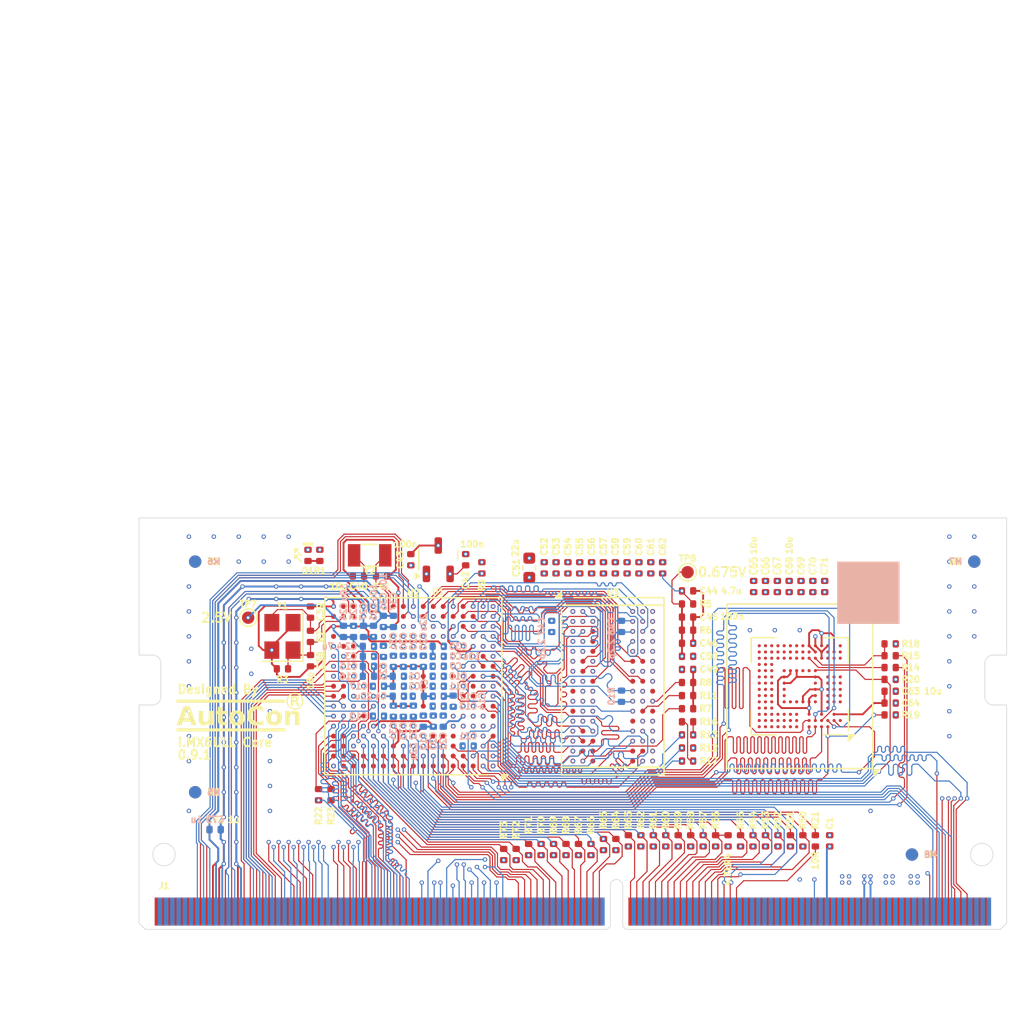
<source format=kicad_pcb>
(kicad_pcb (version 20240108) (generator "pcbnew") (generator_version "8.0")
  (title_block (title "i.MX6ULL Core - PCB") (date "2024-06-06") (rev "0.9.1"))
  (layers (0 "F.Cu" signal) (1 "In1.Cu" power) (2 "In2.Cu" signal) (3 "In3.Cu" power) (4 "In4.Cu" power) (31 "B.Cu" signal) (34 "B.Paste" user) (35 "F.Paste" user) (36 "B.SilkS" user "B.Silkscreen") (37 "F.SilkS" user "F.Silkscreen") (38 "B.Mask" user) (39 "F.Mask" user) (44 "Edge.Cuts" user))
  (property "CHECKEDBY" "ZHENG Lingjie")
  (property "DRAWINGNO" "NA")
  (property "DRAWNBY" "CHENG Yan")
  (net 0 "")
  (net 1 "GND")
  (net 2 "PWR_VDD_HIGH_IN")
  (net 3 "PWR_VDD_SOC_IN")
  (net 4 "PWR_NVCC_DRAM")
  (net 5 "PWR_NVCC_CSI")
  (net 6 "Net-(U2A-VDD_SNVS_CAP)")
  (net 7 "/PWR/VDD_HIGH_CAP")
  (net 8 "Net-(U2A-NVCC_PLL)")
  (net 9 "Net-(C28-Pad1)")
  (net 10 "Net-(U2A-VDD_USB_CAP)")
  (net 11 "Net-(U2B-XTALI)")
  (net 12 "Net-(U2B-XTALO)")
  (net 13 "Net-(U2B-RTC_XTALI)")
  (net 14 "Net-(U2B-RTC_XTALO)")
  (net 15 "Net-(U1-~{RESET})")
  (net 16 "/DDR3L/DRAM_VREF")
  (net 17 "/DDR3L/DRAM_LDQS_N")
  (net 18 "/DDR3L/DRAM_LDQS_P")
  (net 19 "/DDR3L/DRAM_UDQS_P")
  (net 20 "/DDR3L/DRAM_UDQS_N")
  (net 21 "Net-(U4-VDDI)")
  (net 22 "USB_OTG1_VBUS")
  (net 23 "USB_OTG2_VBUS")
  (net 24 "PWR_VDD_SNVS_IN")
  (net 25 "UART3_TXD")
  (net 26 "LCD_HSYNC")
  (net 27 "CSI_DATA06")
  (net 28 "ENET1_RX_ER")
  (net 29 "ONOFF")
  (net 30 "UART1_TXD")
  (net 31 "LCD_DATA19_R3")
  (net 32 "CSI_DATA03")
  (net 33 "LCD_CLK")
  (net 34 "LCD_DATA06_B6")
  (net 36 "LCD_BL_PWM")
  (net 37 "ENET1_RESET")
  (net 38 "ENET1_INT")
  (net 39 "LCD_DATA05_B5")
  (net 40 "I2C1_SDA")
  (net 41 "LCD_DATA18_R2")
  (net 42 "I2C2_SDA")
  (net 43 "ECSPI3_SS0")
  (net 44 "UART1_RXD")
  (net 45 "ENET1_TX_CLK")
  (net 46 "ENET2_TX_DATA1")
  (net 47 "LCD_VSYNC")
  (net 48 "ECSPI3_MOSI")
  (net 49 "USB_OTG1_DP")
  (net 50 "ENET2_TX_EN")
  (net 51 "UART2_RXD")
  (net 52 "CSI_DATA02")
  (net 53 "ENET2_RX_EN")
  (net 54 "ENET_MDC")
  (net 55 "CSI_PIXCLK")
  (net 56 "LCD_DATA08_G0")
  (net 57 "CSI_MCLK")
  (net 58 "LCD_DATA13_G5")
  (net 59 "USB_OTG1_ID")
  (net 60 "ENET2_RX_DATA1")
  (net 62 "LCD_DATA11_G3")
  (net 64 "ECSPI3_MISO")
  (net 65 "BOOT_MODE1")
  (net 66 "SD1_CLK")
  (net 67 "USB_OTG2_DP")
  (net 68 "LCD_DATA21_R5")
  (net 69 "I2C1_CLK")
  (net 70 "ENET2_RESET")
  (net 71 "LCD_DATA17_R1")
  (net 72 "SD1_DATA0")
  (net 76 "SD1_CMD")
  (net 78 "CSI_DATA00")
  (net 79 "SD1_DATA3")
  (net 80 "ENET2_TX_DATA0")
  (net 81 "TSC_RESET")
  (net 82 "ECSPI3_SCLK")
  (net 83 "LCD_DATA03_B3")
  (net 84 "ENET1_RX_DATA0")
  (net 85 "I2C2_CLK")
  (net 86 "ENET1_TX_DATA1")
  (net 87 "ENET1_TX_DATA0")
  (net 88 "LCD_DATA23_R7")
  (net 89 "UART3_RXD")
  (net 90 "CSI_RESET")
  (net 91 "ENET2_RX_ER")
  (net 92 "USB_OTG2_DN")
  (net 93 "TSC_INT")
  (net 94 "PMIC_ON_REQ")
  (net 95 "LCD_DATA14_G6")
  (net 96 "SD1_DATA2")
  (net 97 "ENET1_RX_DATA1")
  (net 98 "LCD_DATA09_G1")
  (net 99 "LCD_DATA07_B7")
  (net 100 "LCD_DATA02_B2")
  (net 101 "CSI_DATA05")
  (net 102 "PMIC_STBY_REQ")
  (net 103 "ENET2_RX_DATA0")
  (net 104 "LCD_DATA10_G2")
  (net 105 "CSI_VSYNC")
  (net 106 "CSI_PWDN")
  (net 107 "ENET1_RX_EN")
  (net 109 "BOOT_MODE0")
  (net 110 "ENET_MDIO")
  (net 111 "LCD_DATA15_G7")
  (net 112 "CSI_HSYNC")
  (net 113 "LCD_DATA22_R6")
  (net 114 "UART2_TXD")
  (net 115 "LCD_DATA04_B4")
  (net 116 "CSI_DATA01")
  (net 117 "ENET1_TX_EN")
  (net 118 "LCD_ENABLE")
  (net 119 "ENET2_TX_CLK")
  (net 120 "ENET2_INT")
  (net 121 "USB_OTG1_DN")
  (net 122 "LCD_DATA20_R4")
  (net 123 "LCD_DATA12_G4")
  (net 124 "LCD_DATA00_B0")
  (net 125 "LCD_DATA16_R0")
  (net 126 "CSI_DATA04")
  (net 127 "CSI_DATA07")
  (net 128 "LCD_DATA01_B1")
  (net 129 "SD1_DATA1")
  (net 130 "/DDR3L/DRAM_RESET")
  (net 131 "/DDR3L/DRAM_CKE")
  (net 132 "Net-(U2C-DRAM_ZQPAD)")
  (net 133 "/DDR3L/DRAM_CLK_N")
  (net 134 "/DDR3L/DRAM_CLK_P")
  (net 135 "Net-(U3-ZQ)")
  (net 136 "Net-(U2D-SD1_CLK)")
  (net 137 "Net-(U2D-SD1_CMD)")
  (net 138 "/SD-eMMC/SD2_CLK")
  (net 139 "Net-(U2D-~{NAND_RE}{slash}SD2_CLK)")
  (net 140 "Net-(U2D-~{NAND_WE}{slash}SD2_CMD)")
  (net 141 "/SD-eMMC/SD2_CMD")
  (net 142 "/SD-eMMC/SD2_DATA0")
  (net 143 "/SD-eMMC/SD2_RESET")
  (net 144 "Net-(U2F-LCD_CLK)")
  (net 145 "Net-(U2J-ENET1_TX_CLK)")
  (net 146 "Net-(U2J-ENET2_TX_CLK)")
  (net 147 "/DDR3L/DRAM_ADDR13")
  (net 148 "/SD-eMMC/SD2_DATA4")
  (net 150 "/DDR3L/DRAM_DATA03")
  (net 152 "/SD-eMMC/SD2_DATA6")
  (net 154 "/DDR3L/DRAM_BA0")
  (net 155 "/DDR3L/DRAM_DATA14")
  (net 156 "/DDR3L/DRAM_DATA13")
  (net 160 "/DDR3L/DRAM_DATA02")
  (net 161 "/DDR3L/DRAM_ADDR07")
  (net 163 "/DDR3L/DRAM_ADDR08")
  (net 164 "/DDR3L/DRAM_ADDR14")
  (net 165 "/DDR3L/DRAM_ADDR12")
  (net 166 "/DDR3L/DRAM_DATA11")
  (net 167 "/SD-eMMC/SD2_DATA2")
  (net 168 "/DDR3L/DRAM_DATA07")
  (net 169 "/DDR3L/DRAM_DATA08")
  (net 171 "/DDR3L/DRAM_WE")
  (net 172 "/DDR3L/DRAM_DATA12")
  (net 173 "/DDR3L/DRAM_ADDR01")
  (net 174 "/SD-eMMC/SD2_DATA3")
  (net 175 "/DDR3L/DRAM_ADDR11")
  (net 177 "/DDR3L/DRAM_RAS")
  (net 178 "/DDR3L/DRAM_ODT")
  (net 179 "/DDR3L/DRAM_DATA10")
  (net 181 "/SD-eMMC/SD2_DATA7")
  (net 183 "/DDR3L/DRAM_BA1")
  (net 184 "/DDR3L/DRAM_DATA04")
  (net 186 "/DDR3L/DRAM_CS")
  (net 187 "/DDR3L/DRAM_DATA00")
  (net 188 "/DDR3L/DRAM_BA2")
  (net 189 "/SD-eMMC/SD2_DATA5")
  (net 190 "/DDR3L/DRAM_ADDR00")
  (net 191 "/SD-eMMC/SD2_DATA1")
  (net 192 "/DDR3L/DRAM_ADDR02")
  (net 193 "/DDR3L/DRAM_UDM")
  (net 194 "/DDR3L/DRAM_CAS")
  (net 195 "/DDR3L/DRAM_ADDR04")
  (net 196 "/DDR3L/DRAM_DATA01")
  (net 200 "/DDR3L/DRAM_ADDR05")
  (net 201 "/DDR3L/DRAM_ADDR10")
  (net 202 "/DDR3L/DRAM_DATA09")
  (net 203 "/DDR3L/DRAM_LDM")
  (net 204 "/DDR3L/DRAM_ADDR06")
  (net 205 "/DDR3L/DRAM_DATA15")
  (net 206 "/DDR3L/DRAM_ADDR03")
  (net 207 "/DDR3L/DRAM_DATA06")
  (net 208 "/DDR3L/DRAM_DATA05")
  (net 210 "/DDR3L/DRAM_ADDR09")
  (net 218 "SNVS_TAMPER0")
  (net 219 "GPIO1_IO03")
  (net 228 "SNVS_TAMPER5")
  (net 229 "SNVS_TAMPER8")
  (net 230 "GPIO1_IO01")
  (net 231 "SNVS_TAMPER4")
  (net 232 "SNVS_TAMPER2")
  (net 233 "SNVS_TAMPER9")
  (net 234 "SNVS_TAMPER1")
  (net 235 "SNVS_TAMPER7")
  (net 236 "SNVS_TAMPER3")
  (net 237 "SNVS_TAMPER6")
  (net 248 "LCD_RESET")
  (net 249 "Net-(D1-A)")
  (net 323 "Net-(C32-Pad2)")
  (net 324 "PWR_NVCC_SD1")
  (net 326 "SD1_VSELECT")
  (net 327 "SD1_CD")
  (footprint "i.MX6ULL_Core:R_0402" (layer "F.Cu") (at 138.25 103.5 90)
    (property "Reference" "R72")
    (property "Value" "47k")
  )
  (footprint "i.MX6ULL_Core:C_0402" (layer "F.Cu") (at 143.35 80.5 90)
    (property "Reference" "C55")
    (property "Value" "220n")
  )
  (footprint "i.MX6ULL_Core:R_0402" (layer "F.Cu") (at 161.25 102.4 90)
    (property "Reference" "R50")
    (property "Value" "47k")
  )
  (footprint "i.MX6ULL_Core:R_0402" (layer "F.Cu") (at 150.25 102.4 90)
    (property "Reference" "R60")
    (property "Value" "47k")
  )
  (footprint "i.MX6ULL_Core:Samsung_BGA-153_11.5x13mm_Layout11.5x13_P0.5mm_Ball0.3mm_Pad0.25mm" (layer "F.Cu") (at 161 90 180)
    (property "Reference" "U4")
    (property "Value" "eMMC_Samsung_KLM8G1GETF-B041")
  )
  (footprint "i.MX6ULL_Core:C_0402" (layer "F.Cu") (at 146.2 80.5 90)
    (property "Reference" "C58")
    (property "Value" "220n")
  )
  (footprint "i.MX6ULL_Core:C_0402" (layer "F.Cu") (at 125.6 81.15)
    (property "Reference" "C40")
    (property "Value" "7p")
  )
  (footprint "i.MX6ULL_Core:MARK_D1.0mm" (layer "F.Cu") (at 112.5 98.5)
    (property "Reference" "M1")
    (property "Value" "~")
  )
  (footprint "i.MX6ULL_Core:LED_0402" (layer "F.Cu") (at 121.55 79.5 -90)
    (property "Reference" "D1")
    (property "Value" "LED")
  )
  (footprint "i.MX6ULL_Core:R_0402" (layer "F.Cu") (at 122.4 98.7 90)
    (property "Reference" "R22")
    (property "Value" "10R")
  )
  (footprint "i.MX6ULL_Core:C_0402" (layer "F.Cu") (at 162.05 82 90)
    (property "Reference" "C70")
    (property "Value" "100n")
  )
  (footprint "i.MX6ULL_Core:C_0402" (layer "F.Cu") (at 168.25 90.4)
    (property "Reference" "C63")
    (property "Value" "10u")
  )
  (footprint "i.MX6ULL_Core:C_0402" (layer "F.Cu") (at 127.45 81.15)
    (property "Reference" "C41")
    (property "Value" "7p")
  )
  (footprint "i.MX6ULL_Core:R_0402" (layer "F.Cu") (at 152 91.8)
    (property "Reference" "R7")
    (property "Value" "10k")
  )
  (footprint "i.MX6ULL_Core:R_0402" (layer "F.Cu") (at 156.25 102.4 90)
    (property "Reference" "R55")
    (property "Value" "47k")
  )
  (footprint "i.MX6ULL_Core:R_0402" (layer "F.Cu") (at 121.75 86 90)
    (property "Reference" "R2")
    (property "Value" "1M")
  )
  (footprint "i.MX6ULL_Core:C_0402" (layer "F.Cu") (at 157.3 82 90)
    (property "Reference" "C65")
    (property "Value" "10u")
  )
  (footprint "i.MX6ULL_Core:C_0402" (layer "F.Cu") (at 121.75 87.95 90)
    (property "Reference" "C38")
    (property "Value" "18p")
  )
  (footprint "i.MX6ULL_Core:R_0402" (layer "F.Cu") (at 139.25 103.1 90)
    (property "Reference" "R71")
    (property "Value" "47k")
  )
  (footprint "i.MX6ULL_Core:R_0402" (layer "F.Cu") (at 143.25 103.1 90)
    (property "Reference" "R67")
    (property "Value" "47k")
  )
  (footprint "Package_BGA:Micron_FBGA-96_8x14mm_Layout9x16_P0.8mm" (layer "F.Cu") (at 146 90)
    (property "Reference" "U3")
    (property "Value" "DDR3L_Mircon_MT41K256M16TW_107")
  )
  (footprint "i.MX6ULL_Core:R_0402" (layer "F.Cu") (at 155.25 102.4 90)
    (property "Reference" "R4")
    (property "Value" "4.7k")
  )
  (footprint "i.MX6ULL_Core:R_0402" (layer "F.Cu") (at 158.25 102.4 90)
    (property "Reference" "R53")
    (property "Value" "47k")
  )
  (footprint "i.MX6ULL_Core:R_0402" (layer "F.Cu") (at 146.25 102.7 90)
    (property "Reference" "R64")
    (property "Value" "47k")
  )
  (footprint "i.MX6ULL_Core:SODIMM-260_DDR4_Card_edge" (layer "F.Cu") (at 108 109.5)
    (property "Reference" "J1")
    (property "Value" "SODIMM-260_DDR4")
    (fp_line (start 0 -30) (end 0 -22) (stroke (width 0.05)) (layer "Edge.Cuts"))
    (fp_line (start 0 -22) (end 1.1 -22) (stroke (width 0.05)) (layer "Edge.Cuts"))
    (fp_line (start 0 -18) (end 0 -0.5) (stroke (width 0.05)) (layer "Edge.Cuts"))
    (fp_line (start 0.5 0) (end 0 -0.5) (stroke (width 0.05)) (layer "Edge.Cuts"))
    (fp_line (start 0.5 0) (end 37.55 0) (stroke (width 0.05)) (layer "Edge.Cuts"))
    (fp_line (start 1.1 -18) (end 0 -18) (stroke (width 0.05)) (layer "Edge.Cuts"))
    (fp_line (start 1.75 -21.35) (end 1.75 -18.65) (stroke (width 0.05)) (layer "Edge.Cuts"))
    (fp_line (start 37.55 0) (end 37.8 -0.25) (stroke (width 0.05)) (layer "Edge.Cuts"))
    (fp_line (start 37.8 -0.25) (end 37.8 -3.5) (stroke (width 0.05)) (layer "Edge.Cuts"))
    (fp_line (start 38.8 -3.5) (end 38.8 -0.25) (stroke (width 0.05)) (layer "Edge.Cuts"))
    (fp_line (start 38.8 -0.25) (end 39.05 0) (stroke (width 0.05)) (layer "Edge.Cuts"))
    (fp_line (start 39.05 0) (end 69.1 0) (stroke (width 0.05)) (layer "Edge.Cuts"))
    (fp_line (start 67.85 -18.65) (end 67.85 -21.35) (stroke (width 0.05)) (layer "Edge.Cuts"))
    (fp_line (start 68.5 -22) (end 69.6 -22) (stroke (width 0.05)) (layer "Edge.Cuts"))
    (fp_line (start 69.6 -22) (end 69.6 -30) (stroke (width 0.05)) (layer "Edge.Cuts"))
    (fp_line (start 69.6 -18) (end 68.5 -18) (stroke (width 0.05)) (layer "Edge.Cuts"))
    (fp_line (start 69.6 -0.5) (end 69.1 0) (stroke (width 0.05)) (layer "Edge.Cuts"))
    (fp_line (start 69.6 -0.5) (end 69.6 -18) (stroke (width 0.05)) (layer "Edge.Cuts"))
    (fp_arc (start 1.1 -22) (mid 1.559619 -21.809619) (end 1.75 -21.35) (stroke (width 0.05)) (layer "Edge.Cuts"))
    (fp_arc (start 1.75 -18.65) (mid 1.559619 -18.190381) (end 1.1 -18) (stroke (width 0.05)) (layer "Edge.Cuts"))
    (fp_arc (start 37.8 -3.5) (mid 38.3 -4) (end 38.8 -3.5) (stroke (width 0.05)) (layer "Edge.Cuts"))
    (fp_arc (start 67.85 -21.35) (mid 68.040381 -21.809619) (end 68.5 -22) (stroke (width 0.05)) (layer "Edge.Cuts"))
    (fp_arc (start 68.5 -18) (mid 68.040381 -18.190381) (end 67.85 -18.65) (stroke (width 0.05)) (layer "Edge.Cuts"))
    (fp_circle (center 2 -6) (end 2 -6.9) (stroke (width 0.05)) (fill none) (layer "Edge.Cuts"))
    (fp_circle (center 67.6 -6) (end 67.55 -6.9) (stroke (width 0.05)) (fill none) (layer "Edge.Cuts"))
  )
  (footprint "i.MX6ULL_Core:R_0402" (layer "F.Cu") (at 144.25 103.1 90)
    (property "Reference" "R66")
    (property "Value" "47k")
  )
  (footprint "i.MX6ULL_Core:MARK_D1.0mm" (layer "F.Cu") (at 175 80)
    (property "Reference" "M3")
    (property "Value" "~")
  )
  (footprint "i.MX6ULL_Core:R_0402" (layer "F.Cu") (at 152.25 102.4 90)
    (property "Reference" "R58")
    (property "Value" "47k")
  )
  (footprint "i.MX6ULL_Core:C_0402" (layer "F.Cu") (at 148.1 80.5 90)
    (property "Reference" "C60")
    (property "Value" "220n")
  )
  (footprint "i.MX6ULL_Core:C_0402" (layer "F.Cu") (at 152 86.55)
    (property "Reference" "C46")
    (property "Value" "220n")
  )
  (footprint "i.MX6ULL_Core:R_0402" (layer "F.Cu") (at 141.25 103.1 90)
    (property "Reference" "R69")
    (property "Value" "47k")
  )
  (footprint "i.MX6ULL_Core:C_0402" (layer "F.Cu") (at 145.25 80.5 90)
    (property "Reference" "C57")
    (property "Value" "220n")
  )
  (footprint "i.MX6ULL_Core:C_0402" (layer "F.Cu") (at 163.4 102.4 90)
    (property "Reference" "C1")
    (property "Value" "220n")
  )
  (footprint "i.MX6ULL_Core:R_0402" (layer "F.Cu") (at 151.25 102.4 90)
    (property "Reference" "R59")
    (property "Value" "47k")
  )
  (footprint "i.MX6ULL_Core:R_0402" (layer "F.Cu") (at 152 85.5)
    (property "Reference" "R6")
    (property "Value" "1.5k")
  )
  (footprint "i.MX6ULL_Core:C_0402" (layer "F.Cu") (at 161.1 82 90)
    (property "Reference" "C69")
    (property "Value" "100n")
  )
  (footprint "i.MX6ULL_Core:MARK_D1.0mm" (layer "F.Cu") (at 170 103.5)
    (property "Reference" "M4")
    (property "Value" "~")
  )
  (footprint "Crystal:Crystal_SMD_3215-2Pin_3.2x1.5mm" (layer "F.Cu") (at 126.5 79.5)
    (property "Reference" "Y2")
    (property "Value" "32.768k")
  )
  (footprint "i.MX6ULL_Core:R_0402" (layer "F.Cu") (at 168.25 87.55)
    (property "Reference" "R15")
    (property "Value" "22R")
  )
  (footprint "TestPoint:TestPoint_Pad_D1.0mm" (layer "F.Cu") (at 116.75 84.5)
    (property "Reference" "TP7")
    (property "Value" "2V5")
  )
  (footprint "i.MX6ULL_Core:R_0402" (layer "F.Cu") (at 168.25 88.5)
    (property "Reference" "R14")
    (property "Value" "22R")
  )
  (footprint "i.MX6ULL_Core:C_0402" (layer "F.Cu") (at 158.25 82 90)
    (property "Reference" "C66")
    (property "Value" "100n")
  )
  (footprint "i.MX6ULL_Core:R_0402" (layer "F.Cu") (at 157.25 102.4 90)
    (property "Reference" "R54")
    (property "Value" "47k")
  )
  (footprint "i.MX6ULL_Core:C_0402" (layer "F.Cu") (at 168.25 91.35)
    (property "Reference" "C64")
    (property "Value" "100n")
  )
  (footprint "i.MX6ULL_Core:C_0402" (layer "F.Cu") (at 160.15 82 90)
    (property "Reference" "C68")
    (property "Value" "10u")
  )
  (footprint "TestPoint:TestPoint_Pad_D1.0mm" (layer "F.Cu") (at 152 80.85)
    (property "Reference" "TP8")
    (property "Value" "0V675")
  )
  (footprint "i.MX6ULL_Core:R_0402" (layer "F.Cu") (at 135.5 80.5 90)
    (property "Reference" "R9")
    (property "Value" "240R")
  )
  (footprint "Crystal:Crystal_SMD_3225-4Pin_3.2x2.5mm" (layer "F.Cu") (at 119.5 86 90)
    (property "Reference" "Y1")
    (property "Value" "24M")
  )
  (footprint "i.MX6ULL_Core:C_0402" (layer "F.Cu") (at 147.15 80.5 90)
    (property "Reference" "C59")
    (property "Value" "220n")
  )
  (footprint "i.MX6ULL_Core:R_0402" (layer "F.Cu") (at 162.25 102.4 90)
    (property "Reference" "R21")
    (property "Value" "10R")
  )
  (footprint "i.MX6ULL_Core:R_0402" (layer "F.Cu") (at 152 96)
    (property "Reference" "R17")
    (property "Value" "10k")
  )
  (footprint "i.MX6ULL_Core:R_0402" (layer "F.Cu") (at 122.5 79.5 90)
    (property "Reference" "R1")
    (property "Value" "1k")
  )
  (footprint "i.MX6ULL_Core:C_0402" (layer "F.Cu") (at 144.3 80.5 90)
    (property "Reference" "C56")
    (property "Value" "220n")
  )
  (footprint "i.MX6ULL_Core:R_0402" (layer "F.Cu") (at 145.25 102.7 90)
    (property "Reference" "R65")
    (property "Value" "47k")
  )
  (footprint "i.MX6ULL_Core:R_0402" (layer "F.Cu") (at 152 94.95)
    (property "Reference" "R12")
    (property "Value" "22R")
  )
  (footprint "i.MX6ULL_Core:R_0402" (layer "F.Cu") (at 152 83.4)
    (property "Reference" "R5")
    (property "Value" "1.5k")
  )
  (footprint "i.MX6ULL_Core:R_0402" (layer "F.Cu") (at 140.25 103.1 90)
    (property "Reference" "R70")
    (property "Value" "47k")
  )
  (footprint "i.MX6ULL_Core:R_0402" (layer "F.Cu") (at 147.25 102.4 90)
    (property "Reference" "R63")
    (property "Value" "47k")
  )
  (footprint "Capacitor_SMD:C_0603_1608Metric" (layer "F.Cu") (at 139.3 80.5 90)
    (property "Reference" "C51")
    (property "Value" "22u")
  )
  (footprint "i.MX6ULL_Core:R_0402" (layer "F.Cu") (at 159.25 102.4 90)
    (property "Reference" "R52")
    (property "Value" "47k")
  )
  (footprint "i.MX6ULL_Core:SOT_23" (layer "F.Cu") (at 132 79.85 -90)
    (property "Reference" "U1")
    (property "Value" "PMIC_UMW_MAX809R")
  )
  (footprint "i.MX6ULL_Core:R_0402" (layer "F.Cu") (at 168.25 92.3)
    (property "Reference" "R19")
    (property "Value" "10k")
  )
  (footprint "i.MX6ULL_Core:C_0402" (layer "F.Cu") (at 163 82 90)
    (property "Reference" "C71")
    (property "Value" "100n")
  )
  (footprint "i.MX6ULL_Core:C_0402" (layer "F.Cu") (at 140.5 80.5 90)
    (property "Reference" "C52")
    (property "Value" "220n")
  )
  (footprint "i.MX6ULL_Core:C_0402" (layer "F.Cu") (at 152 88.65)
    (property "Reference" "C49")
    (property "Value" "220n")
  )
  (footprint "i.MX6ULL_Core:C_0402" (layer "F.Cu") (at 129.8 79.85 90)
    (property "Reference" "C43")
    (property "Value" "100n")
  )
  (footprint "i.MX6ULL_Core:R_0402" (layer "F.Cu") (at 148.25 102.4 90)
    (property "Reference" "R62")
    (property "Value" "47k")
  )
  (footprint "i.MX6ULL_Core:R_0402" (layer "F.Cu") (at 152 90.75)
    (property "Reference" "R11")
    (property "Value" "240R")
  )
  (footprint "i.MX6ULL_Core:C_0402" (layer "F.Cu") (at 121.75 84.05 90)
    (property "Reference" "C39")
    (property "Value" "18p")
  )
  (footprint "i.MX6ULL_Core:MARK_D1.0mm" (layer "F.Cu") (at 112.5 80)
    (property "Reference" "M2")
    (property "Value" "~")
  )
  (footprint "i.MX6ULL_Core:R_0402" (layer "F.Cu") (at 137.25 103.5 90)
    (property "Reference" "R73")
    (property "Value" "47k")
  )
  (footprint "i.MX6ULL_Core:C_0402" (layer "F.Cu") (at 152 84.45)
    (property "Reference" "C45")
    (property "Value" "100n")
  )
  (footprint "i.MX6ULL_Core:R_0402" (layer "F.Cu") (at 152 89.7)
    (property "Reference" "R8")
    (property "Value" "10k")
  )
  (footprint "i.MX6ULL_Core:R_0402" (layer "F.Cu") (at 119.5 88.6)
    (property "Reference" "R3")
    (property "Value" "2.2M")
  )
  (footprint "i.MX6ULL_Core:R_0402" (layer "F.Cu") (at 152 92.85)
    (property "Reference" "R16")
    (property "Value" "10k")
  )
  (footprint "i.MX6ULL_Core:C_0402" (layer "F.Cu") (at 152 82.35)
    (property "Reference" "C44")
    (property "Value" "4.7u")
  )
  (footprint "i.MX6ULL_Core:C_0402" (layer "F.Cu") (at 149.05 80.5 90)
    (property "Reference" "C61")
    (property "Value" "220n")
  )
  (footprint "i.MX6ULL_Core:R_0402" (layer "F.Cu") (at 142.25 103.1 90)
    (property "Reference" "R68")
    (property "Value" "47k")
  )
  (footprint "i.MX6ULL_Core:R_0402" (layer "F.Cu") (at 123.4 98.7 90)
    (property "Reference" "R23")
    (property "Value" "10R")
  )
  (footprint "i.MX6ULL_Core:R_0402" (layer "F.Cu") (at 152 93.9)
    (property "Reference" "R13")
    (property "Value" "22R")
  )
  (footprint "i.MX6ULL_Core:C_0402" (layer "F.Cu") (at 159.2 82 90)
    (property "Reference" "C67")
    (property "Value" "100n")
  )
  (footprint "i.MX6ULL_Core:C_0402" (layer "F.Cu") (at 152 87.6)
    (property "Reference" "C50")
    (property "Value" "220n")
  )
  (footprint "i.MX6ULL_Core:C_0402" (layer "F.Cu") (at 114.1 101.5)
    (property "Reference" "C72")
    (property "Value" "1u")
  )
  (footprint "i.MX6ULL_Core:R_0402" (layer "F.Cu") (at 154.25 102.4 90)
    (property "Reference" "R56")
    (property "Value" "47k")
  )
  (footprint "i.MX6ULL_Core:R_0402" (layer "F.Cu") (at 153.25 102.4 90)
    (property "Reference" "R57")
    (property "Value" "47k")
  )
  (footprint "i.MX6ULL_Core:R_0402" (layer "F.Cu") (at 160.25 102.4 90)
    (property "Reference" "R51")
    (property "Value" "47k")
  )
  (footprint "i.MX6ULL_Core:NXP_BGA-289_14x14mm_Layout14x14_P0.8mm_Ball0.45mm_Pad0.4mm" (layer "F.Cu") (at 130 90 90)
    (property "Reference" "U2")
    (property "Value" "CPU_NXP_MCIMX6Y2CVM08AB")
  )
  (footprint "i.MX6ULL_Core:R_0402" (layer "F.Cu") (at 168.25 89.45)
    (property "Reference" "R20")
    (property "Value" "10k")
  )
  (footprint "i.MX6ULL_Core:C_0402" (layer "F.Cu") (at 142.4 80.5 90)
    (property "Reference" "C54")
    (property "Value" "220n")
  )
  (footprint "i.MX6ULL_Core:R_0402" (layer "F.Cu") (at 149.25 102.4 90)
    (property "Reference" "R61")
    (property "Value" "47k")
  )
  (footprint "i.MX6ULL_Core:C_0402" (layer "F.Cu") (at 134.2 79.85 90)
    (property "Reference" "C42")
    (property "Value" "100n")
  )
  (footprint "i.MX6ULL_Core:C_0402" (layer "F.Cu") (at 141.45 80.5 90)
    (property "Reference" "C53")
    (property "Value" "220n")
  )
  (footprint "i.MX6ULL_Core:R_0402" (layer "F.Cu") (at 168.25 86.6)
    (property "Reference" "R18")
    (property "Value" "10k")
  )
  (footprint "i.MX6ULL_Core:C_0402" (layer "F.Cu") (at 150 80.5 90)
    (property "Reference" "C62")
    (property "Value" "220n")
  )
  (footprint "i.MX6ULL_Core:C_0402" (layer "B.Cu") (at 126.8 85.6 90)
    (property "Reference" "C26")
    (property "Value" "10u")
  )
  (footprint "i.MX6ULL_Core:C_0402" (layer "B.Cu") (at 132.4 92.8 90)
    (property "Reference" "C22")
    (property "Value" "220n")
  )
  (footprint "i.MX6ULL_Core:MARK_D1.0mm" (layer "B.Cu") (at 175 80 180)
    (property "Reference" "M7")
    (property "Value" "~")
  )
  (footprint "i.MX6ULL_Core:C_0402" (layer "B.Cu") (at 130.4 90.8)
    (property "Reference" "C7")
    (property "Value" "220n")
  )
  (footprint "i.MX6ULL_Core:C_0402" (layer "B.Cu") (at 128.8 89.2)
    (property "Reference" "C6")
    (property "Value" "220n")
  )
  (footprint "i.MX6ULL_Core:C_0402" (layer "B.Cu") (at 128.4 92 90)
    (property "Reference" "C34")
    (property "Value" "220n")
  )
  (footprint "i.MX6ULL_Core:C_0402" (layer "B.Cu") (at 130.8 92.8 90)
    (property "Reference" "C19")
    (property "Value" "220n")
  )
  (footprint "i.MX6ULL_Core:C_0402" (layer "B.Cu") (at 134.4 94.8)
    (property "Reference" "C21")
    (property "Value" "220n")
  )
  (footprint "i.MX6ULL_Core:C_0402" (layer "B.Cu") (at 126 85.6 90)
    (property "Reference" "C27")
    (property "Value" "220n")
  )
  (footprint "i.MX6ULL_Core:MARK_D1.0mm" (layer "B.Cu") (at 112.5 98.5 180)
    (property "Reference" "M5")
    (property "Value" "~")
  )
  (footprint "i.MX6ULL_Core:C_0402" (layer "B.Cu") (at 132 90.8)
    (property "Reference" "C12")
    (property "Value" "220n")
  )
  (footprint "i.MX6ULL_Core:C_0402" (layer "B.Cu") (at 132 88.4)
    (property "Reference" "C9")
    (property "Value" "220n")
  )
  (footprint "i.MX6ULL_Core:C_0402" (layer "B.Cu") (at 129.2 88 90)
    (property "Reference" "C30")
    (property "Value" "220n")
  )
  (footprint "i.MX6ULL_Core:C_0402" (layer "B.Cu") (at 127.6 84.8 90)
    (property "Reference" "C36")
    (property "Value" "10u")
  )
  (footprint "i.MX6ULL_Core:C_0402" (layer "B.Cu") (at 128.8 90.8)
    (property "Reference" "C4")
    (property "Value" "22u")
  )
  (footprint "i.MX6ULL_Core:C_0402" (layer "B.Cu") (at 132 90)
    (property "Reference" "C11")
    (property "Value" "220n")
  )
  (footprint "i.MX6ULL_Core:C_0402" (layer "B.Cu") (at 130.8 88 90)
    (property "Reference" "C28")
    (property "Value" "22u")
  )
  (footprint "i.MX6ULL_Core:MARK_D1.0mm" (layer "B.Cu") (at 170 103.5 180)
    (property "Reference" "M8")
    (property "Value" "~")
  )
  (footprint "i.MX6ULL_Core:C_0402" (layer "B.Cu") (at 127.6 87.2 90)
    (property "Reference" "C23")
    (property "Value" "220n")
  )
  (footprint "i.MX6ULL_Core:C_0402" (layer "B.Cu") (at 146.7 85.2 90)
    (property "Reference" "C48")
    (property "Value" "2.2p")
  )
  (footprint "i.MX6ULL_Core:C_0402" (layer "B.Cu") (at 126.4 87.6)
    (property "Reference" "C3")
    (property "Value" "220n")
  )
  (footprint "i.MX6ULL_Core:C_0402" (layer "B.Cu") (at 131.6 92.8 90)
    (property "Reference" "C20")
    (property "Value" "220n")
  )
  (footprint "i.MX6ULL_Core:C_0402" (layer "B.Cu") (at 127.2 90)
    (property "Reference" "C17")
    (property "Value" "220n")
  )
  (footprint "i.MX6ULL_Core:C_0402" (layer "B.Cu") (at 125.2 85.6 90)
    (property "Reference" "C25")
    (property "Value" "220n")
  )
  (footprint "i.MX6ULL_Core:C_0402" (layer "B.Cu") (at 130 92 90)
    (property "Reference" "C32")
    (property "Value" "22u")
  )
  (footprint "i.MX6ULL_Core:C_0402" (layer "B.Cu") (at 124.4 85.6 90)
    (property "Reference" "C24")
    (property "Value" "10u")
  )
  (footprint "i.MX6ULL_Core:C_0402" (layer "B.Cu") (at 128.4 84.8 90)
    (property "Reference" "C37")
    (property "Value" "220n")
  )
  (footprint "i.MX6ULL_Core:C_0402" (layer "B.Cu") (at 129.2 92 90)
    (property "Reference" "C33")
    (property "Value" "220n")
  )
  (footprint "i.MX6ULL_Core:C_0402" (layer "B.Cu") (at 133.2 91.2 90)
    (property "Reference" "C14")
    (property "Value" "220n")
  )
  (footprint "i.MX6ULL_Core:C_0402" (layer "B.Cu") (at 114.1 101.5)
    (property "Reference" "C73")
    (property "Value" "1u")
  )
  (footprint "i.MX6ULL_Core:C_0402" (layer "B.Cu") (at 127.2 92.4)
    (property "Reference" "C18")
    (property "Value" "220n")
  )
  (footprint "i.MX6ULL_Core:C_0402" (layer "B.Cu") (at 132 91.6)
    (property "Reference" "C13")
    (property "Value" "220n")
  )
  (footprint "i.MX6ULL_Core:C_0402" (layer "B.Cu") (at 128.8 90)
    (property "Reference" "C5")
    (property "Value" "4.7u")
  )
  (footprint "i.MX6ULL_Core:C_0402" (layer "B.Cu") (at 126.4 86.8)
    (property "Reference" "C2")
    (property "Value" "4.7u")
  )
  (footprint "i.MX6ULL_Core:C_0402" (layer "B.Cu") (at 126.4 88.4)
    (property "Reference" "C15")
    (property "Value" "220n")
  )
  (footprint "i.MX6ULL_Core:C_0402" (layer "B.Cu") (at 132 87.6)
    (property "Reference" "C8")
    (property "Value" "10u")
  )
  (footprint "i.MX6ULL_Core:C_0402" (layer "B.Cu") (at 128.4 88 90)
    (property "Reference" "C31")
    (property "Value" "220n")
  )
  (footprint "i.MX6ULL_Core:C_0402" (layer "B.Cu") (at 141.1 85.2 90)
    (property "Reference" "C47")
    (property "Value" "2.2p")
  )
  (footprint "i.MX6ULL_Core:R_0402" (layer "B.Cu") (at 146.7 90.8 90)
    (property "Reference" "R10")
    (property "Value" "100R")
  )
  (footprint "i.MX6ULL_Core:C_0402" (layer "B.Cu") (at 130 88 90)
    (property "Reference" "C29")
    (property "Value" "220n")
  )
  (footprint "i.MX6ULL_Core:C_0402" (layer "B.Cu") (at 132 86.8)
    (property "Reference" "C35")
    (property "Value" "220n")
  )
  (footprint "i.MX6ULL_Core:MARK_D1.0mm" (layer "B.Cu") (at 112.5 80 180)
    (property "Reference" "M6")
    (property "Value" "~")
  )
  (footprint "i.MX6ULL_Core:C_0402" (layer "B.Cu") (at 132 89.2)
    (property "Reference" "C10")
    (property "Value" "220n")
  )
  (footprint "i.MX6ULL_Core:C_0402" (layer "B.Cu") (at 126.4 89.2)
    (property "Reference" "C16")
    (property "Value" "220n")
  )
  (gr_rect (start 164 80) (end 169 85) (fill solid) (layer "B.SilkS"))
  (gr_line (start 120.5 79.5) (end 120.5 79.75) (stroke (width 0.127)) (layer "F.SilkS"))
  (gr_rect (start 111 93.375) (end 119.75 93.625) (fill solid) (layer "F.SilkS"))
  (gr_line (start 121 79.5) (end 120.5 79) (stroke (width 0.127)) (layer "F.SilkS"))
  (gr_line (start 120.5 79.5) (end 120.75 79.5) (stroke (width 0.127)) (layer "F.SilkS"))
  (gr_line (start 142 96.5) (end 150 96.5) (stroke (width 0.15)) (layer "F.SilkS"))
  (gr_line (start 142 83.5) (end 150 83.5) (stroke (width 0.15)) (layer "F.SilkS"))
  (gr_line (start 120.5 79) (end 120.75 79) (stroke (width 0.127)) (layer "F.SilkS"))
  (gr_line (start 121 80) (end 120.5 79.5) (stroke (width 0.127)) (layer "F.SilkS"))
  (gr_circle (center 120.5 91.2) (end 120.8 91.75) (stroke (width 0.1)) (fill none) (layer "F.SilkS"))
  (gr_line (start 120.5 79) (end 120.5 79.25) (stroke (width 0.127)) (layer "F.SilkS"))
  (gr_rect (start 111 91.075) (end 119.75 91.325) (fill solid) (layer "F.SilkS"))
  (gr_line (start 108 79.5) (end 108 76.5) (stroke (width 0.05)) (layer "Edge.Cuts"))
  (gr_line (start 177.6 79.5) (end 177.6 76.5) (stroke (width 0.05)) (layer "Edge.Cuts"))
  (gr_line (start 108 76.5) (end 177.6 76.5) (stroke (width 0.05)) (layer "Edge.Cuts"))
  (gr_text "10u" (at 127.6 80.85 90) (layer "B.SilkS") (effects (font (size 0.5 0.5) (thickness 0.15) (bold yes)) (justify left mirror)))
  (gr_text "4.7u" (at 124.4 86.8 0) (layer "B.SilkS") (effects (font (size 0.5 0.5) (thickness 0.15) (bold yes)) (justify left mirror)))
  (gr_text "22u" (at 130.8 84.1 90) (layer "B.SilkS") (effects (font (size 0.5 0.5) (thickness 0.15) (bold yes)) (justify left mirror)))
  (gr_text "2.2p" (at 140.3 86.1 90) (layer "B.SilkS") (effects (font (size 0.5 0.5) (thickness 0.15) (bold yes)) (justify left mirror)))
  (gr_text "10u" (at 135.45 87.6 0) (layer "B.SilkS") (effects (font (size 0.5 0.5) (thickness 0.15) (bold yes)) (justify left mirror)))
  (gr_text "1u" (at 113.15 100.7 0) (layer "B.SilkS") (effects (font (size 0.5 0.5) (thickness 0.15) (bold yes)) (justify left mirror)))
  (gr_text "2.2p" (at 145.9 86.1 90) (layer "B.SilkS") (effects (font (size 0.5 0.5) (thickness 0.15) (bold yes)) (justify left mirror)))
  (gr_text "22u" (at 130 94.45 90) (layer "B.SilkS") (effects (font (size 0.5 0.5) (thickness 0.15) (bold yes)) (justify left mirror)))
  (gr_text "10u" (at 124.4 81.7 90) (layer "B.SilkS") (effects (font (size 0.5 0.5) (thickness 0.15) (bold yes)) (justify left mirror)))
  (gr_text "10u" (at 126.8 81.7 90) (layer "B.SilkS") (effects (font (size 0.5 0.5) (thickness 0.15) (bold yes)) (justify left mirror)))
  (gr_text "22u" (at 126.8 90.8 0) (layer "B.SilkS") (effects (font (size 0.5 0.5) (thickness 0.15) (bold yes)) (justify left mirror)))
  (gr_text "i.MX6ULL Core" (at 111 94.5 0) (layer "F.SilkS") (effects (font (size 0.7 0.7) (thickness 0.15) (bold yes)) (justify left)))
  (gr_text "10u" (at 160.15 79.5 90) (layer "F.SilkS") (effects (font (size 0.5 0.5) (thickness 0.15) (bold yes)) (justify left)))
  (gr_text "18p" (at 121.75 90.35 90) (layer "F.SilkS") (effects (font (size 0.5 0.5) (thickness 0.15) (bold yes)) (justify left)))
  (gr_text "10u" (at 157.3 79.5 90) (layer "F.SilkS") (effects (font (size 0.5 0.5) (thickness 0.15) (bold yes)) (justify left)))
  (gr_text "AutoCon" (at 111 92.5 0) (layer "F.SilkS") (effects (font (size 1.5 1.5) (thickness 0.2) (bold yes)) (justify left)))
  (gr_text "22u" (at 138.2 79.7 90) (layer "F.SilkS") (effects (font (size 0.5 0.5) (thickness 0.15) (bold yes)) (justify left)))
  (gr_text "18p" (at 123.2 82 0) (layer "F.SilkS") (effects (font (size 0.508 0.508) (thickness 0.127) (bold yes)) (justify left)))
  (gr_text "R" (at 120.5 91.25 0) (layer "F.SilkS") (effects (font (size 0.8 0.8) (thickness 0.2) (bold yes))))
  (gr_text "4.7k" (at 155.25 106.1 90) (layer "F.SilkS") (effects (font (size 0.5 0.5) (thickness 0.125) (bold yes)) (justify left)))
  (gr_text "2.5V" (at 115.5 84.5 0) (layer "F.SilkS") (effects (font (size 0.75 0.75) (thickness 0.15) (bold yes)) (justify right)))
  (gr_text "10u" (at 170.9 90.4 0) (layer "F.SilkS") (effects (font (size 0.5 0.5) (thickness 0.15) (bold yes)) (justify left)))
  (gr_text "100n" (at 154.55 84.4 0) (layer "F.SilkS") (effects (font (size 0.5 0.5) (thickness 0.15) (bold yes)) (justify left)))
  (gr_text "4.7u" (at 154.6 82.35 0) (layer "F.SilkS") (effects (font (size 0.5 0.5) (thickness 0.15) (bold yes)) (justify left)))
  (gr_text "100n" (at 133.7 78.6 0) (layer "F.SilkS") (effects (font (size 0.5 0.5) (thickness 0.15) (bold yes)) (justify left)))
  (gr_text "10R" (at 162.25 104.8 90) (layer "F.SilkS") (effects (font (size 0.5 0.5) (thickness 0.125) (bold yes)) (justify left)))
  (gr_text "Designed By" (at 111 90.25 0) (layer "F.SilkS") (effects (font (size 0.7 0.7) (thickness 0.15) (bold yes)) (justify left)))
  (gr_text "100n" (at 128.35 78.6 0) (layer "F.SilkS") (effects (font (size 0.5 0.5) (thickness 0.15) (bold yes)) (justify left)))
  (gr_text "1u" (at 115.05 100.7 0) (layer "F.SilkS") (effects (font (size 0.5 0.5) (thickness 0.15) (bold yes)) (justify left)))
  (gr_text "0.675V" (at 152.75 80.85 0) (layer "F.SilkS") (effects (font (size 0.75 0.75) (thickness 0.15) (bold yes)) (justify left)))
  (gr_text "${REVISION}" (at 111 95.5 0) (layer "F.SilkS") (effects (font (size 0.7 0.7) (thickness 0.15) (bold yes)) (justify left)))
  (segment (start 123.6 85.2) (end 124.4 85.2) (width 0.15) (layer "F.Cu") (net 1))
  (segment (start 162.25 90.25) (end 162.75 90.25) (width 0.15) (layer "F.Cu") (net 1))
  (segment (start 163.75 87.25) (end 163.75 86) (width 0.15) (layer "F.Cu") (net 1))
  (segment (start 114.8 86.5) (end 114.8 88.5) (width 0.15) (layer "F.Cu") (net 1))
  (segment (start 119.25 89.25) (end 120.9 89.25) (width 0.15) (layer "F.Cu") (net 1))
  (segment (start 121 83) (end 119 83) (width 0.15) (layer "F.Cu") (net 1))
  (segment (start 130.4 93.6) (end 130.8 93.2) (width 0.15) (layer "F.Cu") (net 1))
  (segment (start 115.925 104.375) (end 115.925 108.075) (width 0.15) (layer "F.Cu") (net 1))
  (segment (start 124.65 78.25) (end 124.4 78.5) (width 0.15) (layer "F.Cu") (net 1))
  (segment (start 160.25 89.75) (end 160.75 89.25) (width 0.15) (layer "F.Cu") (net 1))
  (segment (start 162.75 89.5) (end 162.75 90.25) (width 0.15) (layer "F.Cu") (net 1))
  (segment (start 162.5 85.5) (end 162.75 85.75) (width 0.15) (layer "F.Cu") (net 1))
  (segment (start 115.8 98.5) (end 115.8 100.5) (width 0.15) (layer "F.Cu") (net 1))
  (segment (start 153.25 82.6) (end 153 82.35) (width 0.15) (layer "F.Cu") (net 1))
  (segment (start 128.8 93.6) (end 130.4 93.6) (width 0.15) (layer "F.Cu") (net 1))
  (segment (start 114.8 84.5) (end 114.8 86.5) (width 0.15) (layer "F.Cu") (net 1))
  (segment (start 115.8 84.5) (end 115.8 86.5) (width 0.15) (layer "F.Cu") (net 1))
  (segment (start 128.4 93.2) (end 128.8 93.6) (width 0.15) (layer "F.Cu") (net 1))
  (segment (start 116.3 82) (end 114.8 83.5) (width 0.15) (layer "F.Cu") (net 1))
  (segment (start 114.8 83.5) (end 114.8 84.5) (width 0.15) (layer "F.Cu") (net 1))
  (segment (start 122.9 85.7) (end 122.9 87.78) (width 0.15) (layer "F.Cu") (net 1))
  (segment (start 128.8 84.8) (end 128.4 85.2) (width 0.15) (layer "F.Cu") (net 1))
  (segment (start 128.6 78.5) (end 128.35 78.25) (width 0.15) (layer "F.Cu") (net 1))
  (segment (start 115.8 100.5) (end 115.8 102.5) (width 0.15) (layer "F.Cu") (net 1))
  (segment (start 124.900001 81.15) (end 125.15 81.15) (width 0.15) (layer "F.Cu") (net 1))
  (segment (start 114.425 104.625) (end 114.425 108.075) (width 0.15) (layer "F.Cu") (net 1))
  (segment (start 121.7 83.55) (end 118.1 83.55) (width 0.15) (layer "F.Cu") (net 1))
  (segment (start 152.45 84.45) (end 153 84.45) (width 0.15) (layer "F.Cu") (net 1))
  (segment (start 119 82) (end 116.3 82) (width 0.15) (layer "F.Cu") (net 1))
  (segment (start 123.6 85.2) (end 123.4 85.2) (width 0.15) (layer "F.Cu") (net 1))
  (segment (start 123 83) (end 121 83) (width 0.15) (layer "F.Cu") (net 1))
  (segment (start 115.8 84) (end 115.8 84.5) (width 0.15) (layer "F.Cu") (net 1))
  (segment (start 123.6 83.6) (end 123.6 83.2) (width 0.15) (layer "F.Cu") (net 1))
  (segment (start 115.8 92.5) (end 115.8 94.5) (width 0.15) (layer "F.Cu") (net 1))
  (segment (start 120.9 89.25) (end 121.75 88.4) (width 0.15) (layer "F.Cu") (net 1))
  (segment (start 162.25 89.25) (end 162.5 89.25) (width 0.15) (layer "F.Cu") (net 1))
  (segment (start 114.8 94.5) (end 114.8 96.5) (width 0.15) (layer "F.Cu") (net 1))
  (segment (start 122.28 88.4) (end 122.9 87.78) (width 0.15) (layer "F.Cu") (net 1))
  (segment (start 127.9 81.15) (end 128.1 81.15) (width 0.15) (layer "F.Cu") (net 1))
  (segment (start 153 82.35) (end 152.45 82.35) (width 0.15) (layer "F.Cu") (net 1))
  (segment (start 123.4 83) (end 123 83) (width 0.15) (layer "F.Cu") (net 1))
  (segment (start 124.4 78.5) (end 124.4 80.65) (width 0.15) (layer "F.Cu") (net 1))
  (segment (start 114.8 104.25) (end 114.425 104.625) (width 0.15) (layer "F.Cu") (net 1))
  (segment (start 132.8 86.4) (end 132.8 85.6) (width 0.15) (layer "F.Cu") (net 1))
  (segment (start 128.8 94.4) (end 128.4 94.8) (width 0.15) (layer "F.Cu") (net 1))
  (segment (start 162.5 89.25) (end 162.75 89.5) (width 0.15) (layer "F.Cu") (net 1))
  (segment (start 114.55 101.5) (end 114.55 102.25) (width 0.15) (layer "F.Cu") (net 1))
  (segment (start 114.8 96.5) (end 114.8 98.5) (width 0.15) (layer "F.Cu") (net 1))
  (segment (start 153.25 84.2) (end 153.25 82.6) (width 0.15) (layer "F.Cu") (net 1))
  (segment (start 115.8 88.5) (end 115.8 90.5) (width 0.15) (layer "F.Cu") (net 1))
  (segment (start 152.45 84.45) (end 152.45 86.55) (width 0.15) (layer "F.Cu") (net 1))
  (segment (start 162.75 85.75) (end 162.75 86.75) (width 0.15) (layer "F.Cu") (net 1))
  (segment (start 118.65 87.1) (end 118.65 88.2) (width 0.15) (layer "F.Cu") (net 1))
  (segment (start 128.6 80.65) (end 128.6 78.5) (width 0.15) (layer "F.Cu") (net 1))
  (segment (start 128.1 81.15) (end 128.6 80.65) (width 0.15) (layer "F.Cu") (net 1))
  (segment (start 127.9 81.15) (end 128.8 82.05) (width 0.15) (layer "F.Cu") (net 1))
  (segment (start 117.6 84.05) (end 117.6 86.75) (width 0.15) (layer "F.Cu") (net 1))
  (segment (start 128.35 78.25) (end 124.65 78.25) (width 0.15) (layer "F.Cu") (net 1))
  (segment (start 114.8 100.5) (end 114.55 100.75) (width 0.15) (layer "F.Cu") (net 1))
  (segment (start 128.8 82.5) (end 128.8 84.8) (width 0.15) (layer "F.Cu") (net 1))
  (segment (start 161.75 86.75) (end 161.75 85.75) (width 0.15) (layer "F.Cu") (net 1))
  (segment (start 124.4 80.65) (end 124.900001 81.15) (width 0.15) (layer "F.Cu") (net 1))
  (segment (start 160.75 89.25) (end 160.75 88.75) (width 0.15) (layer "F.Cu") (net 1))
  (segment (start 132.8 85.6) (end 133.2 85.2) (width 0.15) (layer "F.Cu") (net 1))
  (segment (start 114.8 90.5) (end 114.8 92.5) (width 0.15) (layer "F.Cu") (net 1))
  (segment (start 114.8 88.5) (end 114.8 90.5) (width 0.15) (layer "F.Cu") (net 1))
  (segment (start 152.45 88.65) (end 152.45 91.8) (width 0.15) (layer "F.Cu") (net 1))
  (segment (start 161.75 85.75) (end 162 85.5) (width 0.15) (layer "F.Cu") (net 1))
  (segment (start 126 83.6) (end 126 83.5) (width 0.15) (layer "F.Cu") (net 1))
  (segment (start 117.95 87.1) (end 118.65 87.1) (width 0.15) (layer "F.Cu") (net 1))
  (segment (start 114.55 100.75) (end 114.55 101.5) (width 0.15) (layer "F.Cu") (net 1))
  (segment (start 162.75 90.25) (end 162.75 92.25) (width 0.15) (layer "F.Cu") (net 1))
  (segment (start 115.8 94.5) (end 115.8 96.5) (width 0.15) (layer "F.Cu") (net 1))
  (segment (start 114.55 102.25) (end 114.8 102.5) (width 0.15) (layer "F.Cu") (net 1))
  (segment (start 121 82) (end 119 82) (width 0.15) (layer "F.Cu") (net 1))
  (segment (start 114.8 102.5) (end 114.8 104.25) (width 0.15) (layer "F.Cu") (net 1))
  (segment (start 115.8 86.5) (end 115.8 88.5) (width 0.15) (layer "F.Cu") (net 1))
  (segment (start 128.8 82.05) (end 128.8 82.5) (width 0.15) (layer "F.Cu") (net 1))
  (segment (start 123 82) (end 121 82) (width 0.15) (layer "F.Cu") (net 1))
  (segment (start 123.4 85.2) (end 122.9 85.7) (width 0.15) (layer "F.Cu") (net 1))
  (segment (start 133.2 86.8) (end 133.6 87.2) (width 0.15) (layer "F.Cu") (net 1))
  (segment (start 115.8 90.5) (end 115.8 92.5) (width 0.15) (layer "F.Cu") (net 1))
  (segment (start 160.75 89.25) (end 162.25 89.25) (width 0.15) (layer "F.Cu") (net 1))
  (segment (start 124.5 82) (end 123 82) (width 0.15) (layer "F.Cu") (net 1))
  (segment (start 117.6 86.75) (end 117.95 87.1) (width 0.15) (layer "F.Cu") (net 1))
  (segment (start 120.35 85.1) (end 120.35 84.9) (width 0.15) (layer "F.Cu") (net 1))
  (segment (start 128.8 93.6) (end 128.8 94.4) (width 0.15) (layer "F.Cu") (net 1))
  (segment (start 118.65 87.1) (end 118.65 86.8) (width 0.15) (layer "F.Cu") (net 1))
  (segment (start 115.8 104.25) (end 115.925 104.375) (width 0.15) (layer "F.Cu") (net 1))
  (segment (start 118.65 88.2) (end 119.05 88.6) (width 0.15) (layer "F.Cu") (net 1))
  (segment (start 163.5 85.75) (end 162.75 85.75) (width 0.15) (layer "F.Cu") (net 1))
  (segment (start 123.6 83.2) (end 123.4 83) (width 0.15) (layer "F.Cu") (net 1))
  (segment (start 123.6 83.6) (end 121.75 83.6) (width 0.15) (layer "F.Cu") (net 1))
  (segment (start 126 84.4) (end 126 83.6) (width 0.15) (layer "F.Cu") (net 1))
  (segment (start 161.25 90.8) (end 161.8 90.25) (width 0.15) (layer "F.Cu") (net 1))
  (segment (start 121.75 88.4) (end 122.28 88.4) (width 0.15) (layer "F.Cu") (net 1))
  (segment (start 161.8 90.25) (end 162.25 90.25) (width 0.15) (layer "F.Cu") (net 1))
  (segment (start 114.8 98.5) (end 114.8 100.5) (width 0.15) (layer "F.Cu") (net 1))
  (segment (start 119.05 88.6) (end 119.05 89.05) (width 0.15) (layer "F.Cu") (net 1))
  (segment (start 119.05 89.05) (end 119.25 89.25) (width 0.15) (layer "F.Cu") (net 1))
  (segment (start 161.75 86.75) (end 162.25 87.25) (width 0.15) (layer "F.Cu") (net 1))
  (segment (start 118.1 83.55) (end 117.6 84.05) (width 0.15) (layer "F.Cu") (net 1))
  (segment (start 121.75 83.6) (end 121.7 83.55) (width 0.15) (layer "F.Cu") (net 1))
  (segment (start 153 84.45) (end 153.25 84.2) (width 0.15) (layer "F.Cu") (net 1))
  (segment (start 163.75 86) (end 163.5 85.75) (width 0.15) (layer "F.Cu") (net 1))
  (segment (start 118.65 86.8) (end 120.35 85.1) (width 0.15) (layer "F.Cu") (net 1))
  (segment (start 161.25 91.25) (end 161.25 90.8) (width 0.15) (layer "F.Cu") (net 1))
  (segment (start 116.8 83) (end 115.8 84) (width 0.15) (layer "F.Cu") (net 1))
  (segment (start 115.8 96.5) (end 115.8 98.5) (width 0.15) (layer "F.Cu") (net 1))
  (segment (start 134.4 87.2) (end 134.8 86.8) (width 0.15) (layer "F.Cu") (net 1))
  (segment (start 159.75 89.75) (end 160.25 89.75) (width 0.15) (layer "F.Cu") (net 1))
  (segment (start 119 83) (end 116.8 83) (width 0.15) (layer "F.Cu") (net 1))
  (segment (start 133.6 87.2) (end 134.4 87.2) (width 0.15) (layer "F.Cu") (net 1))
  (segment (start 161.75 93.25) (end 161.75 93.7) (width 0.09) (layer "F.Cu") (net 1))
  (segment (start 126 83.5) (end 124.5 82) (width 0.15) (layer "F.Cu") (net 1))
  (segment (start 162 85.5) (end 162.5 85.5) (width 0.15) (layer "F.Cu") (net 1))
  (segment (start 114.8 92.5) (end 114.8 94.5) (width 0.15) (layer "F.Cu") (net 1))
  (segment (start 115.8 102.5) (end 115.8 104.25) (width 0.15) (layer "F.Cu") (net 1))
  (segment (start 133.2 86.8) (end 132.8 86.4) (width 0.15) (layer "F.Cu") (net 1))
  (via (at 112 92) (size 0.35) (drill 0.2) (layers "F.Cu" "B.Cu") (net 1))
  (via (at 118.5 96) (size 0.35) (drill 0.2) (layers "F.Cu" "B.Cu") (net 1))
  (via (at 168.7 90.4) (size 0.35) (drill 0.2) (layers "F.Cu" "B.Cu") (net 1))
  (via (at 142.8 92.8) (size 0.35) (drill 0.2) (layers "F.Cu" "B.Cu") (net 1))
  (via (at 131.6 88.4) (size 0.35) (drill 0.2) (layers "F.Cu" "B.Cu") (net 1))
  (via (at 143.25 103.55) (size 0.35) (drill 0.2) (layers "F.Cu" "B.Cu") (net 1))
  (via (at 157 85.5) (size 0.35) (drill 0.2) (layers "F.Cu" "B.Cu") (net 1))
  (via (at 142.8 96) (size 0.35) (drill 0.2) (layers "F.Cu" "B.Cu") (net 1))
  (via (at 137.25 103.95) (size 0.35) (drill 0.2) (layers "F.Cu" "B.Cu") (net 1))
  (via (at 161 85.5) (size 0.35) (drill 0.2) (layers "F.Cu" "B.Cu") (net 1))
  (via (at 142.8 94.4) (size 0.35) (drill 0.2) (layers "F.Cu" "B.Cu") (net 1))
  (via (at 127.6 87.6) (size 0.35) (drill 0.2) (layers "F.Cu" "B.Cu") (net 1))
  (via (at 112 96) (size 0.35) (drill 0.2) (layers "F.Cu" "B.Cu") (net 1))
  (via (at 168.7 89.45) (size 0.35) (drill 0.2) (layers "F.Cu" "B.Cu") (net 1))
  (via (at 173 94) (size 0.35) (drill 0.2) (layers "F.Cu" "B.Cu") (net 1))
  (via (at 134.8 85.2) (size 0.35) (drill 0.2) (layers "F.Cu" "B.Cu") (net 1))
  (via (at 125.2 94.8) (size 0.35) (drill 0.2) (layers "F.Cu" "B.Cu") (net 1))
  (via (at 128.4 87.6) (size 0.35) (drill 0.2) (layers "F.Cu" "B.Cu") (net 1))
  (via (at 162.75 85.75) (size 0.35) (drill 0.2) (layers "F.Cu" "B.Cu") (net 1))
  (via (at 159.25 102.85) (size 0.35) (drill 0.2) (layers "F.Cu" "B.Cu") (net 1))
  (via (at 175 78) (size 0.35) (drill 0.2) (layers "F.Cu" "B.Cu") (net 1))
  (via (at 163.4 101.95) (size 0.35) (drill 0.2) (layers "F.Cu" "B.Cu") (net 1))
  (via (at 148.25 102.85) (size 0.35) (drill 0.2) (layers "F.Cu" "B.Cu") (net 1))
  (via (at 173 90) (size 0.35) (drill 0.2) (layers "F.Cu" "B.Cu") (net 1))
  (via (at 128.8 82.5) (size 0.35) (drill 0.2) (layers "F.Cu" "B.Cu") (net 1))
  (via (at 114.8 94.5) (size 0.35) (drill 0.2) (layers "F.Cu" "B.Cu") (net 1))
  (via (at 114 80) (size 0.35) (drill 0.2) (layers "F.Cu" "B.Cu") (net 1))
  (via (at 130.8 87.6) (size 0.35) (drill 0.2) (layers "F.Cu" "B.Cu") (net 1))
  (via (at 121.55 79.05) (size 0.35) (drill 0.2) (layers "F.Cu" "B.Cu") (net 1))
  (via (at 114 78) (size 0.35) (drill 0.2) (layers "F.Cu" "B.Cu") (net 1))
  (via (at 118.5 98) (size 0.35) (drill 0.2) (layers "F.Cu" "B.Cu") (net 1))
  (via (at 127.6 92.4) (size 0.35) (drill 0.2) (layers "F.Cu" "B.Cu") (net 1))
  (via (at 154.25 102.85) (size 0.35) (drill 0.2) (layers "F.Cu" "B.Cu") (net 1))
  (via (at 149.2 96) (size 0.35) (drill 0.2) (layers "F.Cu" "B.Cu") (net 1))
  (via (at 138.25 103.95) (size 0.35) (drill 0.2) (layers "F.Cu" "B.Cu") (net 1))
  (via (at 118.65 87.1) (size 0.35) (drill 0.2) (layers "F.Cu" "B.Cu") (net 1))
  (via (at 173 92) (size 0.35) (drill 0.2) (layers "F.Cu" "B.Cu") (net 1))
  (via (at 150.25 102.85) (size 0.35) (drill 0.2) (layers "F.Cu" "B.Cu") (net 1))
  (via (at 115.8 100.5) (size 0.35) (drill 0.2) (layers "F.Cu" "B.Cu") (net 1))
  (via (at 134.8 94.8) (size 0.35) (drill 0.2) (layers "F.Cu" "B.Cu") (net 1))
  (via (at 142.8 87.2) (size 0.35) (drill 0.2) (layers "F.Cu" "B.Cu") (net 1))
  (via (at 118.5 92) (size 0.35) (drill 0.2) (layers "F.Cu" "B.Cu") (net 1))
  (via (at 158.25 81.55) (size 0.35) (drill 0.2) (layers "F.Cu" "B.Cu") (net 1))
  (via (at 152.45 87.6) (size 0.35) (drill 0.2) (layers "F.Cu" "B.Cu") (net 1))
  (via (at 162.75 90.25) (size 0.35) (drill 0.2) (layers "F.Cu" "B.Cu") (net 1))
  (via (at 149.2 88) (size 0.35) (drill 0.2) (layers "F.Cu" "B.Cu") (net 1))
  (via (at 115.8 88.5) (size 0.35) (drill 0.2) (layers "F.Cu" "B.Cu") (net 1))
  (via (at 142.8 88.8) (size 0.35) (drill 0.2) (layers "F.Cu" "B.Cu") (net 1))
  (via (at 129.2 87.6) (size 0.35) (drill 0.2) (layers "F.Cu" "B.Cu") (net 1))
  (via (at 149.2 92.8) (size 0.35) (drill 0.2) (layers "F.Cu" "B.Cu") (net 1))
  (via (at 160.25 102.85) (size 0.35) (drill 0.2) (layers "F.Cu" "B.Cu") (net 1))
  (via (at 140.5 80.05) (size 0.35) (drill 0.2) (layers "F.Cu" "B.Cu") (net 1))
  (via (at 114.8 88.5) (size 0.35) (drill 0.2) (layers "F.Cu" "B.Cu") (net 1))
  (via (at 152.45 86.55) (size 0.35) (drill 0.2) (layers "F.Cu" "B.Cu") (net 1))
  (via (at 175 86) (size 0.35) (drill 0.2) (layers "F.Cu" "B.Cu") (net 1))
  (via (at 143.6 90.4) (size 0.35) (drill 0.2) (layers "F.Cu" "B.Cu") (net 1))
  (via (at 115.8 94.5) (size 0.35) (drill 0.2) (layers "F.Cu" "B.Cu") (net 1))
  (via (at 123.6 96.4) (size 0.35) (drill 0.2) (layers "F.Cu" "B.Cu") (net 1))
  (via (at 114.8 86.5) (size 0.35) (drill 0.2) (layers "F.Cu" "B.Cu") (net 1))
  (via (at 119 82) (size 0.35) (drill 0.2) (layers "F.Cu" "B.Cu") (net 1))
  (via (at 158.25 102.85) (size 0.35) (drill 0.2) (layers "F.Cu" "B.Cu") (net 1))
  (via (at 112 90) (size 0.35) (drill 0.2) (layers "F.Cu" "B.Cu") (net 1))
  (via (at 149.2 94.4) (size 0.35) (drill 0.2) (layers "F.Cu" "B.Cu") (net 1))
  (via (at 156.25 102.85) (size 0.35) (drill 0.2) (layers "F.Cu" "B.Cu") (net 1))
  (via (at 119 83) (size 0.35) (drill 0.2) (layers "F.Cu" "B.Cu") (net 1))
  (via (at 146.25 103.15) (size 0.35) (drill 0.2) (layers "F.Cu" "B.Cu") (net 1))
  (via (at 120 78) (size 0.35) (drill 0.2) (layers "F.Cu" "B.Cu") (net 1))
  (via (at 123 82) (size 0.35) (drill 0.2) (layers "F.Cu" "B.Cu") (net 1))
  (via (at 162.05 81.55) (size 0.35) (drill 0.2) (layers "F.Cu" "B.Cu") (net 1))
  (via (at 131.6 92.4) (size 0.35) (drill 0.2) (layers "F.Cu" "B.Cu") (net 1))
  (via (at 143.35 80.05) (size 0.35) (drill 0.2) (layers "F.Cu" "B.Cu") (net 1))
  (via (at 149.05 80.05) (size 0.35) (drill 0.2) (layers "F.Cu" "B.Cu") (net 1))
  (via (at 134.2 79.4) (size 0.35) (drill 0.2) (layers "F.Cu" "B.Cu") (net 1))
  (via (at 145.25 103.15) (size 0.35) (drill 0.2) (layers "F.Cu" "B.Cu") (net 1))
  (via (at 123.6 85.2) (size 0.35) (drill 0.2) (layers "F.Cu" "B.Cu") (net 1))
  (via (at 128.4 93.2) (size 0.35) (drill 0.2) (layers "F.Cu" "B.Cu") (net 1))
  (via (at 146.2 80.05) (size 0.35) (drill 0.2) (layers "F.Cu" "B.Cu") (net 1))
  (via (at 116 80) (size 0.35) (drill 0.2) (layers "F.Cu" "B.Cu") (net 1))
  (via (at 149.25 102.85) (size 0.35) (drill 0.2) (layers "F.Cu" "B.Cu") (net 1))
  (via (at 148.4 86.4) (size 0.35) (drill 0.2) (layers "F.Cu" "B.Cu") (net 1))
  (via (at 120 80) (size 0.35) (drill 0.2) (layers "F.Cu" "B.Cu") (net 1))
  (via (at 112 82) (size 0.35) (drill 0.2) (layers "F.Cu" "B.Cu") (net 1))
  (via (at 123 83) (size 0.35) (drill 0.2) (layers "F.Cu" "B.Cu") (net 1))
  (via (at 115.8 90.5) (size 0.35) (drill 0.2) (layers "F.Cu" "B.Cu") (net 1))
  (via (at 160.15 81.55) (size 0.35) (drill 0.2) (layers "F.Cu" "B.Cu") (net 1))
  (via (at 114.8 92.5) (size 0.35) (drill 0.2) (layers "F.Cu" "B.Cu") (net 1))
  (via (at 157.25 102.85) (size 0.35) (drill 0.2) (layers "F.Cu" "B.Cu") (net 1))
  (via (at 147.15 80.05) (size 0.35) (drill 0.2) (layers "F.Cu" "B.Cu") (net 1))
  (via (at 173 88) (size 0.35) (drill 0.2) (layers "F.Cu" "B.Cu") (net 1))
  (via (at 126 84.4) (size 0.35) (drill 0.2) (layers "F.Cu" "B.Cu") (net 1))
  (via (at 159.2 81.55) (size 0.35) (drill 0.2) (layers "F.Cu" "B.Cu") (net 1))
  (via (at 115.8 98.5) (size 0.35) (drill 0.2) (layers "F.Cu" "B.Cu") (net 1))
  (via (at 153.25 102.85) (size 0.35) (drill 0.2) (layers "F.Cu" "B.Cu") (net 1))
  (via (at 115.8 84.5) (size 0.35) (drill 0.2) (layers "F.Cu" "B.Cu") (net 1))
  (via (at 140.25 103.55) (size 0.35) (drill 0.2) (layers "F.Cu" "B.Cu") (net 1))
  (via (at 115.8 96.5) (size 0.35) (drill 0.2) (layers "F.Cu" "B.Cu") (net 1))
  (via (at 118.5 94) (size 0.35) (drill 0.2) (layers "F.Cu" "B.Cu") (net 1))
  (via (at 112 78) (size 0.35) (drill 0.2) (layers "F.Cu" "B.Cu") (net 1))
  (via (at 127.6 90.8) (size 0.35) (drill 0.2) (layers "F.Cu" "B.Cu") (net 1))
  (via (at 134.8 86.8) (size 0.35) (drill 0.2) (layers "F.Cu" "B.Cu") (net 1))
  (via (at 173 78) (size 0.35) (drill 0.2) (layers "F.Cu" "B.Cu") (net 1))
  (via (at 114.8 102.5) (size 0.35) (drill 0.2) (layers "F.Cu" "B.Cu") (net 1))
  (via (at 112 94) (size 0.35) (drill 0.2) (layers "F.Cu" "B.Cu") (net 1))
  (via (at 134.8 88.4) (size 0.35) (drill 0.2) (layers "F.Cu" "B.Cu") (net 1))
  (via (at 131.6 85.2) (size 0.35) (drill 0.2) (layers "F.Cu" "B.Cu") (net 1))
  (via (at 150 80.05) (size 0.35) (drill 0.2) (layers "F.Cu" "B.Cu") (net 1))
  (via (at 131.6 90) (size 0.35) (drill 0.2) (layers "F.Cu" "B.Cu") (net 1))
  (via (at 129.8 80.3) (size 0.35) (drill 0.2) (layers "F.Cu" "B.Cu") (net 1))
  (via (at 114.8 98.5) (size 0.35) (drill 0.2) (layers "F.Cu" "B.Cu") (net 1))
  (via (at 161.75 93.7) (size 0.35) (drill 0.2) (layers "F.Cu" "B.Cu") (net 1))
  (via (at 131.05 80.9875) (size 0.35) (drill 0.2) (layers "F.Cu" "B.Cu") (net 1))
  (via (at 173 80) (size 0.35) (drill 0.2) (layers "F.Cu" "B.Cu") (net 1))
  (via (at 149.2 88.8) (size 0.35) (drill 0.2) (layers "F.Cu" "B.Cu") (net 1))
  (via (at 115.8 104.25) (size 0.35) (drill 0.2) (layers "F.Cu" "B.Cu") (net 1))
  (via (at 117 89) (size 0.35) (drill 0.2) (layers "F.Cu" "B.Cu") (net 1))
  (via (at 133.2 91.6) (size 0.35) (drill 0.2) (layers "F.Cu" "B.Cu") (net 1))
  (via (at 175 82) (size 0.35) (drill 0.2) (layers "F.Cu" "B.Cu") (net 1))
  (via (at 124.5 82) (size 0.35) (drill 0.2) (layers "F.Cu" "B.Cu") (net 1))
  (via (at 148.4 88.8) (size 0.35) (drill 0.2) (layers "F.Cu" "B.Cu") (net 1))
  (via (at 175 84) (size 0.35) (drill 0.2) (layers "F.Cu" "B.Cu") (net 1))
  (via (at 136.4 83.6) (size 0.35) (drill 0.2) (layers "F.Cu" "B.Cu") (net 1))
  (via (at 114.8 90.5) (size 0.35) (drill 0.2) (layers "F.Cu" "B.Cu") (net 1))
  (via (at 142.25 103.55) (size 0.35) (drill 0.2) (layers "F.Cu" "B.Cu") (net 1))
  (via (at 161.25 102.85) (size 0.35) (drill 0.2) (layers "F.Cu" "B.Cu") (net 1))
  (via (at 144.3 80.05) (size 0.35) (drill 0.2) (layers "F.Cu" "B.Cu") (net 1))
  (via (at 131.6 94.8) (size 0.35) (drill 0.2) (layers "F.Cu" "B.Cu") (net 1))
  (via (at 121 83) (size 0.35) (drill 0.2) (layers "F.Cu" "B.Cu") (net 1))
  (via (at 173 82) (size 0.35) (drill 0.2) (layers "F.Cu" "B.Cu") (net 1))
  (via (at 130.8 92.4) (size 0.35) (drill 0.2) (layers "F.Cu" "B.Cu") (net 1))
  (via (at 144.25 103.55) (size 0.35) (drill 0.2) (layers "F.Cu" "B.Cu") (net 1))
  (via (at 114.8 104.25) (size 0.35) (drill 0.2) (layers "F.Cu" "B.Cu") (net 1))
  (via (at 114.8 84.5) (size 0.35) (drill 0.2) (layers "F.Cu" "B.Cu") (net 1))
  (via (at 145.25 80.05) (size 0.35) (drill 0.2) (layers "F.Cu" "B.Cu") (net 1))
  (via (at 131.6 90.8) (size 0.35) (drill 0.2) (layers "F.Cu" "B.Cu") (net 1))
  (via (at 133.2 90) (size 0.35) (drill 0.2) (layers "F.Cu" "B.Cu") (net 1))
  (via (at 131.6 89.2) (size 0.35) (drill 0.2) (layers "F.Cu" "B.Cu") (net 1))
  (via (at 131.6 87.6) (size 0.35) (drill 0.2) (layers "F.Cu" "B.Cu") (net 1))
  (via (at 115.8 102.5) (size 0.35) (drill 0.2) (layers "F.Cu" "B.Cu") (net 1))
  (via (at 161 105.5) (size 0.35) (drill 0.2) (layers "F.Cu" "B.Cu") (net 1))
  (via (at 116.3 82) (size 0.35) (drill 0.2) (layers "F.Cu" "B.Cu") (net 1))
  (via (at 148.4 87.2) (size 0.35) (drill 0.2) (layers "F.Cu" "B.Cu") (net 1))
  (via (at 118 78) (size 0.35) (drill 0.2) (layers "F.Cu" "B.Cu") (net 1))
  (via (at 121 82) (size 0.35) (drill 0.2) (layers "F.Cu" "B.Cu") (net 1))
  (via (at 142.8 86.4) (size 0.35) (drill 0.2) (layers "F.Cu" "B.Cu") (net 1))
  (via (at 141.45 80.05) (size 0.35) (drill 0.2) (layers "F.Cu" "B.Cu") (net 1))
  (via (at 135.5 80.05) (size 0.35) (drill 0.2) (layers "F.Cu" "B.Cu") (net 1))
  (via (at 127.6 91.6) (size 0.35) (drill 0.2) (layers "F.Cu" "B.Cu") (net 1))
  (via (at 130 92.4) (size 0.35) (drill 0.2) (layers "F.Cu" "B.Cu") (net 1))
  (via (at 163 81.55) (size 0.35) (drill 0.2) (layers "F.Cu" "B.Cu") (net 1))
  (via (at 132.4 92.4) (size 0.35) (drill 0.2) (layers "F.Cu" "B.Cu") (net 1))
  (via (at 123.6 83.6) (size 0.35) (drill 0.2) (layers "F.Cu" "B.Cu") (net 1))
  (via (at 126 83.6) (size 0.35) (drill 0.2) (layers "F.Cu" "B.Cu") (net 1))
  (via (at 136.4 96.4) (size 0.35) (drill 0.2) (layers "F.Cu" "B.Cu") (net 1))
  (via (at 139.25 103.55) (size 0.35) (drill 0.2) (layers "F.Cu" "B.Cu") (net 1))
  (via (at 168.7 91.35) (size 0.35) (drill 0.2) (layers "F.Cu" "B.Cu") (net 1))
  (via (at 173 86) (size 0.35) (drill 0.2) (layers "F.Cu" "B.Cu") (net 1))
  (via (at 112 86) (size 0.35) (drill 0.2) (layers "F.Cu" "B.Cu") (net 1))
  (via (at 152.45 88.65) (size 0.35) (drill 0.2) (layers "F.Cu" "B.Cu") (net 1))
  (via (at 112 84) (size 0.35) (drill 0.2) (layers "F.Cu" "B.Cu") (net 1))
  (via (at 128.4 92.4) (size 0.35) (drill 0.2) (layers "F.Cu" "B.Cu") (net 1))
  (via (at 148.1 80.05) (size 0.35) (drill 0.2) (layers "F.Cu" "B.Cu") (net 1))
  (via (at 157.3 81.55) (size 0.35) (drill 0.2) (layers "F.Cu" "B.Cu") (net 1))
  (via (at 142.4 80.05) (size 0.35) (drill 0.2) (layers "F.Cu" "B.Cu") (net 1))
  (via (at 114.8 96.5) (size 0.35) (drill 0.2) (layers "F.Cu" "B.Cu") (net 1))
  (via (at 118.5 100) (size 0.35) (drill 0.2) (layers "F.Cu" "B.Cu") (net 1))
  (via (at 125.2 91.6) (size 0.35) (drill 0.2) (layers "F.Cu" "B.Cu") (net 1))
  (via (at 159 85.5) (size 0.35) (drill 0.2) (layers "F.Cu" "B.Cu") (net 1))
  (via (at 151.25 102.85) (size 0.35) (drill 0.2) (layers "F.Cu" "B.Cu") (net 1))
  (via (at 115.8 92.5) (size 0.35) (drill 0.2) (layers "F.Cu" "B.Cu") (net 1))
  (via (at 116.8 83) (size 0.35) (drill 0.2) (layers "F.Cu" "B.Cu") (net 1))
  (via (at 152.25 102.85) (size 0.35) (drill 0.2) (layers "F.Cu" "B.Cu") (net 1))
  (via (at 127.6 89.2) (size 0.35) (drill 0.2) (layers "F.Cu" "B.Cu") (net 1))
  (via (at 133.2 86.8) (size 0.35) (drill 0.2) (layers "F.Cu" "B.Cu") (net 1))
  (via (at 116 78) (size 0.35) (drill 0.2) (layers "F.Cu" "B.Cu") (net 1))
  (via (at 134.8 91.6) (size 0.35) (drill 0.2) (layers "F.Cu" "B.Cu") (net 1))
  (via (at 127.6 90) (size 0.35) (drill 0.2) (layers "F.Cu" "B.Cu") (net 1))
  (via (at 131.6 91.6) (size 0.35) (drill 0.2) (layers "F.Cu" "B.Cu") (net 1))
  (via (at 149.2 84) (size 0.35) (drill 0.2) (layers "F.Cu" "B.Cu") (net 1))
  (via (at 173 84) (size 0.35) (drill 0.2) (layers "F.Cu" "B.Cu") (net 1))
  (via (at 112 100) (size 0.35) (drill 0.2) (layers "F.Cu" "B.Cu") (net 1))
  (via (at 129.2 92.4) (size 0.35) (drill 0.2) (layers "F.Cu" "B.Cu") (net 1))
  (via (at 161.1 81.55) (size 0.35) (drill 0.2) (layers "F.Cu" "B.Cu") (net 1))
  (via (at 130 87.6) (size 0.35) (drill 0.2) (layers "F.Cu" "B.Cu") (net 1))
  (via (at 144.4 84.8) (size 0.35) (drill 0.2) (layers "F.Cu" "B.Cu") (net 1))
  (via (at 114.8 100.5) (size 0.35) (drill 0.2) (layers "F.Cu" "B.Cu") (net 1))
  (via (at 139.3 79.725) (size 0.35) (drill 0.2) (layers "F.Cu" "B.Cu") (net 1))
  (via (at 148.4 90.4) (size 0.35) (drill 0.2) (layers "F.Cu" "B.Cu") (net 1))
  (via (at 147.25 102.85) (size 0.35) (drill 0.2) (layers "F.Cu" "B.Cu") (net 1))
  (via (at 118 80) (size 0.35) (drill 0.2) (layers "F.Cu" "B.Cu") (net 1))
  (via (at 133.2 85.2) (size 0.35) (drill 0.2) (layers "F.Cu" "B.Cu") (net 1))
  (via (at 127.6 88.4) (size 0.35) (drill 0.2) (layers "F.Cu" "B.Cu") (net 1))
  (via (at 149.2 84.8) (size 0.35) (drill 0.2) (layers "F.Cu" "B.Cu") (net 1))
  (via (at 141.25 103.55) (size 0.35) (drill 0.2) (layers "F.Cu" "B.Cu") (net 1))
  (via (at 143.6 87.2) (size 0.35) (drill 0.2) (layers "F.Cu" "B.Cu") (net 1))
  (via (at 142.8 84.8) (size 0.35) (drill 0.2) (layers "F.Cu" "B.Cu") (net 1))
  (via (at 117 87) (size 0.35) (drill 0.2) (layers "F.Cu" "B.Cu") (net 1))
  (via (at 115.8 86.5) (size 0.35) (drill 0.2) (layers "F.Cu" "B.Cu") (net 1))
  (via (at 112 88) (size 0.35) (drill 0.2) (layers "F.Cu" "B.Cu") (net 1))
  (segment (start 126 84.4) (end 126 85.15) (width 0.15) (layer "B.Cu") (net 1))
  (segment (start 126.8 85.15) (end 127.6 84.35) (width 0.15) (layer "B.Cu") (net 1))
  (segment (start 116.8 83) (end 125.8 83) (width 0.15) (layer "B.Cu") (net 1))
  (segment (start 125.2 86.4) (end 125.6 86.8) (width 0.15) (layer "B.Cu") (net 1))
  (segment (start 124.4 86.05) (end 125.2 86.05) (width 0.15) (layer "B.Cu") (net 1))
  (segment (start 127.65 90) (end 128.35 90) (width 0.15) (layer "B.Cu") (net 1))
  (segment (start 125.6 86.8) (end 125.95 86.8) (width 0.15) (layer "B.Cu") (net 1))
  (segment (start 114.8 104.25) (end 114.8 102.5) (width 0.15) (layer "B.Cu") (net 1))
  (segment (start 126 85.15) (end 126.8 85.15) (width 0.15) (layer "B.Cu") (net 1))
  (segment (start 114.8 100.5) (end 114.8 83.5) (width 0.15) (layer "B.Cu") (net 1))
  (segment (start 128.35 90.8) (end 127.6 90.8) (width 0.15) (layer "B.Cu") (net 1))
  (segment (start 125.2 86.05) (end 125.2 86.4) (width 0.15) (layer "B.Cu") (net 1))
  (segment (start 114.8 100.5) (end 114.55 100.75) (width 0.15) (layer "B.Cu") (net 1))
  (segment (start 126.1 82) (end 127.2 83.1) (width 0.15) (layer "B.Cu") (net 1))
  (segment (start 116.175 108.075) (end 116.175 104.625) (width 0.15) (layer "B.Cu") (net 1))
  (segment (start 114.675 108.075) (end 114.675 104.375) (width 0.15) (layer "B.Cu") (net 1))
  (segment (start 127.6 84.35) (end 128.4 84.35) (width 0.15) (layer "B.Cu") (net 1))
  (segment (start 114.55 102.25) (end 114.8 102.5) (width 0.15) (layer "B.Cu") (net 1))
  (segment (start 125.95 86.8) (end 125.95 89.2) (width 0.15) (layer "B.Cu") (net 1))
  (segment (start 114.8 83.5) (end 116.3 82) (width 0.15) (layer "B.Cu") (net 1))
  (segment (start 124.15 86.05) (end 124.4 86.05) (width 0.15) (layer "B.Cu") (net 1))
  (segment (start 115.8 84) (end 116.8 83) (width 0.15) (layer "B.Cu") (net 1))
  (segment (start 128.35 89.2) (end 127.6 89.2) (width 0.15) (layer "B.Cu") (net 1))
  (segment (start 116.175 104.625) (end 115.8 104.25) (width 0.15) (layer "B.Cu") (net 1))
  (segment (start 125.8 83) (end 126 83.2) (width 0.15) (layer "B.Cu") (net 1))
  (segment (start 115.8 104.25) (end 115.8 84) (width 0.15) (layer "B.Cu") (net 1))
  (segment (start 123.6 85.5) (end 124.15 86.05) (width 0.15) (layer "B.Cu") (net 1))
  (segment (start 127.2 83.95) (end 127.6 84.35) (width 0.15) (layer "B.Cu") (net 1))
  (segment (start 126 84.4) (end 126 83.6) (width 0.15) (layer "B.Cu") (net 1))
  (segment (start 130.85 90.8) (end 131.55 90.8) (width 0.15) (layer "B.Cu") (net 1))
  (segment (start 126 83.2) (end 126 83.6) (width 0.15) (layer "B.Cu") (net 1))
  (segment (start 114.675 104.375) (end 114.8 104.25) (width 0.15) (layer "B.Cu") (net 1))
  (segment (start 116.3 82) (end 126.1 82) (width 0.15) (layer "B.Cu") (net 1))
  (segment (start 127.2 83.1) (end 127.2 83.95) (width 0.15) (layer "B.Cu") (net 1))
  (segment (start 123.6 85.2) (end 123.6 85.5) (width 0.15) (layer "B.Cu") (net 1))
  (segment (start 131.55 86.8) (end 131.55 87.6) (width 0.15) (layer "B.Cu") (net 1))
  (segment (start 114.55 100.75) (end 114.55 101.5) (width 0.15) (layer "B.Cu") (net 1))
  (segment (start 114.55 101.5) (end 114.55 102.25) (width 0.15) (layer "B.Cu") (net 1))
  (segment (start 126 84.4) (end 126 83.6) (width 0.15) (layer "B.Cu") (net 1))
  (segment (start 159.55 91.75) (end 159.25 91.45) (width 0.15) (layer "F.Cu") (net 2))
  (segment (start 127.35 92.8) (end 131.2 92.8) (width 0.15) (layer "F.Cu") (net 2))
  (segment (start 159.25 91.45) (end 159.25 89.55) (width 0.15) (layer "F.Cu") (net 2))
  (segment (start 159.55 89.25) (end 159.75 89.25) (width 0.15) (layer "F.Cu") (net 2))
  (segment (start 160 89.25) (end 160.25 89) (width 0.15) (layer "F.Cu") (net 2))
  (segment (start 161.75 92.25) (end 161.75 91.75) (width 0.15) (layer "F.Cu") (net 2))
  (segment (start 162.25 86.75) (end 162.25 86) (width 0.15) (layer "F.Cu") (net 2))
  (segment (start 130.4875 78.7125) (end 132 78.7125) (width 0.15) (layer "F.Cu") (net 2))
  (segment (start 126.8 93.2) (end 126.95 93.2) (width 0.15) (layer "F.Cu") (net 2))
  (segment (start 161.75 91.25) (end 161.75 91) (width 0.15) (layer "F.Cu") (net 2))
  (segment (start 160.25 89) (end 160.25 88.75) (width 0.15) (layer "F.Cu") (net 2))
  (segment (start 159.75 89.25) (end 160 89.25) (width 0.15) (layer "F.Cu") (net 2))
  (segment (start 161.75 91.75) (end 161.75 91.25) (width 0.15) (layer "F.Cu") (net 2))
  (segment (start 162 90.75) (end 162.25 90.75) (width 0.15) (layer "F.Cu") (net 2))
  (segment (start 159.25 89.55) (end 159.55 89.25) (width 0.15) (layer "F.Cu") (net 2))
  (segment (start 162.75 87.75) (end 162.75 87.25) (width 0.15) (layer "F.Cu") (net 2))
  (segment (start 131.2 92.8) (end 131.6 93.2) (width 0.15) (layer "F.Cu") (net 2))
  (segment (start 162.75 87.25) (end 162.25 86.75) (width 0.15) (layer "F.Cu") (net 2))
  (segment (start 161.75 91.75) (end 159.55 91.75) (width 0.15) (layer "F.Cu") (net 2))
  (segment (start 126.95 93.2) (end 127.35 92.8) (width 0.15) (layer "F.Cu") (net 2))
  (segment (start 129.8 79.4) (end 130.4875 78.7125) (width 0.15) (layer "F.Cu") (net 2))
  (segment (start 162.75 87.25) (end 163.25 86.75) (width 0.15) (layer "F.Cu") (net 2))
  (segment (start 161.75 91) (end 162 90.75) (width 0.15) (layer "F.Cu") (net 2))
  (via (at 126.8 90) (size 0.35) (drill 0.2) (layers "F.Cu" "B.Cu") (net 2))
  (via (at 160.15 82.45) (size 0.35) (drill 0.2) (layers "F.Cu" "B.Cu") (net 2))
  (via (at 170.45 105.75) (size 0.35) (drill 0.2) (layers "F.Cu" "B.Cu") (net 2))
  (via (at 159.2 82.45) (size 0.35) (drill 0.2) (layers "F.Cu" "B.Cu") (net 2))
  (via (at 169.9 105.25) (size 0.35) (drill 0.2) (layers "F.Cu" "B.Cu") (net 2))
  (via (at 157.3 82.45) (size 0.35) (drill 0.2) (layers "F.Cu" "B.Cu") (net 2))
  (via (at 162.25 86) (size 0.35) (drill 0.2) (layers "F.Cu" "B.Cu") (net 2))
  (via (at 126.8 87.6) (size 0.35) (drill 0.2) (layers "F.Cu" "B.Cu") (net 2))
  (via (at 122.5 79.05) (size 0.35) (drill 0.2) (layers "F.Cu" "B.Cu") (net 2))
  (via (at 126.8 86.8) (size 0.35) (drill 0.2) (layers "F.Cu" "B.Cu") (net 2))
  (via (at 161.75 91.75) (size 0.35) (drill 0.2) (layers "F.Cu" "B.Cu") (net 2))
  (via (at 169.9 105.75) (size 0.35) (drill 0.2) (layers "F.Cu" "B.Cu") (net 2))
  (via (at 162.05 82.45) (size 0.35) (drill 0.2) (layers "F.Cu" "B.Cu") (net 2))
  (via (at 170.45 105.25) (size 0.35) (drill 0.2) (layers "F.Cu" "B.Cu") (net 2))
  (via (at 168.7 92.3) (size 0.35) (drill 0.2) (layers "F.Cu" "B.Cu") (net 2))
  (via (at 131.6 93.2) (size 0.35) (drill 0.2) (layers "F.Cu" "B.Cu") (net 2))
  (via (at 126.8 90.8) (size 0.35) (drill 0.2) (layers "F.Cu" "B.Cu") (net 2))
  (via (at 168.7 86.6) (size 0.35) (drill 0.2) (layers "F.Cu" "B.Cu") (net 2))
  (via (at 158.25 82.45) (size 0.35) (drill 0.2) (layers "F.Cu" "B.Cu") (net 2))
  (via (at 126.8 93.2) (size 0.35) (drill 0.2) (layers "F.Cu" "B.Cu") (net 2))
  (via (at 126.8 88.4) (size 0.35) (drill 0.2) (layers "F.Cu" "B.Cu") (net 2))
  (via (at 161.1 82.45) (size 0.35) (drill 0.2) (layers "F.Cu" "B.Cu") (net 2))
  (via (at 132 78.7125) (size 0.35) (drill 0.2) (layers "F.Cu" "B.Cu") (net 2))
  (via (at 155.25 102.85) (size 0.35) (drill 0.2) (layers "F.Cu" "B.Cu") (net 2))
  (via (at 163 82.45) (size 0.35) (drill 0.2) (layers "F.Cu" "B.Cu") (net 2))
  (via (at 126.8 92.4) (size 0.35) (drill 0.2) (layers "F.Cu" "B.Cu") (net 2))
  (segment (start 130.8 93.25) (end 131.6 93.25) (width 0.15) (layer "B.Cu") (net 2))
  (segment (start 126.85 89.2) (end 126.85 88.4) (width 0.15) (layer "B.Cu") (net 2))
  (via (at 130 90.8) (size 0.35) (drill 0.2) (layers "F.Cu" "B.Cu") (net 3))
  (via (at 130 90) (size 0.35) (drill 0.2) (layers "F.Cu" "B.Cu") (net 3))
  (via (at 129.2 89.2) (size 0.35) (drill 0.2) (layers "F.Cu" "B.Cu") (net 3))
  (via (at 164.95 105.25) (size 0.35) (drill 0.2) (layers "F.Cu" "B.Cu") (net 3))
  (via (at 164.95 105.75) (size 0.35) (drill 0.2) (layers "F.Cu" "B.Cu") (net 3))
  (via (at 164.4 105.75) (size 0.35) (drill 0.2) (layers "F.Cu" "B.Cu") (net 3))
  (via (at 164.4 105.25) (size 0.35) (drill 0.2) (layers "F.Cu" "B.Cu") (net 3))
  (via (at 129.2 90.8) (size 0.35) (drill 0.2) (layers "F.Cu" "B.Cu") (net 3))
  (via (at 130 89.2) (size 0.35) (drill 0.2) (layers "F.Cu" "B.Cu") (net 3))
  (via (at 129.2 90) (size 0.35) (drill 0.2) (layers "F.Cu" "B.Cu") (net 3))
  (segment (start 151.55 82.35) (end 151.55 82.425) (width 0.09) (layer "F.Cu") (net 4))
  (segment (start 151.55 82.425) (end 152.45 83.325) (width 0.09) (layer "F.Cu") (net 4))
  (segment (start 152.45 83.325) (end 152.45 83.4) (width 0.09) (layer "F.Cu") (net 4))
  (via (at 143.6 84.8) (size 0.35) (drill 0.2) (layers "F.Cu" "B.Cu") (net 4))
  (via (at 132.4 89.2) (size 0.35) (drill 0.2) (layers "F.Cu" "B.Cu") (net 4))
  (via (at 149.05 80.95) (size 0.35) (drill 0.2) (layers "F.Cu" "B.Cu") (net 4))
  (via (at 149.2 89.6) (size 0.35) (drill 0.2) (layers "F.Cu" "B.Cu") (net 4))
  (via (at 132.4 90.8) (size 0.35) (drill 0.2) (layers "F.Cu" "B.Cu") (net 4))
  (via (at 140.5 80.95) (size 0.35) (drill 0.2) (layers "F.Cu" "B.Cu") (net 4))
  (via (at 132.4 87.6) (size 0.35) (drill 0.2) (layers "F.Cu" "B.Cu") (net 4))
  (via (at 142.8 95.2) (size 0.35) (drill 0.2) (layers "F.Cu" "B.Cu") (net 4))
  (via (at 148.4 91.2) (size 0.35) (drill 0.2) (layers "F.Cu" "B.Cu") (net 4))
  (via (at 132.4 91.6) (size 0.35) (drill 0.2) (layers "F.Cu" "B.Cu") (net 4))
  (via (at 149.2 87.2) (size 0.35) (drill 0.2) (layers "F.Cu" "B.Cu") (net 4))
  (via (at 168.45 105.25) (size 0.35) (drill 0.2) (layers "F.Cu" "B.Cu") (net 4))
  (via (at 142.8 85.6) (size 0.35) (drill 0.2) (layers "F.Cu" "B.Cu") (net 4))
  (via (at 143.6 86.4) (size 0.35) (drill 0.2) (layers "F.Cu" "B.Cu") (net 4))
  (via (at 132.4 88.4) (size 0.35) (drill 0.2) (layers "F.Cu" "B.Cu") (net 4))
  (via (at 143.6 91.2) (size 0.35) (drill 0.2) (layers "F.Cu" "B.Cu") (net 4))
  (via (at 142.8 88) (size 0.35) (drill 0.2) (layers "F.Cu" "B.Cu") (net 4))
  (via (at 168.45 105.75) (size 0.35) (drill 0.2) (layers "F.Cu" "B.Cu") (net 4))
  (via (at 132.4 90) (size 0.35) (drill 0.2) (layers "F.Cu" "B.Cu") (net 4))
  (via (at 149.2 86.4) (size 0.35) (drill 0.2) (layers "F.Cu" "B.Cu") (net 4))
  (via (at 142.8 84) (size 0.35) (drill 0.2) (layers "F.Cu" "B.Cu") (net 4))
  (via (at 143.35 80.95) (size 0.35) (drill 0.2) (layers "F.Cu" "B.Cu") (net 4))
  (via (at 167.9 105.25) (size 0.35) (drill 0.2) (layers "F.Cu" "B.Cu") (net 4))
  (via (at 143.6 89.6) (size 0.35) (drill 0.2) (layers "F.Cu" "B.Cu") (net 4))
  (via (at 142.8 93.6) (size 0.35) (drill 0.2) (layers "F.Cu" "B.Cu") (net 4))
  (via (at 149.2 85.6) (size 0.35) (drill 0.2) (layers "F.Cu" "B.Cu") (net 4))
  (via (at 149.2 95.2) (size 0.35) (drill 0.2) (layers "F.Cu" "B.Cu") (net 4))
  (via (at 150 80.95) (size 0.35) (drill 0.2) (layers "F.Cu" "B.Cu") (net 4))
  (via (at 144.3 80.95) (size 0.35) (drill 0.2) (layers "F.Cu" "B.Cu") (net 4))
  (via (at 142.4 80.95) (size 0.35) (drill 0.2) (layers "F.Cu" "B.Cu") (net 4))
  (via (at 148.1 80.95) (size 0.35) (drill 0.2) (layers "F.Cu" "B.Cu") (net 4))
  (via (at 167.9 105.75) (size 0.35) (drill 0.2) (layers "F.Cu" "B.Cu") (net 4))
  (via (at 151.55 82.35) (size 0.35) (drill 0.2) (layers "F.Cu" "B.Cu") (net 4))
  (via (at 147.6 88.8) (size 0.35) (drill 0.2) (layers "F.Cu" "B.Cu") (net 4))
  (via (at 146.2 80.95) (size 0.35) (drill 0.2) (layers "F.Cu" "B.Cu") (net 4))
  (via (at 139.3 81.275) (size 0.35) (drill 0.2) (layers "F.Cu" "B.Cu") (net 4))
  (via (at 141.45 80.95) (size 0.35) (drill 0.2) (layers "F.Cu" "B.Cu") (net 4))
  (via (at 149.2 93.6) (size 0.35) (drill 0.2) (layers "F.Cu" "B.Cu") (net 4))
  (via (at 147.15 80.95) (size 0.35) (drill 0.2) (layers "F.Cu" "B.Cu") (net 4))
  (via (at 148.4 84) (size 0.35) (drill 0.2) (layers "F.Cu" "B.Cu") (net 4))
  (via (at 145.25 80.95) (size 0.35) (drill 0.2) (layers "F.Cu" "B.Cu") (net 4))
  (segment (start 151 82.35) (end 151.55 82.35) (width 0.09) (layer "B.Cu") (net 4))
  (segment (start 150 80.95) (end 150 81.35) (width 0.09) (layer "B.Cu") (net 4))
  (segment (start 132.4 90.8) (end 133.15 90.8) (width 0.15) (layer "B.Cu") (net 4))
  (segment (start 150 81.35) (end 151 82.35) (width 0.09) (layer "B.Cu") (net 4))
  (segment (start 133.15 90.8) (end 133.2 90.75) (width 0.15) (layer "B.Cu") (net 4))
  (via (at 134 92.4) (size 0.35) (drill 0.2) (layers "F.Cu" "B.Cu") (net 5))
  (via (at 166.175 105.25) (size 0.35) (drill 0.2) (layers "F.Cu" "B.Cu") (net 5))
  (via (at 166.175 105.75) (size 0.35) (drill 0.2) (layers "F.Cu" "B.Cu") (net 5))
  (segment (start 133.6 92.8) (end 134 92.4) (width 0.15) (layer "B.Cu") (net 5))
  (segment (start 166.175 108.075) (end 166.175 105.25) (width 0.15) (layer "B.Cu") (net 5))
  (segment (start 132.85 92.8) (end 132.4 93.25) (width 0.15) (layer "B.Cu") (net 5))
  (segment (start 133.6 92.8) (end 132.85 92.8) (width 0.15) (layer "B.Cu") (net 5))
  (via (at 127.6 86.8) (size 0.35) (drill 0.2) (layers "F.Cu" "B.Cu") (net 6))
  (segment (start 126.4 85.6) (end 126.4 86.2) (width 0.15) (layer "F.Cu") (net 7))
  (segment (start 126.6 86.4) (end 132 86.4) (width 0.15) (layer "F.Cu") (net 7))
  (segment (start 126 85.2) (end 126.4 85.6) (width 0.15) (layer "F.Cu") (net 7))
  (segment (start 132 86.4) (end 132.4 86.8) (width 0.15) (layer "F.Cu") (net 7))
  (segment (start 125.2 85.2) (end 126 85.2) (width 0.15) (layer "F.Cu") (net 7))
  (segment (start 126.4 86.2) (end 126.6 86.4) (width 0.15) (layer "F.Cu") (net 7))
  (via (at 116.75 84.5) (size 0.35) (drill 0.2) (layers "F.Cu" "B.Cu") (net 7))
  (via (at 125.2 85.2) (size 0.35) (drill 0.2) (layers "F.Cu" "B.Cu") (net 7))
  (via (at 132.4 86.8) (size 0.35) (drill 0.2) (layers "F.Cu" "B.Cu") (net 7))
  (segment (start 116.75 84.5) (end 117.75 83.5) (width 0.15) (layer "B.Cu") (net 7))
  (segment (start 117.75 83.5) (end 122.75 83.5) (width 0.15) (layer "B.Cu") (net 7))
  (segment (start 122.75 83.5) (end 124.4 85.15) (width 0.15) (layer "B.Cu") (net 7))
  (segment (start 125.2 85.15) (end 124.4 85.15) (width 0.15) (layer "B.Cu") (net 7))
  (via (at 126.8 86) (size 0.35) (drill 0.2) (layers "F.Cu" "B.Cu") (net 8))
  (segment (start 126 86.05) (end 126.8 86.05) (width 0.15) (layer "B.Cu") (net 8))
  (segment (start 130.8 88.4) (end 130.8 91.6) (width 0.15) (layer "F.Cu") (net 9))
  (segment (start 128.4 88.4) (end 130.8 88.4) (width 0.15) (layer "F.Cu") (net 9))
  (segment (start 128.4 90) (end 128.4 88.4) (width 0.15) (layer "F.Cu") (net 9))
  (via (at 130 88.4) (size 0.35) (drill 0.2) (layers "F.Cu" "B.Cu") (net 9))
  (via (at 130.8 88.4) (size 0.35) (drill 0.2) (layers "F.Cu" "B.Cu") (net 9))
  (via (at 129.2 88.4) (size 0.35) (drill 0.2) (layers "F.Cu" "B.Cu") (net 9))
  (via (at 128.4 88.4) (size 0.35) (drill 0.2) (layers "F.Cu" "B.Cu") (net 9))
  (via (at 127.6 85.2) (size 0.35) (drill 0.2) (layers "F.Cu" "B.Cu") (net 10))
  (segment (start 128.4 85.25) (end 127.6 85.25) (width 0.15) (layer "B.Cu") (net 10))
  (segment (start 122.65 86.1) (end 122.65 85.15) (width 0.09) (layer "F.Cu") (net 11))
  (segment (start 120.35 87.1) (end 120.75 87.5) (width 0.09) (layer "F.Cu") (net 11))
  (segment (start 123 84.8) (end 124 84.8) (width 0.09) (layer "F.Cu") (net 11))
  (segment (start 121.75 86.45) (end 121.75 87.5) (width 0.09) (layer "F.Cu") (net 11))
  (segment (start 119.95 88.6) (end 119.95 87.5) (width 0.09) (layer "F.Cu") (net 11))
  (segment (start 121.75 86.45) (end 122.3 86.45) (width 0.09) (layer "F.Cu") (net 11))
  (segment (start 122.3 86.45) (end 122.65 86.1) (width 0.09) (layer "F.Cu") (net 11))
  (segment (start 119.95 87.5) (end 120.35 87.1) (width 0.09) (layer "F.Cu") (net 11))
  (segment (start 120.75 87.5) (end 121.75 87.5) (width 0.09) (layer "F.Cu") (net 11))
  (segment (start 124 84.8) (end 124.4 84.4) (width 0.09) (layer "F.Cu") (net 11))
  (segment (start 122.65 85.15) (end 123 84.8) (width 0.09) (layer "F.Cu") (net 11))
  (segment (start 123.6 84.4) (end 123 84.4) (width 0.09) (layer "F.Cu") (net 12))
  (segment (start 122.45 85.25) (end 122.45 84.95) (width 0.09) (layer "F.Cu") (net 12))
  (segment (start 121.75 84.5) (end 121.75 85.55) (width 0.09) (layer "F.Cu") (net 12))
  (segment (start 122.15 85.55) (end 122.45 85.25) (width 0.09) (layer "F.Cu") (net 12))
  (segment (start 121.75 84.5) (end 121.1 83.85) (width 0.09) (layer "F.Cu") (net 12))
  (segment (start 122.45 84.95) (end 123 84.4) (width 0.09) (layer "F.Cu") (net 12))
  (segment (start 118.65 84.3) (end 118.65 84.9) (width 0.09) (layer "F.Cu") (net 12))
  (segment (start 121.75 85.55) (end 122.15 85.55) (width 0.09) (layer "F.Cu") (net 12))
  (segment (start 121.1 83.85) (end 119.1 83.85) (width 0.09) (layer "F.Cu") (net 12))
  (segment (start 119.1 83.85) (end 118.65 84.3) (width 0.09) (layer "F.Cu") (net 12))
  (segment (start 128 84) (end 128.4 84.4) (width 0.09) (layer "F.Cu") (net 13))
  (segment (start 128 82.6) (end 128 84) (width 0.09) (layer "F.Cu") (net 13))
  (segment (start 126.05 81.15) (end 126.05 80.3) (width 0.09) (layer "F.Cu") (net 13))
  (segment (start 127.4 82) (end 128 82.6) (width 0.09) (layer "F.Cu") (net 13))
  (segment (start 126.38 82) (end 127.4 82) (width 0.09) (layer "F.Cu") (net 13))
  (segment (start 126.05 80.3) (end 125.25 79.5) (width 0.09) (layer "F.Cu") (net 13))
  (segment (start 126.05 81.67) (end 126.38 82) (width 0.09) (layer "F.Cu") (net 13))
  (segment (start 126.05 81.15) (end 126.05 81.67) (width 0.09) (layer "F.Cu") (net 13))
  (segment (start 127 80.25) (end 127.75 79.5) (width 0.09) (layer "F.Cu") (net 14))
  (segment (start 128.4 83.6) (end 128.4 82.7) (width 0.09) (layer "F.Cu") (net 14))
  (segment (start 128.4 82.7) (end 127.5 81.8) (width 0.09) (layer "F.Cu") (net 14))
  (segment (start 127.15 81.8) (end 127 81.65) (width 0.09) (layer "F.Cu") (net 14))
  (segment (start 127 81.15) (end 127 80.25) (width 0.09) (layer "F.Cu") (net 14))
  (segment (start 127.5 81.8) (end 127.15 81.8) (width 0.09) (layer "F.Cu") (net 14))
  (segment (start 127 81.65) (end 127 81.15) (width 0.09) (layer "F.Cu") (net 14))
  (segment (start 132.95 80.9875) (end 133.5125 80.9875) (width 0.09) (layer "F.Cu") (net 15))
  (segment (start 133.5125 80.9875) (end 134.2 80.3) (width 0.09) (layer "F.Cu") (net 15))
  (via (at 132.95 80.9875) (size 0.35) (drill 0.2) (layers "F.Cu" "B.Cu") (net 15))
  (via (at 130.8 86) (size 0.35) (drill 0.2) (layers "F.Cu" "B.Cu") (net 15))
  (segment (start 150.75 83.25) (end 150.75 81.5) (width 0.09) (layer "F.Cu") (net 16))
  (segment (start 150.9 83.4) (end 151.55 83.4) (width 0.09) (layer "F.Cu") (net 16))
  (segment (start 150.75 81.5) (end 151.4 80.85) (width 0.09) (layer "F.Cu") (net 16))
  (segment (start 151.4 80.85) (end 152 80.85) (width 0.09) (layer "F.Cu") (net 16))
  (segment (start 151.55 87.6) (end 151.55 83.4) (width 0.15) (layer "F.Cu") (net 16))
  (segment (start 150.9 83.4) (end 150.75 83.25) (width 0.09) (layer "F.Cu") (net 16))
  (via (at 148.4 92.8) (size 0.35) (drill 0.2) (layers "F.Cu" "B.Cu") (net 16))
  (via (at 142.8 89.6) (size 0.35) (drill 0.2) (layers "F.Cu" "B.Cu") (net 16))
  (via (at 151.55 88.65) (size 0.35) (drill 0.2) (layers "F.Cu" "B.Cu") (net 16))
  (via (at 134 86) (size 0.35) (drill 0.2) (layers "F.Cu" "B.Cu") (net 16))
  (via (at 151.55 87.6) (size 0.35) (drill 0.2) (layers "F.Cu" "B.Cu") (net 16))
  (via (at 144.4 88.8) (size 0.35) (drill 0.2) (layers "F.Cu" "B.Cu") (net 17))
  (via (at 131.6 86) (size 0.35) (drill 0.2) (layers "F.Cu" "B.Cu") (net 17))
  (via (at 141.1 84.75) (size 0.35) (drill 0.2) (layers "F.Cu" "B.Cu") (net 17))
  (via (at 132.4 86) (size 0.35) (drill 0.2) (layers "F.Cu" "B.Cu") (net 18))
  (via (at 141.1 85.65) (size 0.35) (drill 0.2) (layers "F.Cu" "B.Cu") (net 18))
  (via (at 144.4 88) (size 0.35) (drill 0.2) (layers "F.Cu" "B.Cu") (net 18))
  (via (at 136.4 84.4) (size 0.35) (drill 0.2) (layers "F.Cu" "B.Cu") (net 19))
  (via (at 147.6 85.6) (size 0.35) (drill 0.2) (layers "F.Cu" "B.Cu") (net 19))
  (segment (start 145.8 88.4) (end 145.3 88.4) (width 0.09) (layer "B.Cu") (net 19))
  (segment (start 146.24 86.836583) (end 146.46 86.836583) (width 0.09) (layer "B.Cu") (net 19))
  (segment (start 136.8 84) (end 136.4 84.4) (width 0.09) (layer "B.Cu") (net 19))
  (segment (start 137.05 83.3) (end 136.8 83.55) (width 0.09) (layer "B.Cu") (net 19))
  (segment (start 147.55 85.65) (end 147.6 85.6) (width 0.09) (layer "B.Cu") (net 19))
  (segment (start 146.46 86.556583) (end 146.24 86.556583) (width 0.09) (layer "B.Cu") (net 19))
  (segment (start 146.24 86.276583) (end 146.46 86.276583) (width 0.09) (layer "B.Cu") (net 19))
  (segment (start 145.3 88.4) (end 145 88.1) (width 0.09) (layer "B.Cu") (net 19))
  (segment (start 146.1 86.136583) (end 146.1 85.9) (width 0.09) (layer "B.Cu") (net 19))
  (segment (start 146.1 87.586583) (end 146.1 87.65) (width 0.09) (layer "B.Cu") (net 19))
  (segment (start 146.35 85.65) (end 146.7 85.65) (width 0.09) (layer "B.Cu") (net 19))
  (segment (start 145 88.1) (end 145 84) (width 0.09) (layer "B.Cu") (net 19))
  (segment (start 136.8 83.55) (end 136.8 84) (width 0.09) (layer "B.Cu") (net 19))
  (segment (start 145 84) (end 144.3 83.3) (width 0.09) (layer "B.Cu") (net 19))
  (segment (start 146.1 85.9) (end 146.35 85.65) (width 0.09) (layer "B.Cu") (net 19))
  (segment (start 146.1 87.256583) (end 146.1 87.586583) (width 0.09) (layer "B.Cu") (net 19))
  (segment (start 146.1 88.1) (end 145.8 88.4) (width 0.09) (layer "B.Cu") (net 19))
  (segment (start 146.46 87.116583) (end 146.24 87.116583) (width 0.09) (layer "B.Cu") (net 19))
  (segment (start 144.3 83.3) (end 137.05 83.3) (width 0.09) (layer "B.Cu") (net 19))
  (segment (start 146.7 85.65) (end 147.55 85.65) (width 0.09) (layer "B.Cu") (net 19))
  (segment (start 146.1 87.65) (end 146.1 88.1) (width 0.09) (layer "B.Cu") (net 19))
  (arc (start 146.6 86.416583) (mid 146.558995 86.515578) (end 146.46 86.556583) (width 0.09) (layer "B.Cu") (net 19))
  (arc (start 146.6 86.976583) (mid 146.558995 87.075578) (end 146.46 87.116583) (width 0.09) (layer "B.Cu") (net 19))
  (arc (start 146.1 86.696583) (mid 146.141005 86.795578) (end 146.24 86.836583) (width 0.09) (layer "B.Cu") (net 19))
  (arc (start 146.46 86.276583) (mid 146.558995 86.317588) (end 146.6 86.416583) (width 0.09) (layer "B.Cu") (net 19))
  (arc (start 146.1 86.136583) (mid 146.141005 86.235578) (end 146.24 86.276583) (width 0.09) (layer "B.Cu") (net 19))
  (arc (start 146.24 86.556583) (mid 146.141005 86.597588) (end 146.1 86.696583) (width 0.09) (layer "B.Cu") (net 19))
  (arc (start 146.24 87.116583) (mid 146.141005 87.157588) (end 146.1 87.256583) (width 0.09) (layer "B.Cu") (net 19))
  (arc (start 146.46 86.836583) (mid 146.558995 86.877588) (end 146.6 86.976583) (width 0.09) (layer "B.Cu") (net 19))
  (via (at 135.6 84.4) (size 0.35) (drill 0.2) (layers "F.Cu" "B.Cu") (net 20))
  (via (at 147.6 84.8) (size 0.35) (drill 0.2) (layers "F.Cu" "B.Cu") (net 20))
  (segment (start 147.6 84.8) (end 147.55 84.75) (width 0.09) (layer "B.Cu") (net 20))
  (segment (start 146.15 84.75) (end 145.9 85) (width 0.09) (layer "B.Cu") (net 20))
  (segment (start 145.7 88.05) (end 145.9 87.85) (width 0.09) (layer "B.Cu") (net 20))
  (segment (start 146.7 84.75) (end 146.15 84.75) (width 0.09) (layer "B.Cu") (net 20))
  (segment (start 135.6 84.4) (end 136 84) (width 0.09) (layer "B.Cu") (net 20))
  (segment (start 136 84) (end 136 83.25) (width 0.09) (layer "B.Cu") (net 20))
  (segment (start 145.2 87.85) (end 145.4 88.05) (width 0.09) (layer "B.Cu") (net 20))
  (segment (start 145.2 83.9) (end 145.2 87.85) (width 0.09) (layer "B.Cu") (net 20))
  (segment (start 145.4 88.05) (end 145.7 88.05) (width 0.09) (layer "B.Cu") (net 20))
  (segment (start 136.15 83.1) (end 144.4 83.1) (width 0.09) (layer "B.Cu") (net 20))
  (segment (start 147.55 84.75) (end 146.7 84.75) (width 0.09) (layer "B.Cu") (net 20))
  (segment (start 136 83.25) (end 136.15 83.1) (width 0.09) (layer "B.Cu") (net 20))
  (segment (start 144.4 83.1) (end 145.2 83.9) (width 0.09) (layer "B.Cu") (net 20))
  (segment (start 145.9 87.85) (end 145.9 85) (width 0.09) (layer "B.Cu") (net 20))
  (segment (start 163.75 92.25) (end 166.05 92.25) (width 0.15) (layer "F.Cu") (net 21))
  (segment (start 166.05 92.25) (end 166.95 91.35) (width 0.15) (layer "F.Cu") (net 21))
  (segment (start 167.8 91.35) (end 167.8 90.4) (width 0.15) (layer "F.Cu") (net 21))
  (segment (start 166.95 91.35) (end 167.8 91.35) (width 0.15) (layer "F.Cu") (net 21))
  (segment (start 113.65 100.7) (end 113.65 101.5) (width 0.15) (layer "F.Cu") (net 22))
  (segment (start 127.6 84.4) (end 127.2 84) (width 0.15) (layer "F.Cu") (net 22))
  (segment (start 126.6 84) (end 126.4 83.8) (width 0.15) (layer "F.Cu") (net 22))
  (segment (start 113.65 102.3) (end 114.35 103) (width 0.15) (layer "F.Cu") (net 22))
  (segment (start 126.4 83.8) (end 126.4 83.3) (width 0.15) (layer "F.Cu") (net 22))
  (segment (start 127.2 84) (end 126.6 84) (width 0.15) (layer "F.Cu") (net 22))
  (segment (start 126.4 83.3) (end 124.65 81.55) (width 0.15) (layer "F.Cu") (net 22))
  (segment (start 114.35 83.35) (end 114.35 100) (width 0.15) (layer "F.Cu") (net 22))
  (segment (start 124.65 81.55) (end 116.15 81.55) (width 0.15) (layer "F.Cu") (net 22))
  (segment (start 114.35 103) (end 114.35 104) (width 0.15) (layer "F.Cu") (net 22))
  (segment (start 114.35 100) (end 113.65 100.7) (width 0.15) (layer "F.Cu") (net 22))
  (segment (start 113.65 101.5) (end 113.65 102.3) (width 0.15) (layer "F.Cu") (net 22))
  (segment (start 114.35 104) (end 113.925 104.425) (width 0.15) (layer "F.Cu") (net 22))
  (segment (start 113.925 104.425) (end 113.925 108.075) (width 0.15) (layer "F.Cu") (net 22))
  (segment (start 116.15 81.55) (end 114.35 83.35) (width 0.15) (layer "F.Cu") (net 22))
  (via (at 127.6 83.6) (size 0.35) (drill 0.2) (layers "F.Cu" "B.Cu") (net 23))
  (segment (start 113.65 100.7) (end 113.65 101.5) (width 0.15) (layer "B.Cu") (net 23))
  (segment (start 127.6 83.6) (end 127.6 82.9) (width 0.15) (layer "B.Cu") (net 23))
  (segment (start 113.65 101.5) (end 113.65 102.3) (width 0.15) (layer "B.Cu") (net 23))
  (segment (start 116.15 81.55) (end 114.35 83.35) (width 0.15) (layer "B.Cu") (net 23))
  (segment (start 114.35 103) (end 114.35 104) (width 0.15) (layer "B.Cu") (net 23))
  (segment (start 114.35 104) (end 114.175 104.175) (width 0.15) (layer "B.Cu") (net 23))
  (segment (start 114.35 83.35) (end 114.35 100) (width 0.15) (layer "B.Cu") (net 23))
  (segment (start 113.65 102.3) (end 114.35 103) (width 0.15) (layer "B.Cu") (net 23))
  (segment (start 126.25 81.55) (end 116.15 81.55) (width 0.15) (layer "B.Cu") (net 23))
  (segment (start 114.175 104.175) (end 114.175 108.075) (width 0.15) (layer "B.Cu") (net 23))
  (segment (start 114.35 100) (end 113.65 100.7) (width 0.15) (layer "B.Cu") (net 23))
  (segment (start 127.6 82.9) (end 126.25 81.55) (width 0.15) (layer "B.Cu") (net 23))
  (via (at 127.6 86) (size 0.35) (drill 0.2) (layers "F.Cu" "B.Cu") (net 24))
  (via (at 163.4 102.85) (size 0.35) (drill 0.2) (layers "F.Cu" "B.Cu") (net 24))
  (segment (start 163.175 108.075) (end 163.175 103.075) (width 0.15) (layer "B.Cu") (net 24))
  (segment (start 163.175 103.075) (end 163.4 102.85) (width 0.15) (layer "B.Cu") (net 24))
  (segment (start 117.2 91.6) (end 118.3 90.5) (width 0.09) (layer "F.Cu") (net 25))
  (segment (start 117.2 103.5) (end 117.2 91.6) (width 0.09) (layer "F.Cu") (net 25))
  (segment (start 122.7 90.5) (end 123 90.8) (width 0.09) (layer "F.Cu") (net 25))
  (segment (start 118.925 108.075) (end 118.925 105.225) (width 0.09) (layer "F.Cu") (net 25))
  (segment (start 123 90.8) (end 123.6 90.8) (width 0.09) (layer "F.Cu") (net 25))
  (segment (start 118.925 105.225) (end 117.2 103.5) (width 0.09) (layer "F.Cu") (net 25))
  (segment (start 118.3 90.5) (end 122.7 90.5) (width 0.09) (layer "F.Cu") (net 25))
  (segment (start 155.425 105.825) (end 155.5 105.75) (width 0.09) (layer "F.Cu") (net 26))
  (segment (start 155.425 108.075) (end 155.425 105.825) (width 0.09) (layer "F.Cu") (net 26))
  (via (at 130 94) (size 0.35) (drill 0.2) (layers "F.Cu" "B.Cu") (net 26))
  (via (at 155.5 105.75) (size 0.35) (drill 0.2) (layers "F.Cu" "B.Cu") (net 26))
  (segment (start 155.5 105.75) (end 155.5 105.05) (width 0.09) (layer "B.Cu") (net 26))
  (segment (start 159.75 103.35) (end 159.75 101.5) (width 0.09) (layer "B.Cu") (net 26))
  (segment (start 130.4 94.4) (end 130 94) (width 0.09) (layer "B.Cu") (net 26))
  (segment (start 132.2 99.9) (end 130.6 98.3) (width 0.09) (layer "B.Cu") (net 26))
  (segment (start 130.6 98.3) (end 130.6 97.2) (width 0.09) (layer "B.Cu") (net 26))
  (segment (start 156.05 104.5) (end 158.6 104.5) (width 0.09) (layer "B.Cu") (net 26))
  (segment (start 158.6 104.5) (end 159.75 103.35) (width 0.09) (layer "B.Cu") (net 26))
  (segment (start 130.6 97.2) (end 130.4 97) (width 0.09) (layer "B.Cu") (net 26))
  (segment (start 159.75 101.5) (end 158.15 99.9) (width 0.09) (layer "B.Cu") (net 26))
  (segment (start 155.5 105.05) (end 156.05 104.5) (width 0.09) (layer "B.Cu") (net 26))
  (segment (start 158.15 99.9) (end 132.2 99.9) (width 0.09) (layer "B.Cu") (net 26))
  (segment (start 130.4 97) (end 130.4 94.4) (width 0.09) (layer "B.Cu") (net 26))
  (via (at 133.5 104.3) (size 0.35) (drill 0.2) (layers "F.Cu" "B.Cu") (net 27))
  (via (at 135.6 94) (size 0.35) (drill 0.2) (layers "F.Cu" "B.Cu") (net 27))
  (segment (start 133.5 104.3) (end 133.5 105.5) (width 0.09) (layer "B.Cu") (net 27))
  (segment (start 133.5 105.5) (end 133.675 105.675) (width 0.09) (layer "B.Cu") (net 27))
  (segment (start 133.675 105.675) (end 133.675 108.075) (width 0.09) (layer "B.Cu") (net 27))
  (via (at 125.2 94) (size 0.35) (drill 0.2) (layers "F.Cu" "B.Cu") (net 28))
  (segment (start 128.135 102.055) (end 128.201577 102.055) (width 0.09) (layer "B.Cu") (net 28))
  (segment (start 128.417192 104.026274) (end 128.46429 103.979177) (width 0.09) (layer "B.Cu") (net 28))
  (segment (start 128.135 101.515) (end 128.201577 101.515) (width 0.09) (layer "B.Cu") (net 28))
  (segment (start 124.8 95.2) (end 125.6 96) (width 0.09) (layer "B.Cu") (net 28))
  (segment (start 128 103.8) (end 128.226274 104.026274) (width 0.09) (layer "B.Cu") (net 28))
  (segment (start 128.60811 104.40811) (end 128.608111 104.408111) (width 0.09) (layer "B.Cu") (net 28))
  (segment (start 124.8 94.4) (end 124.8 95.2) (width 0.09) (layer "B.Cu") (net 28))
  (segment (start 129.407778 105.207778) (end 129.675 105.475) (width 0.09) (layer "B.Cu") (net 28))
  (segment (start 129.371784 105.171784) (end 129.371785 105.171785) (width 0.09) (layer "B.Cu") (net 28))
  (segment (start 129.180866 104.789948) (end 129.227957 104.742858) (width 0.09) (layer "B.Cu") (net 28))
  (segment (start 125.6 96) (end 125.6 97.6) (width 0.09) (layer "B.Cu") (net 28))
  (segment (start 128.201577 101.785) (end 128.135 101.785) (width 0.09) (layer "B.Cu") (net 28))
  (segment (start 128.135 100.975) (end 128.201577 100.975) (width 0.09) (layer "B.Cu") (net 28))
  (segment (start 128.799029 104.408111) (end 128.84612 104.361021) (width 0.09) (layer "B.Cu") (net 28))
  (segment (start 129.371785 105.171785) (end 129.407778 105.207778) (width 0.09) (layer "B.Cu") (net 28))
  (segment (start 129.418875 104.933775) (end 129.371785 104.980866) (width 0.09) (layer "B.Cu") (net 28))
  (segment (start 128.201577 103.405) (end 128.135 103.405) (width 0.09) (layer "B.Cu") (net 28))
  (segment (start 125.2 94) (end 124.8 94.4) (width 0.09) (layer "B.Cu") (net 28))
  (segment (start 129.675 105.475) (end 129.675 108.075) (width 0.09) (layer "B.Cu") (net 28))
  (segment (start 128.201577 100.705) (end 128.135 100.705) (width 0.09) (layer "B.Cu") (net 28))
  (segment (start 128.135 100.435) (end 128.201577 100.435) (width 0.09) (layer "B.Cu") (net 28))
  (segment (start 125.6 97.6) (end 128 100) (width 0.09) (layer "B.Cu") (net 28))
  (segment (start 128.201577 102.865) (end 128.135 102.865) (width 0.09) (layer "B.Cu") (net 28))
  (segment (start 128.135 102.595) (end 128.201577 102.595) (width 0.09) (layer "B.Cu") (net 28))
  (segment (start 128.201577 102.325) (end 128.135 102.325) (width 0.09) (layer "B.Cu") (net 28))
  (segment (start 128 103.54) (end 128 103.8) (width 0.09) (layer "B.Cu") (net 28))
  (segment (start 128.135 103.135) (end 128.201577 103.135) (width 0.09) (layer "B.Cu") (net 28))
  (segment (start 128.201577 101.245) (end 128.135 101.245) (width 0.09) (layer "B.Cu") (net 28))
  (segment (start 128 100) (end 128 100.3) (width 0.09) (layer "B.Cu") (net 28))
  (segment (start 129.037038 104.551938) (end 128.989948 104.599029) (width 0.09) (layer "B.Cu") (net 28))
  (segment (start 128.655208 104.170094) (end 128.608111 104.217192) (width 0.09) (layer "B.Cu") (net 28))
  (segment (start 128.989947 104.789947) (end 128.989948 104.789948) (width 0.09) (layer "B.Cu") (net 28))
  (arc (start 128.336577 102.73) (mid 128.297036 102.825459) (end 128.201577 102.865) (width 0.09) (layer "B.Cu") (net 28))
  (arc (start 128 103) (mid 128.039541 103.095459) (end 128.135 103.135) (width 0.09) (layer "B.Cu") (net 28))
  (arc (start 128.201577 102.595) (mid 128.297036 102.634541) (end 128.336577 102.73) (width 0.09) (layer "B.Cu") (net 28))
  (arc (start 128 101.92) (mid 128.039541 102.015459) (end 128.135 102.055) (width 0.09) (layer "B.Cu") (net 28))
  (arc (start 128.135 103.405) (mid 128.039541 103.444541) (end 128 103.54) (width 0.09) (layer "B.Cu") (net 28))
  (arc (start 128.135 100.705) (mid 128.039541 100.744541) (end 128 100.84) (width 0.09) (layer "B.Cu") (net 28))
  (arc (start 128.201577 100.975) (mid 128.297036 101.014541) (end 128.336577 101.11) (width 0.09) (layer "B.Cu") (net 28))
  (arc (start 128.46429 103.979177) (mid 128.559748 103.939636) (end 128.655208 103.979176) (width 0.09) (layer "B.Cu") (net 28))
  (arc (start 128.135 101.245) (mid 128.039541 101.284541) (end 128 101.38) (width 0.09) (layer "B.Cu") (net 28))
  (arc (start 128 102.46) (mid 128.039541 102.555459) (end 128.135 102.595) (width 0.09) (layer "B.Cu") (net 28))
  (arc (start 128.336577 101.11) (mid 128.297036 101.205459) (end 128.201577 101.245) (width 0.09) (layer "B.Cu") (net 28))
  (arc (start 129.037038 104.36102) (mid 129.076579 104.45648) (end 129.037038 104.551938) (width 0.09) (layer "B.Cu") (net 28))
  (arc (start 128.226274 104.026274) (mid 128.321734 104.065815) (end 128.417192 104.026274) (width 0.09) (layer "B.Cu") (net 28))
  (arc (start 129.418875 104.742857) (mid 129.458416 104.838317) (end 129.418875 104.933775) (width 0.09) (layer "B.Cu") (net 28))
  (arc (start 128.989948 104.789948) (mid 129.085408 104.829489) (end 129.180866 104.789948) (width 0.09) (layer "B.Cu") (net 28))
  (arc (start 128.201577 100.435) (mid 128.297036 100.474541) (end 128.336577 100.57) (width 0.09) (layer "B.Cu") (net 28))
  (arc (start 128.135 101.785) (mid 128.039541 101.824541) (end 128 101.92) (width 0.09) (layer "B.Cu") (net 28))
  (arc (start 129.227957 104.742858) (mid 129.323415 104.703317) (end 129.418875 104.742857) (width 0.09) (layer "B.Cu") (net 28))
  (arc (start 128.336577 100.57) (mid 128.297036 100.665459) (end 128.201577 100.705) (width 0.09) (layer "B.Cu") (net 28))
  (arc (start 129.371785 104.980866) (mid 129.332244 105.076324) (end 129.371784 105.171784) (width 0.09) (layer "B.Cu") (net 28))
  (arc (start 128.135 102.325) (mid 128.039541 102.364541) (end 128 102.46) (width 0.09) (layer "B.Cu") (net 28))
  (arc (start 128 101.38) (mid 128.039541 101.475459) (end 128.135 101.515) (width 0.09) (layer "B.Cu") (net 28))
  (arc (start 128.608111 104.408111) (mid 128.703571 104.447652) (end 128.799029 104.408111) (width 0.09) (layer "B.Cu") (net 28))
  (arc (start 128.201577 102.055) (mid 128.297036 102.094541) (end 128.336577 102.19) (width 0.09) (layer "B.Cu") (net 28))
  (arc (start 128.608111 104.217192) (mid 128.56857 104.31265) (end 128.60811 104.40811) (width 0.09) (layer "B.Cu") (net 28))
  (arc (start 128.84612 104.361021) (mid 128.941578 104.32148) (end 129.037038 104.36102) (width 0.09) (layer "B.Cu") (net 28))
  (arc (start 128.336577 102.19) (mid 128.297036 102.285459) (end 128.201577 102.325) (width 0.09) (layer "B.Cu") (net 28))
  (arc (start 128.989948 104.599029) (mid 128.950407 104.694487) (end 128.989947 104.789947) (width 0.09) (layer "B.Cu") (net 28))
  (arc (start 128.201577 101.515) (mid 128.297036 101.554541) (end 128.336577 101.65) (width 0.09) (layer "B.Cu") (net 28))
  (arc (start 128.336577 101.65) (mid 128.297036 101.745459) (end 128.201577 101.785) (width 0.09) (layer "B.Cu") (net 28))
  (arc (start 128 100.84) (mid 128.039541 100.935459) (end 128.135 100.975) (width 0.09) (layer "B.Cu") (net 28))
  (arc (start 128 100.3) (mid 128.039541 100.395459) (end 128.135 100.435) (width 0.09) (layer "B.Cu") (net 28))
  (arc (start 128.336577 103.27) (mid 128.297036 103.365459) (end 128.201577 103.405) (width 0.09) (layer "B.Cu") (net 28))
  (arc (start 128.201577 103.135) (mid 128.297036 103.174541) (end 128.336577 103.27) (width 0.09) (layer "B.Cu") (net 28))
  (arc (start 128.655208 103.979176) (mid 128.694749 104.074636) (end 128.655208 104.170094) (width 0.09) (layer "B.Cu") (net 28))
  (arc (start 128.135 102.865) (mid 128.039541 102.904541) (end 128 103) (width 0.09) (layer "B.Cu") (net 28))
  (via (at 130.8 85.2) (size 0.35) (drill 0.2) (layers "F.Cu" "B.Cu") (net 29))
  (segment (start 112.675 102.625) (end 112.6 102.55) (width 0.09) (layer "B.Cu") (net 29))
  (segment (start 113.7 83.05) (end 115.85 80.9) (width 0.09) (layer "B.Cu") (net 29))
  (segment (start 112.6 102.55) (end 112.6 100.8) (width 0.09) (layer "B.Cu") (net 29))
  (segment (start 113.7 99.7) (end 113.7 83.05) (width 0.09) (layer "B.Cu") (net 29))
  (segment (start 112.6 100.8) (end 113.7 99.7) (width 0.09) (layer "B.Cu") (net 29))
  (segment (start 130.4 84.8) (end 130.8 85.2) (width 0.09) (layer "B.Cu") (net 29))
  (segment (start 112.675 108.075) (end 112.675 102.625) (width 0.09) (layer "B.Cu") (net 29))
  (segment (start 128.8 80.9) (end 130.4 82.5) (width 0.09) (layer "B.Cu") (net 29))
  (segment (start 130.4 82.5) (end 130.4 84.8) (width 0.09) (layer "B.Cu") (net 29))
  (segment (start 115.85 80.9) (end 128.8 80.9) (width 0.09) (layer "B.Cu") (net 29))
  (segment (start 117.425 108.075) (end 117.425 104.625) (width 0.09) (layer "F.Cu") (net 30))
  (segment (start 116.6 103.8) (end 116.6 91.3) (width 0.09) (layer "F.Cu") (net 30))
  (segment (start 118 89.9) (end 122.7 89.9) (width 0.09) (layer "F.Cu") (net 30))
  (segment (start 122.7 89.9) (end 123 89.6) (width 0.09) (layer "F.Cu") (net 30))
  (segment (start 125.6 89.6) (end 126 89.2) (width 0.09) (layer "F.Cu") (net 30))
  (segment (start 117.425 104.625) (end 116.6 103.8) (width 0.09) (layer "F.Cu") (net 30))
  (segment (start 123 89.6) (end 125.6 89.6) (width 0.09) (layer "F.Cu") (net 30))
  (segment (start 116.6 91.3) (end 118 89.9) (width 0.09) (layer "F.Cu") (net 30))
  (segment (start 141.25 102.65) (end 141.75 103.15) (width 0.09) (layer "F.Cu") (net 31))
  (segment (start 142.425 104.775) (end 142.425 108.075) (width 0.09) (layer "F.Cu") (net 31))
  (segment (start 141.75 104.1) (end 142.425 104.775) (width 0.09) (layer "F.Cu") (net 31))
  (segment (start 141.75 103.15) (end 141.75 104.1) (width 0.09) (layer "F.Cu") (net 31))
  (via (at 126 94) (size 0.35) (drill 0.2) (layers "F.Cu" "B.Cu") (net 31))
  (via (at 141.25 102.65) (size 0.35) (drill 0.2) (layers "F.Cu" "B.Cu") (net 31))
  (segment (start 141.25 102.65) (end 140.7 102.1) (width 0.09) (layer "B.Cu") (net 31))
  (segment (start 140.7 102.1) (end 131.1 102.1) (width 0.09) (layer "B.Cu") (net 31))
  (segment (start 126.4 97.4) (end 126.4 94.4) (width 0.09) (layer "B.Cu") (net 31))
  (segment (start 131.1 102.1) (end 126.4 97.4) (width 0.09) (layer "B.Cu") (net 31))
  (segment (start 126.4 94.4) (end 126 94) (width 0.09) (layer "B.Cu") (net 31))
  (via (at 136.4 93.2) (size 0.35) (drill 0.2) (layers "F.Cu" "B.Cu") (net 32))
  (via (at 134.65 98.1) (size 0.35) (drill 0.2) (layers "F.Cu" "B.Cu") (net 32))
  (via (at 135.1 104.5) (size 0.35) (drill 0.2) (layers "F.Cu" "B.Cu") (net 32))
  (segment (start 134.4 93.8) (end 134.6 93.6) (width 0.09) (layer "B.Cu") (net 32))
  (segment (start 134.6 93.6) (end 136 93.6) (width 0.09) (layer "B.Cu") (net 32))
  (segment (start 135.1 104.5) (end 136.175 105.575) (width 0.09) (layer "B.Cu") (net 32))
  (segment (start 136 93.6) (end 136.4 93.2) (width 0.09) (layer "B.Cu") (net 32))
  (segment (start 136.175 105.575) (end 136.175 108.075) (width 0.09) (layer "B.Cu") (net 32))
  (segment (start 134.4 97.85) (end 134.4 93.8) (width 0.09) (layer "B.Cu") (net 32))
  (segment (start 134.65 98.1) (end 134.4 97.85) (width 0.09) (layer "B.Cu") (net 32))
  (segment (start 162.25 103.35) (end 162.25 102.85) (width 0.09) (layer "F.Cu") (net 33))
  (segment (start 156.5 105.6) (end 160 105.6) (width 0.09) (layer "F.Cu") (net 33))
  (segment (start 160 105.6) (end 162.25 103.35) (width 0.09) (layer "F.Cu") (net 33))
  (segment (start 155.925 108.075) (end 155.925 106.175) (width 0.09) (layer "F.Cu") (net 33))
  (segment (start 155.925 106.175) (end 156.5 105.6) (width 0.09) (layer "F.Cu") (net 33))
  (segment (start 154.25 101.95) (end 155.25 101.95) (width 0.09) (layer "F.Cu") (net 34))
  (segment (start 154.25 101.5) (end 153.65 100.9) (width 0.09) (layer "F.Cu") (net 34))
  (segment (start 154.75 102.45) (end 154.25 101.95) (width 0.09) (layer "F.Cu") (net 34))
  (segment (start 153.65 100.9) (end 132 100.9) (width 0.09) (layer "F.Cu") (net 34))
  (segment (start 132 100.9) (end 129.2 98.1) (width 0.09) (layer "F.Cu") (net 34))
  (segment (start 129.2 98.1) (end 129.2 96.4) (width 0.09) (layer "F.Cu") (net 34))
  (segment (start 154.25 101.95) (end 154.25 101.5) (width 0.09) (layer "F.Cu") (net 34))
  (segment (start 152.7 103.9) (end 154.2 103.9) (width 0.09) (layer "F.Cu") (net 34))
  (segment (start 150.925 105.675) (end 152.7 103.9) (width 0.09) (layer "F.Cu") (net 34))
  (segment (start 150.925 108.075) (end 150.925 105.675) (width 0.09) (layer "F.Cu") (net 34))
  (segment (start 154.75 103.35) (end 154.75 102.45) (width 0.09) (layer "F.Cu") (net 34))
  (segment (start 154.2 103.9) (end 154.75 103.35) (width 0.09) (layer "F.Cu") (net 34))
  (segment (start 137.8 105.1) (end 139 105.1) (width 0.09) (layer "F.Cu") (net 36))
  (segment (start 136.9 104.9) (end 137.6 104.9) (width 0.09) (layer "F.Cu") (net 36))
  (segment (start 139.425 105.525) (end 139.425 108.075) (width 0.09) (layer "F.Cu") (net 36))
  (segment (start 139 105.1) (end 139.425 105.525) (width 0.09) (layer "F.Cu") (net 36))
  (segment (start 136.15 103.1) (end 136.55 103.5) (width 0.09) (layer "F.Cu") (net 36))
  (segment (start 128.75 101.5) (end 130.35 103.1) (width 0.09) (layer "F.Cu") (net 36))
  (segment (start 136.55 103.5) (end 136.55 104.55) (width 0.09) (layer "F.Cu") (net 36))
  (segment (start 130.35 103.1) (end 136.15 103.1) (width 0.09) (layer "F.Cu") (net 36))
  (segment (start 137.6 104.9) (end 137.8 105.1) (width 0.09) (layer "F.Cu") (net 36))
  (segment (start 136.55 104.55) (end 136.9 104.9) (width 0.09) (layer "F.Cu") (net 36))
  (via (at 123.6 86.8) (size 0.35) (drill 0.2) (layers "F.Cu" "B.Cu") (net 36))
  (via (at 127.2 93.6) (size 0.35) (drill 0.2) (layers "F.Cu" "B.Cu") (net 36))
  (via (at 128.75 101.5) (size 0.35) (drill 0.2) (layers "F.Cu" "B.Cu") (net 36))
  (segment (start 125 91.2) (end 124.8 91) (width 0.09) (layer "B.Cu") (net 36))
  (segment (start 127.2 93.6) (end 127.2 91.4) (width 0.09) (layer "B.Cu") (net 36))
  (segment (start 127.2 91.4) (end 127 91.2) (width 0.09) (layer "B.Cu") (net 36))
  (segment (start 127 91.2) (end 125 91.2) (width 0.09) (layer "B.Cu") (net 36))
  (segment (start 124.8 89.8) (end 124.6 89.6) (width 0.09) (layer "B.Cu") (net 36))
  (segment (start 124.8 91) (end 124.8 89.8) (width 0.09) (layer "B.Cu") (net 36))
  (segment (start 124.6 89.6) (end 124.2 89.6) (width 0.09) (layer "B.Cu") (net 36))
  (segment (start 124.2 89.6) (end 124 89.4) (width 0.09) (layer "B.Cu") (net 36))
  (segment (start 124 89.4) (end 124 87.2) (width 0.09) (layer "B.Cu") (net 36))
  (segment (start 124 87.2) (end 123.6 86.8) (width 0.09) (layer "B.Cu") (net 36))
  (via (at 125.2 102.9) (size 0.35) (drill 0.2) (layers "F.Cu" "B.Cu") (net 37))
  (via (at 126 90.8) (size 0.35) (drill 0.2) (layers "F.Cu" "B.Cu") (net 37))
  (segment (start 125.2 104) (end 125.175 104.025) (width 0.09) (layer "B.Cu") (net 37))
  (segment (start 125.175 104.025) (end 125.175 108.075) (width 0.09) (layer "B.Cu") (net 37))
  (segment (start 125.2 102.9) (end 125.2 104) (width 0.09) (layer "B.Cu") (net 37))
  (via (at 125.6 102.5) (size 0.35) (drill 0.2) (layers "F.Cu" "B.Cu") (net 38))
  (via (at 126 91.6) (size 0.35) (drill 0.2) (layers "F.Cu" "B.Cu") (net 38))
  (segment (start 125.675 104.075) (end 125.675 108.075) (width 0.09) (layer "B.Cu") (net 38))
  (segment (start 125.6 102.5) (end 125.6 104) (width 0.09) (layer "B.Cu") (net 38))
  (segment (start 125.6 104) (end 125.675 104.075) (width 0.09) (layer "B.Cu") (net 38))
  (segment (start 156.25 101.95) (end 156.25 101.5) (width 0.09) (layer "F.Cu") (net 39))
  (segment (start 132.1 100.7) (end 129.6 98.2) (width 0.09) (layer "F.Cu") (net 39))
  (segment (start 156.25 101.5) (end 155.45 100.7) (width 0.09) (layer "F.Cu") (net 39))
  (segment (start 151.425 108.075) (end 151.425 105.675) (width 0.09) (layer "F.Cu") (net 39))
  (segment (start 129.6 96) (end 129.2 95.6) (width 0.09) (layer "F.Cu") (net 39))
  (segment (start 156.75 103.35) (end 156.75 102.45) (width 0.09) (layer "F.Cu") (net 39))
  (segment (start 154.3 104.1) (end 154.7 103.7) (width 0.09) (layer "F.Cu") (net 39))
  (segment (start 154.7 103.7) (end 156.4 103.7) (width 0.09) (layer "F.Cu") (net 39))
  (segment (start 151.425 105.675) (end 153 104.1) (width 0.09) (layer "F.Cu") (net 39))
  (segment (start 153 104.1) (end 154.3 104.1) (width 0.09) (layer "F.Cu") (net 39))
  (segment (start 156.4 103.7) (end 156.75 103.35) (width 0.09) (layer "F.Cu") (net 39))
  (segment (start 155.45 100.7) (end 132.1 100.7) (width 0.09) (layer "F.Cu") (net 39))
  (segment (start 156.75 102.45) (end 156.25 101.95) (width 0.09) (layer "F.Cu") (net 39))
  (segment (start 129.6 98.2) (end 129.6 96) (width 0.09) (layer "F.Cu") (net 39))
  (via (at 124.4 91.6) (size 0.35) (drill 0.2) (layers "F.Cu" "B.Cu") (net 40))
  (segment (start 118.1 89.5) (end 121.3 89.5) (width 0.09) (layer "B.Cu") (net 40))
  (segment (start 124 91.2) (end 124.4 91.6) (width 0.09) (layer "B.Cu") (net 40))
  (segment (start 117.175 108.075) (end 117.175 104.675) (width 0.09) (layer "B.Cu") (net 40))
  (segment (start 116.4 103.9) (end 116.4 91.2) (width 0.09) (layer "B.Cu") (net 40))
  (segment (start 117.175 104.675) (end 116.4 103.9) (width 0.09) (layer "B.Cu") (net 40))
  (segment (start 121.3 89.5) (end 123 91.2) (width 0.09) (layer "B.Cu") (net 40))
  (segment (start 116.4 91.2) (end 118.1 89.5) (width 0.09) (layer "B.Cu") (net 40))
  (segment (start 123 91.2) (end 124 91.2) (width 0.09) (layer "B.Cu") (net 40))
  (segment (start 126.8 96.4) (end 126.8 97.5) (width 0.09) (layer "F.Cu") (net 41))
  (segment (start 142.75 104.55) (end 142.925 104.725) (width 0.09) (layer "F.Cu") (net 41))
  (segment (start 141.7 102.1) (end 142.25 102.65) (width 0.09) (layer "F.Cu") (net 41))
  (segment (start 142.925 104.725) (end 142.925 108.075) (width 0.09) (layer "F.Cu") (net 41))
  (segment (start 142.25 102.65) (end 142.75 103.15) (width 0.09) (layer "F.Cu") (net 41))
  (segment (start 126.8 97.5) (end 131.4 102.1) (width 0.09) (layer "F.Cu") (net 41))
  (segment (start 142.75 103.15) (end 142.75 104.55) (width 0.09) (layer "F.Cu") (net 41))
  (segment (start 131.4 102.1) (end 141.7 102.1) (width 0.09) (layer "F.Cu") (net 41))
  (via (at 126.8 91.6) (size 0.35) (drill 0.2) (layers "F.Cu" "B.Cu") (net 42))
  (segment (start 118.3 89.9) (end 120.9 89.9) (width 0.09) (layer "B.Cu") (net 42))
  (segment (start 116.8 91.4) (end 118.3 89.9) (width 0.09) (layer "B.Cu") (net 42))
  (segment (start 123 92) (end 126.4 92) (width 0.09) (layer "B.Cu") (net 42))
  (segment (start 118.175 108.075) (end 118.175 105.075) (width 0.09) (layer "B.Cu") (net 42))
  (segment (start 126.4 92) (end 126.8 91.6) (width 0.09) (layer "B.Cu") (net 42))
  (segment (start 116.8 103.7) (end 116.8 91.4) (width 0.09) (layer "B.Cu") (net 42))
  (segment (start 118.175 105.075) (end 116.8 103.7) (width 0.09) (layer "B.Cu") (net 42))
  (segment (start 120.9 89.9) (end 123 92) (width 0.09) (layer "B.Cu") (net 42))
  (segment (start 134.8 96.7) (end 134.8 96.4) (width 0.09) (layer "F.Cu") (net 43))
  (segment (start 135.3 97.2) (end 134.8 96.7) (width 0.09) (layer "F.Cu") (net 43))
  (segment (start 136.85 98.1) (end 136.85 97.55) (width 0.09) (layer "F.Cu") (net 43))
  (segment (start 136.5 97.2) (end 135.3 97.2) (width 0.09) (layer "F.Cu") (net 43))
  (segment (start 136.85 97.55) (end 136.5 97.2) (width 0.09) (layer "F.Cu") (net 43))
  (via (at 136.85 98.1) (size 0.35) (drill 0.2) (layers "F.Cu" "B.Cu") (net 43))
  (segment (start 172.675 108.075) (end 172.675 101.925) (width 0.09) (layer "B.Cu") (net 43))
  (segment (start 137.45 98.7) (end 136.85 98.1) (width 0.09) (layer "B.Cu") (net 43))
  (segment (start 172.675 101.925) (end 168.95 98.2) (width 0.09) (layer "B.Cu") (net 43))
  (segment (start 168.95 98.2) (end 168.1 98.2) (width 0.09) (layer "B.Cu") (net 43))
  (segment (start 168.1 98.2) (end 167.6 98.7) (width 0.09) (layer "B.Cu") (net 43))
  (segment (start 167.6 98.7) (end 137.45 98.7) (width 0.09) (layer "B.Cu") (net 43))
  (segment (start 117.9 89.7) (end 122.1 89.7) (width 0.09) (layer "F.Cu") (net 44))
  (segment (start 124 88.8) (end 124.4 89.2) (width 0.09) (layer "F.Cu") (net 44))
  (segment (start 116.925 104.425) (end 116.4 103.9) (width 0.09) (layer "F.Cu") (net 44))
  (segment (start 116.925 108.075) (end 116.925 104.425) (width 0.09) (layer "F.Cu") (net 44))
  (segment (start 116.4 103.9) (end 116.4 91.2) (width 0.09) (layer "F.Cu") (net 44))
  (segment (start 123 88.8) (end 124 88.8) (width 0.09) (layer "F.Cu") (net 44))
  (segment (start 122.1 89.7) (end 123 88.8) (width 0.09) (layer "F.Cu") (net 44))
  (segment (start 116.4 91.2) (end 117.9 89.7) (width 0.09) (layer "F.Cu") (net 44))
  (via (at 122.4 99.15) (size 0.35) (drill 0.2) (layers "F.Cu" "B.Cu") (net 45))
  (segment (start 126.175 104.125) (end 126.175 108.075) (width 0.09) (layer "B.Cu") (net 45))
  (segment (start 126 103.95) (end 126.175 104.125) (width 0.09) (layer "B.Cu") (net 45))
  (segment (start 122.4 99.15) (end 122.85 99.15) (width 0.09) (layer "B.Cu") (net 45))
  (segment (start 122.85 99.15) (end 126 102.3) (width 0.09) (layer "B.Cu") (net 45))
  (segment (start 126 102.3) (end 126 103.95) (width 0.09) (layer "B.Cu") (net 45))
  (segment (start 127.955 102.702155) (end 127.905 102.702155) (width 0.09) (layer "F.Cu") (net 46))
  (segment (start 127.905 101.652155) (end 127.955 101.652155) (width 0.09) (layer "F.Cu") (net 46))
  (segment (start 127.955 101.862155) (end 127.905 101.862155) (width 0.09) (layer "F.Cu") (net 46))
  (segment (start 127.905 102.072155) (end 127.955 102.072155) (width 0.09) (layer "F.Cu") (net 46))
  (segment (start 127.905 102.492155) (end 127.955 102.492155) (width 0.09) (layer "F.Cu") (net 46))
  (segment (start 128.925 105.025) (end 128.925 108.075) (width 0.09) (layer "F.Cu") (net 46))
  (segment (start 128.598033 104.698033) (end 128.598035 104.698035) (width 0.09) (layer "F.Cu") (net 46))
  (segment (start 127.8 100.8) (end 127.8 101.127155) (width 0.09) (layer "F.Cu") (net 46))
  (segment (start 128.75 104.85) (end 128.925 105.025) (width 0.09) (layer "F.Cu") (net 46))
  (segment (start 128.443449 104.039447) (end 128.272766 104.210131) (width 0.09) (layer "F.Cu") (net 46))
  (segment (start 127.955 103.122155) (end 127.905 103.122155) (width 0.09) (layer "F.Cu") (net 46))
  (segment (start 125 97) (end 125 98) (width 0.09) (layer "F.Cu") (net 46))
  (segment (start 128.768681 104.364754) (end 128.598033 104.535399) (width 0.09) (layer "F.Cu") (net 46))
  (segment (start 127.8 103.647155) (end 127.8 103.732688) (width 0.09) (layer "F.Cu") (net 46))
  (segment (start 127.8 103.9) (end 127.947497 104.047497) (width 0.09) (layer "F.Cu") (net 46))
  (segment (start 128.272765 104.372765) (end 128.272766 104.372766) (width 0.09) (layer "F.Cu") (net 46))
  (segment (start 127.8 103.732688) (end 127.8 103.9) (width 0.09) (layer "F.Cu") (net 46))
  (segment (start 127.955 101.442155) (end 127.905 101.442155) (width 0.09) (layer "F.Cu") (net 46))
  (segment (start 125 98) (end 127.8 100.8) (width 0.09) (layer "F.Cu") (net 46))
  (segment (start 124.4 96.4) (end 125 97) (width 0.09) (layer "F.Cu") (net 46))
  (segment (start 128.110131 104.047497) (end 128.280815 103.876814) (width 0.09) (layer "F.Cu") (net 46))
  (segment (start 127.905 103.332155) (end 127.955 103.332155) (width 0.09) (layer "F.Cu") (net 46))
  (segment (start 127.905 102.912155) (end 127.955 102.912155) (width 0.09) (layer "F.Cu") (net 46))
  (segment (start 128.4354 104.372766) (end 128.606047 104.20212) (width 0.09) (layer "F.Cu") (net 46))
  (segment (start 127.955 102.282155) (end 127.905 102.282155) (width 0.09) (layer "F.Cu") (net 46))
  (segment (start 127.905 101.232155) (end 127.955 101.232155) (width 0.09) (layer "F.Cu") (net 46))
  (segment (start 127.955 103.542155) (end 127.905 103.542155) (width 0.09) (layer "F.Cu") (net 46))
  (segment (start 128.598035 104.698035) (end 128.75 104.85) (width 0.09) (layer "F.Cu") (net 46))
  (arc (start 127.905 101.862155) (mid 127.830754 101.892909) (end 127.8 101.967155) (width 0.09) (layer "F.Cu") (net 46))
  (arc (start 127.8 102.387155) (mid 127.830754 102.461401) (end 127.905 102.492155) (width 0.09) (layer "F.Cu") (net 46))
  (arc (start 127.905 102.702155) (mid 127.830754 102.732909) (end 127.8 102.807155) (width 0.09) (layer "F.Cu") (net 46))
  (arc (start 127.905 103.122155) (mid 127.830754 103.152909) (end 127.8 103.227155) (width 0.09) (layer "F.Cu") (net 46))
  (arc (start 128.768681 104.20212) (mid 128.802364 104.283437) (end 128.768681 104.364754) (width 0.09) (layer "F.Cu") (net 46))
  (arc (start 128.06 102.597155) (mid 128.029246 102.671401) (end 127.955 102.702155) (width 0.09) (layer "F.Cu") (net 46))
  (arc (start 127.8 103.227155) (mid 127.830754 103.301401) (end 127.905 103.332155) (width 0.09) (layer "F.Cu") (net 46))
  (arc (start 127.8 101.547155) (mid 127.830754 101.621401) (end 127.905 101.652155) (width 0.09) (layer "F.Cu") (net 46))
  (arc (start 128.272766 104.210131) (mid 128.239083 104.291448) (end 128.272765 104.372765) (width 0.09) (layer "F.Cu") (net 46))
  (arc (start 127.8 102.807155) (mid 127.830754 102.881401) (end 127.905 102.912155) (width 0.09) (layer "F.Cu") (net 46))
  (arc (start 127.8 101.967155) (mid 127.830754 102.041401) (end 127.905 102.072155) (width 0.09) (layer "F.Cu") (net 46))
  (arc (start 127.955 103.332155) (mid 128.029246 103.362909) (end 128.06 103.437155) (width 0.09) (layer "F.Cu") (net 46))
  (arc (start 128.06 101.337155) (mid 128.029246 101.411401) (end 127.955 101.442155) (width 0.09) (layer "F.Cu") (net 46))
  (arc (start 127.955 102.492155) (mid 128.029246 102.522909) (end 128.06 102.597155) (width 0.09) (layer "F.Cu") (net 46))
  (arc (start 127.955 101.652155) (mid 128.029246 101.682909) (end 128.06 101.757155) (width 0.09) (layer "F.Cu") (net 46))
  (arc (start 127.947497 104.047497) (mid 128.028814 104.08118) (end 128.110131 104.047497) (width 0.09) (layer "F.Cu") (net 46))
  (arc (start 128.06 103.017155) (mid 128.029246 103.091401) (end 127.955 103.122155) (width 0.09) (layer "F.Cu") (net 46))
  (arc (start 128.280815 103.876814) (mid 128.362132 103.843131) (end 128.443449 103.876813) (width 0.09) (layer "F.Cu") (net 46))
  (arc (start 128.443449 103.876813) (mid 128.477132 103.95813) (end 128.443449 104.039447) (width 0.09) (layer "F.Cu") (net 46))
  (arc (start 127.905 102.282155) (mid 127.830754 102.312909) (end 127.8 102.387155) (width 0.09) (layer "F.Cu") (net 46))
  (arc (start 127.905 103.542155) (mid 127.830754 103.572909) (end 127.8 103.647155) (width 0.09) (layer "F.Cu") (net 46))
  (arc (start 128.06 103.437155) (mid 128.029246 103.511401) (end 127.955 103.542155) (width 0.09) (layer "F.Cu") (net 46))
  (arc (start 127.955 101.232155) (mid 128.029246 101.262909) (end 128.06 101.337155) (width 0.09) (layer "F.Cu") (net 46))
  (arc (start 128.06 102.177155) (mid 128.029246 102.251401) (end 127.955 102.282155) (width 0.09) (layer "F.Cu") (net 46))
  (arc (start 128.06 101.757155) (mid 128.029246 101.831401) (end 127.955 101.862155) (width 0.09) (layer "F.Cu") (net 46))
  (arc (start 128.606047 104.20212) (mid 128.687364 104.168437) (end 128.768681 104.20212) (width 0.09) (layer "F.Cu") (net 46))
  (arc (start 127.905 101.442155) (mid 127.830754 101.472909) (end 127.8 101.547155) (width 0.09) (layer "F.Cu") (net 46))
  (arc (start 128.272766 104.372766) (mid 128.354083 104.406449) (end 128.4354 104.372766) (width 0.09) (layer "F.Cu") (net 46))
  (arc (start 127.8 101.127155) (mid 127.830754 101.201401) (end 127.905 101.232155) (width 0.09) (layer "F.Cu") (net 46))
  (arc (start 127.955 102.912155) (mid 128.029246 102.942909) (end 128.06 103.017155) (width 0.09) (layer "F.Cu") (net 46))
  (arc (start 128.598033 104.535399) (mid 128.56435 104.616716) (end 128.598033 104.698033) (width 0.09) (layer "F.Cu") (net 46))
  (arc (start 127.955 102.072155) (mid 128.029246 102.102909) (end 128.06 102.177155) (width 0.09) (layer "F.Cu") (net 46))
  (segment (start 154.925 108.075) (end 154.925 105.75) (width 0.09) (layer "F.Cu") (net 47))
  (via (at 154.925 105.75) (size 0.35) (drill 0.2) (layers "F.Cu" "B.Cu") (net 47))
  (via (at 130 94.8) (size 0.35) (drill 0.2) (layers "F.Cu" "B.Cu") (net 47))
  (segment (start 155.7 104.3) (end 157.8 104.3) (width 0.09) (layer "B.Cu") (net 47))
  (segment (start 129.8 97.2) (end 130 97) (width 0.09) (layer "B.Cu") (net 47))
  (segment (start 158.75 101.5) (end 157.55 100.3) (width 0.09) (layer "B.Cu") (net 47))
  (segment (start 129.8 98.1) (end 129.8 97.2) (width 0.09) (layer "B.Cu") (net 47))
  (segment (start 154.9625 105.0375) (end 155.7 104.3) (width 0.09) (layer "B.Cu") (net 47))
  (segment (start 157.8 104.3) (end 158.75 103.35) (width 0.09) (layer "B.Cu") (net 47))
  (segment (start 158.75 103.35) (end 158.75 101.5) (width 0.09) (layer "B.Cu") (net 47))
  (segment (start 154.925 105.75) (end 154.9625 105.7125) (width 0.09) (layer "B.Cu") (net 47))
  (segment (start 157.55 100.3) (end 132 100.3) (width 0.09) (layer "B.Cu") (net 47))
  (segment (start 132 100.3) (end 129.8 98.1) (width 0.09) (layer "B.Cu") (net 47))
  (segment (start 130 97) (end 130 94.8) (width 0.09) (layer "B.Cu") (net 47))
  (segment (start 154.9625 105.7125) (end 154.9625 105.0375) (width 0.09) (layer "B.Cu") (net 47))
  (segment (start 135.25 97.8) (end 134.845442 97.8) (width 0.09) (layer "F.Cu") (net 48))
  (segment (start 134.845442 97.8) (end 133.6 96.554558) (width 0.09) (layer "F.Cu") (net 48))
  (segment (start 135.55 98.1) (end 135.25 97.8) (width 0.09) (layer "F.Cu") (net 48))
  (segment (start 133.6 96) (end 133.2 95.6) (width 0.09) (layer "F.Cu") (net 48))
  (segment (start 133.6 96.554558) (end 133.6 96) (width 0.09) (layer "F.Cu") (net 48))
  (via (at 135.55 98.1) (size 0.35) (drill 0.2) (layers "F.Cu" "B.Cu") (net 48))
  (segment (start 168.3 98.6) (end 167.8 99.1) (width 0.09) (layer "B.Cu") (net 48))
  (segment (start 168.75 98.6) (end 168.3 98.6) (width 0.09) (layer "B.Cu") (net 48))
  (segment (start 171.675 101.525) (end 168.75 98.6) (width 0.09) (layer "B.Cu") (net 48))
  (segment (start 171.675 108.075) (end 171.675 101.525) (width 0.09) (layer "B.Cu") (net 48))
  (segment (start 136.55 99.1) (end 135.55 98.1) (width 0.09) (layer "B.Cu") (net 48))
  (segment (start 167.8 99.1) (end 136.55 99.1) (width 0.09) (layer "B.Cu") (net 48))
  (segment (start 115.2 104.5) (end 114.925 104.775) (width 0.09) (layer "F.Cu") (net 49))
  (segment (start 116.5 82.4) (end 115.2 83.7) (width 0.09) (layer "F.Cu") (net 49))
  (segment (start 115.2 83.7) (end 115.2 104.5) (width 0.09) (layer "F.Cu") (net 49))
  (segment (start 124.4 82.4) (end 116.5 82.4) (width 0.09) (layer "F.Cu") (net 49))
  (segment (start 125.2 83.2) (end 124.4 82.4) (width 0.09) (layer "F.Cu") (net 49))
  (segment (start 114.925 104.775) (end 114.925 108.075) (width 0.09) (layer "F.Cu") (net 49))
  (segment (start 125.2 83.6) (end 125.2 83.2) (width 0.09) (layer "F.Cu") (net 49))
  (segment (start 127.34 102.151738) (end 127.420549 102.151738) (width 0.09) (layer "F.Cu") (net 50))
  (segment (start 124.8 98.1) (end 127.2 100.5) (width 0.09) (layer "F.Cu") (net 50))
  (segment (start 127.2 100.5) (end 127.2 100.891738) (width 0.09) (layer "F.Cu") (net 50))
  (segment (start 127.34 102.711738) (end 127.420557 102.711738) (width 0.09) (layer "F.Cu") (net 50))
  (segment (start 127.2 103.7) (end 128.425 104.925) (width 0.09) (layer "F.Cu") (net 50))
  (segment (start 127.2 103.461738) (end 127.2 103.50831) (width 0.09) (layer "F.Cu") (net 50))
  (segment (start 124.8 97.4) (end 124.8 98.1) (width 0.09) (layer "F.Cu") (net 50))
  (segment (start 124 96.6) (end 124.8 97.4) (width 0.09) (layer "F.Cu") (net 50))
  (segment (start 127.2 103.131738) (end 127.2 103.461738) (width 0.09) (layer "F.Cu") (net 50))
  (segment (start 127.34 101.591738) (end 127.420552 101.591738) (width 0.09) (layer "F.Cu") (net 50))
  (segment (start 127.420549 102.431738) (end 127.34 102.431738) (width 0.09) (layer "F.Cu") (net 50))
  (segment (start 127.34 101.031738) (end 127.420552 101.031738) (width 0.09) (layer "F.Cu") (net 50))
  (segment (start 124.8 96) (end 124.2 96) (width 0.09) (layer "F.Cu") (net 50))
  (segment (start 127.420557 102.991738) (end 127.34 102.991738) (width 0.09) (layer "F.Cu") (net 50))
  (segment (start 125.2 95.6) (end 124.8 96) (width 0.09) (layer "F.Cu") (net 50))
  (segment (start 124.2 96) (end 124 96.2) (width 0.09) (layer "F.Cu") (net 50))
  (segment (start 127.420552 101.871738) (end 127.34 101.871738) (width 0.09) (layer "F.Cu") (net 50))
  (segment (start 124 96.2) (end 124 96.6) (width 0.09) (layer "F.Cu") (net 50))
  (segment (start 127.2 103.50831) (end 127.2 103.7) (width 0.09) (layer "F.Cu") (net 50))
  (segment (start 127.420552 101.311738) (end 127.34 101.311738) (width 0.09) (layer "F.Cu") (net 50))
  (segment (start 128.425 104.925) (end 128.425 108.075) (width 0.09) (layer "F.Cu") (net 50))
  (arc (start 127.420552 101.591738) (mid 127.519547 101.632743) (end 127.560552 101.731738) (width 0.09) (layer "F.Cu") (net 50))
  (arc (start 127.34 102.991738) (mid 127.241005 103.032743) (end 127.2 103.131738) (width 0.09) (layer "F.Cu") (net 50))
  (arc (start 127.2 102.571738) (mid 127.241005 102.670733) (end 127.34 102.711738) (width 0.09) (layer "F.Cu") (net 50))
  (arc (start 127.560549 102.291738) (mid 127.519544 102.390733) (end 127.420549 102.431738) (width 0.09) (layer "F.Cu") (net 50))
  (arc (start 127.560552 101.171738) (mid 127.519547 101.270733) (end 127.420552 101.311738) (width 0.09) (layer "F.Cu") (net 50))
  (arc (start 127.2 102.011738) (mid 127.241005 102.110733) (end 127.34 102.151738) (width 0.09) (layer "F.Cu") (net 50))
  (arc (start 127.420552 101.031738) (mid 127.519547 101.072743) (end 127.560552 101.171738) (width 0.09) (layer "F.Cu") (net 50))
  (arc (start 127.2 100.891738) (mid 127.241005 100.990733) (end 127.34 101.031738) (width 0.09) (layer "F.Cu") (net 50))
  (arc (start 127.560552 101.731738) (mid 127.519547 101.830733) (end 127.420552 101.871738) (width 0.09) (layer "F.Cu") (net 50))
  (arc (start 127.34 101.871738) (mid 127.241005 101.912743) (end 127.2 102.011738) (width 0.09) (layer "F.Cu") (net 50))
  (arc (start 127.420549 102.151738) (mid 127.519544 102.192743) (end 127.560549 102.291738) (width 0.09) (layer "F.Cu") (net 50))
  (arc (start 127.420557 102.711738) (mid 127.519552 102.752743) (end 127.560557 102.851738) (width 0.09) (layer "F.Cu") (net 50))
  (arc (start 127.34 102.431738) (mid 127.241005 102.472743) (end 127.2 102.571738) (width 0.09) (layer "F.Cu") (net 50))
  (arc (start 127.560557 102.851738) (mid 127.519552 102.950733) (end 127.420557 102.991738) (width 0.09) (layer "F.Cu") (net 50))
  (arc (start 127.34 101.311738) (mid 127.241005 101.352743) (end 127.2 101.451738) (width 0.09) (layer "F.Cu") (net 50))
  (arc (start 127.2 101.451738) (mid 127.241005 101.550733) (end 127.34 101.591738) (width 0.09) (layer "F.Cu") (net 50))
  (segment (start 117 91.5) (end 118.2 90.3) (width 0.09) (layer "F.Cu") (net 51))
  (segment (start 118.2 90.3) (end 122.9 90.3) (width 0.09) (layer "F.Cu") (net 51))
  (segment (start 122.9 90.3) (end 123 90.4) (width 0.09) (layer "F.Cu") (net 51))
  (segment (start 118.425 108.075) (end 118.425 105.025) (width 0.09) (layer "F.Cu") (net 51))
  (segment (start 123 90.4) (end 124 90.4) (width 0.09) (layer "F.Cu") (net 51))
  (segment (start 117 103.6) (end 117 91.5) (width 0.09) (layer "F.Cu") (net 51))
  (segment (start 124 90.4) (end 124.4 90) (width 0.09) (layer "F.Cu") (net 51))
  (segment (start 118.425 105.025) (end 117 103.6) (width 0.09) (layer "F.Cu") (net 51))
  (via (at 135.6 93.2) (size 0.35) (drill 0.2) (layers "F.Cu" "B.Cu") (net 52))
  (via (at 135.75 104.5) (size 0.35) (drill 0.2) (layers "F.Cu" "B.Cu") (net 52))
  (segment (start 137.175 105.175) (end 137.175 108.075) (width 0.09) (layer "B.Cu") (net 52))
  (segment (start 136.5 104.5) (end 137.175 105.175) (width 0.09) (layer "B.Cu") (net 52))
  (segment (start 135.75 104.5) (end 136.5 104.5) (width 0.09) (layer "B.Cu") (net 52))
  (segment (start 123.2 96) (end 123.2 96.6) (width 0.09) (layer "F.Cu") (net 53))
  (segment (start 123.2 96.6) (end 123.4 96.8) (width 0.09) (layer "F.Cu") (net 53))
  (segment (start 127.925 104.775) (end 127.925 108.075) (width 0.09) (layer "F.Cu") (net 53))
  (segment (start 123.6 95.6) (end 123.2 96) (width 0.09) (layer "F.Cu") (net 53))
  (segment (start 125.552926 99.702926) (end 125.552928 99.702928) (width 0.09) (layer "F.Cu") (net 53))
  (segment (start 125.757988 99.702928) (end 125.795677 99.66524) (width 0.09) (layer "F.Cu") (net 53))
  (segment (start 123.9 96.8) (end 124.6 97.5) (width 0.09) (layer "F.Cu") (net 53))
  (segment (start 123.4 96.8) (end 123.9 96.8) (width 0.09) (layer "F.Cu") (net 53))
  (segment (start 125.142806 99.292806) (end 125.142807 99.292807) (width 0.09) (layer "F.Cu") (net 53))
  (segment (start 124.6 97.5) (end 124.6 98.75) (width 0.09) (layer "F.Cu") (net 53))
  (segment (start 127 101.15) (end 127 103.85) (width 0.09) (layer "F.Cu") (net 53))
  (segment (start 126.783291 100.933291) (end 126.885563 101.035563) (width 0.09) (layer "F.Cu") (net 53))
  (segment (start 126.000737 99.870299) (end 125.963049 99.907988) (width 0.09) (layer "F.Cu") (net 53))
  (segment (start 125.180482 99.05007) (end 125.142807 99.087746) (width 0.09) (layer "F.Cu") (net 53))
  (segment (start 126.57823 100.52317) (end 126.61592 100.485481) (width 0.09) (layer "F.Cu") (net 53))
  (segment (start 126.82098 100.69054) (end 126.783291 100.72823) (width 0.09) (layer "F.Cu") (net 53))
  (segment (start 126.168109 100.113049) (end 126.205798 100.075361) (width 0.09) (layer "F.Cu") (net 53))
  (segment (start 125.59058 99.460215) (end 125.552926 99.497866) (width 0.09) (layer "F.Cu") (net 53))
  (segment (start 125.963048 100.113048) (end 125.963049 100.113049) (width 0.09) (layer "F.Cu") (net 53))
  (segment (start 126.410858 100.28042) (end 126.37317 100.318109) (width 0.09) (layer "F.Cu") (net 53))
  (segment (start 125.347867 99.292807) (end 125.38552 99.255155) (width 0.09) (layer "F.Cu") (net 53))
  (segment (start 124.937746 98.882686) (end 124.975422 98.845011) (width 0.09) (layer "F.Cu") (net 53))
  (segment (start 127 103.85) (end 127.925 104.775) (width 0.09) (layer "F.Cu") (net 53))
  (segment (start 124.6 98.75) (end 124.732686 98.882686) (width 0.09) (layer "F.Cu") (net 53))
  (segment (start 126.885563 101.035563) (end 127 101.15) (width 0.09) (layer "F.Cu") (net 53))
  (segment (start 126.78329 100.93329) (end 126.783291 100.933291) (width 0.09) (layer "F.Cu") (net 53))
  (segment (start 126.373169 100.523169) (end 126.37317 100.52317) (width 0.09) (layer "F.Cu") (net 53))
  (arc (start 126.37317 100.52317) (mid 126.475701 100.56564) (end 126.57823 100.52317) (width 0.09) (layer "F.Cu") (net 53))
  (arc (start 125.963049 100.113049) (mid 126.06558 100.155519) (end 126.168109 100.113049) (width 0.09) (layer "F.Cu") (net 53))
  (arc (start 126.82098 100.48548) (mid 126.86345 100.588011) (end 126.82098 100.69054) (width 0.09) (layer "F.Cu") (net 53))
  (arc (start 126.000737 99.665239) (mid 126.043207 99.76777) (end 126.000737 99.870299) (width 0.09) (layer "F.Cu") (net 53))
  (arc (start 126.783291 100.72823) (mid 126.740821 100.830759) (end 126.78329 100.93329) (width 0.09) (layer "F.Cu") (net 53))
  (arc (start 126.37317 100.318109) (mid 126.3307 100.420638) (end 126.373169 100.523169) (width 0.09) (layer "F.Cu") (net 53))
  (arc (start 125.38552 99.255155) (mid 125.488049 99.212685) (end 125.59058 99.255155) (width 0.09) (layer "F.Cu") (net 53))
  (arc (start 125.795677 99.66524) (mid 125.898206 99.62277) (end 126.000737 99.665239) (width 0.09) (layer "F.Cu") (net 53))
  (arc (start 125.142807 99.292807) (mid 125.245338 99.335277) (end 125.347867 99.292807) (width 0.09) (layer "F.Cu") (net 53))
  (arc (start 124.975422 98.845011) (mid 125.077951 98.802541) (end 125.180482 98.84501) (width 0.09) (layer "F.Cu") (net 53))
  (arc (start 125.552926 99.497866) (mid 125.510458 99.600397) (end 125.552926 99.702926) (width 0.09) (layer "F.Cu") (net 53))
  (arc (start 126.205798 100.075361) (mid 126.308327 100.032891) (end 126.410858 100.07536) (width 0.09) (layer "F.Cu") (net 53))
  (arc (start 124.732686 98.882686) (mid 124.835217 98.925156) (end 124.937746 98.882686) (width 0.09) (layer "F.Cu") (net 53))
  (arc (start 125.59058 99.255155) (mid 125.633048 99.357684) (end 125.59058 99.460215) (width 0.09) (layer "F.Cu") (net 53))
  (arc (start 125.552928 99.702928) (mid 125.655459 99.745398) (end 125.757988 99.702928) (width 0.09) (layer "F.Cu") (net 53))
  (arc (start 125.180482 98.84501) (mid 125.222952 98.947541) (end 125.180482 99.05007) (width 0.09) (layer "F.Cu") (net 53))
  (arc (start 125.963049 99.907988) (mid 125.920579 100.010517) (end 125.963048 100.113048) (width 0.09) (layer "F.Cu") (net 53))
  (arc (start 125.142807 99.087746) (mid 125.100337 99.190275) (end 125.142806 99.292806) (width 0.09) (layer "F.Cu") (net 53))
  (arc (start 126.61592 100.485481) (mid 126.718449 100.443011) (end 126.82098 100.48548) (width 0.09) (layer "F.Cu") (net 53))
  (arc (start 126.410858 100.07536) (mid 126.453328 100.177891) (end 126.410858 100.28042) (width 0.09) (layer "F.Cu") (net 53))
  (segment (start 123.925 104.325) (end 123.925 108.075) (width 0.09) (layer "F.Cu") (net 54))
  (segment (start 123.6 104) (end 123.925 104.325) (width 0.09) (layer "F.Cu") (net 54))
  (segment (start 123.6 102.9) (end 123.6 104) (width 0.09) (layer "F.Cu") (net 54))
  (via (at 124.4 88.4) (size 0.35) (drill 0.2) (layers "F.Cu" "B.Cu") (net 54))
  (via (at 123.6 102.9) (size 0.35) (drill 0.2) (layers "F.Cu" "B.Cu") (net 54))
  (via (at 134.675 105.75) (size 0.35) (drill 0.2) (layers "F.Cu" "B.Cu") (net 55))
  (via (at 133.2 93.2) (size 0.35) (drill 0.2) (layers "F.Cu" "B.Cu") (net 55))
  (segment (start 134.675 105.75) (end 134.675 108.075) (width 0.09) (layer "B.Cu") (net 55))
  (segment (start 152.25 101.5) (end 151.85 101.1) (width 0.09) (layer "F.Cu") (net 56))
  (segment (start 131.9 101.1) (end 129 98.2) (width 0.09) (layer "F.Cu") (net 56))
  (segment (start 129 97.1) (end 128.8 96.9) (width 0.09) (layer "F.Cu") (net 56))
  (segment (start 151.85 101.1) (end 131.9 101.1) (width 0.09) (layer "F.Cu") (net 56))
  (segment (start 152.1 103.5) (end 152.6 103.5) (width 0.09) (layer "F.Cu") (net 56))
  (segment (start 149.925 108.075) (end 149.925 105.675) (width 0.09) (layer "F.Cu") (net 56))
  (segment (start 128.8 96) (end 128.4 95.6) (width 0.09) (layer "F.Cu") (net 56))
  (segment (start 152.25 101.95) (end 152.25 101.5) (width 0.09) (layer "F.Cu") (net 56))
  (segment (start 152.75 103.35) (end 152.75 102.45) (width 0.09) (layer "F.Cu") (net 56))
  (segment (start 152.75 102.45) (end 152.25 101.95) (width 0.09) (layer "F.Cu") (net 56))
  (segment (start 152.6 103.5) (end 152.75 103.35) (width 0.09) (layer "F.Cu") (net 56))
  (segment (start 149.925 105.675) (end 152.1 103.5) (width 0.09) (layer "F.Cu") (net 56))
  (segment (start 128.8 96.9) (end 128.8 96) (width 0.09) (layer "F.Cu") (net 56))
  (segment (start 129 98.2) (end 129 97.1) (width 0.09) (layer "F.Cu") (net 56))
  (via (at 133.175 106) (size 0.35) (drill 0.2) (layers "F.Cu" "B.Cu") (net 57))
  (via (at 133.2 92.4) (size 0.35) (drill 0.2) (layers "F.Cu" "B.Cu") (net 57))
  (segment (start 133.175 106) (end 133.175 108.075) (width 0.09) (layer "B.Cu") (net 57))
  (segment (start 128 97.8) (end 131.7 101.5) (width 0.09) (layer "F.Cu") (net 58))
  (segment (start 147.75 102.45) (end 147.75 105.35) (width 0.09) (layer "F.Cu") (net 58))
  (segment (start 128 96) (end 128 97.8) (width 0.09) (layer "F.Cu") (net 58))
  (segment (start 131.7 101.5) (end 146.8 101.5) (width 0.09) (layer "F.Cu") (net 58))
  (segment (start 146.8 101.5) (end 147.25 101.95) (width 0.09) (layer "F.Cu") (net 58))
  (segment (start 147.75 105.35) (end 147.425 105.675) (width 0.09) (layer "F.Cu") (net 58))
  (segment (start 127.6 95.6) (end 128 96) (width 0.09) (layer "F.Cu") (net 58))
  (segment (start 147.25 101.95) (end 147.75 102.45) (width 0.09) (layer "F.Cu") (net 58))
  (segment (start 147.425 105.675) (end 147.425 108.075) (width 0.09) (layer "F.Cu") (net 58))
  (segment (start 121.8 89.5) (end 123.3 88) (width 0.09) (layer "F.Cu") (net 59))
  (segment (start 116.425 108.075) (end 116.425 104.225) (width 0.09) (layer "F.Cu") (net 59))
  (segment (start 126.4 88.6) (end 126.8 89) (width 0.09) (layer "F.Cu") (net 59))
  (segment (start 116.425 104.225) (end 116.2 104) (width 0.09) (layer "F.Cu") (net 59))
  (segment (start 117.8 89.5) (end 121.8 89.5) (width 0.09) (layer "F.Cu") (net 59))
  (segment (start 126.4 88.2) (end 126.4 88.6) (width 0.09) (layer "F.Cu") (net 59))
  (segment (start 126.8 89) (end 126.8 89.2) (width 0.09) (layer "F.Cu") (net 59))
  (segment (start 123.3 88) (end 126.2 88) (width 0.09) (layer "F.Cu") (net 59))
  (segment (start 126.2 88) (end 126.4 88.2) (width 0.09) (layer "F.Cu") (net 59))
  (segment (start 116.2 91.1) (end 117.8 89.5) (width 0.09) (layer "F.Cu") (net 59))
  (segment (start 116.2 104) (end 116.2 91.1) (width 0.09) (layer "F.Cu") (net 59))
  (segment (start 127.425 108.075) (end 127.425 104.575) (width 0.09) (layer "F.Cu") (net 60))
  (segment (start 127.425 104.575) (end 126.8 103.95) (width 0.09) (layer "F.Cu") (net 60))
  (segment (start 126.47701 101.125) (end 126.468341 101.133666) (width 0.09) (layer "F.Cu") (net 60))
  (segment (start 126.8 101.25) (end 126.675 101.125) (width 0.09) (layer "F.Cu") (net 60))
  (segment (start 126.8 103.95) (end 126.8 101.25) (width 0.09) (layer "F.Cu") (net 60))
  (segment (start 125.874402 100.539668) (end 125.883039 100.531028) (width 0.09) (layer "F.Cu") (net 60))
  (segment (start 124 95.2) (end 124.4 94.8) (width 0.09) (layer "F.Cu") (net 60))
  (segment (start 123.8 97) (end 123.3 97) (width 0.09) (layer "F.Cu") (net 60))
  (segment (start 123 95.5) (end 123.3 95.2) (width 0.09) (layer "F.Cu") (net 60))
  (segment (start 125.88304 100.33304) (end 125.775 100.225) (width 0.09) (layer "F.Cu") (net 60))
  (segment (start 123.3 97) (end 123 96.7) (width 0.09) (layer "F.Cu") (net 60))
  (segment (start 123.3 95.2) (end 124 95.2) (width 0.09) (layer "F.Cu") (net 60))
  (segment (start 123 96.7) (end 123 95.5) (width 0.09) (layer "F.Cu") (net 60))
  (segment (start 126.279019 100.729019) (end 126.27902 100.72902) (width 0.09) (layer "F.Cu") (net 60))
  (segment (start 126.08103 100.72902) (end 126.07239 100.737657) (width 0.09) (layer "F.Cu") (net 60))
  (segment (start 124.4 97.6) (end 123.8 97) (width 0.09) (layer "F.Cu") (net 60))
  (segment (start 125.775 100.225) (end 124.4 98.85) (width 0.09) (layer "F.Cu") (net 60))
  (segment (start 124.4 98.85) (end 124.4 97.6) (width 0.09) (layer "F.Cu") (net 60))
  (segment (start 126.270351 100.935676) (end 126.279019 100.927009) (width 0.09) (layer "F.Cu") (net 60))
  (arc (start 125.883039 100.531028) (mid 125.924044 100.432033) (end 125.88304 100.33304) (width 0.09) (layer "F.Cu") (net 60))
  (arc (start 126.468341 101.133666) (mid 126.369346 101.174671) (end 126.270351 101.133666) (width 0.09) (layer "F.Cu") (net 60))
  (arc (start 126.270351 101.133666) (mid 126.229346 101.034671) (end 126.270351 100.935676) (width 0.09) (layer "F.Cu") (net 60))
  (arc (start 125.874402 100.737658) (mid 125.833397 100.638663) (end 125.874402 100.539668) (width 0.09) (layer "F.Cu") (net 60))
  (arc (start 126.27902 100.72902) (mid 126.180025 100.688015) (end 126.08103 100.72902) (width 0.09) (layer "F.Cu") (net 60))
  (arc (start 126.07239 100.737657) (mid 125.973395 100.778662) (end 125.874402 100.737658) (width 0.09) (layer "F.Cu") (net 60))
  (arc (start 126.675 101.125) (mid 126.576005 101.083995) (end 126.47701 101.125) (width 0.09) (layer "F.Cu") (net 60))
  (arc (start 126.279019 100.927009) (mid 126.320024 100.828014) (end 126.279019 100.729019) (width 0.09) (layer "F.Cu") (net 60))
  (segment (start 149.75 102.45) (end 149.75 104.35) (width 0.09) (layer "F.Cu") (net 62))
  (segment (start 148.425 105.675) (end 148.425 108.075) (width 0.09) (layer "F.Cu") (net 62))
  (segment (start 149.75 104.35) (end 148.425 105.675) (width 0.09) (layer "F.Cu") (net 62))
  (segment (start 149.25 101.95) (end 149.75 102.45) (width 0.09) (layer "F.Cu") (net 62))
  (via (at 149.25 101.95) (size 0.35) (drill 0.2) (layers "F.Cu" "B.Cu") (net 62))
  (via (at 127.6 94) (size 0.35) (drill 0.2) (layers "F.Cu" "B.Cu") (net 62))
  (segment (start 149.25 101.95) (end 149.25 101.5) (width 0.09) (layer "B.Cu") (net 62))
  (segment (start 128 97.8) (end 128 94.4) (width 0.09) (layer "B.Cu") (net 62))
  (segment (start 149.05 101.3) (end 131.5 101.3) (width 0.09) (layer "B.Cu") (net 62))
  (segment (start 131.5 101.3) (end 128 97.8) (width 0.09) (layer "B.Cu") (net 62))
  (segment (start 149.25 101.5) (end 149.05 101.3) (width 0.09) (layer "B.Cu") (net 62))
  (segment (start 128 94.4) (end 127.6 94) (width 0.09) (layer "B.Cu") (net 62))
  (segment (start 134.9 97.6) (end 134 96.7) (width 0.09) (layer "F.Cu") (net 64))
  (segment (start 134 96.7) (end 134 96.4) (width 0.09) (layer "F.Cu") (net 64))
  (segment (start 135.75 97.6) (end 134.9 97.6) (width 0.09) (layer "F.Cu") (net 64))
  (segment (start 135.9 97.75) (end 135.75 97.6) (width 0.09) (layer "F.Cu") (net 64))
  (via (at 135.9 97.75) (size 0.35) (drill 0.2) (layers "F.Cu" "B.Cu") (net 64))
  (segment (start 172.175 108.075) (end 172.175 101.725) (width 0.09) (layer "B.Cu") (net 64))
  (segment (start 168.2 98.4) (end 167.7 98.9) (width 0.09) (layer "B.Cu") (net 64))
  (segment (start 137.05 98.9) (end 135.9 97.75) (width 0.09) (layer "B.Cu") (net 64))
  (segment (start 167.7 98.9) (end 137.05 98.9) (width 0.09) (layer "B.Cu") (net 64))
  (segment (start 168.85 98.4) (end 168.2 98.4) (width 0.09) (layer "B.Cu") (net 64))
  (segment (start 172.175 101.725) (end 168.85 98.4) (width 0.09) (layer "B.Cu") (net 64))
  (segment (start 113 101) (end 114.1 99.9) (width 0.09) (layer "F.Cu") (net 65))
  (segment (start 129.2 81.5) (end 129.2 83.6) (width 0.09) (layer "F.Cu") (net 65))
  (segment (start 128.85 81.15) (end 129.2 81.5) (width 0.09) (layer "F.Cu") (net 65))
  (segment (start 128.45 78) (end 128.85 78.4) (width 0.09) (layer "F.Cu") (net 65))
  (segment (start 123.6 81.3) (end 124.15 80.75) (width 0.09) (layer "F.Cu") (net 65))
  (segment (start 124.15 80.75) (end 124.15 78.4) (width 0.09) (layer "F.Cu") (net 65))
  (segment (start 124.55 78) (end 128.45 78) (width 0.09) (layer "F.Cu") (net 65))
  (segment (start 113 102.35) (end 113 101) (width 0.09) (layer "F.Cu") (net 65))
  (segment (start 113.425 108.075) (end 113.425 102.775) (width 0.09) (layer "F.Cu") (net 65))
  (segment (start 128.85 78.4) (end 128.85 81.15) (width 0.09) (layer "F.Cu") (net 65))
  (segment (start 113.425 102.775) (end 113 102.35) (width 0.09) (layer "F.Cu") (net 65))
  (segment (start 116.05 81.3) (end 123.6 81.3) (width 0.09) (layer "F.Cu") (net 65))
  (segment (start 124.15 78.4) (end 124.55 78) (width 0.09) (layer "F.Cu") (net 65))
  (segment (start 114.1 83.25) (end 116.05 81.3) (width 0.09) (layer "F.Cu") (net 65))
  (segment (start 114.1 99.9) (end 114.1 83.25) (width 0.09) (layer "F.Cu") (net 65))
  (segment (start 172.925 108.075) (end 172.925 99) (width 0.09) (layer "F.Cu") (net 66))
  (via (at 172.925 99) (size 0.35) (drill 0.2) (layers "F.Cu" "B.Cu") (net 66))
  (via (at 152.45 94.95) (size 0.35) (drill 0.2) (layers "F.Cu" "B.Cu") (net 66))
  (via (at 126.8 83.6) (size 0.35) (drill 0.2) (layers "F.Cu" "B.Cu") (net 67))
  (segment (start 126 82.4) (end 126.8 83.2) (width 0.09) (layer "B.Cu") (net 67))
  (segment (start 115.2 83.7) (end 116.5 82.4) (width 0.09) (layer "B.Cu") (net 67))
  (segment (start 115.175 105.175) (end 115 105) (width 0.09) (layer "B.Cu") (net 67))
  (segment (start 126.8 83.2) (end 126.8 83.6) (width 0.09) (layer "B.Cu") (net 67))
  (segment (start 115.2 104.5) (end 115.2 83.7) (width 0.09) (layer "B.Cu") (net 67))
  (segment (start 116.5 82.4) (end 126 82.4) (width 0.09) (layer "B.Cu") (net 67))
  (segment (start 115 105) (end 115 104.7) (width 0.09) (layer "B.Cu") (net 67))
  (segment (start 115.175 108.075) (end 115.175 105.175) (width 0.09) (layer "B.Cu") (net 67))
  (segment (start 115 104.7) (end 115.2 104.5) (width 0.09) (layer "B.Cu") (net 67))
  (segment (start 139.75 103.15) (end 139.75 104.05) (width 0.09) (layer "F.Cu") (net 68))
  (segment (start 139.75 104.05) (end 141.425 105.725) (width 0.09) (layer "F.Cu") (net 68))
  (segment (start 126.4 96) (end 126.4 97.4) (width 0.09) (layer "F.Cu") (net 68))
  (segment (start 141.425 105.725) (end 141.425 108.075) (width 0.09) (layer "F.Cu") (net 68))
  (segment (start 138.9 102.3) (end 139.25 102.65) (width 0.09) (layer "F.Cu") (net 68))
  (segment (start 126.4 97.4) (end 131.3 102.3) (width 0.09) (layer "F.Cu") (net 68))
  (segment (start 139.25 102.65) (end 139.75 103.15) (width 0.09) (layer "F.Cu") (net 68))
  (segment (start 126 95.6) (end 126.4 96) (width 0.09) (layer "F.Cu") (net 68))
  (segment (start 131.3 102.3) (end 138.9 102.3) (width 0.09) (layer "F.Cu") (net 68))
  (via (at 123.6 91.6) (size 0.35) (drill 0.2) (layers "F.Cu" "B.Cu") (net 69))
  (segment (start 117.675 108.075) (end 117.675 104.875) (width 0.09) (layer "B.Cu") (net 69))
  (segment (start 116.6 91.3) (end 118.2 89.7) (width 0.09) (layer "B.Cu") (net 69))
  (segment (start 116.6 103.8) (end 116.6 91.3) (width 0.09) (layer "B.Cu") (net 69))
  (segment (start 121.1 89.7) (end 123 91.6) (width 0.09) (layer "B.Cu") (net 69))
  (segment (start 117.675 104.875) (end 116.6 103.8) (width 0.09) (layer "B.Cu") (net 69))
  (segment (start 123 91.6) (end 123.6 91.6) (width 0.09) (layer "B.Cu") (net 69))
  (segment (start 118.2 89.7) (end 121.1 89.7) (width 0.09) (layer "B.Cu") (net 69))
  (segment (start 124.4 102.9) (end 124.4 104) (width 0.09) (layer "F.Cu") (net 70))
  (segment (start 124.4 104) (end 124.925 104.525) (width 0.09) (layer "F.Cu") (net 70))
  (segment (start 124.925 104.525) (end 124.925 108.075) (width 0.09) (layer "F.Cu") (net 70))
  (via (at 125.2 90) (size 0.35) (drill 0.2) (layers "F.Cu" "B.Cu") (net 70))
  (via (at 124.4 102.9) (size 0.35) (drill 0.2) (layers "F.Cu" "B.Cu") (net 70))
  (segment (start 142.95 101.9) (end 131.5 101.9) (width 0.09) (layer "F.Cu") (net 71))
  (segment (start 143.425 104.375) (end 143.75 104.05) (width 0.09) (layer "F.Cu") (net 71))
  (segment (start 143.75 104.05) (end 143.75 103.15) (width 0.09) (layer "F.Cu") (net 71))
  (segment (start 143.25 102.65) (end 143.25 102.2) (width 0.09) (layer "F.Cu") (net 71))
  (segment (start 127.2 96) (end 126.8 95.6) (width 0.09) (layer "F.Cu") (net 71))
  (segment (start 143.25 102.2) (end 142.95 101.9) (width 0.09) (layer "F.Cu") (net 71))
  (segment (start 143.425 108.075) (end 143.425 104.375) (width 0.09) (layer "F.Cu") (net 71))
  (segment (start 127.2 97.6) (end 127.2 96) (width 0.09) (layer "F.Cu") (net 71))
  (segment (start 143.75 103.15) (end 143.25 102.65) (width 0.09) (layer "F.Cu") (net 71))
  (segment (start 131.5 101.9) (end 127.2 97.6) (width 0.09) (layer "F.Cu") (net 71))
  (segment (start 172.425 108.075) (end 172.425 99) (width 0.09) (layer "F.Cu") (net 72))
  (via (at 151.55 96) (size 0.35) (drill 0.2) (layers "F.Cu" "B.Cu") (net 72))
  (via (at 134.8 95.6) (size 0.35) (drill 0.2) (layers "F.Cu" "B.Cu") (net 72))
  (via (at 172.425 99) (size 0.35) (drill 0.2) (layers "F.Cu" "B.Cu") (net 72))
  (segment (start 138.7 97.2) (end 136.7 95.2) (width 0.09) (layer "B.Cu") (net 72))
  (segment (start 151.55 96) (end 150.8 96) (width 0.09) (layer "B.Cu") (net 72))
  (segment (start 149.6 97.2) (end 138.7 97.2) (width 0.09) (layer "B.Cu") (net 72))
  (segment (start 150.8 96) (end 149.6 97.2) (width 0.09) (layer "B.Cu") (net 72))
  (segment (start 136.7 95.2) (end 135.2 95.2) (width 0.09) (layer "B.Cu") (net 72))
  (segment (start 135.2 95.2) (end 134.8 95.6) (width 0.09) (layer "B.Cu") (net 72))
  (segment (start 152.45 93.9) (end 152.45 92.85) (width 0.09) (layer "F.Cu") (net 76))
  (segment (start 173.425 99) (end 173.15 99.275) (width 0.09) (layer "F.Cu") (net 76))
  (segment (start 173.15 106) (end 173.425 106.275) (width 0.09) (layer "F.Cu") (net 76))
  (segment (start 173.425 106.275) (end 173.425 108.075) (width 0.09) (layer "F.Cu") (net 76))
  (segment (start 173.15 99.275) (end 173.15 106) (width 0.09) (layer "F.Cu") (net 76))
  (via (at 173.425 99) (size 0.35) (drill 0.2) (layers "F.Cu" "B.Cu") (net 76))
  (via (at 152.45 93.9) (size 0.35) (drill 0.2) (layers "F.Cu" "B.Cu") (net 76))
  (via (at 134 93.2) (size 0.35) (drill 0.2) (layers "F.Cu" "B.Cu") (net 78))
  (via (at 135.675 105.75) (size 0.35) (drill 0.2) (layers "F.Cu" "B.Cu") (net 78))
  (segment (start 135.675 105.75) (end 135.675 108.075) (width 0.09) (layer "B.Cu") (net 78))
  (segment (start 173.35 99.575) (end 173.35 105.9) (width 0.09) (layer "F.Cu") (net 79))
  (segment (start 173.925 106.475) (end 173.925 108.075) (width 0.09) (layer "F.Cu") (net 79))
  (segment (start 173.925 99) (end 173.35 99.575) (width 0.09) (layer "F.Cu") (net 79))
  (segment (start 173.35 105.9) (end 173.925 106.475) (width 0.09) (layer "F.Cu") (net 79))
  (via (at 173.925 99) (size 0.35) (drill 0.2) (layers "F.Cu" "B.Cu") (net 79))
  (via (at 135.6 96.4) (size 0.35) (drill 0.2) (layers "F.Cu" "B.Cu") (net 79))
  (segment (start 167.538427 96.25) (end 167.15 96.25) (width 0.09) (layer "B.Cu") (net 79))
  (segment (start 173.925 98.525) (end 173 97.6) (width 0.09) (layer "B.Cu") (net 79))
  (segment (start 166.9 97) (end 166.1 97.8) (width 0.09) (layer "B.Cu") (net 79))
  (segment (start 170.5 96.25) (end 170.171207 96.25) (width 0.09) (layer "B.Cu") (net 79))
  (segment (start 168.136207 96.955258) (end 168.136207 96.435) (width 0.09) (layer "B.Cu") (net 79))
  (segment (start 173.925 99) (end 173.925 98.525) (width 0.09) (layer "B.Cu") (net 79))
  (segment (start 167.951207 96.25) (end 167.538427 96.25) (width 0.09) (layer "B.Cu") (net 79))
  (segment (start 136 96.8) (end 135.6 96.4) (width 0.09) (layer "B.Cu") (net 79))
  (segment (start 168.506207 96.435) (end 168.506207 96.955258) (width 0.09) (layer "B.Cu") (net 79))
  (segment (start 173 97.6) (end 171.85 97.6) (width 0.09) (layer "B.Cu") (net 79))
  (segment (start 137.4 96.8) (end 136 96.8) (width 0.09) (layer "B.Cu") (net 79))
  (segment (start 167.15 96.25) (end 166.9 96.5) (width 0.09) (layer "B.Cu") (net 79))
  (segment (start 138.4 97.8) (end 137.4 96.8) (width 0.09) (layer "B.Cu") (net 79))
  (segment (start 169.616207 96.955246) (end 169.616207 96.435) (width 0.09) (layer "B.Cu") (net 79))
  (segment (start 166.1 97.8) (end 138.4 97.8) (width 0.09) (layer "B.Cu") (net 79))
  (segment (start 169.246207 96.435) (end 169.246207 96.955249) (width 0.09) (layer "B.Cu") (net 79))
  (segment (start 171.85 97.6) (end 170.5 96.25) (width 0.09) (layer "B.Cu") (net 79))
  (segment (start 169.986207 96.435) (end 169.986207 96.955246) (width 0.09) (layer "B.Cu") (net 79))
  (segment (start 166.9 96.5) (end 166.9 97) (width 0.09) (layer "B.Cu") (net 79))
  (segment (start 168.876207 96.955249) (end 168.876207 96.435) (width 0.09) (layer "B.Cu") (net 79))
  (arc (start 169.616207 96.435) (mid 169.562022 96.304185) (end 169.431207 96.25) (width 0.09) (layer "B.Cu") (net 79))
  (arc (start 168.506207 96.955258) (mid 168.452022 97.086073) (end 168.321207 97.140258) (width 0.09) (layer "B.Cu") (net 79))
  (arc (start 168.691207 96.25) (mid 168.560392 96.304185) (end 168.506207 96.435) (width 0.09) (layer "B.Cu") (net 79))
  (arc (start 169.986207 96.955246) (mid 169.932022 97.086061) (end 169.801207 97.140246) (width 0.09) (layer "B.Cu") (net 79))
  (arc (start 170.171207 96.25) (mid 170.040392 96.304185) (end 169.986207 96.435) (width 0.09) (layer "B.Cu") (net 79))
  (arc (start 168.136207 96.435) (mid 168.082022 96.304185) (end 167.951207 96.25) (width 0.09) (layer "B.Cu") (net 79))
  (arc (start 169.061207 97.140249) (mid 168.930392 97.086064) (end 168.876207 96.955249) (width 0.09) (layer "B.Cu") (net 79))
  (arc (start 168.876207 96.435) (mid 168.822022 96.304185) (end 168.691207 96.25) (width 0.09) (layer "B.Cu") (net 79))
  (arc (start 169.801207 97.140246) (mid 169.670392 97.086061) (end 169.616207 96.955246) (width 0.09) (layer "B.Cu") (net 79))
  (arc (start 168.321207 97.140258) (mid 168.190392 97.086073) (end 168.136207 96.955258) (width 0.09) (layer "B.Cu") (net 79))
  (arc (start 169.246207 96.955249) (mid 169.192022 97.086064) (end 169.061207 97.140249) (width 0.09) (layer "B.Cu") (net 79))
  (arc (start 169.431207 96.25) (mid 169.300392 96.304185) (end 169.246207 96.435) (width 0.09) (layer "B.Cu") (net 79))
  (segment (start 127.855384 100.555384) (end 127.855385 100.555385) (width 0.09) (layer "F.Cu") (net 80))
  (segment (start 126.582592 99.282592) (end 126.582593 99.282593) (width 0.09) (layer "F.Cu") (net 80))
  (segment (start 125.828281 98.127718) (end 125.734064 98.221932) (width 0.09) (layer "F.Cu") (net 80))
  (segment (start 128.1067 100.8067) (end 128.3 101) (width 0.09) (layer "F.Cu") (net 80))
  (segment (start 128.3 101) (end 128.3 102.8) (width 0.09) (layer "F.Cu") (net 80))
  (segment (start 127.855385 100.555385) (end 128.1067 100.8067) (width 0.09) (layer "F.Cu") (net 80))
  (segment (start 126.676809 98.976246) (end 126.582592 99.07046) (width 0.09) (layer "F.Cu") (net 80))
  (segment (start 127.949588 100.249051) (end 127.855384 100.343252) (width 0.09) (layer "F.Cu") (net 80))
  (segment (start 127.006856 99.706856) (end 127.006857 99.706857) (width 0.09) (layer "F.Cu") (net 80))
  (segment (start 126.252563 98.551964) (end 126.158328 98.646196) (width 0.09) (layer "F.Cu") (net 80))
  (segment (start 128.3 102.8) (end 129.425 103.925) (width 0.09) (layer "F.Cu") (net 80))
  (segment (start 127.43112 100.13112) (end 127.431121 100.131121) (width 0.09) (layer "F.Cu") (net 80))
  (segment (start 126.794725 99.282593) (end 126.888965 99.188354) (width 0.09) (layer "F.Cu") (net 80))
  (segment (start 127.101097 99.400486) (end 127.006856 99.494724) (width 0.09) (layer "F.Cu") (net 80))
  (segment (start 125.734064 98.434064) (end 125.734065 98.434065) (width 0.09) (layer "F.Cu") (net 80))
  (segment (start 127.643253 100.131121) (end 127.737456 100.036919) (width 0.09) (layer "F.Cu") (net 80))
  (segment (start 125.2 96.4) (end 125.2 97.9) (width 0.09) (layer "F.Cu") (net 80))
  (segment (start 129.425 103.925) (end 129.425 108.075) (width 0.09) (layer "F.Cu") (net 80))
  (segment (start 125.521933 98.009801) (end 125.616149 97.915586) (width 0.09) (layer "F.Cu") (net 80))
  (segment (start 125.946197 98.434065) (end 126.040431 98.339832) (width 0.09) (layer "F.Cu") (net 80))
  (segment (start 127.218989 99.706857) (end 127.313192 99.612655) (width 0.09) (layer "F.Cu") (net 80))
  (segment (start 126.158328 98.858328) (end 126.158329 98.858329) (width 0.09) (layer "F.Cu") (net 80))
  (segment (start 127.525324 99.824787) (end 127.43112 99.918988) (width 0.09) (layer "F.Cu") (net 80))
  (segment (start 125.2 97.9) (end 125.309801 98.009801) (width 0.09) (layer "F.Cu") (net 80))
  (segment (start 126.370461 98.858329) (end 126.464677 98.764114) (width 0.09) (layer "F.Cu") (net 80))
  (arc (start 127.431121 100.131121) (mid 127.537187 100.175055) (end 127.643253 100.131121) (width 0.09) (layer "F.Cu") (net 80))
  (arc (start 127.855384 100.343252) (mid 127.81145 100.449318) (end 127.855384 100.555384) (width 0.09) (layer "F.Cu") (net 80))
  (arc (start 127.949588 100.036919) (mid 127.993522 100.142985) (end 127.949588 100.249051) (width 0.09) (layer "F.Cu") (net 80))
  (arc (start 127.006857 99.706857) (mid 127.112923 99.750791) (end 127.218989 99.706857) (width 0.09) (layer "F.Cu") (net 80))
  (arc (start 126.158328 98.646196) (mid 126.114394 98.752262) (end 126.158328 98.858328) (width 0.09) (layer "F.Cu") (net 80))
  (arc (start 125.309801 98.009801) (mid 125.415867 98.053735) (end 125.521933 98.009801) (width 0.09) (layer "F.Cu") (net 80))
  (arc (start 125.734064 98.221932) (mid 125.69013 98.327998) (end 125.734064 98.434064) (width 0.09) (layer "F.Cu") (net 80))
  (arc (start 126.464677 98.764114) (mid 126.570743 98.72018) (end 126.676809 98.764114) (width 0.09) (layer "F.Cu") (net 80))
  (arc (start 127.006856 99.494724) (mid 126.962922 99.60079) (end 127.006856 99.706856) (width 0.09) (layer "F.Cu") (net 80))
  (arc (start 126.888965 99.188354) (mid 126.995031 99.14442) (end 127.101097 99.188354) (width 0.09) (layer "F.Cu") (net 80))
  (arc (start 125.734065 98.434065) (mid 125.840131 98.477999) (end 125.946197 98.434065) (width 0.09) (layer "F.Cu") (net 80))
  (arc (start 127.101097 99.188354) (mid 127.145031 99.29442) (end 127.101097 99.400486) (width 0.09) (layer "F.Cu") (net 80))
  (arc (start 125.616149 97.915586) (mid 125.722215 97.871652) (end 125.828281 97.915586) (width 0.09) (layer "F.Cu") (net 80))
  (arc (start 126.582592 99.07046) (mid 126.538658 99.176526) (end 126.582592 99.282592) (width 0.09) (layer "F.Cu") (net 80))
  (arc (start 126.252563 98.339832) (mid 126.296497 98.445898) (end 126.252563 98.551964) (width 0.09) (layer "F.Cu") (net 80))
  (arc (start 127.43112 99.918988) (mid 127.387186 100.025054) (end 127.43112 100.13112) (width 0.09) (layer "F.Cu") (net 80))
  (arc (start 126.158329 98.858329) (mid 126.264395 98.902263) (end 126.370461 98.858329) (width 0.09) (layer "F.Cu") (net 80))
  (arc (start 127.525324 99.612655) (mid 127.569258 99.718721) (end 127.525324 99.824787) (width 0.09) (layer "F.Cu") (net 80))
  (arc (start 127.737456 100.036919) (mid 127.843522 99.992985) (end 127.949588 100.036919) (width 0.09) (layer "F.Cu") (net 80))
  (arc (start 126.582593 99.282593) (mid 126.688659 99.326527) (end 126.794725 99.282593) (width 0.09) (layer "F.Cu") (net 80))
  (arc (start 125.828281 97.915586) (mid 125.872215 98.021652) (end 125.828281 98.127718) (width 0.09) (layer "F.Cu") (net 80))
  (arc (start 126.676809 98.764114) (mid 126.720743 98.87018) (end 126.676809 98.976246) (width 0.09) (layer "F.Cu") (net 80))
  (arc (start 127.313192 99.612655) (mid 127.419258 99.568721) (end 127.525324 99.612655) (width 0.09) (layer "F.Cu") (net 80))
  (arc (start 126.040431 98.339832) (mid 126.146497 98.295898) (end 126.252563 98.339832) (width 0.09) (layer "F.Cu") (net 80))
  (segment (start 138.15 105.5) (end 137.6 105.5) (width 0.09) (layer "F.Cu") (net 81))
  (segment (start 126.4 92.6) (end 126.2 92.8) (width 0.09) (layer "F.Cu") (net 81))
  (segment (start 126 88.6) (end 126.4 89) (width 0.09) (layer "F.Cu") (net 81))
  (segment (start 136.15 104.75) (end 136.15 103.7) (width 0.09) (layer "F.Cu") (net 81))
  (segment (start 138.425 108.075) (end 138.425 105.775) (width 0.09) (layer "F.Cu") (net 81))
  (segment (start 136.7 105.3) (end 136.15 104.75) (width 0.09) (layer "F.Cu") (net 81))
  (segment (start 125.6 93) (end 125.6 94.4) (width 0.09) (layer "F.Cu") (net 81))
  (segment (start 126.4 89) (end 126.4 92.6) (width 0.09) (layer "F.Cu") (net 81))
  (segment (start 138.425 105.775) (end 138.15 105.5) (width 0.09) (layer "F.Cu") (net 81))
  (segment (start 137.6 105.5) (end 137.4 105.3) (width 0.09) (layer "F.Cu") (net 81))
  (segment (start 135.95 103.5) (end 129.75 103.5) (width 0.09) (layer "F.Cu") (net 81))
  (segment (start 126 88.4) (end 126 88.6) (width 0.09) (layer "F.Cu") (net 81))
  (segment (start 125.8 92.8) (end 125.6 93) (width 0.09) (layer "F.Cu") (net 81))
  (segment (start 137.4 105.3) (end 136.7 105.3) (width 0.09) (layer "F.Cu") (net 81))
  (segment (start 126.2 92.8) (end 125.8 92.8) (width 0.09) (layer "F.Cu") (net 81))
  (segment (start 129.75 103.5) (end 128.75 102.5) (width 0.09) (layer "F.Cu") (net 81))
  (segment (start 136.15 103.7) (end 135.95 103.5) (width 0.09) (layer "F.Cu") (net 81))
  (via (at 128.75 102.5) (size 0.35) (drill 0.2) (layers "F.Cu" "B.Cu") (net 81))
  (via (at 125.6 94.4) (size 0.35) (drill 0.2) (layers "F.Cu" "B.Cu") (net 81))
  (segment (start 135.2 96.7) (end 135.5 97) (width 0.09) (layer "F.Cu") (net 82))
  (segment (start 133.6 95.2) (end 135 95.2) (width 0.09) (layer "F.Cu") (net 82))
  (segment (start 135.2 95.4) (end 135.2 96.7) (width 0.09) (layer "F.Cu") (net 82))
  (segment (start 135.5 97) (end 136.85 97) (width 0.09) (layer "F.Cu") (net 82))
  (segment (start 135 95.2) (end 135.2 95.4) (width 0.09) (layer "F.Cu") (net 82))
  (segment (start 137.35 97.5) (end 137.35 98.1) (width 0.09) (layer "F.Cu") (net 82))
  (segment (start 133.2 94.8) (end 133.6 95.2) (width 0.09) (layer "F.Cu") (net 82))
  (segment (start 136.85 97) (end 137.35 97.5) (width 0.09) (layer "F.Cu") (net 82))
  (via (at 137.35 98.1) (size 0.35) (drill 0.2) (layers "F.Cu" "B.Cu") (net 82))
  (segment (start 173.175 102.125) (end 169.05 98) (width 0.09) (layer "B.Cu") (net 82))
  (segment (start 169.05 98) (end 168 98) (width 0.09) (layer "B.Cu") (net 82))
  (segment (start 137.75 98.5) (end 137.35 98.1) (width 0.09) (layer "B.Cu") (net 82))
  (segment (start 168 98) (end 167.5 98.5) (width 0.09) (layer "B.Cu") (net 82))
  (segment (start 167.5 98.5) (end 137.75 98.5) (width 0.09) (layer "B.Cu") (net 82))
  (segment (start 173.175 108.075) (end 173.175 102.125) (width 0.09) (layer "B.Cu") (net 82))
  (segment (start 158.75 102.45) (end 158.75 103.35) (width 0.09) (layer "F.Cu") (net 83))
  (segment (start 158.75 103.35) (end 158 104.1) (width 0.09) (layer "F.Cu") (net 83))
  (segment (start 154.5 104.5) (end 153.6 104.5) (width 0.09) (layer "F.Cu") (net 83))
  (segment (start 158.25 101.95) (end 158.75 102.45) (width 0.09) (layer "F.Cu") (net 83))
  (segment (start 153.6 104.5) (end 152.425 105.675) (width 0.09) (layer "F.Cu") (net 83))
  (segment (start 158 104.1) (end 154.9 104.1) (width 0.09) (layer "F.Cu") (net 83))
  (segment (start 152.425 105.675) (end 152.425 108.075) (width 0.09) (layer "F.Cu") (net 83))
  (segment (start 154.9 104.1) (end 154.5 104.5) (width 0.09) (layer "F.Cu") (net 83))
  (via (at 129.2 94) (size 0.35) (drill 0.2) (layers "F.Cu" "B.Cu") (net 83))
  (via (at 158.25 101.95) (size 0.35) (drill 0.2) (layers "F.Cu" "B.Cu") (net 83))
  (segment (start 129.6 94.4) (end 129.2 94) (width 0.09) (layer "B.Cu") (net 83))
  (segment (start 157.25 100.5) (end 131.9 100.5) (width 0.09) (layer "B.Cu") (net 83))
  (segment (start 129.6 98.2) (end 129.6 94.4) (width 0.09) (layer "B.Cu") (net 83))
  (segment (start 131.9 100.5) (end 129.6 98.2) (width 0.09) (layer "B.Cu") (net 83))
  (segment (start 158.25 101.95) (end 158.25 101.5) (width 0.09) (layer "B.Cu") (net 83))
  (segment (start 158.25 101.5) (end 157.25 100.5) (width 0.09) (layer "B.Cu") (net 83))
  (via (at 124.4 92.4) (size 0.35) (drill 0.2) (layers "F.Cu" "B.Cu") (net 84))
  (segment (start 123.8 93.55) (end 124 93.35) (width 0.09) (layer "B.Cu") (net 84))
  (segment (start 124 96.746356) (end 124 95.9) (width 0.09) (layer "B.Cu") (net 84))
  (segment (start 126.4 102.1) (end 124 99.7) (width 0.09) (layer "B.Cu") (net 84))
  (segment (start 124 93) (end 124.4 92.6) (width 0.09) (layer "B.Cu") (net 84))
  (segment (start 123.8 95.7) (end 123.8 93.55) (width 0.09) (layer "B.Cu") (net 84))
  (segment (start 123.65735 97.65) (end 123.85 97.65) (width 0.09) (layer "B.Cu") (net 84))
  (segment (start 123.85 97.95) (end 123.65735 97.95) (width 0.09) (layer "B.Cu") (net 84))
  (segment (start 123.657347 97.05) (end 123.85 97.05) (width 0.09) (layer "B.Cu") (net 84))
  (segment (start 124 96.9) (end 124 96.746356) (width 0.09) (layer "B.Cu") (net 84))
  (segment (start 123.657347 98.25) (end 123.85 98.25) (width 0.09) (layer "B.Cu") (net 84))
  (segment (start 124.4 92.6) (end 124.4 92.4) (width 0.09) (layer "B.Cu") (net 84))
  (segment (start 124 99.7) (end 124 99.3) (width 0.09) (layer "B.Cu") (net 84))
  (segment (start 123.85 99.15) (end 123.65735 99.15) (width 0.09) (layer "B.Cu") (net 84))
  (segment (start 123.65735 98.85) (end 123.85 98.85) (width 0.09) (layer "B.Cu") (net 84))
  (segment (start 124 95.9) (end 123.8 95.7) (width 0.09) (layer "B.Cu") (net 84))
  (segment (start 127.175 104.525) (end 126.4 103.75) (width 0.09) (layer "B.Cu") (net 84))
  (segment (start 123.85 98.55) (end 123.657347 98.55) (width 0.09) (layer "B.Cu") (net 84))
  (segment (start 124 93.35) (end 124 93) (width 0.09) (layer "B.Cu") (net 84))
  (segment (start 126.4 103.75) (end 126.4 102.1) (width 0.09) (layer "B.Cu") (net 84))
  (segment (start 123.85 97.35) (end 123.657347 97.35) (width 0.09) (layer "B.Cu") (net 84))
  (segment (start 127.175 108.075) (end 127.175 104.525) (width 0.09) (layer "B.Cu") (net 84))
  (arc (start 123.85 98.85) (mid 123.956066 98.806066) (end 124 98.7) (width 0.09) (layer "B.Cu") (net 84))
  (arc (start 124 97.5) (mid 123.956066 97.393934) (end 123.85 97.35) (width 0.09) (layer "B.Cu") (net 84))
  (arc (start 124 98.7) (mid 123.956066 98.593934) (end 123.85 98.55) (width 0.09) (layer "B.Cu") (net 84))
  (arc (start 123.657347 98.55) (mid 123.551281 98.506066) (end 123.507347 98.4) (width 0.09) (layer "B.Cu") (net 84))
  (arc (start 123.507347 98.4) (mid 123.551281 98.293934) (end 123.657347 98.25) (width 0.09) (layer "B.Cu") (net 84))
  (arc (start 123.507347 97.2) (mid 123.551281 97.093934) (end 123.657347 97.05) (width 0.09) (layer "B.Cu") (net 84))
  (arc (start 123.65735 97.95) (mid 123.551284 97.906066) (end 123.50735 97.8) (width 0.09) (layer "B.Cu") (net 84))
  (arc (start 123.85 97.05) (mid 123.956066 97.006066) (end 124 96.9) (width 0.09) (layer "B.Cu") (net 84))
  (arc (start 123.50735 99) (mid 123.551284 98.893934) (end 123.65735 98.85) (width 0.09) (layer "B.Cu") (net 84))
  (arc (start 124 99.3) (mid 123.956066 99.193934) (end 123.85 99.15) (width 0.09) (layer "B.Cu") (net 84))
  (arc (start 123.85 98.25) (mid 123.956066 98.206066) (end 124 98.1) (width 0.09) (layer "B.Cu") (net 84))
  (arc (start 123.657347 97.35) (mid 123.551281 97.306066) (end 123.507347 97.2) (width 0.09) (layer "B.Cu") (net 84))
  (arc (start 124 98.1) (mid 123.956066 97.993934) (end 123.85 97.95) (width 0.09) (layer "B.Cu") (net 84))
  (arc (start 123.85 97.65) (mid 123.956066 97.606066) (end 124 97.5) (width 0.09) (layer "B.Cu") (net 84))
  (arc (start 123.50735 97.8) (mid 123.551284 97.693934) (end 123.65735 97.65) (width 0.09) (layer "B.Cu") (net 84))
  (arc (start 123.65735 99.15) (mid 123.551284 99.106066) (end 123.50735 99) (width 0.09) (layer "B.Cu") (net 84))
  (via (at 123.6 92.4) (size 0.35) (drill 0.2) (layers "F.Cu" "B.Cu") (net 85))
  (segment (start 123 92.4) (end 123.6 92.4) (width 0.09) (layer "B.Cu") (net 85))
  (segment (start 117 91.5) (end 118.4 90.1) (width 0.09) (layer "B.Cu") (net 85))
  (segment (start 118.675 108.075) (end 118.675 105.275) (width 0.09) (layer "B.Cu") (net 85))
  (segment (start 117 103.6) (end 117 91.5) (width 0.09) (layer "B.Cu") (net 85))
  (segment (start 120.7 90.1) (end 123 92.4) (width 0.09) (layer "B.Cu") (net 85))
  (segment (start 118.675 105.275) (end 117 103.6) (width 0.09) (layer "B.Cu") (net 85))
  (segment (start 118.4 90.1) (end 120.7 90.1) (width 0.09) (layer "B.Cu") (net 85))
  (via (at 126 93.2) (size 0.35) (drill 0.2) (layers "F.Cu" "B.Cu") (net 86))
  (segment (start 126.32813 99.166501) (end 126.41654 99.078088) (width 0.09) (layer "B.Cu") (net 86))
  (segment (start 126.154882 98.816489) (end 126.066499 98.904869) (width 0.09) (layer "B.Cu") (net 86))
  (segment (start 127.636277 100.736277) (end 127.651956 100.751956) (width 0.09) (layer "B.Cu") (net 86))
  (segment (start 125.1 93.6) (end 124.6 94.1) (width 0.09) (layer "B.Cu") (net 86))
  (segment (start 124.6 94.1) (end 124.6 95.3) (width 0.09) (layer "B.Cu") (net 86))
  (segment (start 125.804871 98.643242) (end 125.893251 98.554859) (width 0.09) (layer "B.Cu") (net 86))
  (segment (start 127.374648 100.213019) (end 127.427692 100.159972) (width 0.09) (layer "B.Cu") (net 86))
  (segment (start 126.851389 99.68976) (end 126.939825 99.601321) (width 0.09) (layer "B.Cu") (net 86))
  (segment (start 126.066499 99.166499) (end 126.0665 99.1665) (width 0.09) (layer "B.Cu") (net 86))
  (segment (start 126 93.2) (end 125.6 93.6) (width 0.09) (layer "B.Cu") (net 86))
  (segment (start 127.8 100.9) (end 127.8 103.95) (width 0.09) (layer "B.Cu") (net 86))
  (segment (start 125.4 96.1) (end 125.4 98.5) (width 0.09) (layer "B.Cu") (net 86))
  (segment (start 127.636276 100.736276) (end 127.636277 100.736277) (width 0.09) (layer "B.Cu") (net 86))
  (segment (start 127.8 103.95) (end 129.175 105.325) (width 0.09) (layer "B.Cu") (net 86))
  (segment (start 126.678171 99.339718) (end 126.589758 99.428128) (width 0.09) (layer "B.Cu") (net 86))
  (segment (start 129.175 105.325) (end 129.175 108.075) (width 0.09) (layer "B.Cu") (net 86))
  (segment (start 127.201454 99.86295) (end 127.113017 99.951388) (width 0.09) (layer "B.Cu") (net 86))
  (segment (start 127.689323 100.421602) (end 127.636276 100.474646) (width 0.09) (layer "B.Cu") (net 86))
  (segment (start 127.651956 100.751956) (end 127.8 100.9) (width 0.09) (layer "B.Cu") (net 86))
  (segment (start 126.589758 99.689758) (end 126.589759 99.689759) (width 0.09) (layer "B.Cu") (net 86))
  (segment (start 124.6 95.3) (end 125.4 96.1) (width 0.09) (layer "B.Cu") (net 86))
  (segment (start 125.6 93.6) (end 125.1 93.6) (width 0.09) (layer "B.Cu") (net 86))
  (segment (start 125.4 98.5) (end 125.543241 98.643241) (width 0.09) (layer "B.Cu") (net 86))
  (segment (start 127.113016 100.213016) (end 127.113018 100.213018) (width 0.09) (layer "B.Cu") (net 86))
  (arc (start 126.589758 99.428128) (mid 126.535573 99.558943) (end 126.589758 99.689758) (width 0.09) (layer "B.Cu") (net 86))
  (arc (start 126.154881 98.554859) (mid 126.209066 98.685674) (end 126.154882 98.816489) (width 0.09) (layer "B.Cu") (net 86))
  (arc (start 126.67817 99.078088) (mid 126.732355 99.208903) (end 126.678171 99.339718) (width 0.09) (layer "B.Cu") (net 86))
  (arc (start 126.41654 99.078088) (mid 126.547355 99.023903) (end 126.67817 99.078088) (width 0.09) (layer "B.Cu") (net 86))
  (arc (start 125.893251 98.554859) (mid 126.024066 98.500674) (end 126.154881 98.554859) (width 0.09) (layer "B.Cu") (net 86))
  (arc (start 127.427692 100.159972) (mid 127.558507 100.105787) (end 127.689322 100.159972) (width 0.09) (layer "B.Cu") (net 86))
  (arc (start 127.636276 100.474646) (mid 127.582091 100.605461) (end 127.636276 100.736276) (width 0.09) (layer "B.Cu") (net 86))
  (arc (start 127.201455 99.601322) (mid 127.25564 99.732137) (end 127.201454 99.86295) (width 0.09) (layer "B.Cu") (net 86))
  (arc (start 126.589759 99.689759) (mid 126.720574 99.743944) (end 126.851389 99.68976) (width 0.09) (layer "B.Cu") (net 86))
  (arc (start 127.113018 100.213018) (mid 127.243833 100.267203) (end 127.374648 100.213019) (width 0.09) (layer "B.Cu") (net 86))
  (arc (start 126.939825 99.601321) (mid 127.07064 99.547137) (end 127.201455 99.601322) (width 0.09) (layer "B.Cu") (net 86))
  (arc (start 125.543241 98.643241) (mid 125.674056 98.697426) (end 125.804871 98.643242) (width 0.09) (layer "B.Cu") (net 86))
  (arc (start 126.0665 99.1665) (mid 126.197315 99.220685) (end 126.32813 99.166501) (width 0.09) (layer "B.Cu") (net 86))
  (arc (start 126.066499 98.904869) (mid 126.012314 99.035684) (end 126.066499 99.166499) (width 0.09) (layer "B.Cu") (net 86))
  (arc (start 127.113017 99.951388) (mid 127.058831 100.082201) (end 127.113016 100.213016) (width 0.09) (layer "B.Cu") (net 86))
  (arc (start 127.689322 100.159972) (mid 127.743507 100.290787) (end 127.689323 100.421602) (width 0.09) (layer "B.Cu") (net 86))
  (via (at 125.2 93.2) (size 0.35) (drill 0.2) (layers "F.Cu" "B.Cu") (net 87))
  (segment (start 125.2 99.3) (end 125.372612 99.472612) (width 0.09) (layer "B.Cu") (net 87))
  (segment (start 127.387484 101.487484) (end 127.6 101.7) (width 0.09) (layer "B.Cu") (net 87))
  (segment (start 126.475696 100.575696) (end 126.475697 100.575697) (width 0.09) (layer "B.Cu") (net 87))
  (segment (start 125.2 96.2) (end 125.2 99.3) (width 0.09) (layer "B.Cu") (net 87))
  (segment (start 128.675 105.125) (end 128.675 108.075) (width 0.09) (layer "B.Cu") (net 87))
  (segment (start 127.211087 101.311087) (end 127.387484 101.487484) (width 0.09) (layer "B.Cu") (net 87))
  (segment (start 126.968609 100.634328) (end 126.843391 100.759543) (width 0.09) (layer "B.Cu") (net 87))
  (segment (start 125.740305 99.840305) (end 125.740307 99.840307) (width 0.09) (layer "B.Cu") (net 87))
  (segment (start 126.843391 100.943391) (end 126.843392 100.943392) (width 0.09) (layer "B.Cu") (net 87))
  (segment (start 127.6 101.7) (end 127.6 104.05) (width 0.09) (layer "B.Cu") (net 87))
  (segment (start 127.211086 101.311086) (end 127.211087 101.311087) (width 0.09) (layer "B.Cu") (net 87))
  (segment (start 127.02724 100.943393) (end 127.152455 100.818175) (width 0.09) (layer "B.Cu") (net 87))
  (segment (start 126.29185 100.208003) (end 126.417097 100.082753) (width 0.09) (layer "B.Cu") (net 87))
  (segment (start 125.924155 99.840308) (end 126.049427 99.715033) (width 0.09) (layer "B.Cu") (net 87))
  (segment (start 126.600946 100.266601) (end 126.475696 100.391848) (width 0.09) (layer "B.Cu") (net 87))
  (segment (start 124.4 95.4) (end 125.2 96.2) (width 0.09) (layer "B.Cu") (net 87))
  (segment (start 125.55646 99.472613) (end 125.681749 99.347321) (width 0.09) (layer "B.Cu") (net 87))
  (segment (start 127.6 104.05) (end 128.675 105.125) (width 0.09) (layer "B.Cu") (net 87))
  (segment (start 126.659545 100.575698) (end 126.78476 100.45048) (width 0.09) (layer "B.Cu") (net 87))
  (segment (start 127.336304 101.002023) (end 127.211086 101.127238) (width 0.09) (layer "B.Cu") (net 87))
  (segment (start 125.865596 99.531168) (end 125.740306 99.656459) (width 0.09) (layer "B.Cu") (net 87))
  (segment (start 124.4 94) (end 124.4 95.4) (width 0.09) (layer "B.Cu") (net 87))
  (segment (start 125.2 93.2) (end 124.4 94) (width 0.09) (layer "B.Cu") (net 87))
  (segment (start 126.108001 100.208001) (end 126.108002 100.208002) (width 0.09) (layer "B.Cu") (net 87))
  (segment (start 126.233276 99.898881) (end 126.108001 100.024153) (width 0.09) (layer "B.Cu") (net 87))
  (arc (start 127.152455 100.818175) (mid 127.244379 100.780099) (end 127.336303 100.818175) (width 0.09) (layer "B.Cu") (net 87))
  (arc (start 126.600945 100.082753) (mid 126.639021 100.174678) (end 126.600946 100.266601) (width 0.09) (layer "B.Cu") (net 87))
  (arc (start 126.78476 100.45048) (mid 126.876684 100.412404) (end 126.968608 100.45048) (width 0.09) (layer "B.Cu") (net 87))
  (arc (start 126.968608 100.45048) (mid 127.006684 100.542405) (end 126.968609 100.634328) (width 0.09) (layer "B.Cu") (net 87))
  (arc (start 125.372612 99.472612) (mid 125.464537 99.510688) (end 125.55646 99.472613) (width 0.09) (layer "B.Cu") (net 87))
  (arc (start 126.108001 100.024153) (mid 126.069925 100.116077) (end 126.108001 100.208001) (width 0.09) (layer "B.Cu") (net 87))
  (arc (start 125.681749 99.347321) (mid 125.773673 99.309246) (end 125.865597 99.347322) (width 0.09) (layer "B.Cu") (net 87))
  (arc (start 125.740307 99.840307) (mid 125.832232 99.878383) (end 125.924155 99.840308) (width 0.09) (layer "B.Cu") (net 87))
  (arc (start 126.475696 100.391848) (mid 126.43762 100.483772) (end 126.475696 100.575696) (width 0.09) (layer "B.Cu") (net 87))
  (arc (start 126.108002 100.208002) (mid 126.199927 100.246078) (end 126.29185 100.208003) (width 0.09) (layer "B.Cu") (net 87))
  (arc (start 127.336303 100.818175) (mid 127.374379 100.9101) (end 127.336304 101.002023) (width 0.09) (layer "B.Cu") (net 87))
  (arc (start 126.843392 100.943392) (mid 126.935317 100.981468) (end 127.02724 100.943393) (width 0.09) (layer "B.Cu") (net 87))
  (arc (start 125.865597 99.347322) (mid 125.903671 99.439245) (end 125.865596 99.531168) (width 0.09) (layer "B.Cu") (net 87))
  (arc (start 126.843391 100.759543) (mid 126.805315 100.851467) (end 126.843391 100.943391) (width 0.09) (layer "B.Cu") (net 87))
  (arc (start 127.211086 101.127238) (mid 127.17301 101.219162) (end 127.211086 101.311086) (width 0.09) (layer "B.Cu") (net 87))
  (arc (start 126.233275 99.715033) (mid 126.271351 99.806958) (end 126.233276 99.898881) (width 0.09) (layer "B.Cu") (net 87))
  (arc (start 125.740306 99.656459) (mid 125.702229 99.748381) (end 125.740305 99.840305) (width 0.09) (layer "B.Cu") (net 87))
  (arc (start 126.417097 100.082753) (mid 126.509021 100.044677) (end 126.600945 100.082753) (width 0.09) (layer "B.Cu") (net 87))
  (arc (start 126.049427 99.715033) (mid 126.141351 99.676957) (end 126.233275 99.715033) (width 0.09) (layer "B.Cu") (net 87))
  (arc (start 126.475697 100.575697) (mid 126.567622 100.613773) (end 126.659545 100.575698) (width 0.09) (layer "B.Cu") (net 87))
  (segment (start 139.6 104.7) (end 140.425 105.525) (width 0.09) (layer "F.Cu") (net 88))
  (segment (start 125.4 95.2) (end 125.6 95.4) (width 0.09) (layer "F.Cu") (net 88))
  (segment (start 125.6 95.4) (end 125.6 97.2) (width 0.09) (layer "F.Cu") (net 88))
  (segment (start 138 104.7) (end 139.6 104.7) (width 0.09) (layer "F.Cu") (net 88))
  (segment (start 140.425 105.525) (end 140.425 108.075) (width 0.09) (layer "F.Cu") (net 88))
  (segment (start 125.6 97.2) (end 131.1 102.7) (width 0.09) (layer "F.Cu") (net 88))
  (segment (start 137.75 103.55) (end 137.75 104.45) (width 0.09) (layer "F.Cu") (net 88))
  (segment (start 131.1 102.7) (end 136.9 102.7) (width 0.09) (layer "F.Cu") (net 88))
  (segment (start 137.75 104.45) (end 138 104.7) (width 0.09) (layer "F.Cu") (net 88))
  (segment (start 137.25 103.05) (end 137.75 103.55) (width 0.09) (layer "F.Cu") (net 88))
  (segment (start 124.4 95.6) (end 124.8 95.2) (width 0.09) (layer "F.Cu") (net 88))
  (segment (start 136.9 102.7) (end 137.25 103.05) (width 0.09) (layer "F.Cu") (net 88))
  (segment (start 124.8 95.2) (end 125.4 95.2) (width 0.09) (layer "F.Cu") (net 88))
  (segment (start 124 91.2) (end 124.4 90.8) (width 0.09) (layer "F.Cu") (net 89))
  (segment (start 123 91.2) (end 124 91.2) (width 0.09) (layer "F.Cu") (net 89))
  (segment (start 117.4 91.7) (end 118.4 90.7) (width 0.09) (layer "F.Cu") (net 89))
  (segment (start 122.5 90.7) (end 123 91.2) (width 0.09) (layer "F.Cu") (net 89))
  (segment (start 118.4 90.7) (end 122.5 90.7) (width 0.09) (layer "F.Cu") (net 89))
  (segment (start 119.425 105.425) (end 117.4 103.4) (width 0.09) (layer "F.Cu") (net 89))
  (segment (start 117.4 103.4) (end 117.4 91.7) (width 0.09) (layer "F.Cu") (net 89))
  (segment (start 119.425 108.075) (end 119.425 105.425) (width 0.09) (layer "F.Cu") (net 89))
  (via (at 130.675 105.75) (size 0.35) (drill 0.2) (layers "F.Cu" "B.Cu") (net 90))
  (via (at 125.2 89.2) (size 0.35) (drill 0.2) (layers "F.Cu" "B.Cu") (net 90))
  (segment (start 130.675 105.75) (end 130.675 108.075) (width 0.09) (layer "B.Cu") (net 90))
  (segment (start 123.1 97.4) (end 123.6 97.4) (width 0.09) (layer "F.Cu") (net 91))
  (segment (start 124 97.8) (end 124 99.6) (width 0.09) (layer "F.Cu") (net 91))
  (segment (start 123.4 94.35) (end 122.6 95.15) (width 0.09) (layer "F.Cu") (net 91))
  (segment (start 124.05 94.35) (end 123.4 94.35) (width 0.09) (layer "F.Cu") (net 91))
  (segment (start 122.6 95.15) (end 122.6 96.9) (width 0.09) (layer "F.Cu") (net 91))
  (segment (start 123.6 97.4) (end 124 97.8) (width 0.09) (layer "F.Cu") (net 91))
  (segment (start 126.25 107.9) (end 126.425 108.075) (width 0.09) (layer "F.Cu") (net 91))
  (segment (start 124.4 94) (end 124.05 94.35) (width 0.09) (layer "F.Cu") (net 91))
  (segment (start 124 99.6) (end 126.25 101.85) (width 0.09) (layer "F.Cu") (net 91))
  (segment (start 126.25 101.85) (end 126.25 107.9) (width 0.09) (layer "F.Cu") (net 91))
  (segment (start 122.6 96.9) (end 123.1 97.4) (width 0.09) (layer "F.Cu") (net 91))
  (via (at 126.8 84.4) (size 0.35) (drill 0.2) (layers "F.Cu" "B.Cu") (net 92))
  (segment (start 126.4 83.2) (end 126.4 84) (width 0.09) (layer "B.Cu") (net 92))
  (segment (start 115.4 104.5) (end 115.4 83.8) (width 0.09) (layer "B.Cu") (net 92))
  (segment (start 125.8 82.6) (end 126.4 83.2) (width 0.09) (layer "B.Cu") (net 92))
  (segment (start 115.675 104.775) (end 115.4 104.5) (width 0.09) (layer "B.Cu") (net 92))
  (segment (start 116.6 82.6) (end 125.8 82.6) (width 0.09) (layer "B.Cu") (net 92))
  (segment (start 115.4 83.8) (end 116.6 82.6) (width 0.09) (layer "B.Cu") (net 92))
  (segment (start 115.675 108.075) (end 115.675 104.775) (width 0.09) (layer "B.Cu") (net 92))
  (segment (start 126.4 84) (end 126.8 84.4) (width 0.09) (layer "B.Cu") (net 92))
  (segment (start 127 92.8) (end 126.6 92.8) (width 0.09) (layer "F.Cu") (net 93))
  (segment (start 137.7 105.3) (end 138.7 105.3) (width 0.09) (layer "F.Cu") (net 93))
  (segment (start 137.5 105.1) (end 137.7 105.3) (width 0.09) (layer "F.Cu") (net 93))
  (segment (start 136.35 103.6) (end 136.35 104.65) (width 0.09) (layer "F.Cu") (net 93))
  (segment (start 138.925 105.525) (end 138.925 108.075) (width 0.09) (layer "F.Cu") (net 93))
  (segment (start 130.05 103.3) (end 136.05 103.3) (width 0.09) (layer "F.Cu") (net 93))
  (segment (start 127 87.2) (end 127.2 87.4) (width 0.09) (layer "F.Cu") (net 93))
  (segment (start 125.2 87.6) (end 125.6 87.2) (width 0.09) (layer "F.Cu") (net 93))
  (segment (start 138.7 105.3) (end 138.925 105.525) (width 0.09) (layer "F.Cu") (net 93))
  (segment (start 125.6 87.2) (end 127 87.2) (width 0.09) (layer "F.Cu") (net 93))
  (segment (start 126.6 92.8) (end 126.4 93) (width 0.09) (layer "F.Cu") (net 93))
  (segment (start 136.05 103.3) (end 136.35 103.6) (width 0.09) (layer "F.Cu") (net 93))
  (segment (start 127.2 87.4) (end 127.2 92.6) (width 0.09) (layer "F.Cu") (net 93))
  (segment (start 128.75 102) (end 130.05 103.3) (width 0.09) (layer "F.Cu") (net 93))
  (segment (start 126.4 93) (end 126.4 93.6) (width 0.09) (layer "F.Cu") (net 93))
  (segment (start 136.35 104.65) (end 136.8 105.1) (width 0.09) (layer "F.Cu") (net 93))
  (segment (start 136.8 105.1) (end 137.5 105.1) (width 0.09) (layer "F.Cu") (net 93))
  (segment (start 127.2 92.6) (end 127 92.8) (width 0.09) (layer "F.Cu") (net 93))
  (via (at 126.4 93.6) (size 0.35) (drill 0.2) (layers "F.Cu" "B.Cu") (net 93))
  (via (at 128.75 102) (size 0.35) (drill 0.2) (layers "F.Cu" "B.Cu") (net 93))
  (via (at 130 84.4) (size 0.35) (drill 0.2) (layers "F.Cu" "B.Cu") (net 94))
  (segment (start 114.1 99.9) (end 114.1 83.25) (width 0.09) (layer "B.Cu") (net 94))
  (segment (start 116.05 81.3) (end 128.4 81.3) (width 0.09) (layer "B.Cu") (net 94))
  (segment (start 113.675 108.075) (end 113.675 103.025) (width 0.09) (layer "B.Cu") (net 94))
  (segment (start 114.1 83.25) (end 116.05 81.3) (width 0.09) (layer "B.Cu") (net 94))
  (segment (start 129.6 84) (end 130 84.4) (width 0.09) (layer "B.Cu") (net 94))
  (segment (start 128.4 81.3) (end 129.6 82.5) (width 0.09) (layer "B.Cu") (net 94))
  (segment (start 129.6 82.5) (end 129.6 84) (width 0.09) (layer "B.Cu") (net 94))
  (segment (start 113 102.35) (end 113 101) (width 0.09) (layer "B.Cu") (net 94))
  (segment (start 113.675 103.025) (end 113 102.35) (width 0.09) (layer "B.Cu") (net 94))
  (segment (start 113 101) (end 114.1 99.9) (width 0.09) (layer "B.Cu") (net 94))
  (segment (start 146.75 103.65) (end 146.15 104.25) (width 0.09) (layer "F.Cu") (net 95))
  (segment (start 145.7 101.7) (end 146.25 102.25) (width 0.09) (layer "F.Cu") (net 95))
  (segment (start 146.15 104.25) (end 145.5 104.25) (width 0.09) (layer "F.Cu") (net 95))
  (segment (start 144.925 104.825) (end 144.925 108.075) (width 0.09) (layer "F.Cu") (net 95))
  (segment (start 131.6 101.7) (end 145.7 101.7) (width 0.09) (layer "F.Cu") (net 95))
  (segment (start 146.25 102.25) (end 146.75 102.75) (width 0.09) (layer "F.Cu") (net 95))
  (segment (start 127.6 97.7) (end 131.6 101.7) (width 0.09) (layer "F.Cu") (net 95))
  (segment (start 127.6 96.4) (end 127.6 97.7) (width 0.09) (layer "F.Cu") (net 95))
  (segment (start 146.75 102.75) (end 146.75 103.65) (width 0.09) (layer "F.Cu") (net 95))
  (segment (start 145.5 104.25) (end 144.925 104.825) (width 0.09) (layer "F.Cu") (net 95))
  (segment (start 173.55 99.875) (end 173.55 105.8) (width 0.09) (layer "F.Cu") (net 96))
  (segment (start 173.55 105.8) (end 174.425 106.675) (width 0.09) (layer "F.Cu") (net 96))
  (segment (start 174.425 106.675) (end 174.425 108.075) (width 0.09) (layer "F.Cu") (net 96))
  (segment (start 174.425 99) (end 173.55 99.875) (width 0.09) (layer "F.Cu") (net 96))
  (via (at 136.4 95.6) (size 0.35) (drill 0.2) (layers "F.Cu" "B.Cu") (net 96))
  (via (at 174.425 99) (size 0.35) (drill 0.2) (layers "F.Cu" "B.Cu") (net 96))
  (segment (start 168.49061 95.145) (end 168.49061 94.967798) (width 0.09) (layer "B.Cu") (net 96))
  (segment (start 167.87061 95.145) (end 167.87061 94.967798) (width 0.09) (layer "B.Cu") (net 96))
  (segment (start 169.57561 95.3) (end 171.732671 95.3) (width 0.09) (layer "B.Cu") (net 96))
  (segment (start 167.56061 94.967798) (end 167.56061 95.145) (width 0.09) (layer "B.Cu") (net 96))
  (segment (start 138.6 97.4) (end 165.9 97.4) (width 0.09) (layer "B.Cu") (net 96))
  (segment (start 136.8 95.6) (end 138.6 97.4) (width 0.09) (layer "B.Cu") (net 96))
  (segment (start 169.11061 95.145) (end 169.11061 94.967798) (width 0.09) (layer "B.Cu") (net 96))
  (segment (start 136.4 95.6) (end 136.8 95.6) (width 0.09) (layer "B.Cu") (net 96))
  (segment (start 168.80061 94.967798) (end 168.80061 95.145) (width 0.09) (layer "B.Cu") (net 96))
  (segment (start 166.9 95.3) (end 167.09561 95.3) (width 0.09) (layer "B.Cu") (net 96))
  (segment (start 174.425 97.725) (end 174.425 99) (width 0.09) (layer "B.Cu") (net 96))
  (segment (start 169.42061 94.967798) (end 169.42061 95.145) (width 0.09) (layer "B.Cu") (net 96))
  (segment (start 165.9 97.4) (end 166.5 96.8) (width 0.09) (layer "B.Cu") (net 96))
  (segment (start 168.18061 94.967798) (end 168.18061 95.145) (width 0.09) (layer "B.Cu") (net 96))
  (segment (start 166.5 96.8) (end 166.5 95.7) (width 0.09) (layer "B.Cu") (net 96))
  (segment (start 171.732671 95.3) (end 172 95.3) (width 0.09) (layer "B.Cu") (net 96))
  (segment (start 166.5 95.7) (end 166.9 95.3) (width 0.09) (layer "B.Cu") (net 96))
  (segment (start 172 95.3) (end 174.425 97.725) (width 0.09) (layer "B.Cu") (net 96))
  (segment (start 167.25061 95.145) (end 167.25061 94.967798) (width 0.09) (layer "B.Cu") (net 96))
  (arc (start 168.02561 94.812798) (mid 168.135212 94.858196) (end 168.18061 94.967798) (width 0.09) (layer "B.Cu") (net 96))
  (arc (start 168.18061 95.145) (mid 168.226008 95.254602) (end 168.33561 95.3) (width 0.09) (layer "B.Cu") (net 96))
  (arc (start 169.26561 94.812798) (mid 169.375212 94.858196) (end 169.42061 94.967798) (width 0.09) (layer "B.Cu") (net 96))
  (arc (start 169.11061 94.967798) (mid 169.156008 94.858196) (end 169.26561 94.812798) (width 0.09) (layer "B.Cu") (net 96))
  (arc (start 168.33561 95.3) (mid 168.445212 95.254602) (end 168.49061 95.145) (width 0.09) (layer "B.Cu") (net 96))
  (arc (start 167.71561 95.3) (mid 167.825212 95.254602) (end 167.87061 95.145) (width 0.09) (layer "B.Cu") (net 96))
  (arc (start 167.87061 94.967798) (mid 167.916008 94.858196) (end 168.02561 94.812798) (width 0.09) (layer "B.Cu") (net 96))
  (arc (start 167.25061 94.967798) (mid 167.296008 94.858196) (end 167.40561 94.812798) (width 0.09) (layer "B.Cu") (net 96))
  (arc (start 168.95561 95.3) (mid 169.065212 95.254602) (end 169.11061 95.145) (width 0.09) (layer "B.Cu") (net 96))
  (arc (start 168.49061 94.967798) (mid 168.536008 94.858196) (end 168.64561 94.812798) (width 0.09) (layer "B.Cu") (net 96))
  (arc (start 167.56061 95.145) (mid 167.606008 95.254602) (end 167.71561 95.3) (width 0.09) (layer "B.Cu") (net 96))
  (arc (start 167.09561 95.3) (mid 167.205212 95.254602) (end 167.25061 95.145) (width 0.09) (layer "B.Cu") (net 96))
  (arc (start 168.64561 94.812798) (mid 168.755212 94.858196) (end 168.80061 94.967798) (width 0.09) (layer "B.Cu") (net 96))
  (arc (start 169.42061 95.145) (mid 169.466008 95.254602) (end 169.57561 95.3) (width 0.09) (layer "B.Cu") (net 96))
  (arc (start 168.80061 95.145) (mid 168.846008 95.254602) (end 168.95561 95.3) (width 0.09) (layer "B.Cu") (net 96))
  (arc (start 167.40561 94.812798) (mid 167.515212 94.858196) (end 167.56061 94.967798) (width 0.09) (layer "B.Cu") (net 96))
  (via (at 123.6 93.2) (size 0.35) (drill 0.2) (layers "F.Cu" "B.Cu") (net 97))
  (segment (start 122.754296 96.495) (end 123.035 96.495) (width 0.09) (layer "B.Cu") (net 97))
  (segment (start 126.675 104.325) (end 126.675 108.075) (width 0.09) (layer "B.Cu") (net 97))
  (segment (start 123.2 99.2) (end 126.2 102.2) (width 0.09) (layer "B.Cu") (net 97))
  (segment (start 122.754296 97.155) (end 123.035 97.155) (width 0.09) (layer "B.Cu") (net 97))
  (segment (start 123.035 98.145) (end 122.754296 98.145) (width 0.09) (layer "B.Cu") (net 97))
  (segment (start 123.035 96.165) (end 122.754296 96.165) (width 0.09) (layer "B.Cu") (net 97))
  (segment (start 123.035 97.485) (end 122.754296 97.485) (width 0.09) (layer "B.Cu") (net 97))
  (segment (start 126.2 102.2) (end 126.2 103.85) (width 0.09) (layer "B.Cu") (net 97))
  (segment (start 123.2 93.6) (end 123.2 96) (width 0.09) (layer "B.Cu") (net 97))
  (segment (start 122.754296 97.815) (end 123.035 97.815) (width 0.09) (layer "B.Cu") (net 97))
  (segment (start 126.2 103.85) (end 126.675 104.325) (width 0.09) (layer "B.Cu") (net 97))
  (segment (start 122.754296 98.475) (end 123.035 98.475) (width 0.09) (layer "B.Cu") (net 97))
  (segment (start 123.2 98.64) (end 123.2 98.950312) (width 0.09) (layer "B.Cu") (net 97))
  (segment (start 123.035 96.825) (end 122.754296 96.825) (width 0.09) (layer "B.Cu") (net 97))
  (segment (start 123.6 93.2) (end 123.2 93.6) (width 0.09) (layer "B.Cu") (net 97))
  (segment (start 123.2 98.950312) (end 123.2 99.2) (width 0.09) (layer "B.Cu") (net 97))
  (arc (start 123.035 97.155) (mid 123.151673 97.203327) (end 123.2 97.32) (width 0.09) (layer "B.Cu") (net 97))
  (arc (start 122.589296 97.65) (mid 122.637623 97.766673) (end 122.754296 97.815) (width 0.09) (layer "B.Cu") (net 97))
  (arc (start 123.035 98.475) (mid 123.151673 98.523327) (end 123.2 98.64) (width 0.09) (layer "B.Cu") (net 97))
  (arc (start 122.589296 96.33) (mid 122.637623 96.446673) (end 122.754296 96.495) (width 0.09) (layer "B.Cu") (net 97))
  (arc (start 122.589296 96.99) (mid 122.637623 97.106673) (end 122.754296 97.155) (width 0.09) (layer "B.Cu") (net 97))
  (arc (start 123.035 97.815) (mid 123.151673 97.863327) (end 123.2 97.98) (width 0.09) (layer "B.Cu") (net 97))
  (arc (start 122.754296 97.485) (mid 122.637623 97.533327) (end 122.589296 97.65) (width 0.09) (layer "B.Cu") (net 97))
  (arc (start 122.754296 96.825) (mid 122.637623 96.873327) (end 122.589296 96.99) (width 0.09) (layer "B.Cu") (net 97))
  (arc (start 122.589296 98.31) (mid 122.637623 98.426673) (end 122.754296 98.475) (width 0.09) (layer "B.Cu") (net 97))
  (arc (start 122.754296 98.145) (mid 122.637623 98.193327) (end 122.589296 98.31) (width 0.09) (layer "B.Cu") (net 97))
  (arc (start 123.2 97.98) (mid 123.151673 98.096673) (end 123.035 98.145) (width 0.09) (layer "B.Cu") (net 97))
  (arc (start 123.2 96.66) (mid 123.151673 96.776673) (end 123.035 96.825) (width 0.09) (layer "B.Cu") (net 97))
  (arc (start 123.2 96) (mid 123.151673 96.116673) (end 123.035 96.165) (width 0.09) (layer "B.Cu") (net 97))
  (arc (start 123.2 97.32) (mid 123.151673 97.436673) (end 123.035 97.485) (width 0.09) (layer "B.Cu") (net 97))
  (arc (start 123.035 96.495) (mid 123.151673 96.543327) (end 123.2 96.66) (width 0.09) (layer "B.Cu") (net 97))
  (arc (start 122.754296 96.165) (mid 122.637623 96.213327) (end 122.589296 96.33) (width 0.09) (layer "B.Cu") (net 97))
  (segment (start 151.75 103.35) (end 151.75 102.45) (width 0.09) (layer "F.Cu") (net 98))
  (segment (start 151.05 101.3) (end 131.8 101.3) (width 0.09) (layer "F.Cu") (net 98))
  (segment (start 151.25 101.5) (end 151.05 101.3) (width 0.09) (layer "F.Cu") (net 98))
  (segment (start 151.25 101.95) (end 151.25 101.5) (width 0.09) (layer "F.Cu") (net 98))
  (segment (start 128.8 97.2) (end 128.4 96.8) (width 0.09) (layer "F.Cu") (net 98))
  (segment (start 131.8 101.3) (end 128.8 98.3) (width 0.09) (layer "F.Cu") (net 98))
  (segment (start 149.425 105.675) (end 151.75 103.35) (width 0.09) (layer "F.Cu") (net 98))
  (segment (start 128.4 96.8) (end 128.4 96.4) (width 0.09) (layer "F.Cu") (net 98))
  (segment (start 128.8 98.3) (end 128.8 97.2) (width 0.09) (layer "F.Cu") (net 98))
  (segment (start 149.425 108.075) (end 149.425 105.675) (width 0.09) (layer "F.Cu") (net 98))
  (segment (start 151.75 102.45) (end 151.25 101.95) (width 0.09) (layer "F.Cu") (net 98))
  (segment (start 150.425 105.675) (end 150.425 108.075) (width 0.09) (layer "F.Cu") (net 99))
  (segment (start 153.75 103.35) (end 153.4 103.7) (width 0.09) (layer "F.Cu") (net 99))
  (segment (start 152.4 103.7) (end 150.425 105.675) (width 0.09) (layer "F.Cu") (net 99))
  (segment (start 153.25 101.95) (end 153.75 102.45) (width 0.09) (layer "F.Cu") (net 99))
  (segment (start 153.75 102.45) (end 153.75 103.35) (width 0.09) (layer "F.Cu") (net 99))
  (segment (start 153.4 103.7) (end 152.4 103.7) (width 0.09) (layer "F.Cu") (net 99))
  (via (at 153.25 101.95) (size 0.35) (drill 0.2) (layers "F.Cu" "B.Cu") (net 99))
  (via (at 128.4 94) (size 0.35) (drill 0.2) (layers "F.Cu" "B.Cu") (net 99))
  (segment (start 128.8 98) (end 128.8 97.1) (width 0.09) (layer "B.Cu") (net 99))
  (segment (start 128.8 97.1) (end 128.4 96.7) (width 0.09) (layer "B.Cu") (net 99))
  (segment (start 128.4 96.7) (end 128.4 94) (width 0.09) (layer "B.Cu") (net 99))
  (segment (start 131.7 100.9) (end 128.8 98) (width 0.09) (layer "B.Cu") (net 99))
  (segment (start 153.25 101.5) (end 152.65 100.9) (width 0.09) (layer "B.Cu") (net 99))
  (segment (start 152.65 100.9) (end 131.7 100.9) (width 0.09) (layer "B.Cu") (net 99))
  (segment (start 153.25 101.95) (end 153.25 101.5) (width 0.09) (layer "B.Cu") (net 99))
  (segment (start 159.75 103.35) (end 158.8 104.3) (width 0.09) (layer "F.Cu") (net 100))
  (segment (start 155 104.3) (end 154.6 104.7) (width 0.09) (layer "F.Cu") (net 100))
  (segment (start 159.25 101.95) (end 159.75 102.45) (width 0.09) (layer "F.Cu") (net 100))
  (segment (start 152.925 105.675) (end 152.925 108.075) (width 0.09) (layer "F.Cu") (net 100))
  (segment (start 159.75 102.45) (end 159.75 103.35) (width 0.09) (layer "F.Cu") (net 100))
  (segment (start 153.9 104.7) (end 152.925 105.675) (width 0.09) (layer "F.Cu") (net 100))
  (segment (start 154.6 104.7) (end 153.9 104.7) (width 0.09) (layer "F.Cu") (net 100))
  (segment (start 158.8 104.3) (end 155 104.3) (width 0.09) (layer "F.Cu") (net 100))
  (via (at 129.2 93.2) (size 0.35) (drill 0.2) (layers "F.Cu" "B.Cu") (net 100))
  (via (at 130.2 97.75) (size 0.35) (drill 0.2) (layers "F.Cu" "B.Cu") (net 100))
  (via (at 159.25 101.95) (size 0.35) (drill 0.2) (layers "F.Cu" "B.Cu") (net 100))
  (segment (start 159.25 101.95) (end 159.25 101.5) (width 0.09) (layer "B.Cu") (net 100))
  (segment (start 132.1 100.1) (end 130.2 98.2) (width 0.09) (layer "B.Cu") (net 100))
  (segment (start 157.85 100.1) (end 132.1 100.1) (width 0.09) (layer "B.Cu") (net 100))
  (segment (start 159.25 101.5) (end 157.85 100.1) (width 0.09) (layer "B.Cu") (net 100))
  (segment (start 130.2 98.2) (end 130.2 97.75) (width 0.09) (layer "B.Cu") (net 100))
  (via (at 134.05 104.3) (size 0.35) (drill 0.2) (layers "F.Cu" "B.Cu") (net 101))
  (via (at 134.8 94) (size 0.35) (drill 0.2) (layers "F.Cu" "B.Cu") (net 101))
  (segment (start 134.175 105.625) (end 134.175 108.075) (width 0.09) (layer "B.Cu") (net 101))
  (segment (start 134.05 104.3) (end 134.05 105.5) (width 0.09) (layer "B.Cu") (net 101))
  (segment (start 134.05 105.5) (end 134.175 105.625) (width 0.09) (layer "B.Cu") (net 101))
  (via (at 130 83.6) (size 0.35) (drill 0.2) (layers "F.Cu" "B.Cu") (net 102))
  (segment (start 112.8 102.45) (end 112.8 100.9) (width 0.09) (layer "B.Cu") (net 102))
  (segment (start 113.175 108.075) (end 113.175 102.825) (width 0.09) (layer "B.Cu") (net 102))
  (segment (start 112.8 100.9) (end 113.9 99.8) (width 0.09) (layer "B.Cu") (net 102))
  (segment (start 128.6 81.1) (end 130 82.5) (width 0.09) (layer "B.Cu") (net 102))
  (segment (start 130 82.5) (end 130 83.6) (width 0.09) (layer "B.Cu") (net 102))
  (segment (start 113.9 99.8) (end 113.9 83.15) (width 0.09) (layer "B.Cu") (net 102))
  (segment (start 113.175 102.825) (end 112.8 102.45) (width 0.09) (layer "B.Cu") (net 102))
  (segment (start 115.95 81.1) (end 128.6 81.1) (width 0.09) (layer "B.Cu") (net 102))
  (segment (start 113.9 83.15) (end 115.95 81.1) (width 0.09) (layer "B.Cu") (net 102))
  (segment (start 124.758617 99.766547) (end 124.708042 99.817123) (width 0.09) (layer "F.Cu") (net 103))
  (segment (start 124.89896 100.008042) (end 124.949536 99.957467) (width 0.09) (layer "F.Cu") (net 103))
  (segment (start 125.089878 100.389878) (end 125.089879 100.389879) (width 0.09) (layer "F.Cu") (net 103))
  (segment (start 124.708041 100.008041) (end 124.708042 100.008042) (width 0.09) (layer "F.Cu") (net 103))
  (segment (start 125.471716 100.771716) (end 126.342917 101.642917) (width 0.09) (layer "F.Cu") (net 103))
  (segment (start 126.45 103.9) (end 126.925 104.375) (width 0.09) (layer "F.Cu") (net 103))
  (segment (start 126.925 104.375) (end 126.925 108.075) (width 0.09) (layer "F.Cu") (net 103))
  (segment (start 124.2 97.7) (end 124.2 99.5) (width 0.09) (layer "F.Cu") (net 103))
  (segment (start 123.6 94.8) (end 123.4 94.8) (width 0.09) (layer "F.Cu") (net 103))
  (segment (start 124.2 99.5) (end 124.326205 99.626205) (width 0.09) (layer "F.Cu") (net 103))
  (segment (start 125.522307 100.530205) (end 125.471716 100.580797) (width 0.09) (layer "F.Cu") (net 103))
  (segment (start 126.45 101.75) (end 126.45 103.9) (width 0.09) (layer "F.Cu") (net 103))
  (segment (start 123.4 94.8) (end 122.8 95.4) (width 0.09) (layer "F.Cu") (net 103))
  (segment (start 126.342917 101.642917) (end 126.45 101.75) (width 0.09) (layer "F.Cu") (net 103))
  (segment (start 125.140454 100.148384) (end 125.089879 100.19896) (width 0.09) (layer "F.Cu") (net 103))
  (segment (start 123.2 97.2) (end 123.7 97.2) (width 0.09) (layer "F.Cu") (net 103))
  (segment (start 125.280797 100.389879) (end 125.331389 100.339288) (width 0.09) (layer "F.Cu") (net 103))
  (segment (start 123.7 97.2) (end 124.2 97.7) (width 0.09) (layer "F.Cu") (net 103))
  (segment (start 125.471715 100.771715) (end 125.471716 100.771716) (width 0.09) (layer "F.Cu") (net 103))
  (segment (start 122.8 95.4) (end 122.8 96.8) (width 0.09) (layer "F.Cu") (net 103))
  (segment (start 122.8 96.8) (end 123.2 97.2) (width 0.09) (layer "F.Cu") (net 103))
  (segment (start 124.517123 99.626205) (end 124.567699 99.57563) (width 0.09) (layer "F.Cu") (net 103))
  (arc (start 124.758617 99.575629) (mid 124.798158 99.671089) (end 124.758617 99.766547) (width 0.09) (layer "F.Cu") (net 103))
  (arc (start 124.949536 99.957467) (mid 125.044994 99.917926) (end 125.140454 99.957466) (width 0.09) (layer "F.Cu") (net 103))
  (arc (start 124.326205 99.626205) (mid 124.421665 99.665746) (end 124.517123 99.626205) (width 0.09) (layer "F.Cu") (net 103))
  (arc (start 125.089879 100.19896) (mid 125.050338 100.294418) (end 125.089878 100.389878) (width 0.09) (layer "F.Cu") (net 103))
  (arc (start 125.471716 100.580797) (mid 125.432175 100.676255) (end 125.471715 100.771715) (width 0.09) (layer "F.Cu") (net 103))
  (arc (start 125.089879 100.389879) (mid 125.185339 100.42942) (end 125.280797 100.389879) (width 0.09) (layer "F.Cu") (net 103))
  (arc (start 125.331389 100.339288) (mid 125.426847 100.299747) (end 125.522307 100.339287) (width 0.09) (layer "F.Cu") (net 103))
  (arc (start 125.522307 100.339287) (mid 125.561848 100.434747) (end 125.522307 100.530205) (width 0.09) (layer "F.Cu") (net 103))
  (arc (start 124.708042 100.008042) (mid 124.803502 100.047583) (end 124.89896 100.008042) (width 0.09) (layer "F.Cu") (net 103))
  (arc (start 124.567699 99.57563) (mid 124.663157 99.536089) (end 124.758617 99.575629) (width 0.09) (layer "F.Cu") (net 103))
  (arc (start 124.708042 99.817123) (mid 124.668501 99.912581) (end 124.708041 100.008041) (width 0.09) (layer "F.Cu") (net 103))
  (arc (start 125.140454 99.957466) (mid 125.179995 100.052926) (end 125.140454 100.148384) (width 0.09) (layer "F.Cu") (net 103))
  (segment (start 148.925 105.675) (end 148.925 108.075) (width 0.09) (layer "F.Cu") (net 104))
  (segment (start 150.75 102.45) (end 150.75 103.85) (width 0.09) (layer "F.Cu") (net 104))
  (segment (start 150.75 103.85) (end 148.925 105.675) (width 0.09) (layer "F.Cu") (net 104))
  (segment (start 150.25 101.95) (end 150.75 102.45) (width 0.09) (layer "F.Cu") (net 104))
  (via (at 127.6 93.2) (size 0.35) (drill 0.2) (layers "F.Cu" "B.Cu") (net 104))
  (via (at 150.25 101.95) (size 0.35) (drill 0.2) (layers "F.Cu" "B.Cu") (net 104))
  (via (at 128.4 97.5) (size 0.35) (drill 0.2) (layers "F.Cu" "B.Cu") (net 104))
  (segment (start 131.6 101.1) (end 128.4 97.9) (width 0.09) (layer "B.Cu") (net 104))
  (segment (start 150.25 101.5) (end 149.85 101.1) (width 0.09) (layer "B.Cu") (net 104))
  (segment (start 128.4 97.9) (end 128.4 97.5) (width 0.09) (layer "B.Cu") (net 104))
  (segment (start 150.25 101.95) (end 150.25 101.5) (width 0.09) (layer "B.Cu") (net 104))
  (segment (start 149.85 101.1) (end 131.6 101.1) (width 0.09) (layer "B.Cu") (net 104))
  (via (at 135.6 92.4) (size 0.35) (drill 0.2) (layers "F.Cu" "B.Cu") (net 105))
  (via (at 132 104) (size 0.35) (drill 0.2) (layers "F.Cu" "B.Cu") (net 105))
  (segment (start 132 104) (end 131.175 104.825) (width 0.09) (layer "B.Cu") (net 105))
  (segment (start 131.175 104.825) (end 131.175 108.075) (width 0.09) (layer "B.Cu") (net 105))
  (via (at 124.4 87.6) (size 0.35) (drill 0.2) (layers "F.Cu" "B.Cu") (net 106))
  (via (at 131.675 105.75) (size 0.35) (drill 0.2) (layers "F.Cu" "B.Cu") (net 106))
  (segment (start 131.675 105.75) (end 131.675 108.075) (width 0.09) (layer "B.Cu") (net 106))
  (via (at 124.4 93.2) (size 0.35) (drill 0.2) (layers "F.Cu" "B.Cu") (net 107))
  (segment (start 126.6 102) (end 126.6 103.65) (width 0.09) (layer "B.Cu") (net 107))
  (segment (start 124 93.65) (end 124 95.6) (width 0.09) (layer "B.Cu") (net 107))
  (segment (start 124.35 97.05) (end 124.545737 97.05) (width 0.09) (layer "B.Cu") (net 107))
  (segment (start 124.545737 97.35) (end 124.35 97.35) (width 0.09) (layer "B.Cu") (net 107))
  (segment (start 124.35 97.65) (end 124.545737 97.65) (width 0.09) (layer "B.Cu") (net 107))
  (segment (start 124.545737 99.15) (end 124.35 99.15) (width 0.09) (layer "B.Cu") (net 107))
  (segment (start 127.675 104.725) (end 127.675 108.075) (width 0.09) (layer "B.Cu") (net 107))
  (segment (start 124.2 99.42549) (end 124.2 99.6) (width 0.09) (layer "B.Cu") (net 107))
  (segment (start 124.4 93.2) (end 124.4 93.25) (width 0.09) (layer "B.Cu") (net 107))
  (segment (start 124.545737 96.75) (end 124.35 96.75) (width 0.09) (layer "B.Cu") (net 107))
  (segment (start 124.2 99.6) (end 126.6 102) (width 0.09) (layer "B.Cu") (net 107))
  (segment (start 124.2 99.3) (end 124.2 99.42549) (width 0.09) (layer "B.Cu") (net 107))
  (segment (start 124.545737 97.95) (end 124.35 97.95) (width 0.09) (layer "B.Cu") (net 107))
  (segment (start 124.35 98.25) (end 124.545737 98.25) (width 0.09) (layer "B.Cu") (net 107))
  (segment (start 124.2 95.8) (end 124.2 96.3) (width 0.09) (layer "B.Cu") (net 107))
  (segment (start 124 95.6) (end 124.2 95.8) (width 0.09) (layer "B.Cu") (net 107))
  (segment (start 124.4 93.25) (end 124 93.65) (width 0.09) (layer "B.Cu") (net 107))
  (segment (start 124.35 96.45) (end 124.545737 96.45) (width 0.09) (layer "B.Cu") (net 107))
  (segment (start 124.545737 98.55) (end 124.35 98.55) (width 0.09) (layer "B.Cu") (net 107))
  (segment (start 126.6 103.65) (end 127.675 104.725) (width 0.09) (layer "B.Cu") (net 107))
  (segment (start 124.35 98.85) (end 124.545737 98.85) (width 0.09) (layer "B.Cu") (net 107))
  (arc (start 124.695737 97.8) (mid 124.651803 97.906066) (end 124.545737 97.95) (width 0.09) (layer "B.Cu") (net 107))
  (arc (start 124.35 99.15) (mid 124.243934 99.193934) (end 124.2 99.3) (width 0.09) (layer "B.Cu") (net 107))
  (arc (start 124.35 97.35) (mid 124.243934 97.393934) (end 124.2 97.5) (width 0.09) (layer "B.Cu") (net 107))
  (arc (start 124.35 98.55) (mid 124.243934 98.593934) (end 124.2 98.7) (width 0.09) (layer "B.Cu") (net 107))
  (arc (start 124.695737 99) (mid 124.651803 99.106066) (end 124.545737 99.15) (width 0.09) (layer "B.Cu") (net 107))
  (arc (start 124.545737 98.85) (mid 124.651803 98.893934) (end 124.695737 99) (width 0.09) (layer "B.Cu") (net 107))
  (arc (start 124.545737 98.25) (mid 124.651803 98.293934) (end 124.695737 98.4) (width 0.09) (layer "B.Cu") (net 107))
  (arc (start 124.35 96.75) (mid 124.243934 96.793934) (end 124.2 96.9) (width 0.09) (layer "B.Cu") (net 107))
  (arc (start 124.545737 96.45) (mid 124.651803 96.493934) (end 124.695737 96.6) (width 0.09) (layer "B.Cu") (net 107))
  (arc (start 124.2 96.9) (mid 124.243934 97.006066) (end 124.35 97.05) (width 0.09) (layer "B.Cu") (net 107))
  (arc (start 124.695737 96.6) (mid 124.651803 96.706066) (end 124.545737 96.75) (width 0.09) (layer "B.Cu") (net 107))
  (arc (start 124.2 98.1) (mid 124.243934 98.206066) (end 124.35 98.25) (width 0.09) (layer "B.Cu") (net 107))
  (arc (start 124.2 96.3) (mid 124.243934 96.406066) (end 124.35 96.45) (width 0.09) (layer "B.Cu") (net 107))
  (arc (start 124.545737 97.05) (mid 124.651803 97.093934) (end 124.695737 97.2) (width 0.09) (layer "B.Cu") (net 107))
  (arc (start 124.35 97.95) (mid 124.243934 97.993934) (end 124.2 98.1) (width 0.09) (layer "B.Cu") (net 107))
  (arc (start 124.545737 97.65) (mid 124.651803 97.693934) (end 124.695737 97.8) (width 0.09) (layer "B.Cu") (net 107))
  (arc (start 124.2 97.5) (mid 124.243934 97.606066) (end 124.35 97.65) (width 0.09) (layer "B.Cu") (net 107))
  (arc (start 124.695737 97.2) (mid 124.651803 97.306066) (end 124.545737 97.35) (width 0.09) (layer "B.Cu") (net 107))
  (arc (start 124.695737 98.4) (mid 124.651803 98.506066) (end 124.545737 98.55) (width 0.09) (layer "B.Cu") (net 107))
  (arc (start 124.2 98.7) (mid 124.243934 98.806066) (end 124.35 98.85) (width 0.09) (layer "B.Cu") (net 107))
  (segment (start 113.9 83.15) (end 115.95 81.1) (width 0.09) (layer "F.Cu") (net 109))
  (segment (start 124.45 77.8) (end 128.55 77.8) (width 0.09) (layer "F.Cu") (net 109))
  (segment (start 129.6 84) (end 129.2 84.4) (width 0.09) (layer "F.Cu") (net 109))
  (segment (start 112.925 108.075) (end 112.925 102.575) (width 0.09) (layer "F.Cu") (net 109))
  (segment (start 115.95 81.1) (end 123.5 81.1) (width 0.09) (layer "F.Cu") (net 109))
  (segment (start 112.8 102.45) (end 112.8 100.9) (width 0.09) (layer "F.Cu") (net 109))
  (segment (start 129.6 81.5) (end 129.6 84) (width 0.09) (layer "F.Cu") (net 109))
  (segment (start 129.05 78.3) (end 129.05 80.95) (width 0.09) (layer "F.Cu") (net 109))
  (segment (start 112.925 102.575) (end 112.8 102.45) (width 0.09) (layer "F.Cu") (net 109))
  (segment (start 129.05 80.95) (end 129.6 81.5) (width 0.09) (layer "F.Cu") (net 109))
  (segment (start 112.8 100.9) (end 113.9 99.8) (width 0.09) (layer "F.Cu") (net 109))
  (segment (start 128.55 77.8) (end 129.05 78.3) (width 0.09) (layer "F.Cu") (net 109))
  (segment (start 113.9 99.8) (end 113.9 83.15) (width 0.09) (layer "F.Cu") (net 109))
  (segment (start 123.95 78.3) (end 124.45 77.8) (width 0.09) (layer "F.Cu") (net 109))
  (segment (start 123.5 81.1) (end 123.95 80.65) (width 0.09) (layer "F.Cu") (net 109))
  (segment (start 123.95 80.65) (end 123.95 78.3) (width 0.09) (layer "F.Cu") (net 109))
  (segment (start 124 102.5) (end 124 104) (width 0.09) (layer "F.Cu") (net 110))
  (segment (start 124.425 104.425) (end 124.425 108.075) (width 0.09) (layer "F.Cu") (net 110))
  (segment (start 124 104) (end 124.425 104.425) (width 0.09) (layer "F.Cu") (net 110))
  (via (at 123.6 89.2) (size 0.35) (drill 0.2) (layers "F.Cu" "B.Cu") (net 110))
  (via (at 124 102.5) (size 0.35) (drill 0.2) (layers "F.Cu" "B.Cu") (net 110))
  (segment (start 145.75 103.65) (end 144.425 104.975) (width 0.09) (layer "F.Cu") (net 111))
  (segment (start 144.425 104.975) (end 144.425 108.075) (width 0.09) (layer "F.Cu") (net 111))
  (segment (start 145.75 102.75) (end 145.75 103.65) (width 0.09) (layer "F.Cu") (net 111))
  (segment (start 145.25 102.25) (end 145.75 102.75) (width 0.09) (layer "F.Cu") (net 111))
  (via (at 126.8 94) (size 0.35) (drill 0.2) (layers "F.Cu" "B.Cu") (net 111))
  (via (at 145.25 102.25) (size 0.35) (drill 0.2) (layers "F.Cu" "B.Cu") (net 111))
  (segment (start 127.2 94.4) (end 126.8 94) (width 0.09) (layer "B.Cu") (net 111))
  (segment (start 131.3 101.7) (end 127.2 97.6) (width 0.09) (layer "B.Cu") (net 111))
  (segment (start 127.2 97.6) (end 127.2 94.4) (width 0.09) (layer "B.Cu") (net 111))
  (segment (start 144.7 101.7) (end 131.3 101.7) (width 0.09) (layer "B.Cu") (net 111))
  (segment (start 145.25 102.25) (end 144.7 101.7) (width 0.09) (layer "B.Cu") (net 111))
  (via (at 134.8 92.4) (size 0.35) (drill 0.2) (layers "F.Cu" "B.Cu") (net 112))
  (via (at 132.175 105.75) (size 0.35) (drill 0.2) (layers "F.Cu" "B.Cu") (net 112))
  (segment (start 132.175 105.75) (end 132.175 108.075) (width 0.09) (layer "B.Cu") (net 112))
  (segment (start 139.9 104.5) (end 140.925 105.525) (width 0.09) (layer "F.Cu") (net 113))
  (segment (start 139.2 104.5) (end 139.9 104.5) (width 0.09) (layer "F.Cu") (net 113))
  (segment (start 137.7 102.5) (end 138.25 103.05) (width 0.09) (layer "F.Cu") (net 113))
  (segment (start 138.75 103.55) (end 138.75 104.05) (width 0.09) (layer "F.Cu") (net 113))
  (segment (start 138.25 103.05) (end 138.75 103.55) (width 0.09) (layer "F.Cu") (net 113))
  (segment (start 126 96.4) (end 126 97.3) (width 0.09) (layer "F.Cu") (net 113))
  (segment (start 126 97.3) (end 131.2 102.5) (width 0.09) (layer "F.Cu") (net 113))
  (segment (start 131.2 102.5) (end 137.7 102.5) (width 0.09) (layer "F.Cu") (net 113))
  (segment (start 140.925 105.525) (end 140.925 108.075) (width 0.09) (layer "F.Cu") (net 113))
  (segment (start 138.75 104.05) (end 139.2 104.5) (width 0.09) (layer "F.Cu") (net 113))
  (segment (start 118.1 90.1) (end 122.9 90.1) (width 0.09) (layer "F.Cu") (net 114))
  (segment (start 117.925 108.075) (end 117.925 104.825) (width 0.09) (layer "F.Cu") (net 114))
  (segment (start 123 90) (end 123.6 90) (width 0.09) (layer "F.Cu") (net 114))
  (segment (start 122.9 90.1) (end 123 90) (width 0.09) (layer "F.Cu") (net 114))
  (segment (start 116.8 91.4) (end 118.1 90.1) (width 0.09) (layer "F.Cu") (net 114))
  (segment (start 116.8 103.7) (end 116.8 91.4) (width 0.09) (layer "F.Cu") (net 114))
  (segment (start 117.925 104.825) (end 116.8 103.7) (width 0.09) (layer "F.Cu") (net 114))
  (segment (start 157.2 103.9) (end 154.8 103.9) (width 0.09) (layer "F.Cu") (net 115))
  (segment (start 154.8 103.9) (end 154.4 104.3) (width 0.09) (layer "F.Cu") (net 115))
  (segment (start 157.75 103.35) (end 157.2 103.9) (width 0.09) (layer "F.Cu") (net 115))
  (segment (start 151.925 105.675) (end 151.925 108.075) (width 0.09) (layer "F.Cu") (net 115))
  (segment (start 157.75 102.45) (end 157.75 103.35) (width 0.09) (layer "F.Cu") (net 115))
  (segment (start 154.4 104.3) (end 153.3 104.3) (width 0.09) (layer "F.Cu") (net 115))
  (segment (start 157.25 101.95) (end 157.75 102.45) (width 0.09) (layer "F.Cu") (net 115))
  (segment (start 153.3 104.3) (end 151.925 105.675) (width 0.09) (layer "F.Cu") (net 115))
  (via (at 157.25 101.95) (size 0.35) (drill 0.2) (layers "F.Cu" "B.Cu") (net 115))
  (via (at 129.2 94.8) (size 0.35) (drill 0.2) (layers "F.Cu" "B.Cu") (net 115))
  (segment (start 156.45 100.7) (end 131.8 100.7) (width 0.09) (layer "B.Cu") (net 115))
  (segment (start 129.2 98.1) (end 129.2 94.8) (width 0.09) (layer "B.Cu") (net 115))
  (segment (start 157.25 101.5) (end 156.45 100.7) (width 0.09) (layer "B.Cu") (net 115))
  (segment (start 131.8 100.7) (end 129.2 98.1) (width 0.09) (layer "B.Cu") (net 115))
  (segment (start 157.25 101.95) (end 157.25 101.5) (width 0.09) (layer "B.Cu") (net 115))
  (via (at 134.8 93.2) (size 0.35) (drill 0.2) (layers "F.Cu" "B.Cu") (net 116))
  (via (at 136.675 105.75) (size 0.35) (drill 0.2) (layers "F.Cu" "B.Cu") (net 116))
  (segment (start 136.675 105.75) (end 136.675 108.075) (width 0.09) (layer "B.Cu") (net 116))
  (via (at 125.2 92.4) (size 0.35) (drill 0.2) (layers "F.Cu" "B.Cu") (net 117))
  (segment (start 125.121115 99.521115) (end 125 99.4) (width 0.09) (layer "B.Cu") (net 117))
  (segment (start 126.8 103.55) (end 126.8 101.2) (width 0.09) (layer "B.Cu") (net 117))
  (segment (start 125.059598 99.873944) (end 125.17131 99.762229) (width 0.09) (layer "B.Cu") (net 117))
  (segment (start 125 96.3) (end 124.2 95.5) (width 0.09) (layer "B.Cu") (net 117))
  (segment (start 125.171311 99.571311) (end 125.171312 99.571312) (width 0.09) (layer "B.Cu") (net 117))
  (segment (start 125.823277 100.637617) (end 125.934986 100.525905) (width 0.09) (layer "B.Cu") (net 117))
  (segment (start 124.2 93.9) (end 124.8 93.3) (width 0.09) (layer "B.Cu") (net 117))
  (segment (start 125.441394 100.255824) (end 125.553148 100.144067) (width 0.09) (layer "B.Cu") (net 117))
  (segment (start 124.8 92.8) (end 125.2 92.4) (width 0.09) (layer "B.Cu") (net 117))
  (segment (start 126.205097 101.019473) (end 126.316824 100.907743) (width 0.09) (layer "B.Cu") (net 117))
  (segment (start 124.8 93.3) (end 124.8 92.8) (width 0.09) (layer "B.Cu") (net 117))
  (segment (start 126.8 101.2) (end 126.698664 101.098664) (width 0.09) (layer "B.Cu") (net 117))
  (segment (start 126.316825 100.716825) (end 126.316826 100.716826) (width 0.09) (layer "B.Cu") (net 117))
  (segment (start 128.175 108.075) (end 128.175 104.925) (width 0.09) (layer "B.Cu") (net 117))
  (segment (start 126.125906 100.716825) (end 126.014196 100.828536) (width 0.09) (layer "B.Cu") (net 117))
  (segment (start 125.934987 100.334987) (end 125.934988 100.334988) (width 0.09) (layer "B.Cu") (net 117))
  (segment (start 125.744068 100.334987) (end 125.632313 100.446743) (width 0.09) (layer "B.Cu") (net 117))
  (segment (start 125 99.4) (end 125 96.3) (width 0.09) (layer "B.Cu") (net 117))
  (segment (start 125.36223 99.953149) (end 125.250517 100.064863) (width 0.09) (layer "B.Cu") (net 117))
  (segment (start 126.507744 101.098663) (end 126.396016 101.210392) (width 0.09) (layer "B.Cu") (net 117))
  (segment (start 128.175 104.925) (end 126.8 103.55) (width 0.09) (layer "B.Cu") (net 117))
  (segment (start 125.171312 99.571312) (end 125.121115 99.521115) (width 0.09) (layer "B.Cu") (net 117))
  (segment (start 124.2 95.5) (end 124.2 93.9) (width 0.09) (layer "B.Cu") (net 117))
  (segment (start 125.553149 99.953149) (end 125.55315 99.95315) (width 0.09) (layer "B.Cu") (net 117))
  (arc (start 125.823276 100.828535) (mid 125.783735 100.733076) (end 125.823277 100.637617) (width 0.09) (layer "B.Cu") (net 117))
  (arc (start 125.441393 100.446742) (mid 125.401852 100.351283) (end 125.441394 100.255824) (width 0.09) (layer "B.Cu") (net 117))
  (arc (start 125.632313 100.446743) (mid 125.536852 100.486283) (end 125.441393 100.446742) (width 0.09) (layer "B.Cu") (net 117))
  (arc (start 126.396016 101.210392) (mid 126.300555 101.249932) (end 126.205096 101.210391) (width 0.09) (layer "B.Cu") (net 117))
  (arc (start 126.698664 101.098664) (mid 126.603205 101.059123) (end 126.507744 101.098663) (width 0.09) (layer "B.Cu") (net 117))
  (arc (start 125.934986 100.525905) (mid 125.974528 100.430446) (end 125.934987 100.334987) (width 0.09) (layer "B.Cu") (net 117))
  (arc (start 126.205096 101.210391) (mid 126.165555 101.114932) (end 126.205097 101.019473) (width 0.09) (layer "B.Cu") (net 117))
  (arc (start 125.553148 100.144067) (mid 125.59269 100.048608) (end 125.553149 99.953149) (width 0.09) (layer "B.Cu") (net 117))
  (arc (start 125.934988 100.334988) (mid 125.839529 100.295447) (end 125.744068 100.334987) (width 0.09) (layer "B.Cu") (net 117))
  (arc (start 125.55315 99.95315) (mid 125.457691 99.913609) (end 125.36223 99.953149) (width 0.09) (layer "B.Cu") (net 117))
  (arc (start 126.316826 100.716826) (mid 126.221367 100.677285) (end 126.125906 100.716825) (width 0.09) (layer "B.Cu") (net 117))
  (arc (start 125.059597 100.064862) (mid 125.020056 99.969403) (end 125.059598 99.873944) (width 0.09) (layer "B.Cu") (net 117))
  (arc (start 125.250517 100.064863) (mid 125.155056 100.104403) (end 125.059597 100.064862) (width 0.09) (layer "B.Cu") (net 117))
  (arc (start 126.316824 100.907743) (mid 126.356366 100.812284) (end 126.316825 100.716825) (width 0.09) (layer "B.Cu") (net 117))
  (arc (start 125.17131 99.762229) (mid 125.210852 99.66677) (end 125.171311 99.571311) (width 0.09) (layer "B.Cu") (net 117))
  (arc (start 126.014196 100.828536) (mid 125.918735 100.868076) (end 125.823276 100.828535) (width 0.09) (layer "B.Cu") (net 117))
  (segment (start 156.25 105.1) (end 156.07 105.28) (width 0.09) (layer "F.Cu") (net 118))
  (segment (start 156.07 105.28) (end 154.62 105.28) (width 0.09) (layer "F.Cu") (net 118))
  (segment (start 154.425 105.475) (end 154.425 108.075) (width 0.09) (layer "F.Cu") (net 118))
  (segment (start 154.62 105.28) (end 154.425 105.475) (width 0.09) (layer "F.Cu") (net 118))
  (via (at 130.8 95.6) (size 0.35) (drill 0.2) (layers "F.Cu" "B.Cu") (net 118))
  (via (at 156.25 105.1) (size 0.35) (drill 0.2) (layers "F.Cu" "B.Cu") (net 118))
  (segment (start 159 105.1) (end 160.75 103.35) (width 0.09) (layer "B.Cu") (net 118))
  (segment (start 156.25 105.1) (end 159 105.1) (width 0.09) (layer "B.Cu") (net 118))
  (segment (start 158.95 99.7) (end 132.3 99.7) (width 0.09) (layer "B.Cu") (net 118))
  (segment (start 132.3 99.7) (end 130.8 98.2) (width 0.09) (layer "B.Cu") (net 118))
  (segment (start 160.75 103.35) (end 160.75 101.5) (width 0.09) (layer "B.Cu") (net 118))
  (segment (start 130.8 98.2) (end 130.8 95.6) (width 0.09) (layer "B.Cu") (net 118))
  (segment (start 160.75 101.5) (end 158.95 99.7) (width 0.09) (layer "B.Cu") (net 118))
  (segment (start 125.925 104.125) (end 126.05 104) (width 0.09) (layer "F.Cu") (net 119))
  (segment (start 123.4 99.35) (end 123.4 99.15) (width 0.09) (layer "F.Cu") (net 119))
  (segment (start 124.994112 101.561634) (end 125.189734 101.366009) (width 0.09) (layer "F.Cu") (net 119))
  (segment (start 125.189737 101.139737) (end 124.775 100.725) (width 0.09) (layer "F.Cu") (net 119))
  (segment (start 125.925 108.075) (end 125.925 104.125) (width 0.09) (layer "F.Cu") (net 119))
  (segment (start 126.05 102) (end 125.642286 101.592286) (width 0.09) (layer "F.Cu") (net 119))
  (segment (start 125.41601 101.592285) (end 125.220387 101.787909) (width 0.09) (layer "F.Cu") (net 119))
  (segment (start 125.189735 101.139735) (end 125.189737 101.139737) (width 0.09) (layer "F.Cu") (net 119))
  (segment (start 124.775 100.725) (end 123.4 99.35) (width 0.09) (layer "F.Cu") (net 119))
  (segment (start 126.05 104) (end 126.05 102) (width 0.09) (layer "F.Cu") (net 119))
  (arc (start 124.994111 101.787908) (mid 124.947248 101.674772) (end 124.994112 101.561634) (width 0.09) (layer "F.Cu") (net 119))
  (arc (start 125.642286 101.592286) (mid 125.529148 101.545421) (end 125.41601 101.592285) (width 0.09) (layer "F.Cu") (net 119))
  (arc (start 125.189734 101.366009) (mid 125.236598 101.252872) (end 125.189735 101.139735) (width 0.09) (layer "F.Cu") (net 119))
  (arc (start 125.220387 101.787909) (mid 125.107248 101.834771) (end 124.994111 101.787908) (width 0.09) (layer "F.Cu") (net 119))
  (segment (start 125.425 104.625) (end 125.425 108.075) (width 0.09) (layer "F.Cu") (net 120))
  (segment (start 124.8 102.5) (end 124.8 104) (width 0.09) (layer "F.Cu") (net 120))
  (segment (start 124.8 104) (end 125.425 104.625) (width 0.09) (layer "F.Cu") (net 120))
  (via (at 125.2 90.8) (size 0.35) (drill 0.2) (layers "F.Cu" "B.Cu") (net 120))
  (via (at 124.8 102.5) (size 0.35) (drill 0.2) (layers "F.Cu" "B.Cu") (net 120))
  (segment (start 115.425 108.075) (end 115.425 104.525) (width 0.09) (layer "F.Cu") (net 121))
  (segment (start 115.425 104.525) (end 115.4 104.5) (width 0.09) (layer "F.Cu") (net 121))
  (segment (start 116.6 82.6) (end 124.2 82.6) (width 0.09) (layer "F.Cu") (net 121))
  (segment (start 124.8 83.2) (end 124.8 84) (width 0.09) (layer "F.Cu") (net 121))
  (segment (start 115.4 104.5) (end 115.4 83.8) (width 0.09) (layer "F.Cu") (net 121))
  (segment (start 115.4 83.8) (end 116.6 82.6) (width 0.09) (layer "F.Cu") (net 121))
  (segment (start 124.8 84) (end 125.2 84.4) (width 0.09) (layer "F.Cu") (net 121))
  (segment (start 124.2 82.6) (end 124.8 83.2) (width 0.09) (layer "F.Cu") (net 121))
  (segment (start 140.75 104.05) (end 141.925 105.225) (width 0.09) (layer "F.Cu") (net 122))
  (segment (start 141.925 105.225) (end 141.925 108.075) (width 0.09) (layer "F.Cu") (net 122))
  (segment (start 140.75 103.15) (end 140.75 104.05) (width 0.09) (layer "F.Cu") (net 122))
  (segment (start 140.25 102.65) (end 140.75 103.15) (width 0.09) (layer "F.Cu") (net 122))
  (via (at 126 94.8) (size 0.35) (drill 0.2) (layers "F.Cu" "B.Cu") (net 122))
  (via (at 140.25 102.65) (size 0.35) (drill 0.2) (layers "F.Cu" "B.Cu") (net 122))
  (segment (start 131 102.3) (end 126 97.3) (width 0.09) (layer "B.Cu") (net 122))
  (segment (start 139.9 102.3) (end 131 102.3) (width 0.09) (layer "B.Cu") (net 122))
  (segment (start 140.25 102.65) (end 139.9 102.3) (width 0.09) (layer "B.Cu") (net 122))
  (segment (start 126 97.3) (end 126 94.8) (width 0.09) (layer "B.Cu") (net 122))
  (segment (start 148.75 102.45) (end 148.75 104.85) (width 0.09) (layer "F.Cu") (net 123))
  (segment (start 148.75 104.85) (end 147.925 105.675) (width 0.09) (layer "F.Cu") (net 123))
  (segment (start 147.925 105.675) (end 147.925 108.075) (width 0.09) (layer "F.Cu") (net 123))
  (segment (start 148.25 101.95) (end 148.75 102.45) (width 0.09) (layer "F.Cu") (net 123))
  (via (at 127.6 94.8) (size 0.35) (drill 0.2) (layers "F.Cu" "B.Cu") (net 123))
  (via (at 148.25 101.95) (size 0.35) (drill 0.2) (layers "F.Cu" "B.Cu") (net 123))
  (segment (start 148.25 101.95) (end 147.8 101.5) (width 0.09) (layer "B.Cu") (net 123))
  (segment (start 147.8 101.5) (end 131.4 101.5) (width 0.09) (layer "B.Cu") (net 123))
  (segment (start 131.4 101.5) (end 127.6 97.7) (width 0.09) (layer "B.Cu") (net 123))
  (segment (start 127.6 97.7) (end 127.6 94.8) (width 0.09) (layer "B.Cu") (net 123))
  (segment (start 153.925 105.675) (end 154.5 105.1) (width 0.09) (layer "F.Cu") (net 124))
  (segment (start 153.925 108.075) (end 153.925 105.675) (width 0.09) (layer "F.Cu") (net 124))
  (segment (start 155.2 104.7) (end 160.4 104.7) (width 0.09) (layer "F.Cu") (net 124))
  (segment (start 130.4 96) (end 130 95.6) (width 0.09) (layer "F.Cu") (net 124))
  (segment (start 130.6 98.6) (end 130.6 97.2) (width 0.09) (layer "F.Cu") (net 124))
  (segment (start 161.25 101.5) (end 160.05 100.3) (width 0.09) (layer "F.Cu") (net 124))
  (segment (start 161.75 103.35) (end 161.75 102.45) (width 0.09) (layer "F.Cu") (net 124))
  (segment (start 160.05 100.3) (end 132.3 100.3) (width 0.09) (layer "F.Cu") (net 124))
  (segment (start 161.75 102.45) (end 161.25 101.95) (width 0.09) (layer "F.Cu") (net 124))
  (segment (start 154.5 105.1) (end 154.8 105.1) (width 0.09) (layer "F.Cu") (net 124))
  (segment (start 132.3 100.3) (end 130.6 98.6) (width 0.09) (layer "F.Cu") (net 124))
  (segment (start 130.6 97.2) (end 130.4 97) (width 0.09) (layer "F.Cu") (net 124))
  (segment (start 154.8 105.1) (end 155.2 104.7) (width 0.09) (layer "F.Cu") (net 124))
  (segment (start 161.25 101.95) (end 161.25 101.5) (width 0.09) (layer "F.Cu") (net 124))
  (segment (start 130.4 97) (end 130.4 96) (width 0.09) (layer "F.Cu") (net 124))
  (segment (start 160.4 104.7) (end 161.75 103.35) (width 0.09) (layer "F.Cu") (net 124))
  (segment (start 144.75 103.15) (end 144.75 104.05) (width 0.09) (layer "F.Cu") (net 125))
  (segment (start 144.25 102.65) (end 144.75 103.15) (width 0.09) (layer "F.Cu") (net 125))
  (segment (start 143.925 104.875) (end 143.925 108.075) (width 0.09) (layer "F.Cu") (net 125))
  (segment (start 144.75 104.05) (end 143.925 104.875) (width 0.09) (layer "F.Cu") (net 125))
  (via (at 144.25 102.65) (size 0.35) (drill 0.2) (layers "F.Cu" "B.Cu") (net 125))
  (via (at 126.8 94.8) (size 0.35) (drill 0.2) (layers "F.Cu" "B.Cu") (net 125))
  (segment (start 144.25 102.2) (end 143.95 101.9) (width 0.09) (layer "B.Cu") (net 125))
  (segment (start 126.8 97.5) (end 126.8 94.8) (width 0.09) (layer "B.Cu") (net 125))
  (segment (start 131.2 101.9) (end 126.8 97.5) (width 0.09) (layer "B.Cu") (net 125))
  (segment (start 143.95 101.9) (end 131.2 101.9) (width 0.09) (layer "B.Cu") (net 125))
  (segment (start 144.25 102.65) (end 144.25 102.2) (width 0.09) (layer "B.Cu") (net 125))
  (via (at 134.5 104.7) (size 0.35) (drill 0.2) (layers "F.Cu" "B.Cu") (net 126))
  (via (at 134 94) (size 0.35) (drill 0.2) (layers "F.Cu" "B.Cu") (net 126))
  (segment (start 135.175 105.375) (end 135.175 108.075) (width 0.09) (layer "B.Cu") (net 126))
  (segment (start 134.5 104.7) (end 135.175 105.375) (width 0.09) (layer "B.Cu") (net 126))
  (segment (start 136.2 96.8) (end 136.945442 96.8) (width 0.09) (layer "F.Cu") (net 127))
  (segment (start 136 94.4) (end 136 96.6) (width 0.09) (layer "F.Cu") (net 127))
  (segment (start 137.85 97.704558) (end 137.85 98.1) (width 0.09) (layer "F.Cu") (net 127))
  (segment (start 136.4 94) (end 136 94.4) (width 0.09) (layer "F.Cu") (net 127))
  (segment (start 136 96.6) (end 136.2 96.8) (width 0.09) (layer "F.Cu") (net 127))
  (segment (start 136.945442 96.8) (end 137.85 97.704558) (width 0.09) (layer "F.Cu") (net 127))
  (via (at 135.75 103.9) (size 0.35) (drill 0.2) (layers "F.Cu" "B.Cu") (net 127))
  (via (at 137.85 98.1) (size 0.35) (drill 0.2) (layers "F.Cu" "B.Cu") (net 127))
  (segment (start 132.675 108.075) (end 132.675 104.575) (width 0.09) (layer "B.Cu") (net 127))
  (segment (start 132.675 104.575) (end 133.35 103.9) (width 0.09) (layer "B.Cu") (net 127))
  (segment (start 133.35 103.9) (end 135.75 103.9) (width 0.09) (layer "B.Cu") (net 127))
  (segment (start 160.25 101.95) (end 160.25 101.5) (width 0.09) (layer "F.Cu") (net 128))
  (segment (start 132.2 100.5) (end 129.8 98.1) (width 0.09) (layer "F.Cu") (net 128))
  (segment (start 129.8 96.6) (end 130 96.4) (width 0.09) (layer "F.Cu") (net 128))
  (segment (start 129.8 98.1) (end 129.8 96.6) (width 0.09) (layer "F.Cu") (net 128))
  (segment (start 159.6 104.5) (end 160.75 103.35) (width 0.09) (layer "F.Cu") (net 128))
  (segment (start 159.25 100.5) (end 132.2 100.5) (width 0.09) (layer "F.Cu") (net 128))
  (segment (start 155.1 104.5) (end 159.6 104.5) (width 0.09) (layer "F.Cu") (net 128))
  (segment (start 154.2 104.9) (end 154.7 104.9) (width 0.09) (layer "F.Cu") (net 128))
  (segment (start 160.75 102.45) (end 160.25 101.95) (width 0.09) (layer "F.Cu") (net 128))
  (segment (start 160.75 103.35) (end 160.75 102.45) (width 0.09) (layer "F.Cu") (net 128))
  (segment (start 153.425 105.675) (end 154.2 104.9) (width 0.09) (layer "F.Cu") (net 128))
  (segment (start 160.25 101.5) (end 159.25 100.5) (width 0.09) (layer "F.Cu") (net 128))
  (segment (start 154.7 104.9) (end 155.1 104.5) (width 0.09) (layer "F.Cu") (net 128))
  (segment (start 153.425 108.075) (end 153.425 105.675) (width 0.09) (layer "F.Cu") (net 128))
  (segment (start 172 97) (end 172 108) (width 0.09) (layer "F.Cu") (net 129))
  (segment (start 172 108) (end 171.925 108.075) (width 0.09) (layer "F.Cu") (net 129))
  (via (at 172 97) (size 0.35) (drill 0.2) (layers "F.Cu" "B.Cu") (net 129))
  (via (at 135.6 95.6) (size 0.35) (drill 0.2) (layers "F.Cu" "B.Cu") (net 129))
  (segment (start 171.131268 95.66) (end 171.131268 95.82) (width 0.09) (layer "B.Cu") (net 129))
  (segment (start 169.531268 95.82) (end 169.531268 95.66) (width 0.09) (layer "B.Cu") (net 129))
  (segment (start 166.7 96.9) (end 166 97.6) (width 0.09) (layer "B.Cu") (net 129))
  (segment (start 166 97.6) (end 138.5 97.6) (width 0.09) (layer "B.Cu") (net 129))
  (segment (start 138.5 97.6) (end 136.9 96) (width 0.09) (layer "B.Cu") (net 129))
  (segment (start 166.7 95.8) (end 166.7 96.9) (width 0.09) (layer "B.Cu") (net 129))
  (segment (start 167.451268 95.5) (end 167.25 95.5) (width 0.09) (layer "B.Cu") (net 129))
  (segment (start 136 96) (end 135.6 95.6) (width 0.09) (layer "B.Cu") (net 129))
  (segment (start 169.211268 95.66) (end 169.211268 95.82) (width 0.09) (layer "B.Cu") (net 129))
  (segment (start 170.491268 95.66) (end 170.491268 95.82) (width 0.09) (layer "B.Cu") (net 129))
  (segment (start 170.811268 95.82) (end 170.811268 95.66) (width 0.09) (layer "B.Cu") (net 129))
  (segment (start 167.931268 95.66) (end 167.931268 95.82) (width 0.09) (layer "B.Cu") (net 129))
  (segment (start 167.611268 95.82) (end 167.611268 95.66) (width 0.09) (layer "B.Cu") (net 129))
  (segment (start 172 97) (end 172 96) (width 0.09) (layer "B.Cu") (net 129))
  (segment (start 167 95.5) (end 166.7 95.8) (width 0.09) (layer "B.Cu") (net 129))
  (segment (start 168.891268 95.82) (end 168.891268 95.66) (width 0.09) (layer "B.Cu") (net 129))
  (segment (start 170.171268 95.82) (end 170.171268 95.66) (width 0.09) (layer "B.Cu") (net 129))
  (segment (start 168.571268 95.66) (end 168.571268 95.82) (width 0.09) (layer "B.Cu") (net 129))
  (segment (start 171.5 95.5) (end 171.291268 95.5) (width 0.09) (layer "B.Cu") (net 129))
  (segment (start 136.9 96) (end 136 96) (width 0.09) (layer "B.Cu") (net 129))
  (segment (start 168.251268 95.82) (end 168.251268 95.66) (width 0.09) (layer "B.Cu") (net 129))
  (segment (start 169.851268 95.66) (end 169.851268 95.82) (width 0.09) (layer "B.Cu") (net 129))
  (segment (start 167.25 95.5) (end 167 95.5) (width 0.09) (layer "B.Cu") (net 129))
  (segment (start 172 96) (end 171.5 95.5) (width 0.09) (layer "B.Cu") (net 129))
  (arc (start 170.171268 95.66) (mid 170.124405 95.546863) (end 170.011268 95.5) (width 0.09) (layer "B.Cu") (net 129))
  (arc (start 170.651268 95.5) (mid 170.538131 95.546863) (end 170.491268 95.66) (width 0.09) (layer "B.Cu") (net 129))
  (arc (start 168.411268 95.98) (mid 168.298131 95.933137) (end 168.251268 95.82) (width 0.09) (layer "B.Cu") (net 129))
  (arc (start 168.571268 95.82) (mid 168.524405 95.933137) (end 168.411268 95.98) (width 0.09) (layer "B.Cu") (net 129))
  (arc (start 170.811268 95.66) (mid 170.764405 95.546863) (end 170.651268 95.5) (width 0.09) (layer "B.Cu") (net 129))
  (arc (start 168.731268 95.5) (mid 168.618131 95.546863) (end 168.571268 95.66) (width 0.09) (layer "B.Cu") (net 129))
  (arc (start 168.251268 95.66) (mid 168.204405 95.546863) (end 168.091268 95.5) (width 0.09) (layer "B.Cu") (net 129))
  (arc (start 167.771268 95.98) (mid 167.658131 95.933137) (end 167.611268 95.82) (width 0.09) (layer "B.Cu") (net 129))
  (arc (start 169.211268 95.82) (mid 169.164405 95.933137) (end 169.051268 95.98) (width 0.09) (layer "B.Cu") (net 129))
  (arc (start 169.371268 95.5) (mid 169.258131 95.546863) (end 169.211268 95.66) (width 0.09) (layer "B.Cu") (net 129))
  (arc (start 170.971268 95.98) (mid 170.858131 95.933137) (end 170.811268 95.82) (width 0.09) (layer "B.Cu") (net 129))
  (arc (start 168.091268 95.5) (mid 167.978131 95.546863) (end 167.931268 95.66) (width 0.09) (layer "B.Cu") (net 129))
  (arc (start 169.051268 95.98) (mid 168.938131 95.933137) (end 168.891268 95.82) (width 0.09) (layer "B.Cu") (net 129))
  (arc (start 171.291268 95.5) (mid 171.178131 95.546863) (end 171.131268 95.66) (width 0.09) (layer "B.Cu") (net 129))
  (arc (start 169.851268 95.82) (mid 169.804405 95.933137) (end 169.691268 95.98) (width 0.09) (layer "B.Cu") (net 129))
  (arc (start 169.691268 95.98) (mid 169.578131 95.933137) (end 169.531268 95.82) (width 0.09) (layer "B.Cu") (net 129))
  (arc (start 170.011268 95.5) (mid 169.898131 95.546863) (end 169.851268 95.66) (width 0.09) (layer "B.Cu") (net 129))
  (arc (start 168.891268 95.66) (mid 168.844405 95.546863) (end 168.731268 95.5) (width 0.09) (layer "B.Cu") (net 129))
  (arc (start 167.611268 95.66) (mid 167.564405 95.546863) (end 167.451268 95.5) (width 0.09) (layer "B.Cu") (net 129))
  (arc (start 169.531268 95.66) (mid 169.484405 95.546863) (end 169.371268 95.5) (width 0.09) (layer "B.Cu") (net 129))
  (arc (start 170.491268 95.82) (mid 170.444405 95.933137) (end 170.331268 95.98) (width 0.09) (layer "B.Cu") (net 129))
  (arc (start 171.131268 95.82) (mid 171.084405 95.933137) (end 170.971268 95.98) (width 0.09) (layer "B.Cu") (net 129))
  (arc (start 167.931268 95.82) (mid 167.884405 95.933137) (end 167.771268 95.98) (width 0.09) (layer "B.Cu") (net 129))
  (arc (start 170.331268 95.98) (mid 170.218131 95.933137) (end 170.171268 95.82) (width 0.09) (layer "B.Cu") (net 129))
  (segment (start 150.5 91.8) (end 151.55 91.8) (width 0.09) (layer "F.Cu") (net 130))
  (segment (start 150 92.3) (end 150.5 91.8) (width 0.09) (layer "F.Cu") (net 130))
  (segment (start 150 94.3) (end 150 92.3) (width 0.09) (layer "F.Cu") (net 130))
  (segment (start 149.5 94.8) (end 150 94.3) (width 0.09) (layer "F.Cu") (net 130))
  (segment (start 144 95.6) (end 145.4 95.6) (width 0.09) (layer "F.Cu") (net 130))
  (segment (start 146.2 94.8) (end 149.5 94.8) (width 0.09) (layer "F.Cu") (net 130))
  (segment (start 143.6 96) (end 144 95.6) (width 0.09) (layer "F.Cu") (net 130))
  (segment (start 145.4 95.6) (end 146.2 94.8) (width 0.09) (layer "F.Cu") (net 130))
  (via (at 143.6 96) (size 0.35) (drill 0.2) (layers "F.Cu" "B.Cu") (net 130))
  (via (at 134 91.6) (size 0.35) (drill 0.2) (layers "F.Cu" "B.Cu") (net 130))
  (segment (start 151.05 89.7) (end 151.55 89.7) (width 0.09) (layer "F.Cu") (net 131))
  (segment (start 149.55 91.2) (end 151.05 89.7) (width 0.09) (layer "F.Cu") (net 131))
  (segment (start 149.2 91.2) (end 149.55 91.2) (width 0.09) (layer "F.Cu") (net 131))
  (via (at 134.8 87.6) (size 0.35) (drill 0.2) (layers "F.Cu" "B.Cu") (net 131))
  (via (at 149.2 91.2) (size 0.35) (drill 0.2) (layers "F.Cu" "B.Cu") (net 131))
  (via (at 134 86.8) (size 0.35) (drill 0.2) (layers "F.Cu" "B.Cu") (net 132))
  (via (at 135.5 80.95) (size 0.35) (drill 0.2) (layers "F.Cu" "B.Cu") (net 132))
  (segment (start 132.8 86.2) (end 133 86.4) (width 0.09) (layer "B.Cu") (net 132))
  (segment (start 135.5 80.95) (end 134.95 80.95) (width 0.09) (layer "B.Cu") (net 132))
  (segment (start 133 86.4) (end 133.6 86.4) (width 0.09) (layer "B.Cu") (net 132))
  (segment (start 134.95 80.95) (end 132.8 83.1) (width 0.09) (layer "B.Cu") (net 132))
  (segment (start 133.6 86.4) (end 134 86.8) (width 0.09) (layer "B.Cu") (net 132))
  (segment (start 132.8 83.1) (end 132.8 86.2) (width 0.09) (layer "B.Cu") (net 132))
  (via (at 135.6 86) (size 0.35) (drill 0.2) (layers "F.Cu" "B.Cu") (net 133))
  (via (at 147.6 91.2) (size 0.35) (drill 0.2) (layers "F.Cu" "B.Cu") (net 133))
  (segment (start 136 86.4) (end 135.6 86) (width 0.09) (layer "B.Cu") (net 133))
  (segment (start 146.05 91.25) (end 144.8 90) (width 0.09) (layer "B.Cu") (net 133))
  (segment (start 140.986246 87.19) (end 140.986246 87.33) (width 0.09) (layer "B.Cu") (net 133))
  (segment (start 137.9 87) (end 137.2 87) (width 0.09) (layer "B.Cu") (net 133))
  (segment (start 136.6 86.4) (end 136 86.4) (width 0.09) (layer "B.Cu") (net 133))
  (segment (start 140.606246 87.33) (end 140.606246 87.19) (width 0.09) (layer "B.Cu") (net 133))
  (segment (start 147.6 91.2) (end 147.55 91.25) (width 0.09) (layer "B.Cu") (net 133))
  (segment (start 139.3 89.4) (end 139.3 88.6) (width 0.09) (layer "B.Cu") (net 133))
  (segment (start 146.7 91.25) (end 146.05 91.25) (width 0.09) (layer "B.Cu") (net 133))
  (segment (start 147.55 91.25) (end 146.7 91.25) (width 0.09) (layer "B.Cu") (net 133))
  (segment (start 139.846246 87.33) (end 139.846246 87.19) (width 0.09) (layer "B.Cu") (net 133))
  (segment (start 139.9 90) (end 139.3 89.4) (width 0.09) (layer "B.Cu") (net 133))
  (segment (start 139.086246 87.33) (end 139.086246 87.19) (width 0.09) (layer "B.Cu") (net 133))
  (segment (start 141.9 87.7) (end 141.9 87.3) (width 0.09) (layer "B.Cu") (net 133))
  (segment (start 141.6 88) (end 141.9 87.7) (width 0.09) (layer "B.Cu") (net 133))
  (segment (start 140.226246 87.19) (end 140.226246 87.33) (width 0.09) (layer "B.Cu") (net 133))
  (segment (start 138.326246 87.33) (end 138.326246 87.19) (width 0.09) (layer "B.Cu") (net 133))
  (segment (start 141.9 87.3) (end 141.6 87) (width 0.09) (layer "B.Cu") (net 133))
  (segment (start 137.2 87) (end 136.6 86.4) (width 0.09) (layer "B.Cu") (net 133))
  (segment (start 144.8 90) (end 139.9 90) (width 0.09) (layer "B.Cu") (net 133))
  (segment (start 139.466246 87.19) (end 139.466246 87.33) (width 0.09) (layer "B.Cu") (net 133))
  (segment (start 139.9 88) (end 141.6 88) (width 0.09) (layer "B.Cu") (net 133))
  (segment (start 139.3 88.6) (end 139.9 88) (width 0.09) (layer "B.Cu") (net 133))
  (segment (start 138.136246 87) (end 137.9 87) (width 0.09) (layer "B.Cu") (net 133))
  (segment (start 138.706246 87.19) (end 138.706246 87.33) (width 0.09) (layer "B.Cu") (net 133))
  (segment (start 141.6 87) (end 141.176246 87) (width 0.09) (layer "B.Cu") (net 133))
  (arc (start 138.516246 87.52) (mid 138.381896 87.46435) (end 138.326246 87.33) (width 0.09) (layer "B.Cu") (net 133))
  (arc (start 139.086246 87.19) (mid 139.030596 87.05565) (end 138.896246 87) (width 0.09) (layer "B.Cu") (net 133))
  (arc (start 141.176246 87) (mid 141.041896 87.05565) (end 140.986246 87.19) (width 0.09) (layer "B.Cu") (net 133))
  (arc (start 139.656246 87) (mid 139.521896 87.05565) (end 139.466246 87.19) (width 0.09) (layer "B.Cu") (net 133))
  (arc (start 140.606246 87.19) (mid 140.550596 87.05565) (end 140.416246 87) (width 0.09) (layer "B.Cu") (net 133))
  (arc (start 139.276246 87.52) (mid 139.141896 87.46435) (end 139.086246 87.33) (width 0.09) (layer "B.Cu") (net 133))
  (arc (start 139.466246 87.33) (mid 139.410596 87.46435) (end 139.276246 87.52) (width 0.09) (layer "B.Cu") (net 133))
  (arc (start 138.706246 87.33) (mid 138.650596 87.46435) (end 138.516246 87.52) (width 0.09) (layer "B.Cu") (net 133))
  (arc (start 140.796246 87.52) (mid 140.661896 87.46435) (end 140.606246 87.33) (width 0.09) (layer "B.Cu") (net 133))
  (arc (start 139.846246 87.19) (mid 139.790596 87.05565) (end 139.656246 87) (width 0.09) (layer "B.Cu") (net 133))
  (arc (start 140.986246 87.33) (mid 140.930596 87.46435) (end 140.796246 87.52) (width 0.09) (layer "B.Cu") (net 133))
  (arc (start 138.896246 87) (mid 138.761896 87.05565) (end 138.706246 87.19) (width 0.09) (layer "B.Cu") (net 133))
  (arc (start 140.416246 87) (mid 140.281896 87.05565) (end 140.226246 87.19) (width 0.09) (layer "B.Cu") (net 133))
  (arc (start 140.036246 87.52) (mid 139.901896 87.46435) (end 139.846246 87.33) (width 0.09) (layer "B.Cu") (net 133))
  (arc (start 140.226246 87.33) (mid 140.170596 87.46435) (end 140.036246 87.52) (width 0.09) (layer "B.Cu") (net 133))
  (arc (start 138.326246 87.19) (mid 138.270596 87.05565) (end 138.136246 87) (width 0.09) (layer "B.Cu") (net 133))
  (via (at 136.4 86) (size 0.35) (drill 0.2) (layers "F.Cu" "B.Cu") (net 134))
  (via (at 147.6 90.4) (size 0.35) (drill 0.2) (layers "F.Cu" "B.Cu") (net 134))
  (segment (start 141.9 89.8) (end 142.5 89.2) (width 0.09) (layer "B.Cu") (net 134))
  (segment (start 147.6 90.4) (end 147.55 90.35) (width 0.09) (layer "B.Cu") (net 134))
  (segment (start 139.5 89.3) (end 140 89.8) (width 0.09) (layer "B.Cu") (net 134))
  (segment (start 145.638172 90.138172) (end 145.726446 90.226446) (width 0.09) (layer "B.Cu") (net 134))
  (segment (start 147.55 90.35) (end 146.7 90.35) (width 0.09) (layer "B.Cu") (net 134))
  (segment (start 140 89.8) (end 140.2 89.8) (width 0.09) (layer "B.Cu") (net 134))
  (segment (start 142.1 87.8) (end 141.7 88.2) (width 0.09) (layer "B.Cu") (net 134))
  (segment (start 145.85 90.35) (end 146.7 90.35) (width 0.09) (layer "B.Cu") (net 134))
  (segment (start 137.3 86.8) (end 141.7 86.8) (width 0.09) (layer "B.Cu") (net 134))
  (segment (start 145.843233 89.508847) (end 145.638173 89.713908) (width 0.09) (layer "B.Cu") (net 134))
  (segment (start 141.7 86.8) (end 142.1 87.2) (width 0.09) (layer "B.Cu") (net 134))
  (segment (start 141.39 89.26) (end 141.39 89.63) (width 0.09) (layer "B.Cu") (net 134))
  (segment (start 140 88.2) (end 139.5 88.7) (width 0.09) (layer "B.Cu") (net 134))
  (segment (start 136.4 86) (end 136.5 86) (width 0.09) (layer "B.Cu") (net 134))
  (segment (start 142.1 87.2) (end 142.1 87.8) (width 0.09) (layer "B.Cu") (net 134))
  (segment (start 140.37 89.63) (end 140.37 89.26) (width 0.09) (layer "B.Cu") (net 134))
  (segment (start 141.56 89.8) (end 141.6 89.8) (width 0.09) (layer "B.Cu") (net 134))
  (segment (start 144.7 89.2) (end 144.789644 89.289644) (width 0.09) (layer "B.Cu") (net 134))
  (segment (start 140.71 89.26) (end 140.71 89.63) (width 0.09) (layer "B.Cu") (net 134))
  (segment (start 139.5 88.7) (end 139.5 89.3) (width 0.09) (layer "B.Cu") (net 134))
  (segment (start 136.5 86) (end 137.3 86.8) (width 0.09) (layer "B.Cu") (net 134))
  (segment (start 141.7 88.2) (end 140 88.2) (width 0.09) (layer "B.Cu") (net 134))
  (segment (start 142.5 89.2) (end 144.7 89.2) (width 0.09) (layer "B.Cu") (net 134))
  (segment (start 141.6 89.8) (end 141.9 89.8) (width 0.09) (layer "B.Cu") (net 134))
  (segment (start 141.05 89.63) (end 141.05 89.26) (width 0.09) (layer "B.Cu") (net 134))
  (segment (start 145.213908 89.289644) (end 145.418969 89.084584) (width 0.09) (layer "B.Cu") (net 134))
  (segment (start 145.726446 90.226446) (end 145.85 90.35) (width 0.09) (layer "B.Cu") (net 134))
  (arc (start 140.2 89.8) (mid 140.320208 89.750208) (end 140.37 89.63) (width 0.09) (layer "B.Cu") (net 134))
  (arc (start 141.22 89.09) (mid 141.340208 89.139792) (end 141.39 89.26) (width 0.09) (layer "B.Cu") (net 134))
  (arc (start 141.05 89.26) (mid 141.099792 89.139792) (end 141.22 89.09) (width 0.09) (layer "B.Cu") (net 134))
  (arc (start 140.54 89.09) (mid 140.660208 89.139792) (end 140.71 89.26) (width 0.09) (layer "B.Cu") (net 134))
  (arc (start 140.37 89.26) (mid 140.419792 89.139792) (end 140.54 89.09) (width 0.09) (layer "B.Cu") (net 134))
  (arc (start 144.789644 89.289644) (mid 145.001776 89.377512) (end 145.213908 89.289644) (width 0.09) (layer "B.Cu") (net 134))
  (arc (start 145.638173 89.713908) (mid 145.550305 89.92604) (end 145.638172 90.138172) (width 0.09) (layer "B.Cu") (net 134))
  (arc (start 140.88 89.8) (mid 141.000208 89.750208) (end 141.05 89.63) (width 0.09) (layer "B.Cu") (net 134))
  (arc (start 145.418969 89.084584) (mid 145.631101 88.996716) (end 145.843233 89.084583) (width 0.09) (layer "B.Cu") (net 134))
  (arc (start 140.71 89.63) (mid 140.759792 89.750208) (end 140.88 89.8) (width 0.09) (layer "B.Cu") (net 134))
  (arc (start 141.39 89.63) (mid 141.439792 89.750208) (end 141.56 89.8) (width 0.09) (layer "B.Cu") (net 134))
  (arc (start 145.843233 89.084583) (mid 145.931101 89.296715) (end 145.843233 89.508847) (width 0.09) (layer "B.Cu") (net 134))
  (segment (start 149.65 91.6) (end 150.5 90.75) (width 0.09) (layer "F.Cu") (net 135))
  (segment (start 148.8 91.6) (end 149.65 91.6) (width 0.09) (layer "F.Cu") (net 135))
  (segment (start 148.4 92) (end 148.8 91.6) (width 0.09) (layer "F.Cu") (net 135))
  (segment (start 150.5 90.75) (end 151.55 90.75) (width 0.09) (layer "F.Cu") (net 135))
  (via (at 151.55 94.95) (size 0.35) (drill 0.2) (layers "F.Cu" "B.Cu") (net 136))
  (via (at 136.4 94.8) (size 0.35) (drill 0.2) (layers "F.Cu" "B.Cu") (net 136))
  (segment (start 136.6 94.8) (end 136.4 94.8) (width 0.09) (layer "B.Cu") (net 136))
  (segment (start 151.55 94.95) (end 149.5 97) (width 0.09) (layer "B.Cu") (net 136))
  (segment (start 149.5 97) (end 138.8 97) (width 0.09) (layer "B.Cu") (net 136))
  (segment (start 138.8 97) (end 136.6 94.8) (width 0.09) (layer "B.Cu") (net 136))
  (via (at 151.55 93.9) (size 0.35) (drill 0.2) (layers "F.Cu" "B.Cu") (net 137))
  (via (at 135.6 94.8) (size 0.35) (drill 0.2) (layers "F.Cu" "B.Cu") (net 137))
  (segment (start 138.9 96.8) (end 136.5 94.4) (width 0.09) (layer "B.Cu") (net 137))
  (segment (start 149.4 96.8) (end 138.9 96.8) (width 0.09) (layer "B.Cu") (net 137))
  (segment (start 150 95.45) (end 150 96.2) (width 0.09) (layer "B.Cu") (net 137))
  (segment (start 136.5 94.4) (end 136 94.4) (width 0.09) (layer "B.Cu") (net 137))
  (segment (start 136 94.4) (end 135.6 94.8) (width 0.09) (layer "B.Cu") (net 137))
  (segment (start 151.55 93.9) (end 150 95.45) (width 0.09) (layer "B.Cu") (net 137))
  (segment (start 150 96.2) (end 149.4 96.8) (width 0.09) (layer "B.Cu") (net 137))
  (segment (start 161.75 87.75) (end 162.5 88.5) (width 0.09) (layer "F.Cu") (net 138))
  (segment (start 162.5 88.5) (end 167.8 88.5) (width 0.09) (layer "F.Cu") (net 138))
  (segment (start 169.4 98.1) (end 169.4 97.5) (width 0.09) (layer "F.Cu") (net 139))
  (segment (start 169.4 95.5) (end 169.4 88.7) (width 0.09) (layer "F.Cu") (net 139))
  (segment (start 169.2 88.5) (end 168.7 88.5) (width 0.09) (layer "F.Cu") (net 139))
  (segment (start 169.4 95.500001) (end 169.4 95.5) (width 0.09) (layer "F.Cu") (net 139))
  (segment (start 169.205 96.525) (end 169.141446 96.525) (width 0.09) (layer "F.Cu") (net 139))
  (segment (start 169.141446 96.135) (end 169.205 96.135) (width 0.09) (layer "F.Cu") (net 139))
  (segment (start 169.205 97.305) (end 169.141428 97.305) (width 0.09) (layer "F.Cu") (net 139))
  (segment (start 169.4 88.7) (end 169.2 88.5) (width 0.09) (layer "F.Cu") (net 139))
  (segment (start 168.5 99) (end 169.4 98.1) (width 0.09) (layer "F.Cu") (net 139))
  (segment (start 169.141428 96.915) (end 169.205 96.915) (width 0.09) (layer "F.Cu") (net 139))
  (segment (start 169.4 95.94) (end 169.4 95.500001) (width 0.09) (layer "F.Cu") (net 139))
  (via (at 130.8 94) (size 0.35) (drill 0.2) (layers "F.Cu" "B.Cu") (net 139))
  (via (at 168.5 99) (size 0.35) (drill 0.2) (layers "F.Cu" "B.Cu") (net 139))
  (arc (start 169.205 96.915) (mid 169.342886 96.857886) (end 169.4 96.72) (width 0.09) (layer "F.Cu") (net 139))
  (arc (start 168.946446 96.33) (mid 169.00356 96.192114) (end 169.141446 96.135) (width 0.09) (layer "F.Cu") (net 139))
  (arc (start 169.4 96.72) (mid 169.342886 96.582114) (end 169.205 96.525) (width 0.09) (layer "F.Cu") (net 139))
  (arc (start 169.205 96.135) (mid 169.342886 96.077886) (end 169.4 95.94) (width 0.09) (layer "F.Cu") (net 139))
  (arc (start 168.946428 97.11) (mid 169.003542 96.972114) (end 169.141428 96.915) (width 0.09) (layer "F.Cu") (net 139))
  (arc (start 169.4 97.5) (mid 169.342886 97.362114) (end 169.205 97.305) (width 0.09) (layer "F.Cu") (net 139))
  (arc (start 169.141428 97.305) (mid 169.003542 97.247886) (end 168.946428 97.11) (width 0.09) (layer "F.Cu") (net 139))
  (arc (start 169.141446 96.525) (mid 169.00356 96.467886) (end 168.946446 96.33) (width 0.09) (layer "F.Cu") (net 139))
  (segment (start 168.2 99.3) (end 133.55 99.3) (width 0.09) (layer "B.Cu") (net 139))
  (segment (start 132 94.6) (end 131.8 94.4) (width 0.09) (layer "B.Cu") (net 139))
  (segment (start 133.55 99.3) (end 132 97.75) (width 0.09) (layer "B.Cu") (net 139))
  (segment (start 168.5 99) (end 168.2 99.3) (width 0.09) (layer "B.Cu") (net 139))
  (segment (start 131.8 94.4) (end 131.2 94.4) (width 0.09) (layer "B.Cu") (net 139))
  (segment (start 132 97.75) (end 132 94.6) (width 0.09) (layer "B.Cu") (net 139))
  (segment (start 131.2 94.4) (end 130.8 94) (width 0.09) (layer "B.Cu") (net 139))
  (segment (start 169.25 87.55) (end 169.6 87.9) (width 0.09) (layer "F.Cu") (net 140))
  (segment (start 169.6 87.9) (end 169.6 98.9) (width 0.09) (layer "F.Cu") (net 140))
  (segment (start 168.7 87.55) (end 169.25 87.55) (width 0.09) (layer "F.Cu") (net 140))
  (segment (start 169.6 98.9) (end 169 99.5) (width 0.09) (layer "F.Cu") (net 140))
  (via (at 169 99.5) (size 0.35) (drill 0.2) (layers "F.Cu" "B.Cu") (net 140))
  (via (at 130.8 94.8) (size 0.35) (drill 0.2) (layers "F.Cu" "B.Cu") (net 140))
  (segment (start 131.2 97.7) (end 133 99.5) (width 0.09) (layer "B.Cu") (net 140))
  (segment (start 130.8 94.8) (end 131.2 95.2) (width 0.09) (layer "B.Cu") (net 140))
  (segment (start 131.2 95.2) (end 131.2 97.7) (width 0.09) (layer "B.Cu") (net 140))
  (segment (start 133 99.5) (end 169 99.5) (width 0.09) (layer "B.Cu") (net 140))
  (segment (start 162.8 88.3) (end 162.25 87.75) (width 0.09) (layer "F.Cu") (net 141))
  (segment (start 166.2 88.3) (end 162.8 88.3) (width 0.09) (layer "F.Cu") (net 141))
  (segment (start 166.95 87.55) (end 166.2 88.3) (width 0.09) (layer "F.Cu") (net 141))
  (segment (start 167.8 87.55) (end 166.95 87.55) (width 0.09) (layer "F.Cu") (net 141))
  (segment (start 167.8 87.55) (end 167.8 86.6) (width 0.09) (layer "F.Cu") (net 141))
  (segment (start 158.82409 98.462151) (end 158.82409 97.66) (width 0.09) (layer "F.Cu") (net 142))
  (segment (start 155.62409 98.462155) (end 155.62409 97.66) (width 0.09) (layer "F.Cu") (net 142))
  (segment (start 163.25 93.25) (end 163.25 94) (width 0.09) (layer "F.Cu") (net 142))
  (segment (start 159.46409 98.46215) (end 159.46409 97.66) (width 0.09) (layer "F.Cu") (net 142))
  (segment (start 162.02409 98.46215) (end 162.02409 97.66) (width 0.09) (layer "F.Cu") (net 142))
  (segment (start 156.26409 98.46215) (end 156.26409 97.66) (width 0.09) (layer "F.Cu") (net 142))
  (segment (start 160.42409 97.66) (end 160.42409 98.462151) (width 0.09) (layer "F.Cu") (net 142))
  (segment (start 157.86409 97.66) (end 157.86409 98.46215) (width 0.09) (layer "F.Cu") (net 142))
  (segment (start 159.78409 97.66) (end 159.78409 98.46215) (width 0.09) (layer "F.Cu") (net 142))
  (segment (start 159.14409 97.66) (end 159.14409 98.462151) (width 0.09) (layer "F.Cu") (net 142))
  (segment (start 156.58409 97.66) (end 156.58409 98.46215) (width 0.09) (layer "F.Cu") (net 142))
  (segment (start 163.25 97) (end 162.75 97.5) (width 0.09) (layer "F.Cu") (net 142))
  (segment (start 162.34409 97.66) (end 162.34409 98.46215) (width 0.09) (layer "F.Cu") (net 142))
  (segment (start 166.95 92.3) (end 167.8 92.3) (width 0.09) (layer "F.Cu") (net 142))
  (segment (start 155.212611 97.5) (end 154.95 97.5) (width 0.09) (layer "F.Cu") (net 142))
  (segment (start 157.54409 98.46215) (end 157.54409 97.66) (width 0.09) (layer "F.Cu") (net 142))
  (segment (start 161.38409 98.46215) (end 161.38409 97.66) (width 0.09) (layer "F.Cu") (net 142))
  (segment (start 160.74409 98.46215) (end 160.74409 97.66) (width 0.09) (layer "F.Cu") (net 142))
  (segment (start 157.22409 97.66) (end 157.22409 98.462151) (width 0.09) (layer "F.Cu") (net 142))
  (segment (start 155.46409 97.5) (end 155.212611 97.5) (width 0.09) (layer "F.Cu") (net 142))
  (segment (start 154.95 97.5) (end 154.35 98.1) (width 0.09) (layer "F.Cu") (net 142))
  (segment (start 131.2 94.4) (end 131.6 94) (width 0.09) (layer "F.Cu") (net 142))
  (segment (start 147.7 99.9) (end 133 99.9) (width 0.09) (layer "F.Cu") (net 142))
  (segment (start 155.94409 97.66) (end 155.94409 98.462155) (width 0.09) (layer "F.Cu") (net 142))
  (segment (start 133 99.9) (end 131.2 98.1) (width 0.09) (layer "F.Cu") (net 142))
  (segment (start 163.25 94) (end 163.25 97) (width 0.09) (layer "F.Cu") (net 142))
  (segment (start 154.35 98.1) (end 149.5 98.1) (width 0.09) (layer "F.Cu") (net 142))
  (segment (start 161.70409 97.66) (end 161.70409 98.46215) (width 0.09) (layer "F.Cu") (net 142))
  (segment (start 158.50409 97.66) (end 158.50409 98.462151) (width 0.09) (layer "F.Cu") (net 142))
  (segment (start 158.18409 98.462151) (end 158.18409 97.66) (width 0.09) (layer "F.Cu") (net 142))
  (segment (start 162.75 97.5) (end 162.50409 97.5) (width 0.09) (layer "F.Cu") (net 142))
  (segment (start 161.06409 97.66) (end 161.06409 98.46215) (width 0.09) (layer "F.Cu") (net 142))
  (segment (start 160.10409 98.462151) (end 160.10409 97.66) (width 0.09) (layer "F.Cu") (net 142))
  (segment (start 131.2 98.1) (end 131.2 94.4) (width 0.09) (layer "F.Cu") (net 142))
  (segment (start 149.5 98.1) (end 147.7 99.9) (width 0.09) (layer "F.Cu") (net 142))
  (segment (start 156.90409 98.462151) (end 156.90409 97.66) (width 0.09) (layer "F.Cu") (net 142))
  (via (at 166.95 92.3) (size 0.35) (drill 0.2) (layers "F.Cu" "B.Cu") (net 142))
  (via (at 163.25 94) (size 0.35) (drill 0.2) (layers "F.Cu" "B.Cu") (net 142))
  (arc (start 160.58409 97.5) (mid 160.470953 97.546863) (end 160.42409 97.66) (width 0.09) (layer "F.Cu") (net 142))
  (arc (start 155.78409 98.622155) (mid 155.670953 98.575292) (end 155.62409 98.462155) (width 0.09) (layer "F.Cu") (net 142))
  (arc (start 158.02409 97.5) (mid 157.910953 97.546863) (end 157.86409 97.66) (width 0.09) (layer "F.Cu") (net 142))
  (arc (start 159.62409 98.62215) (mid 159.510953 98.575287) (end 159.46409 98.46215) (width 0.09) (layer "F.Cu") (net 142))
  (arc (start 157.54409 97.66) (mid 157.497227 97.546863) (end 157.38409 97.5) (width 0.09) (layer "F.Cu") (net 142))
  (arc (start 162.34409 98.46215) (mid 162.297227 98.575287) (end 162.18409 98.62215) (width 0.09) (layer "F.Cu") (net 142))
  (arc (start 157.06409 98.622151) (mid 156.950953 98.575288) (end 156.90409 98.462151) (width 0.09) (layer "F.Cu") (net 142))
  (arc (start 161.38409 97.66) (mid 161.337227 97.546863) (end 161.22409 97.5) (width 0.09) (layer "F.Cu") (net 142))
  (arc (start 158.98409 98.622151) (mid 158.870953 98.575288) (end 158.82409 98.462151) (width 0.09) (layer "F.Cu") (net 142))
  (arc (start 156.90409 97.66) (mid 156.857227 97.546863) (end 156.74409 97.5) (width 0.09) (layer "F.Cu") (net 142))
  (arc (start 158.50409 98.462151) (mid 158.457227 98.575288) (end 158.34409 98.622151) (width 0.09) (layer "F.Cu") (net 142))
  (arc (start 161.86409 97.5) (mid 161.750953 97.546863) (end 161.70409 97.66) (width 0.09) (layer "F.Cu") (net 142))
  (arc (start 160.42409 98.462151) (mid 160.377227 98.575288) (end 160.26409 98.622151) (width 0.09) (layer "F.Cu") (net 142))
  (arc (start 162.02409 97.66) (mid 161.977227 97.546863) (end 161.86409 97.5) (width 0.09) (layer "F.Cu") (net 142))
  (arc (start 158.66409 97.5) (mid 158.550953 97.546863) (end 158.50409 97.66) (width 0.09) (layer "F.Cu") (net 142))
  (arc (start 155.94409 98.462155) (mid 155.897227 98.575292) (end 155.78409 98.622155) (width 0.09) (layer "F.Cu") (net 142))
  (arc (start 159.14409 98.462151) (mid 159.097227 98.575288) (end 158.98409 98.622151) (width 0.09) (layer "F.Cu") (net 142))
  (arc (start 162.50409 97.5) (mid 162.390953 97.546863) (end 162.34409 97.66) (width 0.09) (layer "F.Cu") (net 142))
  (arc (start 159.78409 98.46215) (mid 159.737227 98.575287) (end 159.62409 98.62215) (width 0.09) (layer "F.Cu") (net 142))
  (arc (start 156.74409 97.5) (mid 156.630953 97.546863) (end 156.58409 97.66) (width 0.09) (layer "F.Cu") (net 142))
  (arc (start 159.46409 97.66) (mid 159.417227 97.546863) (end 159.30409 97.5) (width 0.09) (layer "F.Cu") (net 142))
  (arc (start 160.90409 98.62215) (mid 160.790953 98.575287) (end 160.74409 98.46215) (width 0.09) (layer "F.Cu") (net 142))
  (arc (start 157.38409 97.5) (mid 157.270953 97.546863) (end 157.22409 97.66) (width 0.09) (layer "F.Cu") (net 142))
  (arc (start 158.34409 98.622151) (mid 158.230953 98.575288) (end 158.18409 98.462151) (width 0.09) (layer "F.Cu") (net 142))
  (arc (start 157.22409 98.462151) (mid 157.177227 98.575288) (end 157.06409 98.622151) (width 0.09) (layer "F.Cu") (net 142))
  (arc (start 161.22409 97.5) (mid 161.110953 97.546863) (end 161.06409 97.66) (width 0.09) (layer "F.Cu") (net 142))
  (arc (start 157.86409 98.46215) (mid 157.817227 98.575287) (end 157.70409 98.62215) (width 0.09) (layer "F.Cu") (net 142))
  (arc (start 156.58409 98.46215) (mid 156.537227 98.575287) (end 156.42409 98.62215) (width 0.09) (layer "F.Cu") (net 142))
  (arc (start 159.30409 97.5) (mid 159.190953 97.546863) (end 159.14409 97.66) (width 0.09) (layer "F.Cu") (net 142))
  (arc (start 161.54409 98.62215) (mid 161.430953 98.575287) (end 161.38409 98.46215) (width 0.09) (layer "F.Cu") (net 142))
  (arc (start 160.10409 97.66) (mid 160.057227 97.546863) (end 159.94409 97.5) (width 0.09) (layer "F.Cu") (net 142))
  (arc (start 161.06409 98.46215) (mid 161.017227 98.575287) (end 160.90409 98.62215) (width 0.09) (layer "F.Cu") (net 142))
  (arc (start 156.42409 98.62215) (mid 156.310953 98.575287) (end 156.26409 98.46215) (width 0.09) (layer "F.Cu") (net 142))
  (arc (start 155.62409 97.66) (mid 155.577227 97.546863) (end 155.46409 97.5) (width 0.09) (layer "F.Cu") (net 142))
  (arc (start 160.74409 97.66) (mid 160.697227 97.546863) (end 160.58409 97.5) (width 0.09) (layer "F.Cu") (net 142))
  (arc (start 162.18409 98.62215) (mid 162.070953 98.575287) (end 162.02409 98.46215) (width 0.09) (layer "F.Cu") (net 142))
  (arc (start 158.82409 97.66) (mid 158.777227 97.546863) (end 158.66409 97.5) (width 0.09) (layer "F.Cu") (net 142))
  (arc (start 156.10409 97.5) (mid 155.990953 97.546863) (end 155.94409 97.66) (width 0.09) (layer "F.Cu") (net 142))
  (arc (start 161.70409 98.46215) (mid 161.657227 98.575287) (end 161.54409 98.62215) (width 0.09) (layer "F.Cu") (net 142))
  (arc (start 157.70409 98.62215) (mid 157.590953 98.575287) (end 157.54409 98.46215) (width 0.09) (layer "F.Cu") (net 142))
  (arc (start 160.26409 98.622151) (mid 160.150953 98.575288) (end 160.10409 98.462151) (width 0.09) (layer "F.Cu") (net 142))
  (arc (start 156.26409 97.66) (mid 156.217227 97.546863) (end 156.10409 97.5) (width 0.09) (layer "F.Cu") (net 142))
  (arc (start 159.94409 97.5) (mid 159.830953 97.546863) (end 159.78409 97.66) (width 0.09) (layer "F.Cu") (net 142))
  (arc (start 158.18409 97.66) (mid 158.137227 97.546863) (end 158.02409 97.5) (width 0.09) (layer "F.Cu") (net 142))
  (segment (start 165.25 94) (end 166.95 92.3) (width 0.09) (layer "B.Cu") (net 142))
  (segment (start 163.25 94) (end 165.25 94) (width 0.09) (layer "B.Cu") (net 142))
  (segment (start 166.25 89.45) (end 167.8 89.45) (width 0.09) (layer "F.Cu") (net 143))
  (segment (start 135.1 97.4) (end 134.4 96.7) (width 0.09) (layer "F.Cu") (net 143))
  (segment (start 134.4 96) (end 134 95.6) (width 0.09) (layer "F.Cu") (net 143))
  (segment (start 136.15 97.4) (end 135.1 97.4) (width 0.09) (layer "F.Cu") (net 143))
  (segment (start 168.25 89.9) (end 168.25 95.95) (width 0.09) (layer "F.Cu") (net 143))
  (segment (start 134.4 96.7) (end 134.4 96) (width 0.09) (layer "F.Cu") (net 143))
  (segment (start 168.25 95.95) (end 167.35 96.85) (width 0.09) (layer "F.Cu") (net 143))
  (segment (start 162.25 88.75) (end 162.3 88.7) (width 0.09) (layer "F.Cu") (net 143))
  (segment (start 162.3 88.7) (end 165.5 88.7) (width 0.09) (layer "F.Cu") (net 143))
  (segment (start 167.8 89.45) (end 168.25 89.9) (width 0.09) (layer "F.Cu") (net 143))
  (segment (start 165.5 88.7) (end 166.25 89.45) (width 0.09) (layer "F.Cu") (net 143))
  (segment (start 136.4 97.65) (end 136.15 97.4) (width 0.09) (layer "F.Cu") (net 143))
  (via (at 167.35 96.85) (size 0.35) (drill 0.2) (layers "F.Cu" "B.Cu") (net 143))
  (via (at 136.4 97.65) (size 0.35) (drill 0.2) (layers "F.Cu" "B.Cu") (net 143))
  (segment (start 138.3 98) (end 166.2 98) (width 0.09) (layer "B.Cu") (net 143))
  (segment (start 166.2 98) (end 167.35 96.85) (width 0.09) (layer "B.Cu") (net 143))
  (segment (start 137.95 97.65) (end 138.3 98) (width 0.09) (layer "B.Cu") (net 143))
  (segment (start 136.4 97.65) (end 137.95 97.65) (width 0.09) (layer "B.Cu") (net 143))
  (segment (start 162.25 101.5) (end 160.85 100.1) (width 0.09) (layer "F.Cu") (net 144))
  (segment (start 160.85 100.1) (end 132.4 100.1) (width 0.09) (layer "F.Cu") (net 144))
  (segment (start 130.8 98.5) (end 130.8 96.4) (width 0.09) (layer "F.Cu") (net 144))
  (segment (start 132.4 100.1) (end 130.8 98.5) (width 0.09) (layer "F.Cu") (net 144))
  (segment (start 162.25 101.95) (end 162.25 101.5) (width 0.09) (layer "F.Cu") (net 144))
  (segment (start 125.4 92.8) (end 125.8 92.4) (width 0.09) (layer "F.Cu") (net 145))
  (segment (start 123.2 92.8) (end 125.4 92.8) (width 0.09) (layer "F.Cu") (net 145))
  (segment (start 122.2 93.8) (end 123.2 92.8) (width 0.09) (layer "F.Cu") (net 145))
  (segment (start 122.4 98.25) (end 122.2 98.05) (width 0.09) (layer "F.Cu") (net 145))
  (segment (start 122.2 98.05) (end 122.2 93.8) (width 0.09) (layer "F.Cu") (net 145))
  (segment (start 125.8 92.4) (end 126 92.4) (width 0.09) (layer "F.Cu") (net 145))
  (segment (start 122.4 97) (end 122.4 94.8) (width 0.09) (layer "F.Cu") (net 146))
  (segment (start 123.2 94) (end 123.6 94) (width 0.09) (layer "F.Cu") (net 146))
  (segment (start 122.4 94.8) (end 123.2 94) (width 0.09) (layer "F.Cu") (net 146))
  (segment (start 123.4 98.25) (end 123.4 98) (width 0.09) (layer "F.Cu") (net 146))
  (segment (start 123.4 98) (end 122.4 97) (width 0.09) (layer "F.Cu") (net 146))
  (segment (start 143.9 96.5) (end 143.620614 96.5) (width 0.09) (layer "F.Cu") (net 147))
  (segment (start 138.340614 96.5) (end 138.203974 96.5) (width 0.09) (layer "F.Cu") (net 147))
  (segment (start 141.340614 96.811902) (end 141.340614 96.62) (width 0.09) (layer "F.Cu") (net 147))
  (segment (start 139.660614 96.62) (end 139.660614 96.811902) (width 0.09) (layer "F.Cu") (net 147))
  (segment (start 143.020614 96.62) (end 143.020614 96.811902) (width 0.09) (layer "F.Cu") (net 147))
  (segment (start 140.860614 96.811902) (end 140.860614 96.62) (width 0.09) (layer "F.Cu") (net 147))
  (segment (start 141.100614 96.62) (end 141.100614 96.811902) (width 0.09) (layer "F.Cu") (net 147))
  (segment (start 138.460614 96.811923) (end 138.460614 96.62) (width 0.09) (layer "F.Cu") (net 147))
  (segment (start 141.820614 96.811902) (end 141.820614 96.62) (width 0.09) (layer "F.Cu") (net 147))
  (segment (start 142.540614 96.62) (end 142.540614 96.811902) (width 0.09) (layer "F.Cu") (net 147))
  (segment (start 140.380614 96.811902) (end 140.380614 96.62) (width 0.09) (layer "F.Cu") (net 147))
  (segment (start 140.140614 96.62) (end 140.140614 96.811923) (width 0.09) (layer "F.Cu") (net 147))
  (segment (start 144.4 96) (end 143.9 96.5) (width 0.09) (layer "F.Cu") (net 147))
  (segment (start 141.580614 96.62) (end 141.580614 96.811902) (width 0.09) (layer "F.Cu") (net 147))
  (segment (start 138.940614 96.811902) (end 138.940614 96.62) (width 0.09) (layer "F.Cu") (net 147))
  (segment (start 136.6 90.4) (end 135.2 90.4) (width 0.09) (layer "F.Cu") (net 147))
  (segment (start 137.4 91.2) (end 136.6 90.4) (width 0.09) (layer "F.Cu") (net 147))
  (segment (start 137.8 96.5) (end 137.4 96.1) (width 0.09) (layer "F.Cu") (net 147))
  (segment (start 138.203974 96.5) (end 137.8 96.5) (width 0.09) (layer "F.Cu") (net 147))
  (segment (start 139.180614 96.62) (end 139.180614 96.811902) (width 0.09) (layer "F.Cu") (net 147))
  (segment (start 135.2 90.4) (end 134.8 90.8) (width 0.09) (layer "F.Cu") (net 147))
  (segment (start 140.620614 96.62) (end 140.620614 96.811902) (width 0.09) (layer "F.Cu") (net 147))
  (segment (start 142.060614 96.62) (end 142.060614 96.811902) (width 0.09) (layer "F.Cu") (net 147))
  (segment (start 139.900614 96.811923) (end 139.900614 96.62) (width 0.09) (layer "F.Cu") (net 147))
  (segment (start 142.300614 96.811902) (end 142.300614 96.62) (width 0.09) (layer "F.Cu") (net 147))
  (segment (start 143.260614 96.811902) (end 143.260614 96.62) (width 0.09) (layer "F.Cu") (net 147))
  (segment (start 137.4 96.1) (end 137.4 91.2) (width 0.09) (layer "F.Cu") (net 147))
  (segment (start 138.700614 96.62) (end 138.700614 96.811923) (width 0.09) (layer "F.Cu") (net 147))
  (segment (start 143.500614 96.62) (end 143.500614 96.811902) (width 0.09) (layer "F.Cu") (net 147))
  (segment (start 139.420614 96.811902) (end 139.420614 96.62) (width 0.09) (layer "F.Cu") (net 147))
  (segment (start 142.780614 96.811902) (end 142.780614 96.62) (width 0.09) (layer "F.Cu") (net 147))
  (arc (start 139.060614 96.931902) (mid 138.975761 96.896755) (end 138.940614 96.811902) (width 0.09) (layer "F.Cu") (net 147))
  (arc (start 143.260614 96.62) (mid 143.225467 96.535147) (end 143.140614 96.5) (width 0.09) (layer "F.Cu") (net 147))
  (arc (start 138.700614 96.811923) (mid 138.665467 96.896776) (end 138.580614 96.931923) (width 0.09) (layer "F.Cu") (net 147))
  (arc (start 140.380614 96.62) (mid 140.345467 96.535147) (end 140.260614 96.5) (width 0.09) (layer "F.Cu") (net 147))
  (arc (start 139.900614 96.62) (mid 139.865467 96.535147) (end 139.780614 96.5) (width 0.09) (layer "F.Cu") (net 147))
  (arc (start 140.980614 96.931902) (mid 140.895761 96.896755) (end 140.860614 96.811902) (width 0.09) (layer "F.Cu") (net 147))
  (arc (start 141.220614 96.5) (mid 141.135761 96.535147) (end 141.100614 96.62) (width 0.09) (layer "F.Cu") (net 147))
  (arc (start 140.620614 96.811902) (mid 140.585467 96.896755) (end 140.500614 96.931902) (width 0.09) (layer "F.Cu") (net 147))
  (arc (start 141.940614 96.931902) (mid 141.855761 96.896755) (end 141.820614 96.811902) (width 0.09) (layer "F.Cu") (net 147))
  (arc (start 143.020614 96.811902) (mid 142.985467 96.896755) (end 142.900614 96.931902) (width 0.09) (layer "F.Cu") (net 147))
  (arc (start 141.820614 96.62) (mid 141.785467 96.535147) (end 141.700614 96.5) (width 0.09) (layer "F.Cu") (net 147))
  (arc (start 140.740614 96.5) (mid 140.655761 96.535147) (end 140.620614 96.62) (width 0.09) (layer "F.Cu") (net 147))
  (arc (start 143.380614 96.931902) (mid 143.295761 96.896755) (end 143.260614 96.811902) (width 0.09) (layer "F.Cu") (net 147))
  (arc (start 140.260614 96.5) (mid 140.175761 96.535147) (end 140.140614 96.62) (width 0.09) (layer "F.Cu") (net 147))
  (arc (start 142.780614 96.62) (mid 142.745467 96.535147) (end 142.660614 96.5) (width 0.09) (layer "F.Cu") (net 147))
  (arc (start 141.460614 96.931902) (mid 141.375761 96.896755) (end 141.340614 96.811902) (width 0.09) (layer "F.Cu") (net 147))
  (arc (start 143.620614 96.5) (mid 143.535761 96.535147) (end 143.500614 96.62) (width 0.09) (layer "F.Cu") (net 147))
  (arc (start 142.900614 96.931902) (mid 142.815761 96.896755) (end 142.780614 96.811902) (width 0.09) (layer "F.Cu") (net 147))
  (arc (start 142.060614 96.811902) (mid 142.025467 96.896755) (end 141.940614 96.931902) (width 0.09) (layer "F.Cu") (net 147))
  (arc (start 143.140614 96.5) (mid 143.055761 96.535147) (end 143.020614 96.62) (width 0.09) (layer "F.Cu") (net 147))
  (arc (start 142.420614 96.931902) (mid 142.335761 96.896755) (end 142.300614 96.811902) (width 0.09) (layer "F.Cu") (net 147))
  (arc (start 143.500614 96.811902) (mid 143.465467 96.896755) (end 143.380614 96.931902) (width 0.09) (layer "F.Cu") (net 147))
  (arc (start 139.420614 96.62) (mid 139.385467 96.535147) (end 139.300614 96.5) (width 0.09) (layer "F.Cu") (net 147))
  (arc (start 138.460614 96.62) (mid 138.425467 96.535147) (end 138.340614 96.5) (width 0.09) (layer "F.Cu") (net 147))
  (arc (start 140.020614 96.931923) (mid 139.935761 96.896776) (end 139.900614 96.811923) (width 0.09) (layer "F.Cu") (net 147))
  (arc (start 138.820614 96.5) (mid 138.735761 96.535147) (end 138.700614 96.62) (width 0.09) (layer "F.Cu") (net 147))
  (arc (start 139.540614 96.931902) (mid 139.455761 96.896755) (end 139.420614 96.811902) (width 0.09) (layer "F.Cu") (net 147))
  (arc (start 141.340614 96.62) (mid 141.305467 96.535147) (end 141.220614 96.5) (width 0.09) (layer "F.Cu") (net 147))
  (arc (start 138.940614 96.62) (mid 138.905467 96.535147) (end 138.820614 96.5) (width 0.09) (layer "F.Cu") (net 147))
  (arc (start 142.180614 96.5) (mid 142.095761 96.535147) (end 142.060614 96.62) (width 0.09) (layer "F.Cu") (net 147))
  (arc (start 142.540614 96.811902) (mid 142.505467 96.896755) (end 142.420614 96.931902) (width 0.09) (layer "F.Cu") (net 147))
  (arc (start 139.180614 96.811902) (mid 139.145467 96.896755) (end 139.060614 96.931902) (width 0.09) (layer "F.Cu") (net 147))
  (arc (start 141.100614 96.811902) (mid 141.065467 96.896755) (end 140.980614 96.931902) (width 0.09) (layer "F.Cu") (net 147))
  (arc (start 140.140614 96.811923) (mid 140.105467 96.896776) (end 140.020614 96.931923) (width 0.09) (layer "F.Cu") (net 147))
  (arc (start 142.300614 96.62) (mid 142.265467 96.535147) (end 142.180614 96.5) (width 0.09) (layer "F.Cu") (net 147))
  (arc (start 142.660614 96.5) (mid 142.575761 96.535147) (end 142.540614 96.62) (width 0.09) (layer "F.Cu") (net 147))
  (arc (start 141.700614 96.5) (mid 141.615761 96.535147) (end 141.580614 96.62) (width 0.09) (layer "F.Cu") (net 147))
  (arc (start 139.660614 96.811902) (mid 139.625467 96.896755) (end 139.540614 96.931902) (width 0.09) (layer "F.Cu") (net 147))
  (arc (start 138.580614 96.931923) (mid 138.495761 96.896776) (end 138.460614 96.811923) (width 0.09) (layer "F.Cu") (net 147))
  (arc (start 140.500614 96.931902) (mid 140.415761 96.896755) (end 140.380614 96.811902) (width 0.09) (layer "F.Cu") (net 147))
  (arc (start 140.860614 96.62) (mid 140.825467 96.535147) (end 140.740614 96.5) (width 0.09) (layer "F.Cu") (net 147))
  (arc (start 139.300614 96.5) (mid 139.215761 96.535147) (end 139.180614 96.62) (width 0.09) (layer "F.Cu") (net 147))
  (arc (start 139.780614 96.5) (mid 139.695761 96.535147) (end 139.660614 96.62) (width 0.09) (layer "F.Cu") (net 147))
  (arc (start 141.580614 96.811902) (mid 141.545467 96.896755) (end 141.460614 96.931902) (width 0.09) (layer "F.Cu") (net 147))
  (segment (start 147 98.5) (end 148.8 96.7) (width 0.09) (layer "F.Cu") (net 148))
  (segment (start 133.7 98.5) (end 147 98.5) (width 0.09) (layer "F.Cu") (net 148))
  (segment (start 133.2 98) (end 133.7 98.5) (width 0.09) (layer "F.Cu") (net 148))
  (segment (start 153 96.7) (end 154 95.7) (width 0.09) (layer "F.Cu") (net 148))
  (segment (start 163.25 92.75) (end 163.75 93.25) (width 0.09) (layer "F.Cu") (net 148))
  (segment (start 133.2 97.75) (end 133.2 98) (width 0.09) (layer "F.Cu") (net 148))
  (segment (start 148.8 96.7) (end 153 96.7) (width 0.09) (layer "F.Cu") (net 148))
  (segment (start 154 95.7) (end 154 94) (width 0.09) (layer "F.Cu") (net 148))
  (via (at 133.2 97.75) (size 0.35) (drill 0.2) (layers "F.Cu" "B.Cu") (net 148))
  (via (at 154 94) (size 0.35) (drill 0.2) (layers "F.Cu" "B.Cu") (net 148))
  (via (at 132.4 94.8) (size 0.35) (drill 0.2) (layers "F.Cu" "B.Cu") (net 148))
  (via (at 163.75 93.25) (size 0.35) (drill 0.2) (layers "F.Cu" "B.Cu") (net 148))
  (segment (start 164.5 93.25) (end 165 92.75) (width 0.09) (layer "B.Cu") (net 148))
  (segment (start 154.45 83.75) (end 154 84.2) (width 0.09) (layer "B.Cu") (net 148))
  (segment (start 165 92.75) (end 165 84.2) (width 0.09) (layer "B.Cu") (net 148))
  (segment (start 133.2 97.75) (end 132.4 96.95) (width 0.09) (layer "B.Cu") (net 148))
  (segment (start 165 84.2) (end 164.55 83.75) (width 0.09) (layer "B.Cu") (net 148))
  (segment (start 132.4 96.95) (end 132.4 94.8) (width 0.09) (layer "B.Cu") (net 148))
  (segment (start 163.75 93.25) (end 164.5 93.25) (width 0.09) (layer "B.Cu") (net 148))
  (segment (start 164.55 83.75) (end 154.45 83.75) (width 0.09) (layer "B.Cu") (net 148))
  (segment (start 154 84.2) (end 154 94) (width 0.09) (layer "B.Cu") (net 148))
  (segment (start 131.6 83.6) (end 132.8 82.4) (width 0.09) (layer "F.Cu") (net 150))
  (segment (start 132.8 82.4) (end 137 82.4) (width 0.09) (layer "F.Cu") (net 150))
  (segment (start 145.1 82.8) (end 146 83.7) (width 0.09) (layer "F.Cu") (net 150))
  (segment (start 146 87.9) (end 147.3 89.2) (width 0.09) (layer "F.Cu") (net 150))
  (segment (start 137.4 82.8) (end 145.1 82.8) (width 0.09) (layer "F.Cu") (net 150))
  (segment (start 147.3 89.2) (end 148 89.2) (width 0.09) (layer "F.Cu") (net 150))
  (segment (start 146 83.7) (end 146 87.9) (width 0.09) (layer "F.Cu") (net 150))
  (segment (start 148 89.2) (end 148.4 89.6) (width 0.09) (layer "F.Cu") (net 150))
  (segment (start 137 82.4) (end 137.4 82.8) (width 0.09) (layer "F.Cu") (net 150))
  (segment (start 147.3 99.1) (end 133.4 99.1) (width 0.09) (layer "F.Cu") (net 152))
  (segment (start 133.4 99.1) (end 132.4 98.1) (width 0.09) (layer "F.Cu") (net 152))
  (segment (start 154.8 94) (end 154.8 95.8) (width 0.09) (layer "F.Cu") (net 152))
  (segment (start 154.8 95.8) (end 153.3 97.3) (width 0.09) (layer "F.Cu") (net 152))
  (segment (start 162.25 92.25) (end 162.25 92.75) (width 0.09) (layer "F.Cu") (net 152))
  (segment (start 153.3 97.3) (end 149.1 97.3) (width 0.09) (layer "F.Cu") (net 152))
  (segment (start 132.4 98.1) (end 132.4 96.4) (width 0.09) (layer "F.Cu") (net 152))
  (segment (start 149.1 97.3) (end 147.3 99.1) (width 0.09) (layer "F.Cu") (net 152))
  (segment (start 155.3 93.5) (end 154.8 94) (width 0.09) (layer "F.Cu") (net 152))
  (via (at 162.25 92.25) (size 0.35) (drill 0.2) (layers "F.Cu" "B.Cu") (net 152))
  (via (at 155.3 93.5) (size 0.35) (drill 0.2) (layers "F.Cu" "B.Cu") (net 152))
  (segment (start 155.475 85.133931) (end 155.750739 85.133931) (width 0.09) (layer "B.Cu") (net 152))
  (segment (start 155.475 87.233931) (end 155.750739 87.233931) (width 0.09) (layer "B.Cu") (net 152))
  (segment (start 155.475 88.633931) (end 155.750739 88.633931) (width 0.09) (layer "B.Cu") (net 152))
  (segment (start 163 84.15) (end 155.65 84.15) (width 0.09) (layer "B.Cu") (net 152))
  (segment (start 155.750739 85.483931) (end 155.475 85.483931) (width 0.09) (layer "B.Cu") (net 152))
  (segment (start 155.750739 89.683931) (end 155.475 89.683931) (width 0.09) (layer "B.Cu") (net 152))
  (segment (start 163.35 91.8) (end 163.35 84.5) (width 0.09) (layer "B.Cu") (net 152))
  (segment (start 155.3 84.5) (end 155.3 84.958931) (width 0.09) (layer "B.Cu") (net 152))
  (segment (start 155.3 90.3) (end 155.3 93.5) (width 0.09) (layer "B.Cu") (net 152))
  (segment (start 155.750739 86.883931) (end 155.475 86.883931) (width 0.09) (layer "B.Cu") (net 152))
  (segment (start 155.750739 88.283931) (end 155.475 88.283931) (width 0.09) (layer "B.Cu") (net 152))
  (segment (start 163.35 84.5) (end 163 84.15) (width 0.09) (layer "B.Cu") (net 152))
  (segment (start 155.475 85.833931) (end 155.750739 85.833931) (width 0.09) (layer "B.Cu") (net 152))
  (segment (start 155.65 84.15) (end 155.3 84.5) (width 0.09) (layer "B.Cu") (net 152))
  (segment (start 162.25 92.25) (end 162.5 92) (width 0.09) (layer "B.Cu") (net 152))
  (segment (start 155.475 87.933931) (end 155.750739 87.933931) (width 0.09) (layer "B.Cu") (net 152))
  (segment (start 155.3 90.258931) (end 155.3 90.3) (width 0.09) (layer "B.Cu") (net 152))
  (segment (start 162.5 92) (end 163.15 92) (width 0.09) (layer "B.Cu") (net 152))
  (segment (start 163.15 92) (end 163.35 91.8) (width 0.09) (layer "B.Cu") (net 152))
  (segment (start 155.750739 86.183931) (end 155.475 86.183931) (width 0.09) (layer "B.Cu") (net 152))
  (segment (start 155.475 89.333931) (end 155.750739 89.333931) (width 0.09) (layer "B.Cu") (net 152))
  (segment (start 155.750739 87.583931) (end 155.475 87.583931) (width 0.09) (layer "B.Cu") (net 152))
  (segment (start 155.475 86.533931) (end 155.750739 86.533931) (width 0.09) (layer "B.Cu") (net 152))
  (segment (start 155.750739 88.983931) (end 155.475 88.983931) (width 0.09) (layer "B.Cu") (net 152))
  (segment (start 155.3 89.858931) (end 155.3 90.258931) (width 0.09) (layer "B.Cu") (net 152))
  (arc (start 155.3 87.058931) (mid 155.351256 87.182675) (end 155.475 87.233931) (width 0.09) (layer "B.Cu") (net 152))
  (arc (start 155.3 85.658931) (mid 155.351256 85.782675) (end 155.475 85.833931) (width 0.09) (layer "B.Cu") (net 152))
  (arc (start 155.750739 85.133931) (mid 155.874483 85.185187) (end 155.925739 85.308931) (width 0.09) (layer "B.Cu") (net 152))
  (arc (start 155.3 84.958931) (mid 155.351256 85.082675) (end 155.475 85.133931) (width 0.09) (layer "B.Cu") (net 152))
  (arc (start 155.925739 86.708931) (mid 155.874483 86.832675) (end 155.750739 86.883931) (width 0.09) (layer "B.Cu") (net 152))
  (arc (start 155.3 89.158931) (mid 155.351256 89.282675) (end 155.475 89.333931) (width 0.09) (layer "B.Cu") (net 152))
  (arc (start 155.475 88.283931) (mid 155.351256 88.335187) (end 155.3 88.458931) (width 0.09) (layer "B.Cu") (net 152))
  (arc (start 155.475 85.483931) (mid 155.351256 85.535187) (end 155.3 85.658931) (width 0.09) (layer "B.Cu") (net 152))
  (arc (start 155.475 88.983931) (mid 155.351256 89.035187) (end 155.3 89.158931) (width 0.09) (layer "B.Cu") (net 152))
  (arc (start 155.750739 89.333931) (mid 155.874483 89.385187) (end 155.925739 89.508931) (width 0.09) (layer "B.Cu") (net 152))
  (arc (start 155.925739 88.808931) (mid 155.874483 88.932675) (end 155.750739 88.983931) (width 0.09) (layer "B.Cu") (net 152))
  (arc (start 155.925739 85.308931) (mid 155.874483 85.432675) (end 155.750739 85.483931) (width 0.09) (layer "B.Cu") (net 152))
  (arc (start 155.475 89.683931) (mid 155.351256 89.735187) (end 155.3 89.858931) (width 0.09) (layer "B.Cu") (net 152))
  (arc (start 155.750739 87.933931) (mid 155.874483 87.985187) (end 155.925739 88.108931) (width 0.09) (layer "B.Cu") (net 152))
  (arc (start 155.750739 87.233931) (mid 155.874483 87.285187) (end 155.925739 87.408931) (width 0.09) (layer "B.Cu") (net 152))
  (arc (start 155.3 87.758931) (mid 155.351256 87.882675) (end 155.475 87.933931) (width 0.09) (layer "B.Cu") (net 152))
  (arc (start 155.475 86.883931) (mid 155.351256 86.935187) (end 155.3 87.058931) (width 0.09) (layer "B.Cu") (net 152))
  (arc (start 155.925739 89.508931) (mid 155.874483 89.632675) (end 155.750739 89.683931) (width 0.09) (layer "B.Cu") (net 152))
  (arc (start 155.925739 87.408931) (mid 155.874483 87.532675) (end 155.750739 87.583931) (width 0.09) (layer "B.Cu") (net 152))
  (arc (start 155.925739 86.008931) (mid 155.874483 86.132675) (end 155.750739 86.183931) (width 0.09) (layer "B.Cu") (net 152))
  (arc (start 155.750739 88.633931) (mid 155.874483 88.685187) (end 155.925739 88.808931) (width 0.09) (layer "B.Cu") (net 152))
  (arc (start 155.3 86.358931) (mid 155.351256 86.482675) (end 155.475 86.533931) (width 0.09) (layer "B.Cu") (net 152))
  (arc (start 155.750739 85.833931) (mid 155.874483 85.885187) (end 155.925739 86.008931) (width 0.09) (layer "B.Cu") (net 152))
  (arc (start 155.475 86.183931) (mid 155.351256 86.235187) (end 155.3 86.358931) (width 0.09) (layer "B.Cu") (net 152))
  (arc (start 155.750739 86.533931) (mid 155.874483 86.585187) (end 155.925739 86.708931) (width 0.09) (layer "B.Cu") (net 152))
  (arc (start 155.475 87.583931) (mid 155.351256 87.635187) (end 155.3 87.758931) (width 0.09) (layer "B.Cu") (net 152))
  (arc (start 155.925739 88.108931) (mid 155.874483 88.232675) (end 155.750739 88.283931) (width 0.09) (layer "B.Cu") (net 152))
  (arc (start 155.3 88.458931) (mid 155.351256 88.582675) (end 155.475 88.633931) (width 0.09) (layer "B.Cu") (net 152))
  (via (at 143.6 92.8) (size 0.35) (drill 0.2) (layers "F.Cu" "B.Cu") (net 154))
  (via (at 136.4 87.6) (size 0.35) (drill 0.2) (layers "F.Cu" "B.Cu") (net 154))
  (via (at 135.6 85.2) (size 0.35) (drill 0.2) (layers "F.Cu" "B.Cu") (net 155))
  (via (at 144.4 84) (size 0.35) (drill 0.2) (layers "F.Cu" "B.Cu") (net 155))
  (segment (start 136.895 84.55739) (end 136.895 84.655) (width 0.09) (layer "B.Cu") (net 155))
  (segment (start 138.306345 83.76) (end 138.306345 83.790549) (width 0.09) (layer "B.Cu") (net 155))
  (segment (start 137.986345 83.790546) (end 137.986345 83.76) (width 0.09) (layer "B.Cu") (net 155))
  (segment (start 144 83.6) (end 144.4 84) (width 0.09) (layer "B.Cu") (net 155))
  (segment (start 137.2 83.6) (end 137.506345 83.6) (width 0.09) (layer "B.Cu") (net 155))
  (segment (start 139.9 84.8) (end 140.1 84.6) (width 0.09) (layer "B.Cu") (net 155))
  (segment (start 137.475 84.557367) (end 137.475 84.655) (width 0.09) (layer "B.Cu") (net 155))
  (segment (start 140.2 83.6) (end 144 83.6) (width 0.09) (layer "B.Cu") (net 155))
  (segment (start 138.946345 83.76) (end 138.946345 83.79055) (width 0.09) (layer "B.Cu") (net 155))
  (segment (start 138.925 84.655) (end 138.925 84.55739) (width 0.09) (layer "B.Cu") (net 155))
  (segment (start 136.75 84.8) (end 136.65 84.8) (width 0.09) (layer "B.Cu") (net 155))
  (segment (start 139.215 84.557367) (end 139.215 84.655) (width 0.09) (layer "B.Cu") (net 155))
  (segment (start 137.765 84.655) (end 137.765 84.557367) (width 0.09) (layer "B.Cu") (net 155))
  (segment (start 138.345 84.655) (end 138.345 84.55739) (width 0.09) (layer "B.Cu") (net 155))
  (segment (start 138.635 84.55739) (end 138.635 84.655) (width 0.09) (layer "B.Cu") (net 155))
  (segment (start 137.185 84.655) (end 137.185 84.55739) (width 0.09) (layer "B.Cu") (net 155))
  (segment (start 139.266345 83.79055) (end 139.266345 83.76) (width 0.09) (layer "B.Cu") (net 155))
  (segment (start 139.906345 83.790558) (end 139.906345 83.76) (width 0.09) (layer "B.Cu") (net 155))
  (segment (start 139.65 84.8) (end 139.9 84.8) (width 0.09) (layer "B.Cu") (net 155))
  (segment (start 138.626345 83.790549) (end 138.626345 83.76) (width 0.09) (layer "B.Cu") (net 155))
  (segment (start 136.65 84.8) (end 136 84.8) (width 0.09) (layer "B.Cu") (net 155))
  (segment (start 139.505 84.655) (end 139.505 84.557367) (width 0.09) (layer "B.Cu") (net 155))
  (segment (start 137 84) (end 137 83.8) (width 0.09) (layer "B.Cu") (net 155))
  (segment (start 136 84.8) (end 135.6 85.2) (width 0.09) (layer "B.Cu") (net 155))
  (segment (start 138.055 84.55739) (end 138.055 84.655) (width 0.09) (layer "B.Cu") (net 155))
  (segment (start 140.1 84.6) (end 140.1 84.4) (width 0.09) (layer "B.Cu") (net 155))
  (segment (start 139.586345 83.76) (end 139.586345 83.790558) (width 0.09) (layer "B.Cu") (net 155))
  (segment (start 137 83.8) (end 137.2 83.6) (width 0.09) (layer "B.Cu") (net 155))
  (segment (start 140.066345 83.6) (end 140.2 83.6) (width 0.09) (layer "B.Cu") (net 155))
  (segment (start 137.666345 83.76) (end 137.666345 83.790546) (width 0.09) (layer "B.Cu") (net 155))
  (segment (start 139.9 84.2) (end 137.2 84.2) (width 0.09) (layer "B.Cu") (net 155))
  (segment (start 140.1 84.4) (end 139.9 84.2) (width 0.09) (layer "B.Cu") (net 155))
  (segment (start 137.2 84.2) (end 137 84) (width 0.09) (layer "B.Cu") (net 155))
  (arc (start 139.586345 83.790558) (mid 139.633208 83.903695) (end 139.746345 83.950558) (width 0.09) (layer "B.Cu") (net 155))
  (arc (start 138.466345 83.950549) (mid 138.579482 83.903686) (end 138.626345 83.790549) (width 0.09) (layer "B.Cu") (net 155))
  (arc (start 139.215 84.655) (mid 139.17253 84.75753) (end 139.07 84.8) (width 0.09) (layer "B.Cu") (net 155))
  (arc (start 139.906345 83.76) (mid 139.953208 83.646863) (end 140.066345 83.6) (width 0.09) (layer "B.Cu") (net 155))
  (arc (start 138.306345 83.790549) (mid 138.353208 83.903686) (end 138.466345 83.950549) (width 0.09) (layer "B.Cu") (net 155))
  (arc (start 138.925 84.55739) (mid 138.88253 84.45486) (end 138.78 84.41239) (width 0.09) (layer "B.Cu") (net 155))
  (arc (start 139.746345 83.950558) (mid 139.859482 83.903695) (end 139.906345 83.790558) (width 0.09) (layer "B.Cu") (net 155))
  (arc (start 137.506345 83.6) (mid 137.619482 83.646863) (end 137.666345 83.76) (width 0.09) (layer "B.Cu") (net 155))
  (arc (start 139.07 84.8) (mid 138.96747 84.75753) (end 138.925 84.655) (width 0.09) (layer "B.Cu") (net 155))
  (arc (start 139.106345 83.95055) (mid 139.219482 83.903687) (end 139.266345 83.79055) (width 0.09) (layer "B.Cu") (net 155))
  (arc (start 137.33 84.8) (mid 137.22747 84.75753) (end 137.185 84.655) (width 0.09) (layer "B.Cu") (net 155))
  (arc (start 138.786345 83.6) (mid 138.899482 83.646863) (end 138.946345 83.76) (width 0.09) (layer "B.Cu") (net 155))
  (arc (start 137.475 84.655) (mid 137.43253 84.75753) (end 137.33 84.8) (width 0.09) (layer "B.Cu") (net 155))
  (arc (start 138.345 84.55739) (mid 138.30253 84.45486) (end 138.2 84.41239) (width 0.09) (layer "B.Cu") (net 155))
  (arc (start 139.36 84.412367) (mid 139.25747 84.454837) (end 139.215 84.557367) (width 0.09) (layer "B.Cu") (net 155))
  (arc (start 138.635 84.655) (mid 138.59253 84.75753) (end 138.49 84.8) (width 0.09) (layer "B.Cu") (net 155))
  (arc (start 138.146345 83.6) (mid 138.259482 83.646863) (end 138.306345 83.76) (width 0.09) (layer "B.Cu") (net 155))
  (arc (start 139.65 84.8) (mid 139.54747 84.75753) (end 139.505 84.655) (width 0.09) (layer "B.Cu") (net 155))
  (arc (start 137.765 84.557367) (mid 137.72253 84.454837) (end 137.62 84.412367) (width 0.09) (layer "B.Cu") (net 155))
  (arc (start 139.266345 83.76) (mid 139.313208 83.646863) (end 139.426345 83.6) (width 0.09) (layer "B.Cu") (net 155))
  (arc (start 139.426345 83.6) (mid 139.539482 83.646863) (end 139.586345 83.76) (width 0.09) (layer "B.Cu") (net 155))
  (arc (start 138.78 84.41239) (mid 138.67747 84.45486) (end 138.635 84.55739) (width 0.09) (layer "B.Cu") (net 155))
  (arc (start 139.505 84.557367) (mid 139.46253 84.454837) (end 139.36 84.412367) (width 0.09) (layer "B.Cu") (net 155))
  (arc (start 136.895 84.655) (mid 136.85253 84.75753) (end 136.75 84.8) (width 0.09) (layer "B.Cu") (net 155))
  (arc (start 137.62 84.412367) (mid 137.51747 84.454837) (end 137.475 84.557367) (width 0.09) (layer "B.Cu") (net 155))
  (arc (start 137.91 84.8) (mid 137.80747 84.75753) (end 137.765 84.655) (width 0.09) (layer "B.Cu") (net 155))
  (arc (start 138.055 84.655) (mid 138.01253 84.75753) (end 137.91 84.8) (width 0.09) (layer "B.Cu") (net 155))
  (arc (start 137.986345 83.76) (mid 138.033208 83.646863) (end 138.146345 83.6) (width 0.09) (layer "B.Cu") (net 155))
  (arc (start 138.2 84.41239) (mid 138.09747 84.45486) (end 138.055 84.55739) (width 0.09) (layer "B.Cu") (net 155))
  (arc (start 138.946345 83.79055) (mid 138.993208 83.903687) (end 139.106345 83.95055) (width 0.09) (layer "B.Cu") (net 155))
  (arc (start 137.04 84.41239) (mid 136.93747 84.45486) (end 136.895 84.55739) (width 0.09) (layer "B.Cu") (net 155))
  (arc (start 137.666345 83.790546) (mid 137.713208 83.903683) (end 137.826345 83.950546) (width 0.09) (layer "B.Cu") (net 155))
  (arc (start 137.185 84.55739) (mid 137.14253 84.45486) (end 137.04 84.41239) (width 0.09) (layer "B.Cu") (net 155))
  (arc (start 137.826345 83.950546) (mid 137.939482 83.903683) (end 137.986345 83.790546) (width 0.09) (layer "B.Cu") (net 155))
  (arc (start 138.626345 83.76) (mid 138.673208 83.646863) (end 138.786345 83.6) (width 0.09) (layer "B.Cu") (net 155))
  (arc (start 138.49 84.8) (mid 138.38747 84.75753) (end 138.345 84.655) (width 0.09) (layer "B.Cu") (net 155))
  (via (at 134.8 86) (size 0.35) (drill 0.2) (layers "F.Cu" "B.Cu") (net 156))
  (via (at 143.6 84) (size 0.35) (drill 0.2) (layers "F.Cu" "B.Cu") (net 156))
  (segment (start 144.6 84.4) (end 144 84.4) (width 0.09) (layer "B.Cu") (net 156))
  (segment (start 140.5 86.4) (end 140.5 84.2) (width 0.09) (layer "B.Cu") (net 156))
  (segment (start 144 84.4) (end 143.6 84) (width 0.09) (layer "B.Cu") (net 156))
  (segment (start 144.62 85.6) (end 144.457049 85.6) (width 0.09) (layer "B.Cu") (net 156))
  (segment (start 144.8 84.6) (end 144.6 84.4) (width 0.09) (layer "B.Cu") (net 156))
  (segment (start 141.5 84) (end 141.7 84.2) (width 0.09) (layer "B.Cu") (net 156))
  (segment (start 141.7 86.4) (end 142.1 86.8) (width 0.09) (layer "B.Cu") (net 156))
  (segment (start 142.1 86.8) (end 144.6 86.8) (width 0.09) (layer "B.Cu") (net 156))
  (segment (start 140.3 86.6) (end 140.5 86.4) (width 0.09) (layer "B.Cu") (net 156))
  (segment (start 144.8 86.6) (end 144.8 86.5) (width 0.09) (layer "B.Cu") (net 156))
  (segment (start 134.8 86) (end 135.2 85.6) (width 0.09) (layer "B.Cu") (net 156))
  (segment (start 140.7 84) (end 141.5 84) (width 0.09) (layer "B.Cu") (net 156))
  (segment (start 137.6 86.6) (end 140.3 86.6) (width 0.09) (layer "B.Cu") (net 156))
  (segment (start 136.6 85.6) (end 137.6 86.6) (width 0.09) (layer "B.Cu") (net 156))
  (segment (start 144.6 86.8) (end 144.8 86.6) (width 0.09) (layer "B.Cu") (net 156))
  (segment (start 144.8 85.06) (end 144.8 84.752486) (width 0.09) (layer "B.Cu") (net 156))
  (segment (start 144.457049 85.24) (end 144.62 85.24) (width 0.09) (layer "B.Cu") (net 156))
  (segment (start 141.7 84.2) (end 141.7 86.4) (width 0.09) (layer "B.Cu") (net 156))
  (segment (start 140.5 84.2) (end 140.7 84) (width 0.09) (layer "B.Cu") (net 156))
  (segment (start 144.8 84.752486) (end 144.8 84.6) (width 0.09) (layer "B.Cu") (net 156))
  (segment (start 135.2 85.6) (end 136.6 85.6) (width 0.09) (layer "B.Cu") (net 156))
  (segment (start 144.457053 85.96) (end 144.62 85.96) (width 0.09) (layer "B.Cu") (net 156))
  (segment (start 144.62 86.32) (end 144.457053 86.32) (width 0.09) (layer "B.Cu") (net 156))
  (arc (start 144.457053 86.32) (mid 144.329774 86.267279) (end 144.277053 86.14) (width 0.09) (layer "B.Cu") (net 156))
  (arc (start 144.62 85.24) (mid 144.747279 85.187279) (end 144.8 85.06) (width 0.09) (layer "B.Cu") (net 156))
  (arc (start 144.8 85.78) (mid 144.747279 85.652721) (end 144.62 85.6) (width 0.09) (layer "B.Cu") (net 156))
  (arc (start 144.277049 85.42) (mid 144.32977 85.292721) (end 144.457049 85.24) (width 0.09) (layer "B.Cu") (net 156))
  (arc (start 144.457049 85.6) (mid 144.32977 85.547279) (end 144.277049 85.42) (width 0.09) (layer "B.Cu") (net 156))
  (arc (start 144.8 86.5) (mid 144.747279 86.372721) (end 144.62 86.32) (width 0.09) (layer "B.Cu") (net 156))
  (arc (start 144.277053 86.14) (mid 144.329774 86.012721) (end 144.457053 85.96) (width 0.09) (layer "B.Cu") (net 156))
  (arc (start 144.62 85.96) (mid 144.747279 85.907279) (end 144.8 85.78) (width 0.09) (layer "B.Cu") (net 156))
  (segment (start 144.45 89.6) (end 145.6 88.45) (width 0.09) (layer "F.Cu") (net 160))
  (segment (start 133.4 82.8) (end 132.8 83.4) (width 0.09) (layer "F.Cu") (net 160))
  (segment (start 140.1 84.7) (end 138.2 84.7) (width 0.09) (layer "F.Cu") (net 160))
  (segment (start 136.8 82.8) (end 133.4 82.8) (width 0.09) (layer "F.Cu") (net 160))
  (segment (start 144.4 89.6) (end 144.45 89.6) (width 0.09) (layer "F.Cu") (net 160))
  (segment (start 144.9 83.2) (end 142.2 83.2) (width 0.09) (layer "F.Cu") (net 160))
  (segment (start 137.8 83.8) (end 136.8 82.8) (width 0.09) (layer "F.Cu") (net 160))
  (segment (start 145.6 88.45) (end 145.6 83.9) (width 0.09) (layer "F.Cu") (net 160))
  (segment (start 132.8 83.4) (end 132.8 84) (width 0.09) (layer "F.Cu") (net 160))
  (segment (start 140.6 83.9) (end 140.3 84.2) (width 0.09) (layer "F.Cu") (net 160))
  (segment (start 137.8 84.3) (end 137.8 83.8) (width 0.09) (layer "F.Cu") (net 160))
  (segment (start 141.5 83.9) (end 140.6 83.9) (width 0.09) (layer "F.Cu") (net 160))
  (segment (start 138.2 84.7) (end 137.8 84.3) (width 0.09) (layer "F.Cu") (net 160))
  (segment (start 140.3 84.2) (end 140.3 84.5) (width 0.09) (layer "F.Cu") (net 160))
  (segment (start 132.8 84) (end 132.4 84.4) (width 0.09) (layer "F.Cu") (net 160))
  (segment (start 142.2 83.2) (end 141.5 83.9) (width 0.09) (layer "F.Cu") (net 160))
  (segment (start 145.6 83.9) (end 144.9 83.2) (width 0.09) (layer "F.Cu") (net 160))
  (segment (start 140.3 84.5) (end 140.1 84.7) (width 0.09) (layer "F.Cu") (net 160))
  (segment (start 137.9 96.3) (end 138.12317 96.3) (width 0.09) (layer "F.Cu") (net 161))
  (segment (start 141.8 96.3) (end 142.5 95.6) (width 0.09) (layer "F.Cu") (net 161))
  (segment (start 139.60817 96.135) (end 139.60817 95.74706) (width 0.09) (layer "F.Cu") (net 161))
  (segment (start 138.28817 96.135) (end 138.28817 95.74706) (width 0.09) (layer "F.Cu") (net 161))
  (segment (start 134.6 89.6) (end 136.6 89.6) (width 0.09) (layer "F.Cu") (net 161))
  (segment (start 141.505136 96.3) (end 141.8 96.3) (width 0.09) (layer "F.Cu") (net 161))
  (segment (start 141.42317 96.3) (end 141.505136 96.3) (width 0.09) (layer "F.Cu") (net 161))
  (segment (start 139.27817 95.74706) (end 139.27817 96.135) (width 0.09) (layer "F.Cu") (net 161))
  (segment (start 134.4 90.4) (end 134.4 89.8) (width 0.09) (layer "F.Cu") (net 161))
  (segment (start 143.2 95.6) (end 143.6 95.2) (width 0.09) (layer "F.Cu") (net 161))
  (segment (start 140.59817 95.747077) (end 140.59817 96.135) (width 0.09) (layer "F.Cu") (net 161))
  (segment (start 138.94817 96.135) (end 138.94817 95.74706) (width 0.09) (layer "F.Cu") (net 161))
  (segment (start 137.6 96) (end 137.9 96.3) (width 0.09) (layer "F.Cu") (net 161))
  (segment (start 141.25817 95.74706) (end 141.25817 96.135) (width 0.09) (layer "F.Cu") (net 161))
  (segment (start 137.6 90.6) (end 137.6 96) (width 0.09) (layer "F.Cu") (net 161))
  (segment (start 139.93817 95.74706) (end 139.93817 96.135) (width 0.09) (layer "F.Cu") (net 161))
  (segment (start 142.5 95.6) (end 143.2 95.6) (width 0.09) (layer "F.Cu") (net 161))
  (segment (start 138.61817 95.74706) (end 138.61817 96.135) (width 0.09) (layer "F.Cu") (net 161))
  (segment (start 136.6 89.6) (end 137.6 90.6) (width 0.09) (layer "F.Cu") (net 161))
  (segment (start 134.4 89.8) (end 134.6 89.6) (width 0.09) (layer "F.Cu") (net 161))
  (segment (start 140.92817 96.135) (end 140.92817 95.74706) (width 0.09) (layer "F.Cu") (net 161))
  (segment (start 134 90.8) (end 134.4 90.4) (width 0.09) (layer "F.Cu") (net 161))
  (segment (start 140.26817 96.135) (end 140.26817 95.747077) (width 0.09) (layer "F.Cu") (net 161))
  (arc (start 139.60817 95.74706) (mid 139.656497 95.630387) (end 139.77317 95.58206) (width 0.09) (layer "F.Cu") (net 161))
  (arc (start 138.28817 95.74706) (mid 138.336497 95.630387) (end 138.45317 95.58206) (width 0.09) (layer "F.Cu") (net 161))
  (arc (start 138.78317 96.3) (mid 138.899843 96.251673) (end 138.94817 96.135) (width 0.09) (layer "F.Cu") (net 161))
  (arc (start 138.61817 96.135) (mid 138.666497 96.251673) (end 138.78317 96.3) (width 0.09) (layer "F.Cu") (net 161))
  (arc (start 139.11317 95.58206) (mid 139.229843 95.630387) (end 139.27817 95.74706) (width 0.09) (layer "F.Cu") (net 161))
  (arc (start 139.27817 96.135) (mid 139.326497 96.251673) (end 139.44317 96.3) (width 0.09) (layer "F.Cu") (net 161))
  (arc (start 140.26817 95.747077) (mid 140.316497 95.630404) (end 140.43317 95.582077) (width 0.09) (layer "F.Cu") (net 161))
  (arc (start 138.12317 96.3) (mid 138.239843 96.251673) (end 138.28817 96.135) (width 0.09) (layer "F.Cu") (net 161))
  (arc (start 140.43317 95.582077) (mid 140.549843 95.630404) (end 140.59817 95.747077) (width 0.09) (layer "F.Cu") (net 161))
  (arc (start 138.94817 95.74706) (mid 138.996497 95.630387) (end 139.11317 95.58206) (width 0.09) (layer "F.Cu") (net 161))
  (arc (start 139.77317 95.58206) (mid 139.889843 95.630387) (end 139.93817 95.74706) (width 0.09) (layer "F.Cu") (net 161))
  (arc (start 138.45317 95.58206) (mid 138.569843 95.630387) (end 138.61817 95.74706) (width 0.09) (layer "F.Cu") (net 161))
  (arc (start 140.59817 96.135) (mid 140.646497 96.251673) (end 140.76317 96.3) (width 0.09) (layer "F.Cu") (net 161))
  (arc (start 140.10317 96.3) (mid 140.219843 96.251673) (end 140.26817 96.135) (width 0.09) (layer "F.Cu") (net 161))
  (arc (start 140.76317 96.3) (mid 140.879843 96.251673) (end 140.92817 96.135) (width 0.09) (layer "F.Cu") (net 161))
  (arc (start 140.92817 95.74706) (mid 140.976497 95.630387) (end 141.09317 95.58206) (width 0.09) (layer "F.Cu") (net 161))
  (arc (start 141.09317 95.58206) (mid 141.209843 95.630387) (end 141.25817 95.74706) (width 0.09) (layer "F.Cu") (net 161))
  (arc (start 141.25817 96.135) (mid 141.306497 96.251673) (end 141.42317 96.3) (width 0.09) (layer "F.Cu") (net 161))
  (arc (start 139.93817 96.135) (mid 139.986497 96.251673) (end 140.10317 96.3) (width 0.09) (layer "F.Cu") (net 161))
  (arc (start 139.44317 96.3) (mid 139.559843 96.251673) (end 139.60817 96.135) (width 0.09) (layer "F.Cu") (net 161))
  (via (at 134 90) (size 0.35) (drill 0.2) (layers "F.Cu" "B.Cu") (net 163))
  (via (at 148.4 96) (size 0.35) (drill 0.2) (layers "F.Cu" "B.Cu") (net 163))
  (segment (start 134 90) (end 134.4 90.4) (width 0.09) (layer "B.Cu") (net 163))
  (segment (start 147.5 96.6) (end 147.85 96.6) (width 0.09) (layer "B.Cu") (net 163))
  (segment (start 147.155 96.403675) (end 147.155 96.435) (width 0.09) (layer "B.Cu") (net 163))
  (segment (start 136.8 94.4) (end 139 96.6) (width 0.09) (layer "B.Cu") (net 163))
  (segment (start 148.4 96.05) (end 148.4 96) (width 0.09) (layer "B.Cu") (net 163))
  (segment (start 146.495 96.403675) (end 146.495 96.435) (width 0.09) (layer "B.Cu") (net 163))
  (segment (start 147.32 96.6) (end 147.5 96.6) (width 0.09) (layer "B.Cu") (net 163))
  (segment (start 136.6 91.2) (end 136.8 91.4) (width 0.09) (layer "B.Cu") (net 163))
  (segment (start 147.85 96.6) (end 148.4 96.05) (width 0.09) (layer "B.Cu") (net 163))
  (segment (start 146.825 96.435) (end 146.825 96.403675) (width 0.09) (layer "B.Cu") (net 163))
  (segment (start 136.8 91.4) (end 136.8 94.4) (width 0.09) (layer "B.Cu") (net 163))
  (segment (start 134.6 91.2) (end 136.6 91.2) (width 0.09) (layer "B.Cu") (net 163))
  (segment (start 139 96.6) (end 146 96.6) (width 0.09) (layer "B.Cu") (net 163))
  (segment (start 134.4 91) (end 134.6 91.2) (width 0.09) (layer "B.Cu") (net 163))
  (segment (start 146.165 96.435) (end 146.165 96.403675) (width 0.09) (layer "B.Cu") (net 163))
  (segment (start 134.4 90.4) (end 134.4 91) (width 0.09) (layer "B.Cu") (net 163))
  (arc (start 147.155 96.435) (mid 147.203327 96.551673) (end 147.32 96.6) (width 0.09) (layer "B.Cu") (net 163))
  (arc (start 146.165 96.403675) (mid 146.213327 96.287002) (end 146.33 96.238675) (width 0.09) (layer "B.Cu") (net 163))
  (arc (start 146.825 96.403675) (mid 146.873327 96.287002) (end 146.99 96.238675) (width 0.09) (layer "B.Cu") (net 163))
  (arc (start 146 96.6) (mid 146.116673 96.551673) (end 146.165 96.435) (width 0.09) (layer "B.Cu") (net 163))
  (arc (start 146.33 96.238675) (mid 146.446673 96.287002) (end 146.495 96.403675) (width 0.09) (layer "B.Cu") (net 163))
  (arc (start 146.495 96.435) (mid 146.543327 96.551673) (end 146.66 96.6) (width 0.09) (layer "B.Cu") (net 163))
  (arc (start 146.99 96.238675) (mid 147.106673 96.287002) (end 147.155 96.403675) (width 0.09) (layer "B.Cu") (net 163))
  (arc (start 146.66 96.6) (mid 146.776673 96.551673) (end 146.825 96.435) (width 0.09) (layer "B.Cu") (net 163))
  (segment (start 137 96.3) (end 137 92.1) (width 0.09) (layer "F.Cu") (net 164))
  (segment (start 143.383862 97.4) (end 143.05 97.4) (width 0.09) (layer "F.Cu") (net 164))
  (segment (start 147.360132 96.239868) (end 147.6 96) (width 0.09) (layer "F.Cu") (net 164))
  (segment (start 138.1 97.4) (end 137 96.3) (width 0.09) (layer "F.Cu") (net 164))
  (segment (start 146.070024 96.280211) (end 146.581771 96.791958) (width 0.09) (layer "F.Cu") (net 164))
  (segment (start 143.878862 97.565) (end 143.878862 97.670839) (width 0.09) (layer "F.Cu") (net 164))
  (segment (start 136.5 91.6) (end 136.4 91.6) (width 0.09) (layer "F.Cu") (net 164))
  (segment (start 144.868862 97.670824) (end 144.868862 97.565) (width 0.09) (layer "F.Cu") (net 164))
  (segment (start 145.198862 97.565) (end 145.198862 97.670824) (width 0.09) (layer "F.Cu") (net 164))
  (segment (start 143.548862 97.670839) (end 143.548862 97.565) (width 0.09) (layer "F.Cu") (net 164))
  (segment (start 143.05 97.4) (end 138.1 97.4) (width 0.09) (layer "F.Cu") (net 164))
  (segment (start 147.260594 96.339407) (end 147.360132 96.239868) (width 0.09) (layer "F.Cu") (net 164))
  (segment (start 144.538862 97.565) (end 144.538862 97.67081) (width 0.09) (layer "F.Cu") (net 164))
  (segment (start 147.260595 96.339408) (end 147.260594 96.339407) (width 0.09) (layer "F.Cu") (net 164))
  (segment (start 146.2 97.4) (end 146.355494 97.244506) (width 0.09) (layer "F.Cu") (net 164))
  (segment (start 146.808045 96.791958) (end 146.808044 96.791957) (width 0.09) (layer "F.Cu") (net 164))
  (segment (start 137 92.1) (end 136.5 91.6) (width 0.09) (layer "F.Cu") (net 164))
  (segment (start 146.522525 95.827612) (end 147.034321 96.339408) (width 0.09) (layer "F.Cu") (net 164))
  (segment (start 144.208862 97.67081) (end 144.208862 97.565) (width 0.09) (layer "F.Cu") (net 164))
  (segment (start 146.355494 97.018232) (end 145.843748 96.506486) (width 0.09) (layer "F.Cu") (net 164))
  (segment (start 145.528862 97.670824) (end 145.528862 97.565) (width 0.09) (layer "F.Cu") (net 164))
  (segment (start 146.808044 96.565682) (end 146.296249 96.053887) (width 0.09) (layer "F.Cu") (net 164))
  (segment (start 145.858862 97.565) (end 145.858862 97.670824) (width 0.09) (layer "F.Cu") (net 164))
  (segment (start 146.023862 97.4) (end 146.2 97.4) (width 0.09) (layer "F.Cu") (net 164))
  (segment (start 146.808044 96.791957) (end 146.808044 96.791956) (width 0.09) (layer "F.Cu") (net 164))
  (arc (start 144.208862 97.565) (mid 144.160535 97.448327) (end 144.043862 97.4) (width 0.09) (layer "F.Cu") (net 164))
  (arc (start 146.355494 97.244506) (mid 146.402357 97.131369) (end 146.355494 97.018232) (width 0.09) (layer "F.Cu") (net 164))
  (arc (start 145.198862 97.670824) (mid 145.150535 97.787497) (end 145.033862 97.835824) (width 0.09) (layer "F.Cu") (net 164))
  (arc (start 147.034321 96.339408) (mid 147.147458 96.386271) (end 147.260595 96.339408) (width 0.09) (layer "F.Cu") (net 164))
  (arc (start 145.693862 97.835824) (mid 145.577189 97.787497) (end 145.528862 97.670824) (width 0.09) (layer "F.Cu") (net 164))
  (arc (start 145.033862 97.835824) (mid 144.917189 97.787497) (end 144.868862 97.670824) (width 0.09) (layer "F.Cu") (net 164))
  (arc (start 146.296249 95.827613) (mid 146.409388 95.780749) (end 146.522525 95.827612) (width 0.09) (layer "F.Cu") (net 164))
  (arc (start 145.858862 97.670824) (mid 145.810535 97.787497) (end 145.693862 97.835824) (width 0.09) (layer "F.Cu") (net 164))
  (arc (start 145.843748 96.280212) (mid 145.956887 96.233348) (end 146.070024 96.280211) (width 0.09) (layer "F.Cu") (net 164))
  (arc (start 145.843748 96.506486) (mid 145.796885 96.393349) (end 145.843748 96.280212) (width 0.09) (layer "F.Cu") (net 164))
  (arc (start 145.528862 97.565) (mid 145.480535 97.448327) (end 145.363862 97.4) (width 0.09) (layer "F.Cu") (net 164))
  (arc (start 144.043862 97.4) (mid 143.927189 97.448327) (end 143.878862 97.565) (width 0.09) (layer "F.Cu") (net 164))
  (arc (start 143.713862 97.835839) (mid 143.597189 97.787512) (end 143.548862 97.670839) (width 0.09) (layer "F.Cu") (net 164))
  (arc (start 144.868862 97.565) (mid 144.820535 97.448327) (end 144.703862 97.4) (width 0.09) (layer "F.Cu") (net 164))
  (arc (start 144.703862 97.4) (mid 144.587189 97.448327) (end 144.538862 97.565) (width 0.09) (layer "F.Cu") (net 164))
  (arc (start 143.878862 97.670839) (mid 143.830535 97.787512) (end 143.713862 97.835839) (width 0.09) (layer "F.Cu") (net 164))
  (arc (start 144.373862 97.83581) (mid 144.257189 97.787483) (end 144.208862 97.67081) (width 0.09) (layer "F.Cu") (net 164))
  (arc (start 146.023862 97.4) (mid 145.907189 97.448327) (end 145.858862 97.565) (width 0.09) (layer "F.Cu") (net 164))
  (arc (start 143.548862 97.565) (mid 143.500535 97.448327) (end 143.383862 97.4) (width 0.09) (layer "F.Cu") (net 164))
  (arc (start 146.581771 96.791958) (mid 146.694908 96.838821) (end 146.808045 96.791958) (width 0.09) (layer "F.Cu") (net 164))
  (arc (start 145.363862 97.4) (mid 145.247189 97.448327) (end 145.198862 97.565) (width 0.09) (layer "F.Cu") (net 164))
  (arc (start 144.538862 97.67081) (mid 144.490535 97.787483) (end 144.373862 97.83581) (width 0.09) (layer "F.Cu") (net 164))
  (arc (start 146.808044 96.791956) (mid 146.854907 96.678819) (end 146.808044 96.565682) (width 0.09) (layer "F.Cu") (net 164))
  (arc (start 146.296249 96.053887) (mid 146.249386 95.94075) (end 146.296249 95.827613) (width 0.09) (layer "F.Cu") (net 164))
  (via (at 147.6 93.6) (size 0.35) (drill 0.2) (layers "F.Cu" "B.Cu") (net 165))
  (via (at 134 88.4) (size 0.35) (drill 0.2) (layers "F.Cu" "B.Cu") (net 165))
  (segment (start 144.8 92.4) (end 144.951086 92.551086) (width 0.09) (layer "B.Cu") (net 165))
  (segment (start 140.80248 92.705) (end 140.80248 92.449954) (width 0.09) (layer "B.Cu") (net 165))
  (segment (start 141.19248 92.449954) (end 141.19248 92.705) (width 0.09) (layer "B.Cu") (net 165))
  (segment (start 139 90.6) (end 139 92.3) (width 0.09) (layer "B.Cu") (net 165))
  (segment (start 136.4 88) (end 139 90.6) (width 0.09) (layer "B.Cu") (net 165))
  (segment (start 134 88.4) (end 134.4 88) (width 0.09) (layer "B.Cu") (net 165))
  (segment (start 145.799614 93.399614) (end 145.863284 93.463284) (width 0.09) (layer "B.Cu") (net 165))
  (segment (start 140.02248 92.705) (end 140.02248 92.44995) (width 0.09) (layer "B.Cu") (net 165))
  (segment (start 139 92.3) (end 139.6 92.9) (width 0.09) (layer "B.Cu") (net 165))
  (segment (start 145.863284 93.463284) (end 146 93.6) (width 0.09) (layer "B.Cu") (net 165))
  (segment (start 146 93.6) (end 147.6 93.6) (width 0.09) (layer "B.Cu") (net 165))
  (segment (start 142.5 92.4) (end 144.8 92.4) (width 0.09) (layer "B.Cu") (net 165))
  (segment (start 145.799613 93.399613) (end 145.799614 93.399614) (width 0.09) (layer "B.Cu") (net 165))
  (segment (start 134.4 88) (end 136.4 88) (width 0.09) (layer "B.Cu") (net 165))
  (segment (start 139.6 92.9) (end 139.82748 92.9) (width 0.09) (layer "B.Cu") (net 165))
  (segment (start 141.38748 92.9) (end 141.82748 92.9) (width 0.09) (layer "B.Cu") (net 165))
  (segment (start 142 92.9) (end 142.5 92.4) (width 0.09) (layer "B.Cu") (net 165))
  (segment (start 140.41248 92.44995) (end 140.41248 92.705) (width 0.09) (layer "B.Cu") (net 165))
  (segment (start 141.838827 92.9) (end 142 92.9) (width 0.09) (layer "B.Cu") (net 165))
  (segment (start 145.37535 92.551086) (end 145.484282 92.442155) (width 0.09) (layer "B.Cu") (net 165))
  (segment (start 145.908546 92.866419) (end 145.799613 92.975349) (width 0.09) (layer "B.Cu") (net 165))
  (segment (start 141.82748 92.9) (end 141.838827 92.9) (width 0.09) (layer "B.Cu") (net 165))
  (arc (start 140.41248 92.705) (mid 140.469594 92.842886) (end 140.60748 92.9) (width 0.09) (layer "B.Cu") (net 165))
  (arc (start 140.21748 92.25495) (mid 140.355366 92.312064) (end 140.41248 92.44995) (width 0.09) (layer "B.Cu") (net 165))
  (arc (start 145.908546 92.442155) (mid 145.996414 92.654287) (end 145.908546 92.866419) (width 0.09) (layer "B.Cu") (net 165))
  (arc (start 140.80248 92.449954) (mid 140.859594 92.312068) (end 140.99748 92.254954) (width 0.09) (layer "B.Cu") (net 165))
  (arc (start 139.82748 92.9) (mid 139.965366 92.842886) (end 140.02248 92.705) (width 0.09) (layer "B.Cu") (net 165))
  (arc (start 144.951086 92.551086) (mid 145.163218 92.638954) (end 145.37535 92.551086) (width 0.09) (layer "B.Cu") (net 165))
  (arc (start 141.19248 92.705) (mid 141.249594 92.842886) (end 141.38748 92.9) (width 0.09) (layer "B.Cu") (net 165))
  (arc (start 145.799613 92.975349) (mid 145.711745 93.187481) (end 145.799613 93.399613) (width 0.09) (layer "B.Cu") (net 165))
  (arc (start 140.99748 92.254954) (mid 141.135366 92.312068) (end 141.19248 92.449954) (width 0.09) (layer "B.Cu") (net 165))
  (arc (start 140.60748 92.9) (mid 140.745366 92.842886) (end 140.80248 92.705) (width 0.09) (layer "B.Cu") (net 165))
  (arc (start 145.484282 92.442155) (mid 145.696414 92.354287) (end 145.908546 92.442155) (width 0.09) (layer "B.Cu") (net 165))
  (arc (start 140.02248 92.44995) (mid 140.079594 92.312064) (end 140.21748 92.25495) (width 0.09) (layer "B.Cu") (net 165))
  (segment (start 142.010803 90.071775) (end 142.105 90.071775) (width 0.09) (layer "F.Cu") (net 166))
  (segment (start 142.3 89.096775) (end 142.3 89.089471) (width 0.09) (layer "F.Cu") (net 166))
  (segment (start 142.105 90.461775) (end 142.010803 90.461775) (width 0.09) (layer "F.Cu") (net 166))
  (segment (start 140.4 89.2) (end 140.4 91.5) (width 0.09) (layer "F.Cu") (net 166))
  (segment (start 136.6 85.6) (end 136.8 85.8) (width 0.09) (layer "F.Cu") (net 166))
  (segment (start 142 91.9) (end 142.3 91.6) (width 0.09) (layer "F.Cu") (net 166))
  (segment (start 136.8 85.8) (end 136.8 86.5) (width 0.09) (layer "F.Cu") (net 166))
  (segment (start 134 85.2) (end 134.4 85.6) (width 0.09) (layer "F.Cu") (net 166))
  (segment (start 138.2 87) (end 140.4 89.2) (width 0.09) (layer "F.Cu") (net 166))
  (segment (start 142.010803 90.851775) (end 142.105 90.851775) (width 0.09) (layer "F.Cu") (net 166))
  (segment (start 142.105 91.241775) (end 142.010803 91.241775) (width 0.09) (layer "F.Cu") (net 166))
  (segment (start 137.3 87) (end 138.2 87) (width 0.09) (layer "F.Cu") (net 166))
  (segment (start 142.5 86) (end 144 86) (width 0.09) (layer "F.Cu") (net 166))
  (segment (start 142.3 89.089471) (end 142.3 86.2) (width 0.09) (layer "F.Cu") (net 166))
  (segment (start 140.4 91.5) (end 140.8 91.9) (width 0.09) (layer "F.Cu") (net 166))
  (segment (start 142.3 91.6) (end 142.3 91.436775) (width 0.09) (layer "F.Cu") (net 166))
  (segment (start 142.3 86.2) (end 142.5 86) (width 0.09) (layer "F.Cu") (net 166))
  (segment (start 140.8 91.9) (end 142 91.9) (width 0.09) (layer "F.Cu") (net 166))
  (segment (start 136.8 86.5) (end 137.3 87) (width 0.09) (layer "F.Cu") (net 166))
  (segment (start 142.010785 89.291775) (end 142.105 89.291775) (width 0.09) (layer "F.Cu") (net 166))
  (segment (start 142.105 89.681775) (end 142.010785 89.681775) (width 0.09) (layer "F.Cu") (net 166))
  (segment (start 134.4 85.6) (end 136.6 85.6) (width 0.09) (layer "F.Cu") (net 166))
  (segment (start 144 86) (end 144.4 85.6) (width 0.09) (layer "F.Cu") (net 166))
  (arc (start 142.105 90.071775) (mid 142.242886 90.014661) (end 142.3 89.876775) (width 0.09) (layer "F.Cu") (net 166))
  (arc (start 141.815785 89.486775) (mid 141.872899 89.348889) (end 142.010785 89.291775) (width 0.09) (layer "F.Cu") (net 166))
  (arc (start 142.105 90.851775) (mid 142.242886 90.794661) (end 142.3 90.656775) (width 0.09) (layer "F.Cu") (net 166))
  (arc (start 141.815803 90.266775) (mid 141.872917 90.128889) (end 142.010803 90.071775) (width 0.09) (layer "F.Cu") (net 166))
  (arc (start 142.3 89.876775) (mid 142.242886 89.738889) (end 142.105 89.681775) (width 0.09) (layer "F.Cu") (net 166))
  (arc (start 142.105 89.291775) (mid 142.242886 89.234661) (end 142.3 89.096775) (width 0.09) (layer "F.Cu") (net 166))
  (arc (start 142.010803 91.241775) (mid 141.872917 91.184661) (end 141.815803 91.046775) (width 0.09) (layer "F.Cu") (net 166))
  (arc (start 142.3 90.656775) (mid 142.242886 90.518889) (end 142.105 90.461775) (width 0.09) (layer "F.Cu") (net 166))
  (arc (start 142.3 91.436775) (mid 142.242886 91.298889) (end 142.105 91.241775) (width 0.09) (layer "F.Cu") (net 166))
  (arc (start 141.815803 91.046775) (mid 141.872917 90.908889) (end 142.010803 90.851775) (width 0.09) (layer "F.Cu") (net 166))
  (arc (start 142.010785 89.681775) (mid 141.872899 89.624661) (end 141.815785 89.486775) (width 0.09) (layer "F.Cu") (net 166))
  (arc (start 142.010803 90.461775) (mid 141.872917 90.404661) (end 141.815803 90.266775) (width 0.09) (layer "F.Cu") (net 166))
  (segment (start 155.953226 94.19) (end 155.953226 95.235548) (width 0.09) (layer "F.Cu") (net 167))
  (segment (start 149.3 97.7) (end 147.5 99.5) (width 0.09) (layer "F.Cu") (net 167))
  (segment (start 161.273226 95.235548) (end 161.273226 94.19) (width 0.09) (layer "F.Cu") (net 167))
  (segment (start 155 94.35) (end 155 96.85) (width 0.09) (layer "F.Cu") (net 167))
  (segment (start 133.2 99.5) (end 132 98.3) (width 0.09) (layer "F.Cu") (net 167))
  (segment (start 156.513226 94.19) (end 156.513226 95.23555) (width 0.09) (layer "F.Cu") (net 167))
  (segment (start 132 97.1) (end 131.6 96.7) (width 0.09) (layer "F.Cu") (net 167))
  (segment (start 155.673226 95.235548) (end 155.673226 94.19) (width 0.09) (layer "F.Cu") (net 167))
  (segment (start 156.233226 95.23555) (end 156.233226 94.19) (width 0.09) (layer "F.Cu") (net 167))
  (segment (start 162.25 93.75) (end 161.95 94.05) (width 0.09) (layer "F.Cu") (net 167))
  (segment (start 159.593226 95.235548) (end 159.593226 94.19) (width 0.09) (layer "F.Cu") (net 167))
  (segment (start 131.6 96.7) (end 131.6 96.4) (width 0.09) (layer "F.Cu") (net 167))
  (segment (start 160.993226 94.19) (end 160.993226 95.235548) (width 0.09) (layer "F.Cu") (net 167))
  (segment (start 161.553226 94.19) (end 161.553226 95.235548) (width 0.09) (layer "F.Cu") (net 167))
  (segment (start 155.533226 94.05) (end 155.45 94.05) (width 0.09) (layer "F.Cu") (net 167))
  (segment (start 162.25 93.25) (end 162.25 93.75) (width 0.09) (layer "F.Cu") (net 167))
  (segment (start 132 98.3) (end 132 97.1) (width 0.09) (layer "F.Cu") (net 167))
  (segment (start 157.073226 94.19) (end 157.073226 95.235548) (width 0.09) (layer "F.Cu") (net 167))
  (segment (start 154.15 97.7) (end 149.3 97.7) (width 0.09) (layer "F.Cu") (net 167))
  (segment (start 157.913226 95.235548) (end 157.913226 94.19) (width 0.09) (layer "F.Cu") (net 167))
  (segment (start 158.753226 94.19) (end 158.753226 95.235548) (width 0.09) (layer "F.Cu") (net 167))
  (segment (start 155 96.85) (end 154.15 97.7) (width 0.09) (layer "F.Cu") (net 167))
  (segment (start 159.873226 94.19) (end 159.873226 95.235548) (width 0.09) (layer "F.Cu") (net 167))
  (segment (start 158.193226 94.19) (end 158.193226 95.235548) (width 0.09) (layer "F.Cu") (net 167))
  (segment (start 159.033226 95.235548) (end 159.033226 94.19) (width 0.09) (layer "F.Cu") (net 167))
  (segment (start 158.473226 95.235548) (end 158.473226 94.19) (width 0.09) (layer "F.Cu") (net 167))
  (segment (start 159.313226 94.19) (end 159.313226 95.235548) (width 0.09) (layer "F.Cu") (net 167))
  (segment (start 157.353226 95.235548) (end 157.353226 94.19) (width 0.09) (layer "F.Cu") (net 167))
  (segment (start 155.45 94.05) (end 155.3 94.05) (width 0.09) (layer "F.Cu") (net 167))
  (segment (start 160.433226 94.19) (end 160.433226 95.235548) (width 0.09) (layer "F.Cu") (net 167))
  (segment (start 161.95 94.05) (end 161.693226 94.05) (width 0.09) (layer "F.Cu") (net 167))
  (segment (start 157.633226 94.19) (end 157.633226 95.235548) (width 0.09) (layer "F.Cu") (net 167))
  (segment (start 156.793226 95.235548) (end 156.793226 94.19) (width 0.09) (layer "F.Cu") (net 167))
  (segment (start 160.713226 95.235548) (end 160.713226 94.19) (width 0.09) (layer "F.Cu") (net 167))
  (segment (start 160.153226 95.235548) (end 160.153226 94.19) (width 0.09) (layer "F.Cu") (net 167))
  (segment (start 147.5 99.5) (end 133.2 99.5) (width 0.09) (layer "F.Cu") (net 167))
  (segment (start 155.3 94.05) (end 155 94.35) (width 0.09) (layer "F.Cu") (net 167))
  (arc (start 155.673226 94.19) (mid 155.632221 94.091005) (end 155.533226 94.05) (width 0.09) (layer "F.Cu") (net 167))
  (arc (start 159.173226 95.375548) (mid 159.074231 95.334543) (end 159.033226 95.235548) (width 0.09) (layer "F.Cu") (net 167))
  (arc (start 157.353226 94.19) (mid 157.312221 94.091005) (end 157.213226 94.05) (width 0.09) (layer "F.Cu") (net 167))
  (arc (start 156.093226 94.05) (mid 155.994231 94.091005) (end 155.953226 94.19) (width 0.09) (layer "F.Cu") (net 167))
  (arc (start 160.713226 94.19) (mid 160.672221 94.091005) (end 160.573226 94.05) (width 0.09) (layer "F.Cu") (net 167))
  (arc (start 157.213226 94.05) (mid 157.114231 94.091005) (end 157.073226 94.19) (width 0.09) (layer "F.Cu") (net 167))
  (arc (start 158.053226 95.375548) (mid 157.954231 95.334543) (end 157.913226 95.235548) (width 0.09) (layer "F.Cu") (net 167))
  (arc (start 159.313226 95.235548) (mid 159.272221 95.334543) (end 159.173226 95.375548) (width 0.09) (layer "F.Cu") (net 167))
  (arc (start 155.953226 95.235548) (mid 155.912221 95.334543) (end 155.813226 95.375548) (width 0.09) (layer "F.Cu") (net 167))
  (arc (start 161.553226 95.235548) (mid 161.512221 95.334543) (end 161.413226 95.375548) (width 0.09) (layer "F.Cu") (net 167))
  (arc (start 160.013226 94.05) (mid 159.914231 94.091005) (end 159.873226 94.19) (width 0.09) (layer "F.Cu") (net 167))
  (arc (start 156.513226 95.23555) (mid 156.472221 95.334545) (end 156.373226 95.37555) (width 0.09) (layer "F.Cu") (net 167))
  (arc (start 159.593226 94.19) (mid 159.552221 94.091005) (end 159.453226 94.05) (width 0.09) (layer "F.Cu") (net 167))
  (arc (start 157.773226 94.05) (mid 157.674231 94.091005) (end 157.633226 94.19) (width 0.09) (layer "F.Cu") (net 167))
  (arc (start 160.853226 95.375548) (mid 160.754231 95.334543) (end 160.713226 95.235548) (width 0.09) (layer "F.Cu") (net 167))
  (arc (start 158.473226 94.19) (mid 158.432221 94.091005) (end 158.333226 94.05) (width 0.09) (layer "F.Cu") (net 167))
  (arc (start 156.793226 94.19) (mid 156.752221 94.091005) (end 156.653226 94.05) (width 0.09) (layer "F.Cu") (net 167))
  (arc (start 161.693226 94.05) (mid 161.594231 94.091005) (end 161.553226 94.19) (width 0.09) (layer "F.Cu") (net 167))
  (arc (start 160.573226 94.05) (mid 160.474231 94.091005) (end 160.433226 94.19) (width 0.09) (layer "F.Cu") (net 167))
  (arc (start 159.873226 95.235548) (mid 159.832221 95.334543) (end 159.733226 95.375548) (width 0.09) (layer "F.Cu") (net 167))
  (arc (start 156.373226 95.37555) (mid 156.274231 95.334545) (end 156.233226 95.23555) (width 0.09) (layer "F.Cu") (net 167))
  (arc (start 157.913226 94.19) (mid 157.872221 94.091005) (end 157.773226 94.05) (width 0.09) (layer "F.Cu") (net 167))
  (arc (start 159.033226 94.19) (mid 158.992221 94.091005) (end 158.893226 94.05) (width 0.09) (layer "F.Cu") (net 167))
  (arc (start 161.413226 95.375548) (mid 161.314231 95.334543) (end 161.273226 95.235548) (width 0.09) (layer "F.Cu") (net 167))
  (arc (start 156.653226 94.05) (mid 156.554231 94.091005) (end 156.513226 94.19) (width 0.09) (layer "F.Cu") (net 167))
  (arc (start 157.633226 95.235548) (mid 157.592221 95.334543) (end 157.493226 95.375548) (width 0.09) (layer "F.Cu") (net 167))
  (arc (start 158.333226 94.05) (mid 158.234231 94.091005) (end 158.193226 94.19) (width 0.09) (layer "F.Cu") (net 167))
  (arc (start 157.073226 95.235548) (mid 157.032221 95.334543) (end 156.933226 95.375548) (width 0.09) (layer "F.Cu") (net 167))
  (arc (start 159.733226 95.375548) (mid 159.634231 95.334543) (end 159.593226 95.235548) (width 0.09) (layer "F.Cu") (net 167))
  (arc (start 161.273226 94.19) (mid 161.232221 94.091005) (end 161.133226 94.05) (width 0.09) (layer "F.Cu") (net 167))
  (arc (start 160.153226 94.19) (mid 160.112221 94.091005) (end 160.013226 94.05) (width 0.09) (layer "F.Cu") (net 167))
  (arc (start 156.233226 94.19) (mid 156.192221 94.091005) (end 156.093226 94.05) (width 0.09) (layer "F.Cu") (net 167))
  (arc (start 160.293226 95.375548) (mid 160.194231 95.334543) (end 160.153226 95.235548) (width 0.09) (layer "F.Cu") (net 167))
  (arc (start 156.933226 95.375548) (mid 156.834231 95.334543) (end 156.793226 95.235548) (width 0.09) (layer "F.Cu") (net 167))
  (arc (start 159.453226 94.05) (mid 159.354231 94.091005) (end 159.313226 94.19) (width 0.09) (layer "F.Cu") (net 167))
  (arc (start 160.433226 95.235548) (mid 160.392221 95.334543) (end 160.293226 95.375548) (width 0.09) (layer "F.Cu") (net 167))
  (arc (start 158.613226 95.375548) (mid 158.514231 95.334543) (end 158.473226 95.235548) (width 0.09) (layer "F.Cu") (net 167))
  (arc (start 157.493226 95.375548) (mid 157.394231 95.334543) (end 157.353226 95.235548) (width 0.09) (layer "F.Cu") (net 167))
  (arc (start 158.753226 95.235548) (mid 158.712221 95.334543) (end 158.613226 95.375548) (width 0.09) (layer "F.Cu") (net 167))
  (arc (start 158.193226 95.235548) (mid 158.152221 95.334543) (end 158.053226 95.375548) (width 0.09) (layer "F.Cu") (net 167))
  (arc (start 160.993226 95.235548) (mid 160.952221 95.334543) (end 160.853226 95.375548) (width 0.09) (layer "F.Cu") (net 167))
  (arc (start 158.893226 94.05) (mid 158.794231 94.091005) (end 158.753226 94.19) (width 0.09) (layer "F.Cu") (net 167))
  (arc (start 155.813226 95.375548) (mid 155.714231 95.334543) (end 155.673226 95.235548) (width 0.09) (layer "F.Cu") (net 167))
  (arc (start 161.133226 94.05) (mid 161.034231 94.091005) (end 160.993226 94.19) (width 0.09) (layer "F.Cu") (net 167))
  (segment (start 137.4 86.2) (end 137.6 86.4) (width 0.09) (layer "F.Cu") (net 168))
  (segment (start 137.4 84) (end 137.4 86.2) (width 0.09) (layer "F.Cu") (net 168))
  (segment (start 139.945352 87.1) (end 140.05 87.1) (width 0.09) (layer "F.Cu") (net 168))
  (segment (start 141.3 87.1) (end 141.7 86.7) (width 0.09) (layer "F.Cu") (net 168))
  (segment (start 134.4 83.2) (end 136.6 83.2) (width 0.09) (layer "F.Cu") (net 168))
  (segment (start 145.2 84.1) (end 145.2 87.1) (width 0.09) (layer "F.Cu") (net 168))
  (segment (start 141.7 84.3) (end 142.4 83.6) (width 0.09) (layer "F.Cu") (net 168))
  (segment (start 144.7 83.6) (end 145.2 84.1) (width 0.09) (layer "F.Cu") (net 168))
  (segment (start 139.820352 86.967461) (end 139.820352 86.975) (width 0.09) (layer "F.Cu") (net 168))
  (segment (start 144.7 87.6) (end 144 87.6) (width 0.09) (layer "F.Cu") (net 168))
  (segment (start 144 87.6) (end 143.6 88) (width 0.09) (layer "F.Cu") (net 168))
  (segment (start 134 83.6) (end 134.4 83.2) (width 0.09) (layer "F.Cu") (net 168))
  (segment (start 139.570352 86.975) (end 139.570352 86.967461) (width 0.09) (layer "F.Cu") (net 168))
  (segment (start 145.2 87.1) (end 144.7 87.6) (width 0.09) (layer "F.Cu") (net 168))
  (segment (start 139.2 87.1) (end 139.445352 87.1) (width 0.09) (layer "F.Cu") (net 168))
  (segment (start 140.05 87.1) (end 141.3 87.1) (width 0.09) (layer "F.Cu") (net 168))
  (segment (start 137.6 86.4) (end 138.5 86.4) (width 0.09) (layer "F.Cu") (net 168))
  (segment (start 142.4 83.6) (end 144.7 83.6) (width 0.09) (layer "F.Cu") (net 168))
  (segment (start 141.7 86.7) (end 141.7 84.3) (width 0.09) (layer "F.Cu") (net 168))
  (segment (start 136.6 83.2) (end 137.4 84) (width 0.09) (layer "F.Cu") (net 168))
  (segment (start 138.5 86.4) (end 139.2 87.1) (width 0.09) (layer "F.Cu") (net 168))
  (arc (start 139.445352 87.1) (mid 139.53374 87.063388) (end 139.570352 86.975) (width 0.09) (layer "F.Cu") (net 168))
  (arc (start 139.695352 86.842461) (mid 139.78374 86.879073) (end 139.820352 86.967461) (width 0.09) (layer "F.Cu") (net 168))
  (arc (start 139.820352 86.975) (mid 139.856964 87.063388) (end 139.945352 87.1) (width 0.09) (layer "F.Cu") (net 168))
  (arc (start 139.570352 86.967461) (mid 139.606964 86.879073) (end 139.695352 86.842461) (width 0.09) (layer "F.Cu") (net 168))
  (via (at 147.6 86.4) (size 0.35) (drill 0.2) (layers "F.Cu" "B.Cu") (net 169))
  (via (at 135.6 83.6) (size 0.35) (drill 0.2) (layers "F.Cu" "B.Cu") (net 169))
  (segment (start 145.730302 83.406126) (end 145.463674 83.672755) (width 0.09) (layer "B.Cu") (net 169))
  (segment (start 148 84.6) (end 148 87.4) (width 0.09) (layer "B.Cu") (net 169))
  (segment (start 147.2 86.8) (end 147.6 86.4) (width 0.09) (layer "B.Cu") (net 169))
  (segment (start 145.463674 83.863674) (end 145.580757 83.980757) (width 0.09) (layer "B.Cu") (net 169))
  (segment (start 147.8 84.4) (end 148 84.6) (width 0.09) (layer "B.Cu") (net 169))
  (segment (start 145.272755 83.481837) (end 145.539384 83.215209) (width 0.09) (layer "B.Cu") (net 169))
  (segment (start 144.982842 83.1) (end 145.032339 83.149497) (width 0.09) (layer "B.Cu") (net 169))
  (segment (start 147.4 87.6) (end 147.2 87.4) (width 0.09) (layer "B.Cu") (net 169))
  (segment (start 147.4 84.4) (end 147.8 84.4) (width 0.09) (layer "B.Cu") (net 169))
  (segment (start 147.1 84.1) (end 147.4 84.4) (width 0.09) (layer "B.Cu") (net 169))
  (segment (start 145.580757 83.980757) (end 145.7 84.1) (width 0.09) (layer "B.Cu") (net 169))
  (segment (start 144.5 82.9) (end 144.7 83.1) (width 0.09) (layer "B.Cu") (net 169))
  (segment (start 147.8 87.6) (end 147.4 87.6) (width 0.09) (layer "B.Cu") (net 169))
  (segment (start 146.384405 83.805) (end 146.384405 83.935) (width 0.09) (layer "B.Cu") (net 169))
  (segment (start 145.463673 83.863673) (end 145.463674 83.863674) (width 0.09) (layer "B.Cu") (net 169))
  (segment (start 146.984242 84.1) (end 147.1 84.1) (width 0.09) (layer "B.Cu") (net 169))
  (segment (start 135.6 83.35) (end 136.05 82.9) (width 0.09) (layer "B.Cu") (net 169))
  (segment (start 145.7 84.1) (end 145.889405 84.1) (width 0.09) (layer "B.Cu") (net 169))
  (segment (start 147.2 87.4) (end 147.2 86.8) (width 0.09) (layer "B.Cu") (net 169))
  (segment (start 148 87.4) (end 147.8 87.6) (width 0.09) (layer "B.Cu") (net 169))
  (segment (start 135.6 83.6) (end 135.6 83.35) (width 0.09) (layer "B.Cu") (net 169))
  (segment (start 146.929405 84.1) (end 146.984242 84.1) (width 0.09) (layer "B.Cu") (net 169))
  (segment (start 146.549405 84.1) (end 146.929405 84.1) (width 0.09) (layer "B.Cu") (net 169))
  (segment (start 145.032339 83.432339) (end 145.081837 83.481837) (width 0.09) (layer "B.Cu") (net 169))
  (segment (start 146.054405 83.935) (end 146.054405 83.805) (width 0.09) (layer "B.Cu") (net 169))
  (segment (start 136.05 82.9) (end 144.5 82.9) (width 0.09) (layer "B.Cu") (net 169))
  (arc (start 145.081837 83.481837) (mid 145.177297 83.521378) (end 145.272755 83.481837) (width 0.09) (layer "B.Cu") (net 169))
  (arc (start 145.539384 83.215209) (mid 145.634842 83.175668) (end 145.730302 83.215208) (width 0.09) (layer "B.Cu") (net 169))
  (arc (start 145.032339 83.149497) (mid 145.061628 83.220208) (end 145.03234 83.290919) (width 0.09) (layer "B.Cu") (net 169))
  (arc (start 145.889405 84.1) (mid 146.006078 84.051673) (end 146.054405 83.935) (width 0.09) (layer "B.Cu") (net 169))
  (arc (start 144.7 83.1) (mid 144.770711 83.129289) (end 144.841422 83.100001) (width 0.09) (layer "B.Cu") (net 169))
  (arc (start 146.384405 83.935) (mid 146.432732 84.051673) (end 146.549405 84.1) (width 0.09) (layer "B.Cu") (net 169))
  (arc (start 144.841422 83.100001) (mid 144.912131 83.070711) (end 144.982842 83.1) (width 0.09) (layer "B.Cu") (net 169))
  (arc (start 146.054405 83.805) (mid 146.102732 83.688327) (end 146.219405 83.64) (width 0.09) (layer "B.Cu") (net 169))
  (arc (start 145.463674 83.672755) (mid 145.424133 83.768213) (end 145.463673 83.863673) (width 0.09) (layer "B.Cu") (net 169))
  (arc (start 145.03234 83.290919) (mid 145.00305 83.361628) (end 145.032339 83.432339) (width 0.09) (layer "B.Cu") (net 169))
  (arc (start 145.730302 83.215208) (mid 145.769843 83.310668) (end 145.730302 83.406126) (width 0.09) (layer "B.Cu") (net 169))
  (arc (start 146.219405 83.64) (mid 146.336078 83.688327) (end 146.384405 83.805) (width 0.09) (layer "B.Cu") (net 169))
  (via (at 136.4 90) (size 0.35) (drill 0.2) (layers "F.Cu" "B.Cu") (net 171))
  (via (at 144.4 92) (size 0.35) (drill 0.2) (layers "F.Cu" "B.Cu") (net 171))
  (via (at 147.6 84) (size 0.35) (drill 0.2) (layers "F.Cu" "B.Cu") (net 172))
  (via (at 133.2 86) (size 0.35) (drill 0.2) (layers "F.Cu" "B.Cu") (net 172))
  (segment (start 135.2 83.35) (end 135.85 82.7) (width 0.09) (layer "B.Cu") (net 172))
  (segment (start 141.175 82.565) (end 141.175 82.530968) (width 0.09) (layer "B.Cu") (net 172))
  (segment (start 133.6 85.6) (end 133.6 85) (width 0.09) (layer "B.Cu") (net 172))
  (segment (start 143.335 82.565) (end 143.335 82.530983) (width 0.09) (layer "B.Cu") (net 172))
  (segment (start 140.635 82.565) (end 140.635 82.530968) (width 0.09) (layer "B.Cu") (net 172))
  (segment (start 135.85 82.7) (end 140.5 82.7) (width 0.09) (layer "B.Cu") (net 172))
  (segment (start 144.685 82.530997) (end 144.685 82.565) (width 0.09) (layer "B.Cu") (net 172))
  (segment (start 141.985 82.530968) (end 141.985 82.565) (width 0.09) (layer "B.Cu") (net 172))
  (segment (start 143.065 82.530983) (end 143.065 82.565) (width 0.09) (layer "B.Cu") (net 172))
  (segment (start 146.001118 82.7) (end 146.3 82.7) (width 0.09) (layer "B.Cu") (net 172))
  (segment (start 135 84.8) (end 135.2 84.6) (width 0.09) (layer "B.Cu") (net 172))
  (segment (start 143.605 82.530983) (end 143.605 82.565) (width 0.09) (layer "B.Cu") (net 172))
  (segment (start 142.255 82.565) (end 142.255 82.530983) (width 0.09) (layer "B.Cu") (net 172))
  (segment (start 133.2 86) (end 133.6 85.6) (width 0.09) (layer "B.Cu") (net 172))
  (segment (start 133.8 84.8) (end 135 84.8) (width 0.09) (layer "B.Cu") (net 172))
  (segment (start 133.6 85) (end 133.8 84.8) (width 0.09) (layer "B.Cu") (net 172))
  (segment (start 144.415 82.565) (end 144.415 82.530997) (width 0.09) (layer "B.Cu") (net 172))
  (segment (start 141.715 82.565) (end 141.715 82.530968) (width 0.09) (layer "B.Cu") (net 172))
  (segment (start 140.905 82.530968) (end 140.905 82.565) (width 0.09) (layer "B.Cu") (net 172))
  (segment (start 141.445 82.530968) (end 141.445 82.565) (width 0.09) (layer "B.Cu") (net 172))
  (segment (start 135.2 84.6) (end 135.2 83.35) (width 0.09) (layer "B.Cu") (net 172))
  (segment (start 146.3 82.7) (end 147.6 84) (width 0.09) (layer "B.Cu") (net 172))
  (segment (start 143.875 82.565) (end 143.875 82.530968) (width 0.09) (layer "B.Cu") (net 172))
  (segment (start 142.525 82.530983) (end 142.525 82.565) (width 0.09) (layer "B.Cu") (net 172))
  (segment (start 144.145 82.530968) (end 144.145 82.565) (width 0.09) (layer "B.Cu") (net 172))
  (segment (start 142.795 82.565) (end 142.795 82.530983) (width 0.09) (layer "B.Cu") (net 172))
  (segment (start 144.82 82.7) (end 146.001118 82.7) (width 0.09) (layer "B.Cu") (net 172))
  (arc (start 141.715 82.530968) (mid 141.754541 82.435509) (end 141.85 82.395968) (width 0.09) (layer "B.Cu") (net 172))
  (arc (start 144.415 82.530997) (mid 144.454541 82.435538) (end 144.55 82.395997) (width 0.09) (layer "B.Cu") (net 172))
  (arc (start 142.66 82.7) (mid 142.755459 82.660459) (end 142.795 82.565) (width 0.09) (layer "B.Cu") (net 172))
  (arc (start 144.685 82.565) (mid 144.724541 82.660459) (end 144.82 82.7) (width 0.09) (layer "B.Cu") (net 172))
  (arc (start 142.795 82.530983) (mid 142.834541 82.435524) (end 142.93 82.395983) (width 0.09) (layer "B.Cu") (net 172))
  (arc (start 141.85 82.395968) (mid 141.945459 82.435509) (end 141.985 82.530968) (width 0.09) (layer "B.Cu") (net 172))
  (arc (start 143.335 82.530983) (mid 143.374541 82.435524) (end 143.47 82.395983) (width 0.09) (layer "B.Cu") (net 172))
  (arc (start 142.93 82.395983) (mid 143.025459 82.435524) (end 143.065 82.530983) (width 0.09) (layer "B.Cu") (net 172))
  (arc (start 141.58 82.7) (mid 141.675459 82.660459) (end 141.715 82.565) (width 0.09) (layer "B.Cu") (net 172))
  (arc (start 142.525 82.565) (mid 142.564541 82.660459) (end 142.66 82.7) (width 0.09) (layer "B.Cu") (net 172))
  (arc (start 142.39 82.395983) (mid 142.485459 82.435524) (end 142.525 82.530983) (width 0.09) (layer "B.Cu") (net 172))
  (arc (start 141.31 82.395968) (mid 141.405459 82.435509) (end 141.445 82.530968) (width 0.09) (layer "B.Cu") (net 172))
  (arc (start 142.255 82.530983) (mid 142.294541 82.435524) (end 142.39 82.395983) (width 0.09) (layer "B.Cu") (net 172))
  (arc (start 144.145 82.565) (mid 144.184541 82.660459) (end 144.28 82.7) (width 0.09) (layer "B.Cu") (net 172))
  (arc (start 140.635 82.530968) (mid 140.674541 82.435509) (end 140.77 82.395968) (width 0.09) (layer "B.Cu") (net 172))
  (arc (start 143.605 82.565) (mid 143.644541 82.660459) (end 143.74 82.7) (width 0.09) (layer "B.Cu") (net 172))
  (arc (start 143.2 82.7) (mid 143.295459 82.660459) (end 143.335 82.565) (width 0.09) (layer "B.Cu") (net 172))
  (arc (start 140.5 82.7) (mid 140.595459 82.660459) (end 140.635 82.565) (width 0.09) (layer "B.Cu") (net 172))
  (arc (start 140.905 82.565) (mid 140.944541 82.660459) (end 141.04 82.7) (width 0.09) (layer "B.Cu") (net 172))
  (arc (start 144.55 82.395997) (mid 144.645459 82.435538) (end 144.685 82.530997) (width 0.09) (layer "B.Cu") (net 172))
  (arc (start 141.04 82.7) (mid 141.135459 82.660459) (end 141.175 82.565) (width 0.09) (layer "B.Cu") (net 172))
  (arc (start 141.985 82.565) (mid 142.024541 82.660459) (end 142.12 82.7) (width 0.09) (layer "B.Cu") (net 172))
  (arc (start 144.28 82.7) (mid 144.375459 82.660459) (end 144.415 82.565) (width 0.09) (layer "B.Cu") (net 172))
  (arc (start 143.74 82.7) (mid 143.835459 82.660459) (end 143.875 82.565) (width 0.09) (layer "B.Cu") (net 172))
  (arc (start 143.47 82.395983) (mid 143.565459 82.435524) (end 143.605 82.530983) (width 0.09) (layer "B.Cu") (net 172))
  (arc (start 142.12 82.7) (mid 142.215459 82.660459) (end 142.255 82.565) (width 0.09) (layer "B.Cu") (net 172))
  (arc (start 143.065 82.565) (mid 143.104541 82.660459) (end 143.2 82.7) (width 0.09) (layer "B.Cu") (net 172))
  (arc (start 144.01 82.395968) (mid 144.105459 82.435509) (end 144.145 82.530968) (width 0.09) (layer "B.Cu") (net 172))
  (arc (start 140.77 82.395968) (mid 140.865459 82.435509) (end 140.905 82.530968) (width 0.09) (layer "B.Cu") (net 172))
  (arc (start 143.875 82.530968) (mid 143.914541 82.435509) (end 144.01 82.395968) (width 0.09) (layer "B.Cu") (net 172))
  (arc (start 141.445 82.565) (mid 141.484541 82.660459) (end 141.58 82.7) (width 0.09) (layer "B.Cu") (net 172))
  (arc (start 141.175 82.530968) (mid 141.214541 82.435509) (end 141.31 82.395968) (width 0.09) (layer "B.Cu") (net 172))
  (via (at 135.6 90.8) (size 0.35) (drill 0.2) (layers "F.Cu" "B.Cu") (net 173))
  (via (at 147.6 94.4) (size 0.35) (drill 0.2) (layers "F.Cu" "B.Cu") (net 173))
  (segment (start 140.3 96.04) (end 140.3 95.932809) (width 0.09) (layer "B.Cu") (net 173))
  (segment (start 143.70118 95.271549) (end 143.70118 95.42) (width 0.09) (layer "B.Cu") (net 173))
  (segment (start 136.7 90.4) (end 137.2 90.9) (width 0.09) (layer "B.Cu") (net 173))
  (segment (start 142.6 95.6) (end 143.16118 95.6) (width 0.09) (layer "B.Cu") (net 173))
  (segment (start 144.60118 95.6) (end 144.80622 95.6) (width 0.09) (layer "B.Cu") (net 173))
  (segment (start 140.62 95.932809) (end 140.62 96.04) (width 0.09) (layer "B.Cu") (net 173))
  (segment (start 144.06118 95.42) (end 144.06118 95.271527) (width 0.09) (layer "B.Cu") (net 173))
  (segment (start 143.34118 95.42) (end 143.34118 95.271549) (width 0.09) (layer "B.Cu") (net 173))
  (segment (start 140.94 96.04) (end 140.94 95.932774) (width 0.09) (layer "B.Cu") (net 173))
  (segment (start 137.2 94.195442) (end 139.204558 96.2) (width 0.09) (layer "B.Cu") (net 173))
  (segment (start 144.80622 95.6) (end 144.95 95.6) (width 0.09) (layer "B.Cu") (net 173))
  (segment (start 147 95) (end 147.6 94.4) (width 0.09) (layer "B.Cu") (net 173))
  (segment (start 135.6 90.8) (end 136 90.4) (width 0.09) (layer "B.Cu") (net 173))
  (segment (start 144.95 95.6) (end 145.55 95) (width 0.09) (layer "B.Cu") (net 173))
  (segment (start 141.26 95.932774) (end 141.26 96.04) (width 0.09) (layer "B.Cu") (net 173))
  (segment (start 139.98 95.932809) (end 139.98 96.04) (width 0.09) (layer "B.Cu") (net 173))
  (segment (start 139.66 96.04) (end 139.66 95.932809) (width 0.09) (layer "B.Cu") (net 173))
  (segment (start 142 96.2) (end 142.6 95.6) (width 0.09) (layer "B.Cu") (net 173))
  (segment (start 141.5 96.2) (end 142 96.2) (width 0.09) (layer "B.Cu") (net 173))
  (segment (start 144.42118 95.271527) (end 144.42118 95.42) (width 0.09) (layer "B.Cu") (net 173))
  (segment (start 145.55 95) (end 147 95) (width 0.09) (layer "B.Cu") (net 173))
  (segment (start 139.204558 96.2) (end 139.5 96.2) (width 0.09) (layer "B.Cu") (net 173))
  (segment (start 141.42 96.2) (end 141.5 96.2) (width 0.09) (layer "B.Cu") (net 173))
  (segment (start 136 90.4) (end 136.7 90.4) (width 0.09) (layer "B.Cu") (net 173))
  (segment (start 137.2 90.9) (end 137.2 94.195442) (width 0.09) (layer "B.Cu") (net 173))
  (arc (start 140.62 96.04) (mid 140.666863 96.153137) (end 140.78 96.2) (width 0.09) (layer "B.Cu") (net 173))
  (arc (start 144.06118 95.271527) (mid 144.113901 95.144248) (end 144.24118 95.091527) (width 0.09) (layer "B.Cu") (net 173))
  (arc (start 139.5 96.2) (mid 139.613137 96.153137) (end 139.66 96.04) (width 0.09) (layer "B.Cu") (net 173))
  (arc (start 140.3 95.932809) (mid 140.346863 95.819672) (end 140.46 95.772809) (width 0.09) (layer "B.Cu") (net 173))
  (arc (start 141.26 96.04) (mid 141.306863 96.153137) (end 141.42 96.2) (width 0.09) (layer "B.Cu") (net 173))
  (arc (start 140.94 95.932774) (mid 140.986863 95.819637) (end 141.1 95.772774) (width 0.09) (layer "B.Cu") (net 173))
  (arc (start 143.88118 95.6) (mid 144.008459 95.547279) (end 144.06118 95.42) (width 0.09) (layer "B.Cu") (net 173))
  (arc (start 143.16118 95.6) (mid 143.288459 95.547279) (end 143.34118 95.42) (width 0.09) (layer "B.Cu") (net 173))
  (arc (start 144.42118 95.42) (mid 144.473901 95.547279) (end 144.60118 95.6) (width 0.09) (layer "B.Cu") (net 173))
  (arc (start 139.82 95.772809) (mid 139.933137 95.819672) (end 139.98 95.932809) (width 0.09) (layer "B.Cu") (net 173))
  (arc (start 143.34118 95.271549) (mid 143.393901 95.14427) (end 143.52118 95.091549) (width 0.09) (layer "B.Cu") (net 173))
  (arc (start 140.78 96.2) (mid 140.893137 96.153137) (end 140.94 96.04) (width 0.09) (layer "B.Cu") (net 173))
  (arc (start 143.52118 95.091549) (mid 143.648459 95.14427) (end 143.70118 95.271549) (width 0.09) (layer "B.Cu") (net 173))
  (arc (start 141.1 95.772774) (mid 141.213137 95.819637) (end 141.26 95.932774) (width 0.09) (layer "B.Cu") (net 173))
  (arc (start 139.98 96.04) (mid 140.026863 96.153137) (end 140.14 96.2) (width 0.09) (layer "B.Cu") (net 173))
  (arc (start 143.70118 95.42) (mid 143.753901 95.547279) (end 143.88118 95.6) (width 0.09) (layer "B.Cu") (net 173))
  (arc (start 140.46 95.772809) (mid 140.573137 95.819672) (end 140.62 95.932809) (width 0.09) (layer "B.Cu") (net 173))
  (arc (start 140.14 96.2) (mid 140.253137 96.153137) (end 140.3 96.04) (width 0.09) (layer "B.Cu") (net 173))
  (arc (start 139.66 95.932809) (mid 139.706863 95.819672) (end 139.82 95.772809) (width 0.09) (layer "B.Cu") (net 173))
  (arc (start 144.24118 95.091527) (mid 144.368459 95.144248) (end 144.42118 95.271527) (width 0.09) (layer "B.Cu") (net 173))
  (segment (start 153.7 97.5) (end 149.2 97.5) (width 0.09) (layer "F.Cu") (net 174))
  (segment (start 132.2 98.2) (end 132.2 97) (width 0.09) (layer "F.Cu") (net 174))
  (segment (start 166.6 93.25) (end 167 93.65) (width 0.09) (layer "F.Cu") (net 174))
  (segment (start 167 93.65) (end 167 95.65) (width 0.09) (layer "F.Cu") (net 174))
  (segment (start 132.2 97) (end 132 96.8) (width 0.09) (layer "F.Cu") (net 174))
  (segment (start 154.3 96.9) (end 153.7 97.5) (width 0.09) (layer "F.Cu") (net 174))
  (segment (start 164.25 93.25) (end 166.6 93.25) (width 0.09) (layer "F.Cu") (net 174))
  (segment (start 147.4 99.3) (end 133.3 99.3) (width 0.09) (layer "F.Cu") (net 174))
  (segment (start 167 95.65) (end 165.75 96.9) (width 0.09) (layer "F.Cu") (net 174))
  (segment (start 149.2 97.5) (end 147.4 99.3) (width 0.09) (layer "F.Cu") (net 174))
  (segment (start 132 94.4) (end 132.4 94) (width 0.09) (layer "F.Cu") (net 174))
  (segment (start 163.75 92.75) (end 164.25 93.25) (width 0.09) (layer "F.Cu") (net 174))
  (segment (start 132 96.8) (end 132 94.4) (width 0.09) (layer "F.Cu") (net 174))
  (segment (start 133.3 99.3) (end 132.2 98.2) (width 0.09) (layer "F.Cu") (net 174))
  (via (at 165.75 96.9) (size 0.35) (drill 0.2) (layers "F.Cu" "B.Cu") (net 174))
  (via (at 154.3 96.9) (size 0.35) (drill 0.2) (layers "F.Cu" "B.Cu") (net 174))
  (segment (start 159.692691 96.400796) (end 159.692691 96.735) (width 0.09) (layer "B.Cu") (net 174))
  (segment (start 163.322691 96.735) (end 163.322691 96.400796) (width 0.09) (layer "B.Cu") (net 174))
  (segment (start 159.362691 96.735) (end 159.362691 96.400796) (width 0.09) (layer "B.Cu") (net 174))
  (segment (start 158.702691 96.735) (end 158.702691 96.400796) (width 0.09) (layer "B.Cu") (net 174))
  (segment (start 163.982691 96.735) (end 163.982691 96.400781) (width 0.09) (layer "B.Cu") (net 174))
  (segment (start 164.477691 96.9) (end 164.857691 96.9) (width 0.09) (layer "B.Cu") (net 174))
  (segment (start 160.352691 96.400796) (end 160.352691 96.735) (width 0.09) (layer "B.Cu") (net 174))
  (segment (start 162.992691 96.400796) (end 162.992691 96.735) (width 0.09) (layer "B.Cu") (net 174))
  (segment (start 155.402691 96.735) (end 155.402691 96.400796) (width 0.09) (layer "B.Cu") (net 174))
  (segment (start 157.712691 96.400796) (end 157.712691 96.735) (width 0.09) (layer "B.Cu") (net 174))
  (segment (start 162.332691 96.400811) (end 162.332691 96.735) (width 0.09) (layer "B.Cu") (net 174))
  (segment (start 160.022691 96.735) (end 160.022691 96.400796) (width 0.09) (layer "B.Cu") (net 174))
  (segment (start 156.392691 96.400796) (end 156.392691 96.735) (width 0.09) (layer "B.Cu") (net 174))
  (segment (start 160.682691 96.735) (end 160.682691 96.400796) (width 0.09) (layer "B.Cu") (net 174))
  (segment (start 158.042691 96.735) (end 158.042691 96.400811) (width 0.09) (layer "B.Cu") (net 174))
  (segment (start 161.672691 96.400796) (end 161.672691 96.735) (width 0.09) (layer "B.Cu") (net 174))
  (segment (start 162.662691 96.735) (end 162.662691 96.400796) (width 0.09) (layer "B.Cu") (net 174))
  (segment (start 164.857691 96.9) (end 164.9 96.9) (width 0.09) (layer "B.Cu") (net 174))
  (segment (start 156.722691 96.735) (end 156.722691 96.400796) (width 0.09) (layer "B.Cu") (net 174))
  (segment (start 163.652691 96.400796) (end 163.652691 96.735) (width 0.09) (layer "B.Cu") (net 174))
  (segment (start 154.3 96.9) (end 155.237691 96.9) (width 0.09) (layer "B.Cu") (net 174))
  (segment (start 162.002691 96.735) (end 162.002691 96.400811) (width 0.09) (layer "B.Cu") (net 174))
  (segment (start 159.032691 96.400796) (end 159.032691 96.735) (width 0.09) (layer "B.Cu") (net 174))
  (segment (start 157.052691 96.400796) (end 157.052691 96.735) (width 0.09) (layer "B.Cu") (net 174))
  (segment (start 164.9 96.9) (end 165.75 96.9) (width 0.09) (layer "B.Cu") (net 174))
  (segment (start 155.732691 96.400796) (end 155.732691 96.735) (width 0.09) (layer "B.Cu") (net 174))
  (segment (start 161.012691 96.400796) (end 161.012691 96.735) (width 0.09) (layer "B.Cu") (net 174))
  (segment (start 157.382691 96.735) (end 157.382691 96.400796) (width 0.09) (layer "B.Cu") (net 174))
  (segment (start 158.372691 96.400811) (end 158.372691 96.735) (width 0.09) (layer "B.Cu") (net 174))
  (segment (start 161.342691 96.735) (end 161.342691 96.400796) (width 0.09) (layer "B.Cu") (net 174))
  (segment (start 156.062691 96.735) (end 156.062691 96.400796) (width 0.09) (layer "B.Cu") (net 174))
  (segment (start 164.312691 96.400781) (end 164.312691 96.735) (width 0.09) (layer "B.Cu") (net 174))
  (arc (start 157.052691 96.735) (mid 157.101018 96.851673) (end 157.217691 96.9) (width 0.09) (layer "B.Cu") (net 174))
  (arc (start 160.352691 96.735) (mid 160.401018 96.851673) (end 160.517691 96.9) (width 0.09) (layer "B.Cu") (net 174))
  (arc (start 160.517691 96.9) (mid 160.634364 96.851673) (end 160.682691 96.735) (width 0.09) (layer "B.Cu") (net 174))
  (arc (start 159.857691 96.9) (mid 159.974364 96.851673) (end 160.022691 96.735) (width 0.09) (layer "B.Cu") (net 174))
  (arc (start 157.877691 96.9) (mid 157.994364 96.851673) (end 158.042691 96.735) (width 0.09) (layer "B.Cu") (net 174))
  (arc (start 155.237691 96.9) (mid 155.354364 96.851673) (end 155.402691 96.735) (width 0.09) (layer "B.Cu") (net 174))
  (arc (start 160.682691 96.400796) (mid 160.731018 96.284123) (end 160.847691 96.235796) (width 0.09) (layer "B.Cu") (net 174))
  (arc (start 155.567691 96.235796) (mid 155.684364 96.284123) (end 155.732691 96.400796) (width 0.09) (layer "B.Cu") (net 174))
  (arc (start 163.982691 96.400781) (mid 164.031018 96.284108) (end 164.147691 96.235781) (width 0.09) (layer "B.Cu") (net 174))
  (arc (start 161.507691 96.235796) (mid 161.624364 96.284123) (end 161.672691 96.400796) (width 0.09) (layer "B.Cu") (net 174))
  (arc (start 162.662691 96.400796) (mid 162.711018 96.284123) (end 162.827691 96.235796) (width 0.09) (layer "B.Cu") (net 174))
  (arc (start 162.497691 96.9) (mid 162.614364 96.851673) (end 162.662691 96.735) (width 0.09) (layer "B.Cu") (net 174))
  (arc (start 157.547691 96.235796) (mid 157.664364 96.284123) (end 157.712691 96.400796) (width 0.09) (layer "B.Cu") (net 174))
  (arc (start 163.487691 96.235796) (mid 163.604364 96.284123) (end 163.652691 96.400796) (width 0.09) (layer "B.Cu") (net 174))
  (arc (start 161.012691 96.735) (mid 161.061018 96.851673) (end 161.177691 96.9) (width 0.09) (layer "B.Cu") (net 174))
  (arc (start 157.217691 96.9) (mid 157.334364 96.851673) (end 157.382691 96.735) (width 0.09) (layer "B.Cu") (net 174))
  (arc (start 164.147691 96.235781) (mid 164.264364 96.284108) (end 164.312691 96.400781) (width 0.09) (layer "B.Cu") (net 174))
  (arc (start 156.557691 96.9) (mid 156.674364 96.851673) (end 156.722691 96.735) (width 0.09) (layer "B.Cu") (net 174))
  (arc (start 156.227691 96.235796) (mid 156.344364 96.284123) (end 156.392691 96.400796) (width 0.09) (layer "B.Cu") (net 174))
  (arc (start 162.332691 96.735) (mid 162.381018 96.851673) (end 162.497691 96.9) (width 0.09) (layer "B.Cu") (net 174))
  (arc (start 158.867691 96.235796) (mid 158.984364 96.284123) (end 159.032691 96.400796) (width 0.09) (layer "B.Cu") (net 174))
  (arc (start 163.322691 96.400796) (mid 163.371018 96.284123) (end 163.487691 96.235796) (width 0.09) (layer "B.Cu") (net 174))
  (arc (start 159.692691 96.735) (mid 159.741018 96.851673) (end 159.857691 96.9) (width 0.09) (layer "B.Cu") (net 174))
  (arc (start 161.177691 96.9) (mid 161.294364 96.851673) (end 161.342691 96.735) (width 0.09) (layer "B.Cu") (net 174))
  (arc (start 156.722691 96.400796) (mid 156.771018 96.284123) (end 156.887691 96.235796) (width 0.09) (layer "B.Cu") (net 174))
  (arc (start 155.897691 96.9) (mid 156.014364 96.851673) (end 156.062691 96.735) (width 0.09) (layer "B.Cu") (net 174))
  (arc (start 158.702691 96.400796) (mid 158.751018 96.284123) (end 158.867691 96.235796) (width 0.09) (layer "B.Cu") (net 174))
  (arc (start 158.042691 96.400811) (mid 158.091018 96.284138) (end 158.207691 96.235811) (width 0.09) (layer "B.Cu") (net 174))
  (arc (start 158.207691 96.235811) (mid 158.324364 96.284138) (end 158.372691 96.400811) (width 0.09) (layer "B.Cu") (net 174))
  (arc (start 163.817691 96.9) (mid 163.934364 96.851673) (end 163.982691 96.735) (width 0.09) (layer "B.Cu") (net 174))
  (arc (start 163.652691 96.735) (mid 163.701018 96.851673) (end 163.817691 96.9) (width 0.09) (layer "B.Cu") (net 174))
  (arc (start 161.837691 96.9) (mid 161.954364 96.851673) (end 162.002691 96.735) (width 0.09) (layer "B.Cu") (net 174))
  (arc (start 157.382691 96.400796) (mid 157.431018 96.284123) (end 157.547691 96.235796) (width 0.09) (layer "B.Cu") (net 174))
  (arc (start 161.672691 96.735) (mid 161.721018 96.851673) (end 161.837691 96.9) (width 0.09) (layer "B.Cu") (net 174))
  (arc (start 162.167691 96.235811) (mid 162.284364 96.284138) (end 162.332691 96.400811) (width 0.09) (layer "B.Cu") (net 174))
  (arc (start 155.402691 96.400796) (mid 155.451018 96.284123) (end 155.567691 96.235796) (width 0.09) (layer "B.Cu") (net 174))
  (arc (start 156.887691 96.235796) (mid 157.004364 96.284123) (end 157.052691 96.400796) (width 0.09) (layer "B.Cu") (net 174))
  (arc (start 159.197691 96.9) (mid 159.314364 96.851673) (end 159.362691 96.735) (width 0.09) (layer "B.Cu") (net 174))
  (arc (start 164.312691 96.735) (mid 164.361018 96.851673) (end 164.477691 96.9) (width 0.09) (layer "B.Cu") (net 174))
  (arc (start 160.022691 96.400796) (mid 160.071018 96.284123) (end 160.187691 96.235796) (width 0.09) (layer "B.Cu") (net 174))
  (arc (start 157.712691 96.735) (mid 157.761018 96.851673) (end 157.877691 96.9) (width 0.09) (layer "B.Cu") (net 174))
  (arc (start 159.362691 96.400796) (mid 159.411018 96.284123) (end 159.527691 96.235796) (width 0.09) (layer "B.Cu") (net 174))
  (arc (start 162.002691 96.400811) (mid 162.051018 96.284138) (end 162.167691 96.235811) (width 0.09) (layer "B.Cu") (net 174))
  (arc (start 158.537691 96.9) (mid 158.654364 96.851673) (end 158.702691 96.735) (width 0.09) (layer "B.Cu") (net 174))
  (arc (start 162.827691 96.235796) (mid 162.944364 96.284123) (end 162.992691 96.400796) (width 0.09) (layer "B.Cu") (net 174))
  (arc (start 156.062691 96.400796) (mid 156.111018 96.284123) (end 156.227691 96.235796) (width 0.09) (layer "B.Cu") (net 174))
  (arc (start 158.372691 96.735) (mid 158.421018 96.851673) (end 158.537691 96.9) (width 0.09) (layer "B.Cu") (net 174))
  (arc (start 159.032691 96.735) (mid 159.081018 96.851673) (end 159.197691 96.9) (width 0.09) (layer "B.Cu") (net 174))
  (arc (start 156.392691 96.735) (mid 156.441018 96.851673) (end 156.557691 96.9) (width 0.09) (layer "B.Cu") (net 174))
  (arc (start 159.527691 96.235796) (mid 159.644364 96.284123) (end 159.692691 96.400796) (width 0.09) (layer "B.Cu") (net 174))
  (arc (start 160.187691 96.235796) (mid 160.304364 96.284123) (end 160.352691 96.400796) (width 0.09) (layer "B.Cu") (net 174))
  (arc (start 162.992691 96.735) (mid 163.041018 96.851673) (end 163.157691 96.9) (width 0.09) (layer "B.Cu") (net 174))
  (arc (start 161.342691 96.400796) (mid 161.391018 96.284123) (end 161.507691 96.235796) (width 0.09) (layer "B.Cu") (net 174))
  (arc (start 160.847691 96.235796) (mid 160.964364 96.284123) (end 161.012691 96.400796) (width 0.09) (layer "B.Cu") (net 174))
  (arc (start 163.157691 96.9) (mid 163.274364 96.851673) (end 163.322691 96.735) (width 0.09) (layer "B.Cu") (net 174))
  (arc (start 155.732691 96.735) (mid 155.781018 96.851673) (end 155.897691 96.9) (width 0.09) (layer "B.Cu") (net 174))
  (segment (start 134.2 89.6) (end 133.8 89.6) (width 0.09) (layer "F.Cu") (net 175))
  (segment (start 136.6 91.2) (end 137.2 91.8) (width 0.09) (layer "F.Cu") (net 175))
  (segment (start 138.2 97.2) (end 144.1 97.2) (width 0.09) (layer "F.Cu") (net 175))
  (segment (start 144.1 97.2) (end 146.1 95.2) (width 0.09) (layer "F.Cu") (net 175))
  (segment (start 137.2 91.8) (end 137.2 96.2) (width 0.09) (layer "F.Cu") (net 175))
  (segment (start 146.1 95.2) (end 147.6 95.2) (width 0.09) (layer "F.Cu") (net 175))
  (segment (start 133.8 89.6) (end 133.6 89.8) (width 0.09) (layer "F.Cu") (net 175))
  (segment (start 133.8 91.2) (end 136.6 91.2) (width 0.09) (layer "F.Cu") (net 175))
  (segment (start 133.6 91) (end 133.8 91.2) (width 0.09) (layer "F.Cu") (net 175))
  (segment (start 133.6 89.8) (end 133.6 91) (width 0.09) (layer "F.Cu") (net 175))
  (segment (start 134.8 89.2) (end 134.6 89.2) (width 0.09) (layer "F.Cu") (net 175))
  (segment (start 134.6 89.2) (end 134.2 89.6) (width 0.09) (layer "F.Cu") (net 175))
  (segment (start 137.2 96.2) (end 138.2 97.2) (width 0.09) (layer "F.Cu") (net 175))
  (via (at 144.4 90.4) (size 0.35) (drill 0.2) (layers "F.Cu" "B.Cu") (net 177))
  (via (at 133.2 87.6) (size 0.35) (drill 0.2) (layers "F.Cu" "B.Cu") (net 177))
  (via (at 142.8 91.2) (size 0.35) (drill 0.2) (layers "F.Cu" "B.Cu") (net 178))
  (via (at 136.4 86.8) (size 0.35) (drill 0.2) (layers "F.Cu" "B.Cu") (net 178))
  (via (at 148.4 85.6) (size 0.35) (drill 0.2) (layers "F.Cu" "B.Cu") (net 179))
  (via (at 133.2 83.6) (size 0.35) (drill 0.2) (layers "F.Cu" "B.Cu") (net 179))
  (segment (start 145.83199 81.7) (end 145.790084 81.7) (width 0.09) (layer "B.Cu") (net 179))
  (segment (start 144.63199 81.7) (end 144.590084 81.7) (width 0.09) (layer "B.Cu") (net 179))
  (segment (start 144.93199 81.958094) (end 144.890084 81.958094) (width 0.09) (layer "B.Cu") (net 179))
  (segment (start 133.2 83.1) (end 133.2 83.6) (width 0.09) (layer "B.Cu") (net 179))
  (segment (start 144.590084 81.7) (end 143.3 81.7) (width 0.09) (layer "B.Cu") (net 179))
  (segment (start 146.7 81.7) (end 146.390084 81.7) (width 0.09) (layer "B.Cu") (net 179))
  (segment (start 148.8 83.8) (end 146.7 81.7) (width 0.09) (layer "B.Cu") (net 179))
  (segment (start 148.4 85.6) (end 148.8 85.2) (width 0.09) (layer "B.Cu") (net 179))
  (segment (start 146.13199 81.958094) (end 146.090084 81.958094) (width 0.09) (layer "B.Cu") (net 179))
  (segment (start 145.53199 81.958094) (end 145.490084 81.958094) (width 0.09) (layer "B.Cu") (net 179))
  (segment (start 143.3 81.7) (end 134.6 81.7) (width 0.09) (layer "B.Cu") (net 179))
  (segment (start 134.6 81.7) (end 133.2 83.1) (width 0.09) (layer "B.Cu") (net 179))
  (segment (start 148.8 85.2) (end 148.8 83.8) (width 0.09) (layer "B.Cu") (net 179))
  (segment (start 145.23199 81.7) (end 145.190084 81.7) (width 0.09) (layer "B.Cu") (net 179))
  (arc (start 145.061037 81.829047) (mid 145.02324 81.920297) (end 144.93199 81.958094) (width 0.09) (layer "B.Cu") (net 179))
  (arc (start 144.761037 81.829047) (mid 144.72324 81.737797) (end 144.63199 81.7) (width 0.09) (layer "B.Cu") (net 179))
  (arc (start 146.261037 81.829047) (mid 146.22324 81.920297) (end 146.13199 81.958094) (width 0.09) (layer "B.Cu") (net 179))
  (arc (start 146.090084 81.958094) (mid 145.998834 81.920297) (end 145.961037 81.829047) (width 0.09) (layer "B.Cu") (net 179))
  (arc (start 146.390084 81.7) (mid 146.298834 81.737797) (end 146.261037 81.829047) (width 0.09) (layer "B.Cu") (net 179))
  (arc (start 145.961037 81.829047) (mid 145.92324 81.737797) (end 145.83199 81.7) (width 0.09) (layer "B.Cu") (net 179))
  (arc (start 145.361037 81.829047) (mid 145.32324 81.737797) (end 145.23199 81.7) (width 0.09) (layer "B.Cu") (net 179))
  (arc (start 145.490084 81.958094) (mid 145.398834 81.920297) (end 145.361037 81.829047) (width 0.09) (layer "B.Cu") (net 179))
  (arc (start 145.190084 81.7) (mid 145.098834 81.737797) (end 145.061037 81.829047) (width 0.09) (layer "B.Cu") (net 179))
  (arc (start 144.890084 81.958094) (mid 144.798834 81.920297) (end 144.761037 81.829047) (width 0.09) (layer "B.Cu") (net 179))
  (arc (start 145.661037 81.829047) (mid 145.62324 81.920297) (end 145.53199 81.958094) (width 0.09) (layer "B.Cu") (net 179))
  (arc (start 145.790084 81.7) (mid 145.698834 81.737797) (end 145.661037 81.829047) (width 0.09) (layer "B.Cu") (net 179))
  (segment (start 155.585 91.648951) (end 155.585 88.645) (width 0.09) (layer "F.Cu") (net 181))
  (segment (start 148.9 96.9) (end 147.1 98.7) (width 0.09) (layer "F.Cu") (net 181))
  (segment (start 133.2 96.7) (end 133.2 96.4) (width 0.09) (layer "F.Cu") (net 181))
  (segment (start 157 93.2) (end 157 88.75) (width 0.09) (layer "F.Cu") (net 181))
  (segment (start 161.75 92.75) (end 161.45 92.75) (width 0.09) (layer "F.Cu") (net 181))
  (segment (start 153.1 96.9) (end 148.9 96.9) (width 0.09) (layer "F.Cu") (net 181))
  (segment (start 155.875 88.645) (end 155.875 91.648951) (width 0.09) (layer "F.Cu") (net 181))
  (segment (start 154.4 88.75) (end 154.4 95.6) (width 0.09) (layer "F.Cu") (net 181))
  (segment (start 156.455 88.645) (end 156.455 91.648951) (width 0.09) (layer "F.Cu") (net 181))
  (segment (start 161.45 92.75) (end 161.25 92.95) (width 0.09) (layer "F.Cu") (net 181))
  (segment (start 155.005 91.648925) (end 155.005 88.645) (width 0.09) (layer "F.Cu") (net 181))
  (segment (start 132.8 97.9) (end 132.8 97.1) (width 0.09) (layer "F.Cu") (net 181))
  (segment (start 156.75 88.5) (end 156.6 88.5) (width 0.09) (layer "F.Cu") (net 181))
  (segment (start 157.5 93.7) (end 157 93.2) (width 0.09) (layer "F.Cu") (net 181))
  (segment (start 157 88.75) (end 156.75 88.5) (width 0.09) (layer "F.Cu") (net 181))
  (segment (start 161.25 93.5) (end 161.05 93.7) (width 0.09) (layer "F.Cu") (net 181))
  (segment (start 156.165 91.648951) (end 156.165 88.645) (width 0.09) (layer "F.Cu") (net 181))
  (segment (start 161.05 93.7) (end 157.5 93.7) (width 0.09) (layer "F.Cu") (net 181))
  (segment (start 161.25 92.95) (end 161.25 93.5) (width 0.09) (layer "F.Cu") (net 181))
  (segment (start 147.1 98.7) (end 133.6 98.7) (width 0.09) (layer "F.Cu") (net 181))
  (segment (start 155.295 88.645) (end 155.295 91.648925) (width 0.09) (layer "F.Cu") (net 181))
  (segment (start 132.8 97.1) (end 133.2 96.7) (width 0.09) (layer "F.Cu") (net 181))
  (segment (start 154.86 88.5) (end 154.8 88.5) (width 0.09) (layer "F.Cu") (net 181))
  (segment (start 154.8 88.5) (end 154.65 88.5) (width 0.09) (layer "F.Cu") (net 181))
  (segment (start 154.4 95.6) (end 153.1 96.9) (width 0.09) (layer "F.Cu") (net 181))
  (segment (start 154.65 88.5) (end 154.4 88.75) (width 0.09) (layer "F.Cu") (net 181))
  (segment (start 133.6 98.7) (end 132.8 97.9) (width 0.09) (layer "F.Cu") (net 181))
  (arc (start 155.295 91.648925) (mid 155.25253 91.751455) (end 155.15 91.793925) (width 0.09) (layer "F.Cu") (net 181))
  (arc (start 156.165 88.645) (mid 156.12253 88.54247) (end 156.02 88.5) (width 0.09) (layer "F.Cu") (net 181))
  (arc (start 155.15 91.793925) (mid 155.04747 91.751455) (end 155.005 91.648925) (width 0.09) (layer "F.Cu") (net 181))
  (arc (start 155.005 88.645) (mid 154.96253 88.54247) (end 154.86 88.5) (width 0.09) (layer "F.Cu") (net 181))
  (arc (start 156.31 91.793951) (mid 156.20747 91.751481) (end 156.165 91.648951) (width 0.09) (layer "F.Cu") (net 181))
  (arc (start 155.44 88.5) (mid 155.33747 88.54247) (end 155.295 88.645) (width 0.09) (layer "F.Cu") (net 181))
  (arc (start 156.02 88.5) (mid 155.91747 88.54247) (end 155.875 88.645) (width 0.09) (layer "F.Cu") (net 181))
  (arc (start 155.73 91.793951) (mid 155.62747 91.751481) (end 155.585 91.648951) (width 0.09) (layer "F.Cu") (net 181))
  (arc (start 156.455 91.648951) (mid 156.41253 91.751481) (end 156.31 91.793951) (width 0.09) (layer "F.Cu") (net 181))
  (arc (start 155.585 88.645) (mid 155.54253 88.54247) (end 155.44 88.5) (width 0.09) (layer "F.Cu") (net 181))
  (arc (start 156.6 88.5) (mid 156.49747 88.54247) (end 156.455 88.645) (width 0.09) (layer "F.Cu") (net 181))
  (arc (start 155.875 91.648951) (mid 155.83253 91.751481) (end 155.73 91.793951) (width 0.09) (layer "F.Cu") (net 181))
  (via (at 136.4 90.8) (size 0.35) (drill 0.2) (layers "F.Cu" "B.Cu") (net 183))
  (via (at 148.4 93.6) (size 0.35) (drill 0.2) (layers "F.Cu" "B.Cu") (net 183))
  (segment (start 139.1 96.4) (end 144 96.4) (width 0.09) (layer "B.Cu") (net 183))
  (segment (start 148.8 94) (end 148.4 93.6) (width 0.09) (layer "B.Cu") (net 183))
  (segment (start 148.2 95.6) (end 148.5 95.6) (width 0.09) (layer "B.Cu") (net 183))
  (segment (start 146.855728 95.456641) (end 146.855728 95.605) (width 0.09) (layer "B.Cu") (net 183))
  (segment (start 146.075728 95.45662) (end 146.075728 95.605) (width 0.09) (layer "B.Cu") (net 183))
  (segment (start 145.685728 95.605) (end 145.685728 95.45662) (width 0.09) (layer "B.Cu") (net 183))
  (segment (start 147.851383 95.8) (end 148 95.8) (width 0.09) (layer "B.Cu") (net 183))
  (segment (start 144 96.4) (end 144.6 95.8) (width 0.09) (layer "B.Cu") (net 183))
  (segment (start 136.4 90.8) (end 136.7 90.8) (width 0.09) (layer "B.Cu") (net 183))
  (segment (start 146.465728 95.605) (end 146.465728 95.456641) (width 0.09) (layer "B.Cu") (net 183))
  (segment (start 144.6 95.8) (end 145.490728 95.8) (width 0.09) (layer "B.Cu") (net 183))
  (segment (start 148.5 95.6) (end 148.8 95.3) (width 0.09) (layer "B.Cu") (net 183))
  (segment (start 147.050728 95.8) (end 147.851383 95.8) (width 0.09) (layer "B.Cu") (net 183))
  (segment (start 137 94.3) (end 139.1 96.4) (width 0.09) (layer "B.Cu") (net 183))
  (segment (start 148.8 95.3) (end 148.8 94) (width 0.09) (layer "B.Cu") (net 183))
  (segment (start 148 95.8) (end 148.2 95.6) (width 0.09) (layer "B.Cu") (net 183))
  (segment (start 137 91.1) (end 137 94.3) (width 0.09) (layer "B.Cu") (net 183))
  (segment (start 136.7 90.8) (end 137 91.1) (width 0.09) (layer "B.Cu") (net 183))
  (arc (start 145.880728 95.26162) (mid 146.018614 95.318734) (end 146.075728 95.45662) (width 0.09) (layer "B.Cu") (net 183))
  (arc (start 146.660728 95.261641) (mid 146.798614 95.318755) (end 146.855728 95.456641) (width 0.09) (layer "B.Cu") (net 183))
  (arc (start 145.490728 95.8) (mid 145.628614 95.742886) (end 145.685728 95.605) (width 0.09) (layer "B.Cu") (net 183))
  (arc (start 146.270728 95.8) (mid 146.408614 95.742886) (end 146.465728 95.605) (width 0.09) (layer "B.Cu") (net 183))
  (arc (start 146.465728 95.456641) (mid 146.522842 95.318755) (end 146.660728 95.261641) (width 0.09) (layer "B.Cu") (net 183))
  (arc (start 146.855728 95.605) (mid 146.912842 95.742886) (end 147.050728 95.8) (width 0.09) (layer "B.Cu") (net 183))
  (arc (start 145.685728 95.45662) (mid 145.742842 95.318734) (end 145.880728 95.26162) (width 0.09) (layer "B.Cu") (net 183))
  (arc (start 146.075728 95.605) (mid 146.132842 95.742886) (end 146.270728 95.8) (width 0.09) (layer "B.Cu") (net 183))
  (segment (start 147.4 87.6) (end 148 87.6) (width 0.09) (layer "F.Cu") (net 184))
  (segment (start 137.2 82) (end 137.6 82.4) (width 0.09) (layer "F.Cu") (net 184))
  (segment (start 146.4 83.5) (end 146.4 86.6) (width 0.09) (layer "F.Cu") (net 184))
  (segment (start 130.8 83.6) (end 130.8 83.5) (width 0.09) (layer "F.Cu") (net 184))
  (segment (start 137.6 82.4) (end 145.3 82.4) (width 0.09) (layer "F.Cu") (net 184))
  (segment (start 130.8 83.5) (end 132.3 82) (width 0.09) (layer "F.Cu") (net 184))
  (segment (start 132.3 82) (end 137.2 82) (width 0.09) (layer "F.Cu") (net 184))
  (segment (start 145.3 82.4) (end 146.4 83.5) (width 0.09) (layer "F.Cu") (net 184))
  (segment (start 146.4 86.6) (end 147.4 87.6) (width 0.09) (layer "F.Cu") (net 184))
  (segment (start 148 87.6) (end 148.4 88) (width 0.09) (layer "F.Cu") (net 184))
  (via (at 135.6 86.8) (size 0.35) (drill 0.2) (layers "F.Cu" "B.Cu") (net 186))
  (via (at 143.6 92) (size 0.35) (drill 0.2) (layers "F.Cu" "B.Cu") (net 186))
  (segment (start 140.18436 87.836888) (end 140.030833 87.990416) (width 0.09) (layer "F.Cu") (net 187))
  (segment (start 144.6 84.4) (end 145 84.8) (width 0.09) (layer "F.Cu") (net 187))
  (segment (start 140.75 88.95) (end 141.45 88.95) (width 0.09) (layer "F.Cu") (net 187))
  (segment (start 140.511664 88.711664) (end 140.616324 88.816324) (width 0.09) (layer "F.Cu") (net 187))
  (segment (start 137.5 86.6) (end 138.4 86.6) (width 0.09) (layer "F.Cu") (net 187))
  (segment (start 141.9 85) (end 142.5 84.4) (width 0.09) (layer "F.Cu") (net 187))
  (segment (start 141.45 88.95) (end 141.9 88.5) (width 0.09) (layer "F.Cu") (net 187))
  (segment (start 141.9 88.5) (end 141.9 85) (width 0.09) (layer "F.Cu") (net 187))
  (segment (start 138.4 86.6) (end 139.55 87.75) (width 0.09) (layer "F.Cu") (net 187))
  (segment (start 140.271248 88.230832) (end 140.424815 88.077266) (width 0.09) (layer "F.Cu") (net 187))
  (segment (start 140.665231 88.317682) (end 140.511663 88.471247) (width 0.09) (layer "F.Cu") (net 187))
  (segment (start 136.6 84) (end 137.2 84.6) (width 0.09) (layer "F.Cu") (net 187))
  (segment (start 137.2 84.6) (end 137.2 86.3) (width 0.09) (layer "F.Cu") (net 187))
  (segment (start 134.4 84) (end 136.6 84) (width 0.09) (layer "F.Cu") (net 187))
  (segment (start 139.790416 87.75) (end 139.943944 87.596473) (width 0.09) (layer "F.Cu") (net 187))
  (segment (start 140.511663 88.711663) (end 140.511664 88.711664) (width 0.09) (layer "F.Cu") (net 187))
  (segment (start 145 84.8) (end 145 86.6) (width 0.09) (layer "F.Cu") (net 187))
  (segment (start 137.2 86.3) (end 137.5 86.6) (width 0.09) (layer "F.Cu") (net 187))
  (segment (start 134 84.4) (end 134.4 84) (width 0.09) (layer "F.Cu") (net 187))
  (segment (start 140.616324 88.816324) (end 140.75 88.95) (width 0.09) (layer "F.Cu") (net 187))
  (segment (start 142.5 84.4) (end 144.6 84.4) (width 0.09) (layer "F.Cu") (net 187))
  (segment (start 145 86.6) (end 144.4 87.2) (width 0.09) (layer "F.Cu") (net 187))
  (arc (start 139.943944 87.596473) (mid 140.064152 87.546681) (end 140.18436 87.596472) (width 0.09) (layer "F.Cu") (net 187))
  (arc (start 140.511663 88.471247) (mid 140.461871 88.591455) (end 140.511663 88.711663) (width 0.09) (layer "F.Cu") (net 187))
  (arc (start 140.030833 87.990416) (mid 139.981041 88.110624) (end 140.030832 88.230832) (width 0.09) (layer "F.Cu") (net 187))
  (arc (start 140.665231 88.077266) (mid 140.715023 88.197474) (end 140.665231 88.317682) (width 0.09) (layer "F.Cu") (net 187))
  (arc (start 140.030832 88.230832) (mid 140.15104 88.280624) (end 140.271248 88.230832) (width 0.09) (layer "F.Cu") (net 187))
  (arc (start 140.424815 88.077266) (mid 140.545023 88.027474) (end 140.665231 88.077266) (width 0.09) (layer "F.Cu") (net 187))
  (arc (start 140.18436 87.596472) (mid 140.234152 87.71668) (end 140.18436 87.836888) (width 0.09) (layer "F.Cu") (net 187))
  (arc (start 139.55 87.75) (mid 139.670208 87.799792) (end 139.790416 87.75) (width 0.09) (layer "F.Cu") (net 187))
  (via (at 144.4 92.8) (size 0.35) (drill 0.2) (layers "F.Cu" "B.Cu") (net 188))
  (via (at 135.6 89.2) (size 0.35) (drill 0.2) (layers "F.Cu" "B.Cu") (net 188))
  (segment (start 142.168888 94.195) (end 142.168888 94.345107) (width 0.09) (layer "B.Cu") (net 188))
  (segment (start 137.6 93.390409) (end 137.6 93.505606) (width 0.09) (layer "B.Cu") (net 188))
  (segment (start 140.608888 94.195) (end 140.608888 94.345107) (width 0.09) (layer "B.Cu") (net 188))
  (segment (start 137.76 90.990409) (end 137.79 90.990409) (width 0.09) (layer "B.Cu") (net 188))
  (segment (start 144.4 92.8) (end 144.8 93.2) (width 0.09) (layer "B.Cu") (net 188))
  (segment (start 137.79 90.670409) (end 137.76 90.670409) (width 0.09) (layer "B.Cu") (net 188))
  (segment (start 136.8 89.2) (end 137.6 90) (width 0.09) (layer "B.Cu") (net 188))
  (segment (start 137.76 92.910409) (end 137.79 92.910409) (width 0.09) (layer "B.Cu") (net 188))
  (segment (start 141.778888 94.345107) (end 141.778888 94.195) (width 0.09) (layer "B.Cu") (net 188))
  (segment (start 137.76 91.630409) (end 137.79 91.630409) (width 0.09) (layer "B.Cu") (net 188))
  (segment (start 137.79 92.590409) (end 137.76 92.590409) (width 0.09) (layer "B.Cu") (net 188))
  (segment (start 139.048888 94.195) (end 139.048888 94.345083) (width 0.09) (layer "B.Cu") (net 188))
  (segment (start 137.79 91.950409) (end 137.76 91.950409) (width 0.09) (layer "B.Cu") (net 188))
  (segment (start 137.6 93.6) (end 137.6 93.505606) (width 0.09) (layer "B.Cu") (net 188))
  (segment (start 137.6 90) (end 137.6 90.190409) (width 0.09) (layer "B.Cu") (net 188))
  (segment (start 138 94) (end 137.6 93.6) (width 0.09) (layer "B.Cu") (net 188))
  (segment (start 139.438888 94.345107) (end 139.438888 94.195) (width 0.09) (layer "B.Cu") (net 188))
  (segment (start 141.388888 94.195) (end 141.388888 94.345107) (width 0.09) (layer "B.Cu") (net 188))
  (segment (start 137.79 93.230409) (end 137.76 93.230409) (width 0.09) (layer "B.Cu") (net 188))
  (segment (start 137.76 90.350409) (end 137.79 90.350409) (width 0.09) (layer "B.Cu") (net 188))
  (segment (start 138.195124 94) (end 138 94) (width 0.09) (layer "B.Cu") (net 188))
  (segment (start 135.6 89.2) (end 136.8 89.2) (width 0.09) (layer "B.Cu") (net 188))
  (segment (start 144.6 94) (end 142.363888 94) (width 0.09) (layer "B.Cu") (net 188))
  (segment (start 138.658888 94.345083) (end 138.658888 94.195) (width 0.09) (layer "B.Cu") (net 188))
  (segment (start 137.76 92.270409) (end 137.79 92.270409) (width 0.09) (layer "B.Cu") (net 188))
  (segment (start 137.79 91.310409) (end 137.76 91.310409) (width 0.09) (layer "B.Cu") (net 188))
  (segment (start 140.998888 94.345107) (end 140.998888 94.195) (width 0.09) (layer "B.Cu") (net 188))
  (segment (start 138.463888 94) (end 138.195124 94) (width 0.09) (layer "B.Cu") (net 188))
  (segment (start 144.8 93.8) (end 144.6 94) (width 0.09) (layer "B.Cu") (net 188))
  (segment (start 139.828888 94.195) (end 139.828888 94.345107) (width 0.09) (layer "B.Cu") (net 188))
  (segment (start 144.8 93.2) (end 144.8 93.8) (width 0.09) (layer "B.Cu") (net 188))
  (segment (start 140.218888 94.345107) (end 140.218888 94.195) (width 0.09) (layer "B.Cu") (net 188))
  (arc (start 137.79 91.630409) (mid 137.903137 91.677272) (end 137.95 91.790409) (width 0.09) (layer "B.Cu") (net 188))
  (arc (start 137.95 92.430409) (mid 137.903137 92.543546) (end 137.79 92.590409) (width 0.09) (layer "B.Cu") (net 188))
  (arc (start 141.583888 94) (mid 141.446002 94.057114) (end 141.388888 94.195) (width 0.09) (layer "B.Cu") (net 188))
  (arc (start 138.853888 94.540083) (mid 138.716002 94.482969) (end 138.658888 94.345083) (width 0.09) (layer "B.Cu") (net 188))
  (arc (start 140.218888 94.195) (mid 140.161774 94.057114) (end 140.023888 94) (width 0.09) (layer "B.Cu") (net 188))
  (arc (start 140.998888 94.195) (mid 140.941774 94.057114) (end 140.803888 94) (width 0.09) (layer "B.Cu") (net 188))
  (arc (start 137.79 90.350409) (mid 137.903137 90.397272) (end 137.95 90.510409) (width 0.09) (layer "B.Cu") (net 188))
  (arc (start 140.803888 94) (mid 140.666002 94.057114) (end 140.608888 94.195) (width 0.09) (layer "B.Cu") (net 188))
  (arc (start 140.413888 94.540107) (mid 140.276002 94.482993) (end 140.218888 94.345107) (width 0.09) (layer "B.Cu") (net 188))
  (arc (start 141.973888 94.540107) (mid 141.836002 94.482993) (end 141.778888 94.345107) (width 0.09) (layer "B.Cu") (net 188))
  (arc (start 138.658888 94.195) (mid 138.601774 94.057114) (end 138.463888 94) (width 0.09) (layer "B.Cu") (net 188))
  (arc (start 137.95 91.790409) (mid 137.903137 91.903546) (end 137.79 91.950409) (width 0.09) (layer "B.Cu") (net 188))
  (arc (start 137.76 91.310409) (mid 137.646863 91.357272) (end 137.6 91.470409) (width 0.09) (layer "B.Cu") (net 188))
  (arc (start 139.243888 94) (mid 139.106002 94.057114) (end 139.048888 94.195) (width 0.09) (layer "B.Cu") (net 188))
  (arc (start 137.95 91.150409) (mid 137.903137 91.263546) (end 137.79 91.310409) (width 0.09) (layer "B.Cu") (net 188))
  (arc (start 137.95 93.070409) (mid 137.903137 93.183546) (end 137.79 93.230409) (width 0.09) (layer "B.Cu") (net 188))
  (arc (start 137.76 92.590409) (mid 137.646863 92.637272) (end 137.6 92.750409) (width 0.09) (layer "B.Cu") (net 188))
  (arc (start 141.778888 94.195) (mid 141.721774 94.057114) (end 141.583888 94) (width 0.09) (layer "B.Cu") (net 188))
  (arc (start 139.828888 94.345107) (mid 139.771774 94.482993) (end 139.633888 94.540107) (width 0.09) (layer "B.Cu") (net 188))
  (arc (start 140.608888 94.345107) (mid 140.551774 94.482993) (end 140.413888 94.540107) (width 0.09) (layer "B.Cu") (net 188))
  (arc (start 137.76 90.670409) (mid 137.646863 90.717272) (end 137.6 90.830409) (width 0.09) (layer "B.Cu") (net 188))
  (arc (start 139.438888 94.195) (mid 139.381774 94.057114) (end 139.243888 94) (width 0.09) (layer "B.Cu") (net 188))
  (arc (start 139.633888 94.540107) (mid 139.496002 94.482993) (end 139.438888 94.345107) (width 0.09) (layer "B.Cu") (net 188))
  (arc (start 141.388888 94.345107) (mid 141.331774 94.482993) (end 141.193888 94.540107) (width 0.09) (layer "B.Cu") (net 188))
  (arc (start 137.6 90.190409) (mid 137.646863 90.303546) (end 137.76 90.350409) (width 0.09) (layer "B.Cu") (net 188))
  (arc (start 140.023888 94) (mid 139.886002 94.057114) (end 139.828888 94.195) (width 0.09) (layer "B.Cu") (net 188))
  (arc (start 137.79 92.910409) (mid 137.903137 92.957272) (end 137.95 93.070409) (width 0.09) (layer "B.Cu") (net 188))
  (arc (start 137.79 92.270409) (mid 137.903137 92.317272) (end 137.95 92.430409) (width 0.09) (layer "B.Cu") (net 188))
  (arc (start 142.168888 94.345107) (mid 142.111774 94.482993) (end 141.973888 94.540107) (width 0.09) (layer "B.Cu") (net 188))
  (arc (start 142.363888 94) (mid 142.226002 94.057114) (end 142.168888 94.195) (width 0.09) (layer "B.Cu") (net 188))
  (arc (start 141.193888 94.540107) (mid 141.056002 94.482993) (end 140.998888 94.345107) (width 0.09) (layer "B.Cu") (net 188))
  (arc (start 137.6 91.470409) (mid 137.646863 91.583546) (end 137.76 91.630409) (width 0.09) (layer "B.Cu") (net 188))
  (arc (start 139.048888 94.345083) (mid 138.991774 94.482969) (end 138.853888 94.540083) (width 0.09) (layer "B.Cu") (net 188))
  (arc (start 137.76 93.230409) (mid 137.646863 93.277272) (end 137.6 93.390409) (width 0.09) (layer "B.Cu") (net 188))
  (arc (start 137.6 90.830409) (mid 137.646863 90.943546) (end 137.76 90.990409) (width 0.09) (layer "B.Cu") (net 188))
  (arc (start 137.95 90.510409) (mid 137.903137 90.623546) (end 137.79 90.670409) (width 0.09) (layer "B.Cu") (net 188))
  (arc (start 137.6 92.750409) (mid 137.646863 92.863546) (end 137.76 92.910409) (width 0.09) (layer "B.Cu") (net 188))
  (arc (start 137.6 92.110409) (mid 137.646863 92.223546) (end 137.76 92.270409) (width 0.09) (layer "B.Cu") (net 188))
  (arc (start 137.76 91.950409) (mid 137.646863 91.997272) (end 137.6 92.110409) (width 0.09) (layer "B.Cu") (net 188))
  (arc (start 137.79 90.990409) (mid 137.903137 91.037272) (end 137.95 91.150409) (width 0.09) (layer "B.Cu") (net 188))
  (segment (start 132.8 96) (end 132.4 95.6) (width 0.09) (layer "F.Cu") (net 189))
  (segment (start 153.2 97.1) (end 149 97.1) (width 0.09) (layer "F.Cu") (net 189))
  (segment (start 132.6 98) (end 132.6 97) (width 0.09) (layer "F.Cu") (net 189))
  (segment (start 147.2 98.9) (end 133.5 98.9) (width 0.09) (layer "F.Cu") (net 189))
  (segment (start 132.8 96.8) (end 132.8 96) (width 0.09) (layer "F.Cu") (net 189))
  (segment (start 162.75 92.75) (end 163.75 91.75) (width 0.09) (layer "F.Cu") (net 189))
  (segment (start 132.6 97) (end 132.8 96.8) (width 0.09) (layer "F.Cu") (net 189))
  (segment (start 154.6 93.3) (end 154.6 95.7) (width 0.09) (layer "F.Cu") (net 189))
  (segment (start 149 97.1) (end 147.2 98.9) (width 0.09) (layer "F.Cu") (net 189))
  (segment (start 154.9 93) (end 154.6 93.3) (width 0.09) (layer "F.Cu") (net 189))
  (segment (start 154.6 95.7) (end 153.2 97.1) (width 0.09) (layer "F.Cu") (net 189))
  (segment (start 133.5 98.9) (end 132.6 98) (width 0.09) (layer "F.Cu") (net 189))
  (via (at 163.75 91.75) (size 0.35) (drill 0.2) (layers "F.Cu" "B.Cu") (net 189))
  (via (at 154.9 93) (size 0.35) (drill 0.2) (layers "F.Cu" "B.Cu") (net 189))
  (segment (start 154.9 93) (end 154.9 90.021751) (width 0.09) (layer "B.Cu") (net 189))
  (segment (start 154.506949 88.866751) (end 154.735 88.866751) (width 0.09) (layer "B.Cu") (net 189))
  (segment (start 154.506951 86.886751) (end 154.735 86.886751) (width 0.09) (layer "B.Cu") (net 189))
  (segment (start 154.735 87.876751) (end 154.506952 87.876751) (width 0.09) (layer "B.Cu") (net 189))
  (segment (start 163.75 84.5) (end 163.75 91.75) (width 0.09) (layer "B.Cu") (net 189))
  (segment (start 154.506952 86.226751) (end 154.735 86.226751) (width 0.09) (layer "B.Cu") (net 189))
  (segment (start 154.506951 88.206751) (end 154.735 88.206751) (width 0.09) (layer "B.Cu") (net 189))
  (segment (start 154.735 88.536751) (end 154.506951 88.536751) (width 0.09) (layer "B.Cu") (net 189))
  (segment (start 154.9 84.838451) (end 154.9 84.5) (width 0.09) (layer "B.Cu") (net 189))
  (segment (start 154.9 85.401751) (end 154.9 85.021751) (width 0.09) (layer "B.Cu") (net 189))
  (segment (start 155.45 83.95) (end 163.2 83.95) (width 0.09) (layer "B.Cu") (net 189))
  (segment (start 154.735 85.896751) (end 154.506946 85.896751) (width 0.09) (layer "B.Cu") (net 189))
  (segment (start 154.9 84.5) (end 155.45 83.95) (width 0.09) (layer "B.Cu") (net 189))
  (segment (start 154.9 85.021751) (end 154.9 84.838451) (width 0.09) (layer "B.Cu") (net 189))
  (segment (start 163.2 83.95) (end 163.75 84.5) (width 0.09) (layer "B.Cu") (net 189))
  (segment (start 154.735 89.196751) (end 154.506949 89.196751) (width 0.09) (layer "B.Cu") (net 189))
  (segment (start 154.735 86.556751) (end 154.506952 86.556751) (width 0.09) (layer "B.Cu") (net 189))
  (segment (start 154.506952 87.546751) (end 154.735 87.546751) (width 0.09) (layer "B.Cu") (net 189))
  (segment (start 154.506946 85.566751) (end 154.735 85.566751) (width 0.09) (layer "B.Cu") (net 189))
  (segment (start 154.735 87.216751) (end 154.506951 87.216751) (width 0.09) (layer "B.Cu") (net 189))
  (segment (start 154.735 89.856751) (end 154.506952 89.856751) (width 0.09) (layer "B.Cu") (net 189))
  (segment (start 154.506952 89.526751) (end 154.735 89.526751) (width 0.09) (layer "B.Cu") (net 189))
  (arc (start 154.9 88.701751) (mid 154.851673 88.585078) (end 154.735 88.536751) (width 0.09) (layer "B.Cu") (net 189))
  (arc (start 154.341949 89.031751) (mid 154.390276 88.915078) (end 154.506949 88.866751) (width 0.09) (layer "B.Cu") (net 189))
  (arc (start 154.341952 87.711751) (mid 154.390279 87.595078) (end 154.506952 87.546751) (width 0.09) (layer "B.Cu") (net 189))
  (arc (start 154.341951 88.371751) (mid 154.390278 88.255078) (end 154.506951 88.206751) (width 0.09) (layer "B.Cu") (net 189))
  (arc (start 154.341952 86.391751) (mid 154.390279 86.275078) (end 154.506952 86.226751) (width 0.09) (layer "B.Cu") (net 189))
  (arc (start 154.341951 87.051751) (mid 154.390278 86.935078) (end 154.506951 86.886751) (width 0.09) (layer "B.Cu") (net 189))
  (arc (start 154.506951 87.216751) (mid 154.390278 87.168424) (end 154.341951 87.051751) (width 0.09) (layer "B.Cu") (net 189))
  (arc (start 154.9 88.041751) (mid 154.851673 87.925078) (end 154.735 87.876751) (width 0.09) (layer "B.Cu") (net 189))
  (arc (start 154.9 89.361751) (mid 154.851673 89.245078) (end 154.735 89.196751) (width 0.09) (layer "B.Cu") (net 189))
  (arc (start 154.9 90.021751) (mid 154.851673 89.905078) (end 154.735 89.856751) (width 0.09) (layer "B.Cu") (net 189))
  (arc (start 154.341952 89.691751) (mid 154.390279 89.575078) (end 154.506952 89.526751) (width 0.09) (layer "B.Cu") (net 189))
  (arc (start 154.735 88.206751) (mid 154.851673 88.158424) (end 154.9 88.041751) (width 0.09) (layer "B.Cu") (net 189))
  (arc (start 154.9 87.381751) (mid 154.851673 87.265078) (end 154.735 87.216751) (width 0.09) (layer "B.Cu") (net 189))
  (arc (start 154.735 87.546751) (mid 154.851673 87.498424) (end 154.9 87.381751) (width 0.09) (layer "B.Cu") (net 189))
  (arc (start 154.506952 89.856751) (mid 154.390279 89.808424) (end 154.341952 89.691751) (width 0.09) (layer "B.Cu") (net 189))
  (arc (start 154.506952 86.556751) (mid 154.390279 86.508424) (end 154.341952 86.391751) (width 0.09) (layer "B.Cu") (net 189))
  (arc (start 154.506952 87.876751) (mid 154.390279 87.828424) (end 154.341952 87.711751) (width 0.09) (layer "B.Cu") (net 189))
  (arc (start 154.9 86.061751) (mid 154.851673 85.945078) (end 154.735 85.896751) (width 0.09) (layer "B.Cu") (net 189))
  (arc (start 154.735 86.886751) (mid 154.851673 86.838424) (end 154.9 86.721751) (width 0.09) (layer "B.Cu") (net 189))
  (arc (start 154.506951 88.536751) (mid 154.390278 88.488424) (end 154.341951 88.371751) (width 0.09) (layer "B.Cu") (net 189))
  (arc (start 154.735 88.866751) (mid 154.851673 88.818424) (end 154.9 88.701751) (width 0.09) (layer "B.Cu") (net 189))
  (arc (start 154.735 89.526751) (mid 154.851673 89.478424) (end 154.9 89.361751) (width 0.09) (layer "B.Cu") (net 189))
  (arc (start 154.735 86.226751) (mid 154.851673 86.178424) (end 154.9 86.061751) (width 0.09) (layer "B.Cu") (net 189))
  (arc (start 154.341946 85.731751) (mid 154.390273 85.615078) (end 154.506946 85.566751) (width 0.09) (layer "B.Cu") (net 189))
  (arc (start 154.506949 89.196751) (mid 154.390276 89.148424) (end 154.341949 89.031751) (width 0.09) (layer "B.Cu") (net 189))
  (arc (start 154.506946 85.896751) (mid 154.390273 85.848424) (end 154.341946 85.731751) (width 0.09) (layer "B.Cu") (net 189))
  (arc (start 154.9 86.721751) (mid 154.851673 86.605078) (end 154.735 86.556751) (width 0.09) (layer "B.Cu") (net 189))
  (arc (start 154.735 85.566751) (mid 154.851673 85.518424) (end 154.9 85.401751) (width 0.09) (layer "B.Cu") (net 189))
  (via (at 133.2 88.4) (size 0.35) (drill 0.2) (layers "F.Cu" "B.Cu") (net 190))
  (via (at 144.4 93.6) (size 0.35) (drill 0.2) (layers "F.Cu" "B.Cu") (net 190))
  (segment (start 139.478243 93.452266) (end 139.478243 93.545) (width 0.09) (layer "B.Cu") (net 190))
  (segment (start 140.873243 93.7) (end 141.853243 93.7) (width 0.09) (layer "B.Cu") (net 190))
  (segment (start 138.355 90.652856) (end 138.585 90.652856) (width 0.09) (layer "B.Cu") (net 190))
  (segment (start 138.355 92.512856) (end 138.585 92.512856) (width 0.09) (layer "B.Cu") (net 190))
  (segment (start 140.098243 93.452266) (end 140.098243 93.545) (width 0.09) (layer "B.Cu") (net 190))
  (segment (start 141.996049 93.7) (end 142.1 93.7) (width 0.09) (layer "B.Cu") (net 190))
  (segment (start 138.585 90.962856) (end 138.355 90.962856) (width 0.09) (layer "B.Cu") (net 190))
  (segment (start 139.788243 93.545) (end 139.788243 93.452266) (width 0.09) (layer "B.Cu") (net 190))
  (segment (start 138.585 91.582856) (end 138.355 91.582856) (width 0.09) (layer "B.Cu") (net 190))
  (segment (start 141.853243 93.7) (end 141.996049 93.7) (width 0.09) (layer "B.Cu") (net 190))
  (segment (start 138.2 93.2) (end 138.7 93.7) (width 0.09) (layer "B.Cu") (net 190))
  (segment (start 138.585 92.202856) (end 138.355 92.202856) (width 0.09) (layer "B.Cu") (net 190))
  (segment (start 140.718243 93.452286) (end 140.718243 93.545) (width 0.09) (layer "B.Cu") (net 190))
  (segment (start 138.355 91.892856) (end 138.585 91.892856) (width 0.09) (layer "B.Cu") (net 190))
  (segment (start 139.168243 93.545) (end 139.168243 93.452266) (width 0.09) (layer "B.Cu") (net 190))
  (segment (start 138.2 92.977856) (end 138.2 93) (width 0.09) (layer "B.Cu") (net 190))
  (segment (start 133.6 88.8) (end 136.8 88.8) (width 0.09) (layer "B.Cu") (net 190))
  (segment (start 136.8 88.8) (end 138.2 90.2) (width 0.09) (layer "B.Cu") (net 190))
  (segment (start 142.6 93.2) (end 144 93.2) (width 0.09) (layer "B.Cu") (net 190))
  (segment (start 144 93.2) (end 144.4 93.6) (width 0.09) (layer "B.Cu") (net 190))
  (segment (start 138.585 92.822856) (end 138.355 92.822856) (width 0.09) (layer "B.Cu") (net 190))
  (segment (start 140.408243 93.545) (end 140.408243 93.452286) (width 0.09) (layer "B.Cu") (net 190))
  (segment (start 142.1 93.7) (end 142.6 93.2) (width 0.09) (layer "B.Cu") (net 190))
  (segment (start 133.2 88.4) (end 133.6 88.8) (width 0.09) (layer "B.Cu") (net 190))
  (segment (start 138.2 93) (end 138.2 93.2) (width 0.09) (layer "B.Cu") (net 190))
  (segment (start 138.355 91.272856) (end 138.585 91.272856) (width 0.09) (layer "B.Cu") (net 190))
  (segment (start 138.2 90.2) (end 138.2 90.497856) (width 0.09) (layer "B.Cu") (net 190))
  (segment (start 138.7 93.7) (end 139.013243 93.7) (width 0.09) (layer "B.Cu") (net 190))
  (arc (start 139.943243 93.297266) (mid 140.052845 93.342664) (end 140.098243 93.452266) (width 0.09) (layer "B.Cu") (net 190))
  (arc (start 138.2 91.737856) (mid 138.245398 91.847458) (end 138.355 91.892856) (width 0.09) (layer "B.Cu") (net 190))
  (arc (start 138.74 91.427856) (mid 138.694602 91.537458) (end 138.585 91.582856) (width 0.09) (layer "B.Cu") (net 190))
  (arc (start 138.2 91.117856) (mid 138.245398 91.227458) (end 138.355 91.272856) (width 0.09) (layer "B.Cu") (net 190))
  (arc (start 138.2 92.357856) (mid 138.245398 92.467458) (end 138.355 92.512856) (width 0.09) (layer "B.Cu") (net 190))
  (arc (start 138.355 91.582856) (mid 138.245398 91.628254) (end 138.2 91.737856) (width 0.09) (layer "B.Cu") (net 190))
  (arc (start 139.168243 93.452266) (mid 139.213641 93.342664) (end 139.323243 93.297266) (width 0.09) (layer "B.Cu") (net 190))
  (arc (start 140.563243 93.297286) (mid 140.672845 93.342684) (end 140.718243 93.452286) (width 0.09) (layer "B.Cu") (net 190))
  (arc (start 140.718243 93.545) (mid 140.763641 93.654602) (end 140.873243 93.7) (width 0.09) (layer "B.Cu") (net 190))
  (arc (start 138.355 92.822856) (mid 138.245398 92.868254) (end 138.2 92.977856) (width 0.09) (layer "B.Cu") (net 190))
  (arc (start 139.633243 93.7) (mid 139.742845 93.654602) (end 139.788243 93.545) (width 0.09) (layer "B.Cu") (net 190))
  (arc (start 138.585 91.892856) (mid 138.694602 91.938254) (end 138.74 92.047856) (width 0.09) (layer "B.Cu") (net 190))
  (arc (start 140.408243 93.452286) (mid 140.453641 93.342684) (end 140.563243 93.297286) (width 0.09) (layer "B.Cu") (net 190))
  (arc (start 138.355 92.202856) (mid 138.245398 92.248254) (end 138.2 92.357856) (width 0.09) (layer "B.Cu") (net 190))
  (arc (start 140.098243 93.545) (mid 140.143641 93.654602) (end 140.253243 93.7) (width 0.09) (layer "B.Cu") (net 190))
  (arc (start 139.478243 93.545) (mid 139.523641 93.654602) (end 139.633243 93.7) (width 0.09) (layer "B.Cu") (net 190))
  (arc (start 138.585 91.272856) (mid 138.694602 91.318254) (end 138.74 91.427856) (width 0.09) (layer "B.Cu") (net 190))
  (arc (start 140.253243 93.7) (mid 140.362845 93.654602) (end 140.408243 93.545) (width 0.09) (layer "B.Cu") (net 190))
  (arc (start 138.74 92.667856) (mid 138.694602 92.777458) (end 138.585 92.822856) (width 0.09) (layer "B.Cu") (net 190))
  (arc (start 138.355 90.962856) (mid 138.245398 91.008254) (end 138.2 91.117856) (width 0.09) (layer "B.Cu") (net 190))
  (arc (start 139.788243 93.452266) (mid 139.833641 93.342664) (end 139.943243 93.297266) (width 0.09) (layer "B.Cu") (net 190))
  (arc (start 139.013243 93.7) (mid 139.122845 93.654602) (end 139.168243 93.545) (width 0.09) (layer "B.Cu") (net 190))
  (arc (start 139.323243 93.297266) (mid 139.432845 93.342664) (end 139.478243 93.452266) (width 0.09) (layer "B.Cu") (net 190))
  (arc (start 138.585 90.652856) (mid 138.694602 90.698254) (end 138.74 90.807856) (width 0.09) (layer "B.Cu") (net 190))
  (arc (start 138.74 90.807856) (mid 138.694602 90.917458) (end 138.585 90.962856) (width 0.09) (layer "B.Cu") (net 190))
  (arc (start 138.585 92.512856) (mid 138.694602 92.558254) (end 138.74 92.667856) (width 0.09) (layer "B.Cu") (net 190))
  (arc (start 138.74 92.047856) (mid 138.694602 92.157458) (end 138.585 92.202856) (width 0.09) (layer "B.Cu") (net 190))
  (arc (start 138.2 90.497856) (mid 138.245398 90.607458) (end 138.355 90.652856) (width 0.09) (layer "B.Cu") (net 190))
  (segment (start 155.2 96.95) (end 154.25 97.9) (width 0.09) (layer "F.Cu") (net 191))
  (segment (start 159.978318 95.905) (end 159.978318 96.865) (width 0.09) (layer "F.Cu") (net 191))
  (segment (start 158.118318 95.905) (end 158.118318 96.865) (width 0.09) (layer "F.Cu") (net 191))
  (segment (start 156.878318 95.905) (end 156.878318 96.865) (width 0.09) (layer "F.Cu") (net 191))
  (segment (start 155.7 95.75) (end 155.5 95.75) (width 0.09) (layer "F.Cu") (net 191))
  (segment (start 157.498318 95.905) (end 157.498318 96.865) (width 0.09) (layer "F.Cu") (net 191))
  (segment (start 158.428318 96.865) (end 158.428318 95.905) (width 0.09) (layer "F.Cu") (net 191))
  (segment (start 155.2 96.05) (end 155.2 96.95) (width 0.09) (layer "F.Cu") (net 191))
  (segment (start 155.5 95.75) (end 155.2 96.05) (width 0.09) (layer "F.Cu") (net 191))
  (segment (start 160.908318 96.865) (end 160.908318 95.905) (width 0.09) (layer "F.Cu") (net 191))
  (segment (start 133.1 99.7) (end 131.8 98.4) (width 0.09) (layer "F.Cu") (net 191))
  (segment (start 160.288318 96.865) (end 160.288318 95.905) (width 0.09) (layer "F.Cu") (net 191))
  (segment (start 147.6 99.7) (end 133.1 99.7) (width 0.09) (layer "F.Cu") (net 191))
  (segment (start 161.838318 95.905) (end 161.838318 96.865) (width 0.09) (layer "F.Cu") (net 191))
  (segment (start 157.188318 96.865) (end 157.188318 95.905) (width 0.09) (layer "F.Cu") (net 191))
  (segment (start 162.75 93.25) (end 162.75 95.25) (width 0.09) (layer "F.Cu") (net 191))
  (segment (start 156.258318 95.905) (end 156.258318 96.865) (width 0.09) (layer "F.Cu") (net 191))
  (segment (start 155.948318 96.865) (end 155.948318 95.905) (width 0.09) (layer "F.Cu") (net 191))
  (segment (start 162.25 95.75) (end 161.993318 95.75) (width 0.09) (layer "F.Cu") (net 191))
  (segment (start 154.25 97.9) (end 149.4 97.9) (width 0.09) (layer "F.Cu") (net 191))
  (segment (start 159.358318 95.905) (end 159.358318 96.865) (width 0.09) (layer "F.Cu") (net 191))
  (segment (start 131.8 97.6) (end 131.6 97.4) (width 0.09) (layer "F.Cu") (net 191))
  (segment (start 159.048318 96.865) (end 159.048318 95.905) (width 0.09) (layer "F.Cu") (net 191))
  (segment (start 156.568318 96.865) (end 156.568318 95.905) (width 0.09) (layer "F.Cu") (net 191))
  (segment (start 158.738318 95.905) (end 158.738318 96.865) (width 0.09) (layer "F.Cu") (net 191))
  (segment (start 157.808318 96.865) (end 157.808318 95.905) (width 0.09) (layer "F.Cu") (net 191))
  (segment (start 161.218318 95.905) (end 161.218318 96.865) (width 0.09) (layer "F.Cu") (net 191))
  (segment (start 160.598318 95.905) (end 160.598318 96.865) (width 0.09) (layer "F.Cu") (net 191))
  (segment (start 159.668318 96.865) (end 159.668318 95.905) (width 0.09) (layer "F.Cu") (net 191))
  (segment (start 149.4 97.9) (end 147.6 99.7) (width 0.09) (layer "F.Cu") (net 191))
  (segment (start 155.793318 95.75) (end 155.7 95.75) (width 0.09) (layer "F.Cu") (net 191))
  (segment (start 161.528318 96.865) (end 161.528318 95.905) (width 0.09) (layer "F.Cu") (net 191))
  (segment (start 162.75 95.25) (end 162.25 95.75) (width 0.09) (layer "F.Cu") (net 191))
  (segment (start 131.8 98.4) (end 131.8 97.6) (width 0.09) (layer "F.Cu") (net 191))
  (via (at 131.6 97.4) (size 0.35) (drill 0.2) (layers "F.Cu" "B.Cu") (net 191))
  (via (at 131.6 95.6) (size 0.35) (drill 0.2) (layers "F.Cu" "B.Cu") (net 191))
  (arc (start 160.288318 95.905) (mid 160.24292 95.795398) (end 160.133318 95.75) (width 0.09) (layer "F.Cu") (net 191))
  (arc (start 156.258318 96.865) (mid 156.21292 96.974602) (end 156.103318 97.02) (width 0.09) (layer "F.Cu") (net 191))
  (arc (start 161.528318 95.905) (mid 161.48292 95.795398) (end 161.373318 95.75) (width 0.09) (layer "F.Cu") (net 191))
  (arc (start 161.993318 95.75) (mid 161.883716 95.795398) (end 161.838318 95.905) (width 0.09) (layer "F.Cu") (net 191))
  (arc (start 157.963318 97.02) (mid 157.853716 96.974602) (end 157.808318 96.865) (width 0.09) (layer "F.Cu") (net 191))
  (arc (start 161.373318 95.75) (mid 161.263716 95.795398) (end 161.218318 95.905) (width 0.09) (layer "F.Cu") (net 191))
  (arc (start 160.443318 97.02) (mid 160.333716 96.974602) (end 160.288318 96.865) (width 0.09) (layer "F.Cu") (net 191))
  (arc (start 160.753318 95.75) (mid 160.643716 95.795398) (end 160.598318 95.905) (width 0.09) (layer "F.Cu") (net 191))
  (arc (start 157.033318 95.75) (mid 156.923716 95.795398) (end 156.878318 95.905) (width 0.09) (layer "F.Cu") (net 191))
  (arc (start 157.808318 95.905) (mid 157.76292 95.795398) (end 157.653318 95.75) (width 0.09) (layer "F.Cu") (net 191))
  (arc (start 156.723318 97.02) (mid 156.613716 96.974602) (end 156.568318 96.865) (width 0.09) (layer "F.Cu") (net 191))
  (arc (start 158.738318 96.865) (mid 158.69292 96.974602) (end 158.583318 97.02) (width 0.09) (layer "F.Cu") (net 191))
  (arc (start 161.218318 96.865) (mid 161.17292 96.974602) (end 161.063318 97.02) (width 0.09) (layer "F.Cu") (net 191))
  (arc (start 158.428318 95.905) (mid 158.38292 95.795398) (end 158.273318 95.75) (width 0.09) (layer "F.Cu") (net 191))
  (arc (start 160.598318 96.865) (mid 160.55292 96.974602) (end 160.443318 97.02) (width 0.09) (layer "F.Cu") (net 191))
  (arc (start 159.203318 97.02) (mid 159.093716 96.974602) (end 159.048318 96.865) (width 0.09) (layer "F.Cu") (net 191))
  (arc (start 159.978318 96.865) (mid 159.93292 96.974602) (end 159.823318 97.02) (width 0.09) (layer "F.Cu") (net 191))
  (arc (start 159.513318 95.75) (mid 159.403716 95.795398) (end 159.358318 95.905) (width 0.09) (layer "F.Cu") (net 191))
  (arc (start 161.683318 97.02) (mid 161.573716 96.974602) (end 161.528318 96.865) (width 0.09) (layer "F.Cu") (net 191))
  (arc (start 159.358318 96.865) (mid 159.31292 96.974602) (end 159.203318 97.02) (width 0.09) (layer "F.Cu") (net 191))
  (arc (start 160.133318 95.75) (mid 160.023716 95.795398) (end 159.978318 95.905) (width 0.09) (layer "F.Cu") (net 191))
  (arc (start 156.413318 95.75) (mid 156.303716 95.795398) (end 156.258318 95.905) (width 0.09) (layer "F.Cu") (net 191))
  (arc (start 156.878318 96.865) (mid 156.83292 96.974602) (end 156.723318 97.02) (width 0.09) (layer "F.Cu") (net 191))
  (arc (start 158.583318 97.02) (mid 158.473716 96.974602) (end 158.428318 96.865) (width 0.09) (layer "F.Cu") (net 191))
  (arc (start 157.653318 95.75) (mid 157.543716 95.795398) (end 157.498318 95.905) (width 0.09) (layer "F.Cu") (net 191))
  (arc (start 161.838318 96.865) (mid 161.79292 96.974602) (end 161.683318 97.02) (width 0.09) (layer "F.Cu") (net 191))
  (arc (start 158.893318 95.75) (mid 158.783716 95.795398) (end 158.738318 95.905) (width 0.09) (layer "F.Cu") (net 191))
  (arc (start 156.568318 95.905) (mid 156.52292 95.795398) (end 156.413318 95.75) (width 0.09) (layer "F.Cu") (net 191))
  (arc (start 160.908318 95.905) (mid 160.86292 95.795398) (end 160.753318 95.75) (width 0.09) (layer "F.Cu") (net 191))
  (arc (start 157.188318 95.905) (mid 157.14292 95.795398) (end 157.033318 95.75) (width 0.09) (layer "F.Cu") (net 191))
  (arc (start 156.103318 97.02) (mid 155.993716 96.974602) (end 155.948318 96.865) (width 0.09) (layer "F.Cu") (net 191))
  (arc (start 157.498318 96.865) (mid 157.45292 96.974602) (end 157.343318 97.02) (width 0.09) (layer "F.Cu") (net 191))
  (arc (start 158.273318 95.75) (mid 158.163716 95.795398) (end 158.118318 95.905) (width 0.09) (layer "F.Cu") (net 191))
  (arc (start 159.048318 95.905) (mid 159.00292 95.795398) (end 158.893318 95.75) (width 0.09) (layer "F.Cu") (net 191))
  (arc (start 158.118318 96.865) (mid 158.07292 96.974602) (end 157.963318 97.02) (width 0.09) (layer "F.Cu") (net 191))
  (arc (start 161.063318 97.02) (mid 160.953716 96.974602) (end 160.908318 96.865) (width 0.09) (layer "F.Cu") (net 191))
  (arc (start 159.668318 95.905) (mid 159.62292 95.795398) (end 159.513318 95.75) (width 0.09) (layer "F.Cu") (net 191))
  (arc (start 159.823318 97.02) (mid 159.713716 96.974602) (end 159.668318 96.865) (width 0.09) (layer "F.Cu") (net 191))
  (arc (start 155.948318 95.905) (mid 155.90292 95.795398) (end 155.793318 95.75) (width 0.09) (layer "F.Cu") (net 191))
  (arc (start 157.343318 97.02) (mid 157.233716 96.974602) (end 157.188318 96.865) (width 0.09) (layer "F.Cu") (net 191))
  (segment (start 131.6 95.6) (end 131.6 97.4) (width 0.09) (layer "B.Cu") (net 191))
  (segment (start 137.98 93.335754) (end 137.95 93.335754) (width 0.09) (layer "F.Cu") (net 192))
  (segment (start 137.95 92.435754) (end 137.98 92.435754) (width 0.09) (layer "F.Cu") (net 192))
  (segment (start 141.410341 95.3) (end 141.636223 95.3) (width 0.09) (layer "F.Cu") (net 192))
  (segment (start 137.95 91.835754) (end 137.98 91.835754) (width 0.09) (layer "F.Cu") (net 192))
  (segment (start 137.8 94.643271) (end 137.8 94.8) (width 0.09) (layer "F.Cu") (net 192))
  (segment (start 141.636223 95.3) (end 142 95.3) (width 0.09) (layer "F.Cu") (net 192))
  (segment (start 138.945341 94.655) (end 138.945341 95.155) (width 0.09) (layer "F.Cu") (net 192))
  (segment (start 140.975341 95.155) (end 140.975341 94.654981) (width 0.09) (layer "F.Cu") (net 192))
  (segment (start 137.8 90.3) (end 137.8 90.485754) (width 0.09) (layer "F.Cu") (net 192))
  (segment (start 137.98 92.735754) (end 137.95 92.735754) (width 0.09) (layer "F.Cu") (net 192))
  (segment (start 140.395341 95.155) (end 140.395341 94.655) (width 0.09) (layer "F.Cu") (net 192))
  (segment (start 138.655341 95.155) (end 138.655341 94.655) (width 0.09) (layer "F.Cu") (net 192))
  (segment (start 137.95 93.035754) (end 137.98 93.035754) (width 0.09) (layer "F.Cu") (net 192))
  (segment (start 137.8 94.435754) (end 137.8 94.643271) (width 0.09) (layer "F.Cu") (net 192))
  (segment (start 137.98 90.935754) (end 137.95 90.935754) (width 0.09) (layer "F.Cu") (net 192))
  (segment (start 141.265341 94.654981) (end 141.265341 95.155) (width 0.09) (layer "F.Cu") (net 192))
  (segment (start 140.105341 94.654981) (end 140.105341 95.155) (width 0.09) (layer "F.Cu") (net 192))
  (segment (start 139.235341 95.155) (end 139.235341 94.654981) (width 0.09) (layer "F.Cu") (net 192))
  (segment (start 142.5 94.8) (end 144 94.8) (width 0.09) (layer "F.Cu") (net 192))
  (segment (start 137.95 93.635754) (end 137.98 93.635754) (width 0.09) (layer "F.Cu") (net 192))
  (segment (start 138.3 95.3) (end 138.510341 95.3) (width 0.09) (layer "F.Cu") (net 192))
  (segment (start 137.98 93.935754) (end 137.95 93.935754) (width 0.09) (layer "F.Cu") (net 192))
  (segment (start 139.815341 95.155) (end 139.815341 94.654981) (width 0.09) (layer "F.Cu") (net 192))
  (segment (start 137.98 92.135754) (end 137.95 92.135754) (width 0.09) (layer "F.Cu") (net 192))
  (segment (start 137.95 91.235754) (end 137.98 91.235754) (width 0.09) (layer "F.Cu") (net 192))
  (segment (start 137.8 94.8) (end 138.3 95.3) (width 0.09) (layer "F.Cu") (net 192))
  (segment (start 142 95.3) (end 142.5 94.8) (width 0.09) (layer "F.Cu") (net 192))
  (segment (start 144 94.8) (end 144.4 94.4) (width 0.09) (layer "F.Cu") (net 192))
  (segment (start 136.4 89.2) (end 136.7 89.2) (width 0.09) (layer "F.Cu") (net 192))
  (segment (start 137.95 90.635754) (end 137.98 90.635754) (width 0.09) (layer "F.Cu") (net 192))
  (segment (start 139.525341 94.654981) (end 139.525341 95.155) (width 0.09) (layer "F.Cu") (net 192))
  (segment (start 140.685341 94.655) (end 140.685341 95.155) (width 0.09) (layer "F.Cu") (net 192))
  (segment (start 137.98 91.535754) (end 137.95 91.535754) (width 0.09) (layer "F.Cu") (net 192))
  (segment (start 136.7 89.2) (end 137.8 90.3) (width 0.09) (layer "F.Cu") (net 192))
  (segment (start 137.8 94.085754) (end 137.8 94.435754) (width 0.09) (layer "F.Cu") (net 192))
  (arc (start 137.98 91.235754) (mid 138.086066 91.279688) (end 138.13 91.385754) (width 0.09) (layer "F.Cu") (net 192))
  (arc (start 138.13 93.785754) (mid 138.086066 93.89182) (end 137.98 93.935754) (width 0.09) (layer "F.Cu") (net 192))
  (arc (start 137.95 93.335754) (mid 137.843934 93.379688) (end 137.8 93.485754) (width 0.09) (layer "F.Cu") (net 192))
  (arc (start 139.380341 94.509981) (mid 139.482871 94.552451) (end 139.525341 94.654981) (width 0.09) (layer "F.Cu") (net 192))
  (arc (start 137.98 93.635754) (mid 138.086066 93.679688) (end 138.13 93.785754) (width 0.09) (layer "F.Cu") (net 192))
  (arc (start 139.670341 95.3) (mid 139.772871 95.25753) (end 139.815341 95.155) (width 0.09) (layer "F.Cu") (net 192))
  (arc (start 140.250341 95.3) (mid 140.352871 95.25753) (end 140.395341 95.155) (width 0.09) (layer "F.Cu") (net 192))
  (arc (start 137.8 92.885754) (mid 137.843934 92.99182) (end 137.95 93.035754) (width 0.09) (layer "F.Cu") (net 192))
  (arc (start 139.960341 94.509981) (mid 140.062871 94.552451) (end 140.105341 94.654981) (width 0.09) (layer "F.Cu") (net 192))
  (arc (start 137.98 90.635754) (mid 138.086066 90.679688) (end 138.13 90.785754) (width 0.09) (layer "F.Cu") (net 192))
  (arc (start 137.8 93.485754) (mid 137.843934 93.59182) (end 137.95 93.635754) (width 0.09) (layer "F.Cu") (net 192))
  (arc (start 139.525341 95.155) (mid 139.567811 95.25753) (end 139.670341 95.3) (width 0.09) (layer "F.Cu") (net 192))
  (arc (start 139.090341 95.3) (mid 139.192871 95.25753) (end 139.235341 95.155) (width 0.09) (layer "F.Cu") (net 192))
  (arc (start 137.95 93.935754) (mid 137.843934 93.979688) (end 137.8 94.085754) (width 0.09) (layer "F.Cu") (net 192))
  (arc (start 138.13 90.785754) (mid 138.086066 90.89182) (end 137.98 90.935754) (width 0.09) (layer "F.Cu") (net 192))
  (arc (start 138.13 93.185754) (mid 138.086066 93.29182) (end 137.98 93.335754) (width 0.09) (layer "F.Cu") (net 192))
  (arc (start 137.95 91.535754) (mid 137.843934 91.579688) (end 137.8 91.685754) (width 0.09) (layer "F.Cu") (net 192))
  (arc (start 140.685341 95.155) (mid 140.727811 95.25753) (end 140.830341 95.3) (width 0.09) (layer "F.Cu") (net 192))
  (arc (start 138.800341 94.51) (mid 138.902871 94.55247) (end 138.945341 94.655) (width 0.09) (layer "F.Cu") (net 192))
  (arc (start 140.105341 95.155) (mid 140.147811 95.25753) (end 140.250341 95.3) (width 0.09) (layer "F.Cu") (net 192))
  (arc (start 137.95 90.935754) (mid 137.843934 90.979688) (end 137.8 91.085754) (width 0.09) (layer "F.Cu") (net 192))
  (arc (start 138.945341 95.155) (mid 138.987811 95.25753) (end 139.090341 95.3) (width 0.09) (layer "F.Cu") (net 192))
  (arc (start 140.540341 94.51) (mid 140.642871 94.55247) (end 140.685341 94.655) (width 0.09) (layer "F.Cu") (net 192))
  (arc (start 137.8 91.085754) (mid 137.843934 91.19182) (end 137.95 91.235754) (width 0.09) (layer "F.Cu") (net 192))
  (arc (start 139.235341 94.654981) (mid 139.277811 94.552451) (end 139.380341 94.509981) (width 0.09) (layer "F.Cu") (net 192))
  (arc (start 138.13 91.385754) (mid 138.086066 91.49182) (end 137.98 91.535754) (width 0.09) (layer "F.Cu") (net 192))
  (arc (start 137.8 91.685754) (mid 137.843934 91.79182) (end 137.95 91.835754) (width 0.09) (layer "F.Cu") (net 192))
  (arc (start 137.98 92.435754) (mid 138.086066 92.479688) (end 138.13 92.585754) (width 0.09) (layer "F.Cu") (net 192))
  (arc (start 138.13 92.585754) (mid 138.086066 92.69182) (end 137.98 92.735754) (width 0.09) (layer "F.Cu") (net 192))
  (arc (start 137.8 90.485754) (mid 137.843934 90.59182) (end 137.95 90.635754) (width 0.09) (layer "F.Cu") (net 192))
  (arc (start 137.8 92.285754) (mid 137.843934 92.39182) (end 137.95 92.435754) (width 0.09) (layer "F.Cu") (net 192))
  (arc (start 137.95 92.135754) (mid 137.843934 92.179688) (end 137.8 92.285754) (width 0.09) (layer "F.Cu") (net 192))
  (arc (start 137.95 92.735754) (mid 137.843934 92.779688) (end 137.8 92.885754) (width 0.09) (layer "F.Cu") (net 192))
  (arc (start 140.395341 94.655) (mid 140.437811 94.55247) (end 140.540341 94.51) (width 0.09) (layer "F.Cu") (net 192))
  (arc (start 141.265341 95.155) (mid 141.307811 95.25753) (end 141.410341 95.3) (width 0.09) (layer "F.Cu") (net 192))
  (arc (start 137.98 91.835754) (mid 138.086066 91.879688) (end 138.13 91.985754) (width 0.09) (layer "F.Cu") (net 192))
  (arc (start 137.98 93.035754) (mid 138.086066 93.079688) (end 138.13 93.185754) (width 0.09) (layer "F.Cu") (net 192))
  (arc (start 138.655341 94.655) (mid 138.697811 94.55247) (end 138.800341 94.51) (width 0.09) (layer "F.Cu") (net 192))
  (arc (start 141.120341 94.509981) (mid 141.222871 94.552451) (end 141.265341 94.654981) (width 0.09) (layer "F.Cu") (net 192))
  (arc (start 139.815341 94.654981) (mid 139.857811 94.552451) (end 139.960341 94.509981) (width 0.09) (layer "F.Cu") (net 192))
  (arc (start 140.830341 95.3) (mid 140.932871 95.25753) (end 140.975341 95.155) (width 0.09) (layer "F.Cu") (net 192))
  (arc (start 138.510341 95.3) (mid 138.612871 95.25753) (end 138.655341 95.155) (width 0.09) (layer "F.Cu") (net 192))
  (arc (start 138.13 91.985754) (mid 138.086066 92.09182) (end 137.98 92.135754) (width 0.09) (layer "F.Cu") (net 192))
  (arc (start 140.975341 94.654981) (mid 141.017811 94.552451) (end 141.120341 94.509981) (width 0.09) (layer "F.Cu") (net 192))
  (segment (start 144.8 86) (end 144.4 86.4) (width 0.09) (layer "F.Cu") (net 193))
  (segment (start 136.6 84.8) (end 137 85.2) (width 0.09) (layer "F.Cu") (net 193))
  (segment (start 134.8 84.4) (end 135.2 84.8) (width 0.09) (layer "F.Cu") (net 193))
  (segment (start 140.857653 89.95696) (end 140.79 89.95696) (width 0.09) (layer "F.Cu") (net 193))
  (segment (start 137 86.4) (end 137.4 86.8) (width 0.09) (layer "F.Cu") (net 193))
  (segment (start 140.79 89.57696) (end 140.857653 89.57696) (width 0.09) (layer "F.Cu") (net 193))
  (segment (start 140.8 91.6) (end 141.4 91.6) (width 0.09) (layer "F.Cu") (net 193))
  (segment (start 144.8 85.4) (end 144.8 86) (width 0.09) (layer "F.Cu") (net 193))
  (segment (start 142.5 85.2) (end 144.6 85.2) (width 0.09) (layer "F.Cu") (net 193))
  (segment (start 140.6 91.4) (end 140.8 91.6) (width 0.09) (layer "F.Cu") (net 193))
  (segment (start 140.6 90.14696) (end 140.6 90.920727) (width 0.09) (layer "F.Cu") (net 193))
  (segment (start 135.2 84.8) (end 136.6 84.8) (width 0.09) (layer "F.Cu") (net 193))
  (segment (start 142.1 88.6) (end 142.1 85.6) (width 0.09) (layer "F.Cu") (net 193))
  (segment (start 137.4 86.8) (end 138.3 86.8) (width 0.09) (layer "F.Cu") (net 193))
  (segment (start 141.6 91.4) (end 141.6 89.1) (width 0.09) (layer "F.Cu") (net 193))
  (segment (start 142.1 85.6) (end 142.5 85.2) (width 0.09) (layer "F.Cu") (net 193))
  (segment (start 144.6 85.2) (end 144.8 85.4) (width 0.09) (layer "F.Cu") (net 193))
  (segment (start 141.6 89.1) (end 142.1 88.6) (width 0.09) (layer "F.Cu") (net 193))
  (segment (start 141.4 91.6) (end 141.6 91.4) (width 0.09) (layer "F.Cu") (net 193))
  (segment (start 137 85.2) (end 137 86.4) (width 0.09) (layer "F.Cu") (net 193))
  (segment (start 138.3 86.8) (end 140.6 89.1) (width 0.09) (layer "F.Cu") (net 193))
  (segment (start 140.6 90.920727) (end 140.6 91.4) (width 0.09) (layer "F.Cu") (net 193))
  (segment (start 140.6 89.1) (end 140.6 89.38696) (width 0.09) (layer "F.Cu") (net 193))
  (arc (start 141.047653 89.76696) (mid 140.992003 89.90131) (end 140.857653 89.95696) (width 0.09) (layer "F.Cu") (net 193))
  (arc (start 140.6 89.38696) (mid 140.65565 89.52131) (end 140.79 89.57696) (width 0.09) (layer "F.Cu") (net 193))
  (arc (start 140.857653 89.57696) (mid 140.992003 89.63261) (end 141.047653 89.76696) (width 0.09) (layer "F.Cu") (net 193))
  (arc (start 140.79 89.95696) (mid 140.65565 90.01261) (end 140.6 90.14696) (width 0.09) (layer "F.Cu") (net 193))
  (via (at 135.6 90) (size 0.35) (drill 0.2) (layers "F.Cu" "B.Cu") (net 194))
  (via (at 144.4 91.2) (size 0.35) (drill 0.2) (layers "F.Cu" "B.Cu") (net 194))
  (via (at 148.4 94.4) (size 0.35) (drill 0.2) (layers "F.Cu" "B.Cu") (net 195))
  (via (at 134 89.2) (size 0.35) (drill 0.2) (layers "F.Cu" "B.Cu") (net 195))
  (segment (start 145.25 94.6) (end 145.25 94.393959) (width 0.09) (layer "B.Cu") (net 195))
  (segment (start 145.85 94.8) (end 146.219543 94.8) (width 0.09) (layer "B.Cu") (net 195))
  (segment (start 134 89.2) (end 134.4 89.6) (width 0.09) (layer "B.Cu") (net 195))
  (segment (start 148.4 94.25) (end 148.4 94.4) (width 0.09) (layer "B.Cu") (net 195))
  (segment (start 137.4 94.1) (end 138.1 94.8) (width 0.09) (layer "B.Cu") (net 195))
  (segment (start 136.7 89.6) (end 137.4 90.3) (width 0.09) (layer "B.Cu") (net 195))
  (segment (start 138.1 94.8) (end 145.05 94.8) (width 0.09) (layer "B.Cu") (net 195))
  (segment (start 148.15 94) (end 148.4 94.25) (width 0.09) (layer "B.Cu") (net 195))
  (segment (start 134.4 89.6) (end 136.7 89.6) (width 0.09) (layer "B.Cu") (net 195))
  (segment (start 147.2 94) (end 148.15 94) (width 0.09) (layer "B.Cu") (net 195))
  (segment (start 146.219543 94.8) (end 146.4 94.8) (width 0.09) (layer "B.Cu") (net 195))
  (segment (start 137.4 90.3) (end 137.4 94.1) (width 0.09) (layer "B.Cu") (net 195))
  (segment (start 145.65 94.393959) (end 145.65 94.6) (width 0.09) (layer "B.Cu") (net 195))
  (segment (start 146.4 94.8) (end 147.2 94) (width 0.09) (layer "B.Cu") (net 195))
  (arc (start 145.25 94.393959) (mid 145.308579 94.252538) (end 145.45 94.193959) (width 0.09) (layer "B.Cu") (net 195))
  (arc (start 145.05 94.8) (mid 145.191421 94.741421) (end 145.25 94.6) (width 0.09) (layer "B.Cu") (net 195))
  (arc (start 145.45 94.193959) (mid 145.591421 94.252538) (end 145.65 94.393959) (width 0.09) (layer "B.Cu") (net 195))
  (arc (start 145.65 94.6) (mid 145.708579 94.741421) (end 145.85 94.8) (width 0.09) (layer "B.Cu") (net 195))
  (segment (start 141.4 83.7) (end 142.1 83) (width 0.09) (layer "F.Cu") (net 196))
  (segment (start 142.1 83) (end 145 83) (width 0.09) (layer "F.Cu") (net 196))
  (segment (start 139.296554 83.92) (end 139.296554 83.921243) (width 0.09) (layer "F.Cu") (net 196))
  (segment (start 136.9 82.6) (end 138 83.7) (width 0.09) (layer "F.Cu") (net 196))
  (segment (start 132.4 83.5) (end 133.3 82.6) (width 0.09) (layer "F.Cu") (net 196))
  (segment (start 140.280475 83.7) (end 141.4 83.7) (width 0.09) (layer "F.Cu") (net 196))
  (segment (start 138.856554 83.921243) (end 138.856554 83.92) (width 0.09) (layer "F.Cu") (net 196))
  (segment (start 132.4 83.6) (end 132.4 83.5) (width 0.09) (layer "F.Cu") (net 196))
  (segment (start 145.8 83.8) (end 145.8 88) (width 0.09) (layer "F.Cu") (net 196))
  (segment (start 138.416554 83.92) (end 138.416554 83.921243) (width 0.09) (layer "F.Cu") (net 196))
  (segment (start 139.736554 83.921243) (end 139.736554 83.92) (width 0.09) (layer "F.Cu") (net 196))
  (segment (start 147.4 89.6) (end 147.6 89.6) (width 0.09) (layer "F.Cu") (net 196))
  (segment (start 138 83.7) (end 138.196554 83.7) (width 0.09) (layer "F.Cu") (net 196))
  (segment (start 145 83) (end 145.8 83.8) (width 0.09) (layer "F.Cu") (net 196))
  (segment (start 133.3 82.6) (end 136.9 82.6) (width 0.09) (layer "F.Cu") (net 196))
  (segment (start 145.8 88) (end 147.4 89.6) (width 0.09) (layer "F.Cu") (net 196))
  (segment (start 139.956554 83.7) (end 140.280475 83.7) (width 0.09) (layer "F.Cu") (net 196))
  (arc (start 138.196554 83.7) (mid 138.352117 83.764437) (end 138.416554 83.92) (width 0.09) (layer "F.Cu") (net 196))
  (arc (start 138.416554 83.921243) (mid 138.480991 84.076806) (end 138.636554 84.141243) (width 0.09) (layer "F.Cu") (net 196))
  (arc (start 139.076554 83.7) (mid 139.232117 83.764437) (end 139.296554 83.92) (width 0.09) (layer "F.Cu") (net 196))
  (arc (start 138.856554 83.92) (mid 138.920991 83.764437) (end 139.076554 83.7) (width 0.09) (layer "F.Cu") (net 196))
  (arc (start 139.296554 83.921243) (mid 139.360991 84.076806) (end 139.516554 84.141243) (width 0.09) (layer "F.Cu") (net 196))
  (arc (start 139.516554 84.141243) (mid 139.672117 84.076806) (end 139.736554 83.921243) (width 0.09) (layer "F.Cu") (net 196))
  (arc (start 139.736554 83.92) (mid 139.800991 83.764437) (end 139.956554 83.7) (width 0.09) (layer "F.Cu") (net 196))
  (arc (start 138.636554 84.141243) (mid 138.792117 84.076806) (end 138.856554 83.921243) (width 0.09) (layer "F.Cu") (net 196))
  (segment (start 140 94.03) (end 140 93.67) (width 0.09) (layer "F.Cu") (net 200))
  (segment (start 138.729425 91.015) (end 138.555 91.015) (width 0.09) (layer "F.Cu") (net 200))
  (segment (start 138.729425 92.875) (end 138.555 92.875) (width 0.09) (layer "F.Cu") (net 200))
  (segment (start 139.66 93.67) (end 139.66 94.03) (width 0.09) (layer "F.Cu") (net 200))
  (segment (start 141.36 94.03) (end 141.36 93.67) (width 0.09) (layer "F.Cu") (net 200))
  (segment (start 138.555 93.185) (end 138.729425 93.185) (width 0.09) (layer "F.Cu") (net 200))
  (segment (start 138.426815 89.811632) (end 138.242966 89.995478) (width 0.09) (layer "F.Cu") (net 200))
  (segment (start 138.4 90.4) (end 138.4 90.55) (width 0.09) (layer "F.Cu") (net 200))
  (segment (start 138.729425 91.635) (end 138.555 91.635) (width 0.09) (layer "F.Cu") (net 200))
  (segment (start 142.5 94) (end 143.2 94) (width 0.09) (layer "F.Cu") (net 200))
  (segment (start 138.729425 93.495) (end 138.555 93.495) (width 0.09) (layer "F.Cu") (net 200))
  (segment (start 138.242966 90.242966) (end 138.278995 90.278995) (width 0.09) (layer "F.Cu") (net 200))
  (segment (start 142.3 94.2) (end 142.5 94) (width 0.09) (layer "F.Cu") (net 200))
  (segment (start 138.555 90.705) (end 138.729425 90.705) (width 0.09) (layer "F.Cu") (net 200))
  (segment (start 140.34 93.67) (end 140.34 94.03) (width 0.09) (layer "F.Cu") (net 200))
  (segment (start 139.32 94.03) (end 139.32 93.67) (width 0.09) (layer "F.Cu") (net 200))
  (segment (start 138.4 93.7) (end 138.4 93.9) (width 0.09) (layer "F.Cu") (net 200))
  (segment (start 138.555 91.325) (end 138.729425 91.325) (width 0.09) (layer "F.Cu") (net 200))
  (segment (start 141.928594 94.2) (end 142.3 94.2) (width 0.09) (layer "F.Cu") (net 200))
  (segment (start 143.2 94) (end 143.6 94.4) (width 0.09) (layer "F.Cu") (net 200))
  (segment (start 138.555 92.565) (end 138.729425 92.565) (width 0.09) (layer "F.Cu") (net 200))
  (segment (start 137.99548 89.747993) (end 138.179326 89.564144) (width 0.09) (layer "F.Cu") (net 200))
  (segment (start 138.555 91.945) (end 138.729425 91.945) (width 0.09) (layer "F.Cu") (net 200))
  (segment (start 141.02 93.67) (end 141.02 94.03) (width 0.09) (layer "F.Cu") (net 200))
  (segment (start 140.68 94.03) (end 140.68 93.67) (width 0.09) (layer "F.Cu") (net 200))
  (segment (start 141.87 94.2) (end 141.928594 94.2) (width 0.09) (layer "F.Cu") (net 200))
  (segment (start 138.7 94.2) (end 139.15 94.2) (width 0.09) (layer "F.Cu") (net 200))
  (segment (start 137.500506 89.253019) (end 137.684352 89.06917) (width 0.09) (layer "F.Cu") (net 200))
  (segment (start 138.4 93.65) (end 138.4 93.7) (width 0.09) (layer "F.Cu") (net 200))
  (segment (start 137.931841 89.316658) (end 137.747992 89.500504) (width 0.09) (layer "F.Cu") (net 200))
  (segment (start 138.4 93.9) (end 138.7 94.2) (width 0.09) (layer "F.Cu") (net 200))
  (segment (start 137.436867 88.821684) (end 137.253018 89.00553) (width 0.09) (layer "F.Cu") (net 200))
  (segment (start 138.278995 90.278995) (end 138.4 90.4) (width 0.09) (layer "F.Cu") (net 200))
  (segment (start 141.7 93.67) (end 141.7 94.03) (width 0.09) (layer "F.Cu") (net 200))
  (segment (start 137.005532 88.758045) (end 137.189378 88.574196) (width 0.09) (layer "F.Cu") (net 200))
  (segment (start 138.729425 92.255) (end 138.555 92.255) (width 0.09) (layer "F.Cu") (net 200))
  (segment (start 136.4 88.4) (end 136.758044 88.758044) (width 0.09) (layer "F.Cu") (net 200))
  (arc (start 139.83 94.2) (mid 139.950208 94.150208) (end 140 94.03) (width 0.09) (layer "F.Cu") (net 200))
  (arc (start 141.53 93.5) (mid 141.650208 93.549792) (end 141.7 93.67) (width 0.09) (layer "F.Cu") (net 200))
  (arc (start 138.4 93.03) (mid 138.445398 93.139602) (end 138.555 93.185) (width 0.09) (layer "F.Cu") (net 200))
  (arc (start 137.747992 89.500504) (mid 137.696736 89.624248) (end 137.747992 89.747992) (width 0.09) (layer "F.Cu") (net 200))
  (arc (start 141.36 93.67) (mid 141.409792 93.549792) (end 141.53 93.5) (width 0.09) (layer "F.Cu") (net 200))
  (arc (start 138.4 90.55) (mid 138.445398 90.659602) (end 138.555 90.705) (width 0.09) (layer "F.Cu") (net 200))
  (arc (start 138.4 92.41) (mid 138.445398 92.519602) (end 138.555 92.565) (width 0.09) (layer "F.Cu") (net 200))
  (arc (start 137.253018 89.00553) (mid 137.201762 89.129274) (end 137.253018 89.253018) (width 0.09) (layer "F.Cu") (net 200))
  (arc (start 138.555 91.015) (mid 138.445398 91.060398) (end 138.4 91.17) (width 0.09) (layer "F.Cu") (net 200))
  (arc (start 138.242966 89.995478) (mid 138.19171 90.119222) (end 138.242966 90.242966) (width 0.09) (layer "F.Cu") (net 200))
  (arc (start 138.555 92.255) (mid 138.445398 92.300398) (end 138.4 92.41) (width 0.09) (layer "F.Cu") (net 200))
  (arc (start 136.758044 88.758044) (mid 136.881788 88.8093) (end 137.005532 88.758045) (width 0.09) (layer "F.Cu") (net 200))
  (arc (start 138.884425 91.48) (mid 138.839027 91.589602) (end 138.729425 91.635) (width 0.09) (layer "F.Cu") (net 200))
  (arc (start 138.884425 92.72) (mid 138.839027 92.829602) (end 138.729425 92.875) (width 0.09) (layer "F.Cu") (net 200))
  (arc (start 138.729425 90.705) (mid 138.839027 90.750398) (end 138.884425 90.86) (width 0.09) (layer "F.Cu") (net 200))
  (arc (start 140.51 94.2) (mid 140.630208 94.150208) (end 140.68 94.03) (width 0.09) (layer "F.Cu") (net 200))
  (arc (start 139.66 94.03) (mid 139.709792 94.150208) (end 139.83 94.2) (width 0.09) (layer "F.Cu") (net 200))
  (arc (start 139.15 94.2) (mid 139.270208 94.150208) (end 139.32 94.03) (width 0.09) (layer "F.Cu") (net 200))
  (arc (start 141.19 94.2) (mid 141.310208 94.150208) (end 141.36 94.03) (width 0.09) (layer "F.Cu") (net 200))
  (arc (start 139.49 93.5) (mid 139.610208 93.549792) (end 139.66 93.67) (width 0.09) (layer "F.Cu") (net 200))
  (arc (start 137.253018 89.253018) (mid 137.376762 89.304274) (end 137.500506 89.253019) (width 0.09) (layer "F.Cu") (net 200))
  (arc (start 137.747992 89.747992) (mid 137.871736 89.799248) (end 137.99548 89.747993) (width 0.09) (layer "F.Cu") (net 200))
  (arc (start 140.68 93.67) (mid 140.729792 93.549792) (end 140.85 93.5) (width 0.09) (layer "F.Cu") (net 200))
  (arc (start 138.4 91.17) (mid 138.445398 91.279602) (end 138.555 91.325) (width 0.09) (layer "F.Cu") (net 200))
  (arc (start 138.555 91.635) (mid 138.445398 91.680398) (end 138.4 91.79) (width 0.09) (layer "F.Cu") (net 200))
  (arc (start 138.884425 93.34) (mid 138.839027 93.449602) (end 138.729425 93.495) (width 0.09) (layer "F.Cu") (net 200))
  (arc (start 138.555 92.875) (mid 138.445398 92.920398) (end 138.4 93.03) (width 0.09) (layer "F.Cu") (net 200))
  (arc (start 137.189378 88.574196) (mid 137.313122 88.52294) (end 137.436866 88.574196) (width 0.09) (layer "F.Cu") (net 200))
  (arc (start 140 93.67) (mid 140.049792 93.549792) (end 140.17 93.5) (width 0.09) (layer "F.Cu") (net 200))
  (arc (start 138.729425 93.185) (mid 138.839027 93.230398) (end 138.884425 93.34) (width 0.09) (layer "F.Cu") (net 200))
  (arc (start 138.426814 89.564144) (mid 138.47807 89.687888) (end 138.426815 89.811632) (width 0.09) (layer "F.Cu") (net 200))
  (arc (start 137.436866 88.574196) (mid 137.488122 88.69794) (end 137.436867 88.821684) (width 0.09) (layer "F.Cu") (net 200))
  (arc (start 137.93184 89.06917) (mid 137.983096 89.192914) (end 137.931841 89.316658) (width 0.09) (layer "F.Cu") (net 200))
  (arc (start 138.884425 90.86) (mid 138.839027 90.969602) (end 138.729425 91.015) (width 0.09) (layer "F.Cu") (net 200))
  (arc (start 141.02 94.03) (mid 141.069792 94.150208) (end 141.19 94.2) (width 0.09) (layer "F.Cu") (net 200))
  (arc (start 138.555 93.495) (mid 138.445398 93.540398) (end 138.4 93.65) (width 0.09) (layer "F.Cu") (net 200))
  (arc (start 138.4 91.79) (mid 138.445398 91.899602) (end 138.555 91.945) (width 0.09) (layer "F.Cu") (net 200))
  (arc (start 140.17 93.5) (mid 140.290208 93.549792) (end 140.34 93.67) (width 0.09) (layer "F.Cu") (net 200))
  (arc (start 138.179326 89.564144) (mid 138.30307 89.512888) (end 138.426814 89.564144) (width 0.09) (layer "F.Cu") (net 200))
  (arc (start 138.729425 92.565) (mid 138.839027 92.610398) (end 138.884425 92.72) (width 0.09) (layer "F.Cu") (net 200))
  (arc (start 141.7 94.03) (mid 141.749792 94.150208) (end 141.87 94.2) (width 0.09) (layer "F.Cu") (net 200))
  (arc (start 138.729425 91.945) (mid 138.839027 91.990398) (end 138.884425 92.1) (width 0.09) (layer "F.Cu") (net 200))
  (arc (start 138.729425 91.325) (mid 138.839027 91.370398) (end 138.884425 91.48) (width 0.09) (layer "F.Cu") (net 200))
  (arc (start 137.684352 89.06917) (mid 137.808096 89.017914) (end 137.93184 89.06917) (width 0.09) (layer "F.Cu") (net 200))
  (arc (start 138.884425 92.1) (mid 138.839027 92.209602) (end 138.729425 92.255) (width 0.09) (layer "F.Cu") (net 200))
  (arc (start 139.32 93.67) (mid 139.369792 93.549792) (end 139.49 93.5) (width 0.09) (layer "F.Cu") (net 200))
  (arc (start 140.34 94.03) (mid 140.389792 94.150208) (end 140.51 94.2) (width 0.09) (layer "F.Cu") (net 200))
  (arc (start 140.85 93.5) (mid 140.970208 93.549792) (end 141.02 93.67) (width 0.09) (layer "F.Cu") (net 200))
  (via (at 147.6 92) (size 0.35) (drill 0.2) (layers "F.Cu" "B.Cu") (net 201))
  (via (at 134 87.6) (size 0.35) (drill 0.2) (layers "F.Cu" "B.Cu") (net 201))
  (segment (start 138.21515 88.81515) (end 138.215151 88.815151) (width 0.09) (layer "B.Cu") (net 201))
  (segment (start 138.573351 89.552967) (end 138.653556 89.472759) (width 0.09) (layer "B.Cu") (net 201))
  (segment (start 138.434354 89.253558) (end 138.354176 89.333733) (width 0.09) (layer "B.Cu") (net 201))
  (segment (start 138.872761 89.691965) (end 138.792553 89.77217) (width 0.09) (layer "B.Cu") (net 201))
  (segment (start 139.311168 90.130372) (end 139.23096 90.210577) (width 0.09) (layer "B.Cu") (net 201))
  (segment (start 139.091964 89.691964) (end 139.091965 89.691965) (width 0.09) (layer "B.Cu") (net 201))
  (segment (start 136.6 87.2) (end 134.4 87.2) (width 0.09) (layer "B.Cu") (net 201))
  (segment (start 141 91.6) (end 140.845593 91.445593) (width 0.09) (layer "B.Cu") (net 201))
  (segment (start 134.4 87.2) (end 134 87.6) (width 0.09) (layer "B.Cu") (net 201))
  (segment (start 137.995947 88.815151) (end 137.915769 88.895326) (width 0.09) (layer "B.Cu") (net 201))
  (segment (start 140.187982 91.007186) (end 140.107774 91.087391) (width 0.09) (layer "B.Cu") (net 201))
  (segment (start 145.1 92) (end 144.7 91.6) (width 0.09) (layer "B.Cu") (net 201))
  (segment (start 137.338337 87.938337) (end 136.889999 87.489999) (width 0.09) (layer "B.Cu") (net 201))
  (segment (start 139.968778 90.568778) (end 139.968779 90.568779) (width 0.09) (layer "B.Cu") (net 201))
  (segment (start 138.134974 89.11453) (end 138.215149 89.034352) (width 0.09) (layer "B.Cu") (net 201))
  (segment (start 139.450205 90.429741) (end 139.53037 90.349573) (width 0.09) (layer "B.Cu") (net 201))
  (segment (start 147.6 92) (end 145.1 92) (width 0.09) (layer "B.Cu") (net 201))
  (segment (start 137.338336 87.938336) (end 137.338337 87.938337) (width 0.09) (layer "B.Cu") (net 201))
  (segment (start 138.653557 89.253557) (end 138.653558 89.253558) (width 0.09) (layer "B.Cu") (net 201))
  (segment (start 139.749575 90.568779) (end 139.669407 90.648944) (width 0.09) (layer "B.Cu") (net 201))
  (segment (start 137.55754 88.376744) (end 137.477362 88.456919) (width 0.09) (layer "B.Cu") (net 201))
  (segment (start 137.696567 88.676123) (end 137.776742 88.595945) (width 0.09) (layer "B.Cu") (net 201))
  (segment (start 140.626389 91.445593) (end 140.546181 91.525798) (width 0.09) (layer "B.Cu") (net 201))
  (segment (start 139.888572 90.868188) (end 139.968777 90.78798) (width 0.09) (layer "B.Cu") (net 201))
  (segment (start 140.326979 91.306595) (end 140.407184 91.226387) (width 0.09) (layer "B.Cu") (net 201))
  (segment (start 137.776743 88.376743) (end 137.776744 88.376744) (width 0.09) (layer "B.Cu") (net 201))
  (segment (start 144.7 91.6) (end 141 91.6) (width 0.09) (layer "B.Cu") (net 201))
  (segment (start 139.011758 89.991374) (end 139.091963 89.911166) (width 0.09) (layer "B.Cu") (net 201))
  (segment (start 139.530371 90.130371) (end 139.530372 90.130372) (width 0.09) (layer "B.Cu") (net 201))
  (segment (start 140.407185 91.007185) (end 140.407186 91.007186) (width 0.09) (layer "B.Cu") (net 201))
  (segment (start 136.889999 87.489999) (end 136.6 87.2) (width 0.09) (layer "B.Cu") (net 201))
  (segment (start 137.25816 88.237716) (end 137.338335 88.157538) (width 0.09) (layer "B.Cu") (net 201))
  (arc (start 139.888572 91.087392) (mid 139.843172 90.977789) (end 139.888572 90.868188) (width 0.09) (layer "B.Cu") (net 201))
  (arc (start 138.653556 89.472759) (mid 138.698956 89.363158) (end 138.653557 89.253557) (width 0.09) (layer "B.Cu") (net 201))
  (arc (start 139.53037 90.349573) (mid 139.57577 90.239972) (end 139.530371 90.130371) (width 0.09) (layer "B.Cu") (net 201))
  (arc (start 140.845593 91.445593) (mid 140.73599 91.400193) (end 140.626389 91.445593) (width 0.09) (layer "B.Cu") (net 201))
  (arc (start 139.091963 89.911166) (mid 139.137363 89.801565) (end 139.091964 89.691964) (width 0.09) (layer "B.Cu") (net 201))
  (arc (start 138.354176 89.333733) (mid 138.244575 89.379133) (end 138.134974 89.333734) (width 0.09) (layer "B.Cu") (net 201))
  (arc (start 137.338335 88.157538) (mid 137.383735 88.047937) (end 137.338336 87.938336) (width 0.09) (layer "B.Cu") (net 201))
  (arc (start 138.215151 88.815151) (mid 138.105548 88.769751) (end 137.995947 88.815151) (width 0.09) (layer "B.Cu") (net 201))
  (arc (start 140.407186 91.007186) (mid 140.297583 90.961786) (end 140.187982 91.007186) (width 0.09) (layer "B.Cu") (net 201))
  (arc (start 139.091965 89.691965) (mid 138.982362 89.646565) (end 138.872761 89.691965) (width 0.09) (layer "B.Cu") (net 201))
  (arc (start 140.407184 91.226387) (mid 140.452584 91.116786) (end 140.407185 91.007185) (width 0.09) (layer "B.Cu") (net 201))
  (arc (start 138.215149 89.034352) (mid 138.260549 88.924751) (end 138.21515 88.81515) (width 0.09) (layer "B.Cu") (net 201))
  (arc (start 139.011758 90.210578) (mid 138.966358 90.100975) (end 139.011758 89.991374) (width 0.09) (layer "B.Cu") (net 201))
  (arc (start 140.546181 91.525798) (mid 140.43658 91.571198) (end 140.326979 91.525799) (width 0.09) (layer "B.Cu") (net 201))
  (arc (start 138.653558 89.253558) (mid 138.543955 89.208158) (end 138.434354 89.253558) (width 0.09) (layer "B.Cu") (net 201))
  (arc (start 138.134974 89.333734) (mid 138.089574 89.224131) (end 138.134974 89.11453) (width 0.09) (layer "B.Cu") (net 201))
  (arc (start 137.915769 88.895326) (mid 137.806168 88.940726) (end 137.696567 88.895327) (width 0.09) (layer "B.Cu") (net 201))
  (arc (start 137.696567 88.895327) (mid 137.651167 88.785724) (end 137.696567 88.676123) (width 0.09) (layer "B.Cu") (net 201))
  (arc (start 137.477362 88.456919) (mid 137.367761 88.502319) (end 137.25816 88.45692) (width 0.09) (layer "B.Cu") (net 201))
  (arc (start 139.530372 90.130372) (mid 139.420769 90.084972) (end 139.311168 90.130372) (width 0.09) (layer "B.Cu") (net 201))
  (arc (start 139.23096 90.210577) (mid 139.121359 90.255977) (end 139.011758 90.210578) (width 0.09) (layer "B.Cu") (net 201))
  (arc (start 139.968779 90.568779) (mid 139.859176 90.523379) (end 139.749575 90.568779) (width 0.09) (layer "B.Cu") (net 201))
  (arc (start 140.326979 91.525799) (mid 140.281579 91.416196) (end 140.326979 91.306595) (width 0.09) (layer "B.Cu") (net 201))
  (arc (start 138.792553 89.77217) (mid 138.682952 89.81757) (end 138.573351 89.772171) (width 0.09) (layer "B.Cu") (net 201))
  (arc (start 137.25816 88.45692) (mid 137.21276 88.347317) (end 137.25816 88.237716) (width 0.09) (layer "B.Cu") (net 201))
  (arc (start 139.450205 90.648945) (mid 139.404805 90.539342) (end 139.450205 90.429741) (width 0.09) (layer "B.Cu") (net 201))
  (arc (start 140.107774 91.087391) (mid 139.998173 91.132791) (end 139.888572 91.087392) (width 0.09) (layer "B.Cu") (net 201))
  (arc (start 138.573351 89.772171) (mid 138.527951 89.662568) (end 138.573351 89.552967) (width 0.09) (layer "B.Cu") (net 201))
  (arc (start 137.776742 88.595945) (mid 137.822142 88.486344) (end 137.776743 88.376743) (width 0.09) (layer "B.Cu") (net 201))
  (arc (start 139.968777 90.78798) (mid 140.014177 90.678379) (end 139.968778 90.568778) (width 0.09) (layer "B.Cu") (net 201))
  (arc (start 139.669407 90.648944) (mid 139.559806 90.694344) (end 139.450205 90.648945) (width 0.09) (layer "B.Cu") (net 201))
  (arc (start 137.776744 88.376744) (mid 137.667141 88.331344) (end 137.55754 88.376744) (width 0.09) (layer "B.Cu") (net 201))
  (via (at 148.4 84.8) (size 0.35) (drill 0.2) (layers "F.Cu" "B.Cu") (net 202))
  (via (at 134.8 83.6) (size 0.35) (drill 0.2) (layers "F.Cu" "B.Cu") (net 202))
  (segment (start 134.8 83.3) (end 135.9 82.2) (width 0.09) (layer "B.Cu") (net 202))
  (segment (start 138.443824 81.952351) (end 138.536176 81.952351) (width 0.09) (layer "B.Cu") (net 202))
  (segment (start 137.763824 81.952351) (end 137.856176 81.952351) (width 0.09) (layer "B.Cu") (net 202))
  (segment (start 136.743832 82.447664) (end 136.836168 82.447664) (width 0.09) (layer "B.Cu") (net 202))
  (segment (start 134.8 83.6) (end 134.8 83.3) (width 0.09) (layer "B.Cu") (net 202))
  (segment (start 139 82.323825) (end 139 82.2) (width 0.09) (layer "B.Cu") (net 202))
  (segment (start 140.987323 82.2) (end 146.5 82.2) (width 0.09) (layer "B.Cu") (net 202))
  (segment (start 139.123824 81.952351) (end 139.216176 81.952351) (width 0.09) (layer "B.Cu") (net 202))
  (segment (start 136.96 82.2) (end 136.96 82.076168) (width 0.09) (layer "B.Cu") (net 202))
  (segment (start 139.463832 82.447664) (end 139.556168 82.447664) (width 0.09) (layer "B.Cu") (net 202))
  (segment (start 137.98 82.2) (end 137.98 82.323825) (width 0.09) (layer "B.Cu") (net 202))
  (segment (start 137.64 82.2) (end 137.64 82.076175) (width 0.09) (layer "B.Cu") (net 202))
  (segment (start 135.9 82.2) (end 136.15 82.2) (width 0.09) (layer "B.Cu") (net 202))
  (segment (start 148.4 84.6) (end 148.4 84.8) (width 0.09) (layer "B.Cu") (net 202))
  (segment (start 137.64 82.323832) (end 137.64 82.2) (width 0.09) (layer "B.Cu") (net 202))
  (segment (start 139.34 82.076175) (end 139.34 82.2) (width 0.09) (layer "B.Cu") (net 202))
  (segment (start 138.32 82.323825) (end 138.32 82.2) (width 0.09) (layer "B.Cu") (net 202))
  (segment (start 138.103824 82.447649) (end 138.196176 82.447649) (width 0.09) (layer "B.Cu") (net 202))
  (segment (start 137.3 82.076168) (end 137.3 82.2) (width 0.09) (layer "B.Cu") (net 202))
  (segment (start 139.68 82.2) (end 139.68 82.076182) (width 0.09) (layer "B.Cu") (net 202))
  (segment (start 140.02 82.2) (end 140.02 82.322865) (width 0.09) (layer "B.Cu") (net 202))
  (segment (start 139.68 82.323832) (end 139.68 82.2) (width 0.09) (layer "B.Cu") (net 202))
  (segment (start 139.803817 81.952365) (end 139.896183 81.952365) (width 0.09) (layer "B.Cu") (net 202))
  (segment (start 137.3 82.2) (end 137.3 82.323832) (width 0.09) (layer "B.Cu") (net 202))
  (segment (start 139 82.2) (end 139 82.076175) (width 0.09) (layer "B.Cu") (net 202))
  (segment (start 136.62 82.077149) (end 136.62 82.2) (width 0.09) (layer "B.Cu") (net 202))
  (segment (start 136.395702 81.954298) (end 136.497149 81.954298) (width 0.09) (layer "B.Cu") (net 202))
  (segment (start 148 84.2) (end 148.4 84.6) (width 0.09) (layer "B.Cu") (net 202))
  (segment (start 138.783824 82.447649) (end 138.876176 82.447649) (width 0.09) (layer "B.Cu") (net 202))
  (segment (start 139.34 82.2) (end 139.34 82.323832) (width 0.09) (layer "B.Cu") (net 202))
  (segment (start 136.62 82.2) (end 136.62 82.323832) (width 0.09) (layer "B.Cu") (net 202))
  (segment (start 148 83.7) (end 148 84.2) (width 0.09) (layer "B.Cu") (net 202))
  (segment (start 140.482865 82.2) (end 140.57 82.2) (width 0.09) (layer "B.Cu") (net 202))
  (segment (start 138.32 82.2) (end 138.32 82.076175) (width 0.09) (layer "B.Cu") (net 202))
  (segment (start 138.66 82.2) (end 138.66 82.323825) (width 0.09) (layer "B.Cu") (net 202))
  (segment (start 137.083832 81.952336) (end 137.176168 81.952336) (width 0.09) (layer "B.Cu") (net 202))
  (segment (start 137.423832 82.447664) (end 137.516168 82.447664) (width 0.09) (layer "B.Cu") (net 202))
  (segment (start 137.98 82.076175) (end 137.98 82.2) (width 0.09) (layer "B.Cu") (net 202))
  (segment (start 138.66 82.076175) (end 138.66 82.2) (width 0.09) (layer "B.Cu") (net 202))
  (segment (start 140.57 82.2) (end 140.987323 82.2) (width 0.09) (layer "B.Cu") (net 202))
  (segment (start 140.142865 82.44573) (end 140.237135 82.44573) (width 0.09) (layer "B.Cu") (net 202))
  (segment (start 140.02 82.076182) (end 140.02 82.2) (width 0.09) (layer "B.Cu") (net 202))
  (segment (start 136.96 82.323832) (end 136.96 82.2) (width 0.09) (layer "B.Cu") (net 202))
  (segment (start 146.5 82.2) (end 148 83.7) (width 0.09) (layer "B.Cu") (net 202))
  (arc (start 139.68 82.076182) (mid 139.716265 81.98863) (end 139.803817 81.952365) (width 0.09) (layer "B.Cu") (net 202))
  (arc (start 139.216176 81.952351) (mid 139.303733 81.988618) (end 139.34 82.076175) (width 0.09) (layer "B.Cu") (net 202))
  (arc (start 140.36 82.322865) (mid 140.395986 82.235986) (end 140.482865 82.2) (width 0.09) (layer "B.Cu") (net 202))
  (arc (start 138.536176 81.952351) (mid 138.623733 81.988618) (end 138.66 82.076175) (width 0.09) (layer "B.Cu") (net 202))
  (arc (start 139.556168 82.447664) (mid 139.64373 82.411394) (end 139.68 82.323832) (width 0.09) (layer "B.Cu") (net 202))
  (arc (start 137.3 82.323832) (mid 137.33627 82.411394) (end 137.423832 82.447664) (width 0.09) (layer "B.Cu") (net 202))
  (arc (start 136.272851 82.077149) (mid 136.308833 81.99028) (end 136.395702 81.954298) (width 0.09) (layer "B.Cu") (net 202))
  (arc (start 136.15 82.2) (mid 136.236869 82.164018) (end 136.272851 82.077149) (width 0.09) (layer "B.Cu") (net 202))
  (arc (start 139.896183 81.952365) (mid 139.983735 81.98863) (end 140.02 82.076182) (width 0.09) (layer "B.Cu") (net 202))
  (arc (start 137.856176 81.952351) (mid 137.943733 81.988618) (end 137.98 82.076175) (width 0.09) (layer "B.Cu") (net 202))
  (arc (start 138.876176 82.447649) (mid 138.963733 82.411382) (end 139 82.323825) (width 0.09) (layer "B.Cu") (net 202))
  (arc (start 136.62 82.323832) (mid 136.65627 82.411394) (end 136.743832 82.447664) (width 0.09) (layer "B.Cu") (net 202))
  (arc (start 140.237135 82.44573) (mid 140.324014 82.409744) (end 140.36 82.322865) (width 0.09) (layer "B.Cu") (net 202))
  (arc (start 138.66 82.323825) (mid 138.696267 82.411382) (end 138.783824 82.447649) (width 0.09) (layer "B.Cu") (net 202))
  (arc (start 137.64 82.076175) (mid 137.676267 81.988618) (end 137.763824 81.952351) (width 0.09) (layer "B.Cu") (net 202))
  (arc (start 136.836168 82.447664) (mid 136.92373 82.411394) (end 136.96 82.323832) (width 0.09) (layer "B.Cu") (net 202))
  (arc (start 136.96 82.076168) (mid 136.99627 81.988606) (end 137.083832 81.952336) (width 0.09) (layer "B.Cu") (net 202))
  (arc (start 137.176168 81.952336) (mid 137.26373 81.988606) (end 137.3 82.076168) (width 0.09) (layer "B.Cu") (net 202))
  (arc (start 137.98 82.323825) (mid 138.016267 82.411382) (end 138.103824 82.447649) (width 0.09) (layer "B.Cu") (net 202))
  (arc (start 138.196176 82.447649) (mid 138.283733 82.411382) (end 138.32 82.323825) (width 0.09) (layer "B.Cu") (net 202))
  (arc (start 136.497149 81.954298) (mid 136.584018 81.99028) (end 136.62 82.077149) (width 0.09) (layer "B.Cu") (net 202))
  (arc (start 138.32 82.076175) (mid 138.356267 81.988618) (end 138.443824 81.952351) (width 0.09) (layer "B.Cu") (net 202))
  (arc (start 139.34 82.323832) (mid 139.37627 82.411394) (end 139.463832 82.447664) (width 0.09) (layer "B.Cu") (net 202))
  (arc (start 140.02 82.322865) (mid 140.055986 82.409744) (end 140.142865 82.44573) (width 0.09) (layer "B.Cu") (net 202))
  (arc (start 137.516168 82.447664) (mid 137.60373 82.411394) (end 137.64 82.323832) (width 0.09) (layer "B.Cu") (net 202))
  (arc (start 139 82.076175) (mid 139.036267 81.988618) (end 139.123824 81.952351) (width 0.09) (layer "B.Cu") (net 202))
  (via (at 131.6 84.4) (size 0.35) (drill 0.2) (layers "F.Cu" "B.Cu") (net 203))
  (via (at 147.6 87.2) (size 0.35) (drill 0.2) (layers "F.Cu" "B.Cu") (net 203))
  (segment (start 135.6 91.6) (end 136 92) (width 0.09) (layer "F.Cu") (net 204))
  (segment (start 143.009002 98.101005) (end 146.448995 98.101005) (width 0.09) (layer "F.Cu") (net 204))
  (segment (start 136 92) (end 136.6 92) (width 0.09) (layer "F.Cu") (net 204))
  (segment (start 139.851514 97.931005) (end 139.851514 97.835571) (width 0.09) (layer "F.Cu") (net 204))
  (segment (start 140.531514 97.931005) (end 140.531514 97.835571) (width 0.09) (layer "F.Cu") (net 204))
  (segment (start 141.211514 97.931005) (end 141.211514 97.835571) (width 0.09) (layer "F.Cu") (net 204))
  (segment (start 142.231514 97.835571) (end 142.231514 97.931005) (width 0.09) (layer "F.Cu") (net 204))
  (segment (start 138.501005 98.101005) (end 139.001514 98.101005) (width 0.09) (layer "F.Cu") (net 204))
  (segment (start 142.791514 98.101005) (end 143.009002 98.101005) (width 0.09) (layer "F.Cu") (net 204))
  (segment (start 140.191514 97.835571) (end 140.191514 97.931005) (width 0.09) (layer "F.Cu") (net 204))
  (segment (start 139.171514 97.931005) (end 139.171514 97.835571) (width 0.09) (layer "F.Cu") (net 204))
  (segment (start 136.8 92.2) (end 136.8 96.4) (width 0.09) (layer "F.Cu") (net 204))
  (segment (start 148 96.55) (end 148 95.6) (width 0.09) (layer "F.Cu") (net 204))
  (segment (start 139.511514 97.835571) (end 139.511514 97.931005) (width 0.09) (layer "F.Cu") (net 204))
  (segment (start 141.891514 97.931005) (end 141.891514 97.835571) (width 0.09) (layer "F.Cu") (net 204))
  (segment (start 136.8 96.4) (end 138.501005 98.101005) (width 0.09) (layer "F.Cu") (net 204))
  (segment (start 136.6 92) (end 136.8 92.2) (width 0.09) (layer "F.Cu") (net 204))
  (segment (start 142.401514 98.101005) (end 142.791514 98.101005) (width 0.09) (layer "F.Cu") (net 204))
  (segment (start 146.448995 98.101005) (end 148 96.55) (width 0.09) (layer "F.Cu") (net 204))
  (segment (start 140.871514 97.835571) (end 140.871514 97.931005) (width 0.09) (layer "F.Cu") (net 204))
  (segment (start 141.551514 97.835571) (end 141.551514 97.931005) (width 0.09) (layer "F.Cu") (net 204))
  (segment (start 148 95.6) (end 148.4 95.2) (width 0.09) (layer "F.Cu") (net 204))
  (arc (start 139.681514 98.101005) (mid 139.801722 98.051213) (end 139.851514 97.931005) (width 0.09) (layer "F.Cu") (net 204))
  (arc (start 141.381514 97.665571) (mid 141.501722 97.715363) (end 141.551514 97.835571) (width 0.09) (layer "F.Cu") (net 204))
  (arc (start 141.551514 97.931005) (mid 141.601306 98.051213) (end 141.721514 98.101005) (width 0.09) (layer "F.Cu") (net 204))
  (arc (start 141.211514 97.835571) (mid 141.261306 97.715363) (end 141.381514 97.665571) (width 0.09) (layer "F.Cu") (net 204))
  (arc (start 140.701514 97.665571) (mid 140.821722 97.715363) (end 140.871514 97.835571) (width 0.09) (layer "F.Cu") (net 204))
  (arc (start 140.531514 97.835571) (mid 140.581306 97.715363) (end 140.701514 97.665571) (width 0.09) (layer "F.Cu") (net 204))
  (arc (start 141.721514 98.101005) (mid 141.841722 98.051213) (end 141.891514 97.931005) (width 0.09) (layer "F.Cu") (net 204))
  (arc (start 140.871514 97.931005) (mid 140.921306 98.051213) (end 141.041514 98.101005) (width 0.09) (layer "F.Cu") (net 204))
  (arc (start 142.231514 97.931005) (mid 142.281306 98.051213) (end 142.401514 98.101005) (width 0.09) (layer "F.Cu") (net 204))
  (arc (start 139.341514 97.665571) (mid 139.461722 97.715363) (end 139.511514 97.835571) (width 0.09) (layer "F.Cu") (net 204))
  (arc (start 142.061514 97.665571) (mid 142.181722 97.715363) (end 142.231514 97.835571) (width 0.09) (layer "F.Cu") (net 204))
  (arc (start 139.511514 97.931005) (mid 139.561306 98.051213) (end 139.681514 98.101005) (width 0.09) (layer "F.Cu") (net 204))
  (arc (start 141.041514 98.101005) (mid 141.161722 98.051213) (end 141.211514 97.931005) (width 0.09) (layer "F.Cu") (net 204))
  (arc (start 140.361514 98.101005) (mid 140.481722 98.051213) (end 140.531514 97.931005) (width 0.09) (layer "F.Cu") (net 204))
  (arc (start 139.001514 98.101005) (mid 139.121722 98.051213) (end 139.171514 97.931005) (width 0.09) (layer "F.Cu") (net 204))
  (arc (start 139.851514 97.835571) (mid 139.901306 97.715363) (end 140.021514 97.665571) (width 0.09) (layer "F.Cu") (net 204))
  (arc (start 139.171514 97.835571) (mid 139.221306 97.715363) (end 139.341514 97.665571) (width 0.09) (layer "F.Cu") (net 204))
  (arc (start 140.021514 97.665571) (mid 140.141722 97.715363) (end 140.191514 97.835571) (width 0.09) (layer "F.Cu") (net 204))
  (arc (start 141.891514 97.835571) (mid 141.941306 97.715363) (end 142.061514 97.665571) (width 0.09) (layer "F.Cu") (net 204))
  (arc (start 140.191514 97.931005) (mid 140.241306 98.051213) (end 140.361514 98.101005) (width 0.09) (layer "F.Cu") (net 204))
  (via (at 136.4 85.2) (size 0.35) (drill 0.2) (layers "F.Cu" "B.Cu") (net 205))
  (via (at 143.6 85.6) (size 0.35) (drill 0.2) (layers "F.Cu" "B.Cu") (net 205))
  (segment (start 141.9 85.7) (end 142.2 86) (width 0.09) (layer "B.Cu") (net 205))
  (segment (start 138.175 85.8) (end 138.175 85.249065) (width 0.09) (layer "B.Cu") (net 205))
  (segment (start 142.2 86) (end 143.2 86) (width 0.09) (layer "B.Cu") (net 205))
  (segment (start 143.2 86) (end 143.6 85.6) (width 0.09) (layer "B.Cu") (net 205))
  (segment (start 142.225 84.712598) (end 142.045 84.712598) (width 0.09) (layer "B.Cu") (net 205))
  (segment (start 137.885 85.249065) (end 137.885 85.655) (width 0.09) (layer "B.Cu") (net 205))
  (segment (start 140.1 85.8) (end 140.28 85.62) (width 0.09) (layer "B.Cu") (net 205))
  (segment (start 139.335 85.8) (end 139.335 85.249082) (width 0.09) (layer "B.Cu") (net 205))
  (segment (start 139.045 85.249065) (end 139.045 85.8) (width 0.09) (layer "B.Cu") (net 205))
  (segment (start 138.755 85.8) (end 138.755 85.249065) (width 0.09) (layer "B.Cu") (net 205))
  (segment (start 139.625 85.249082) (end 139.625 85.655) (width 0.09) (layer "B.Cu") (net 205))
  (segment (start 138.465 85.8) (end 138.465 86.200921) (width 0.09) (layer "B.Cu") (net 205))
  (segment (start 136.7 85.2) (end 137.3 85.8) (width 0.09) (layer "B.Cu") (net 205))
  (segment (start 139.335 86.200946) (end 139.335 85.8) (width 0.09) (layer "B.Cu") (net 205))
  (segment (start 139.045 85.8) (end 139.045 86.200946) (width 0.09) (layer "B.Cu") (net 205))
  (segment (start 136.4 85.2) (end 136.7 85.2) (width 0.09) (layer "B.Cu") (net 205))
  (segment (start 139.77 85.8) (end 140 85.8) (width 0.09) (layer "B.Cu") (net 205))
  (segment (start 138.175 86.200946) (end 138.175 85.8) (width 0.09) (layer "B.Cu") (net 205))
  (segment (start 138.755 86.200921) (end 138.755 85.8) (width 0.09) (layer "B.Cu") (net 205))
  (segment (start 142.045 84.422598) (end 142.225 84.422598) (width 0.09) (layer "B.Cu") (net 205))
  (segment (start 140.28 84.12) (end 140.6 83.8) (width 0.09) (layer "B.Cu") (net 205))
  (segment (start 140.6 83.8) (end 141.6 83.8) (width 0.09) (layer "B.Cu") (net 205))
  (segment (start 137.3 85.8) (end 137.45 85.8) (width 0.09) (layer "B.Cu") (net 205))
  (segment (start 142.045 85.002598) (end 142.225 85.002598) (width 0.09) (layer "B.Cu") (net 205))
  (segment (start 137.885 85.655) (end 137.885 86.200946) (width 0.09) (layer "B.Cu") (net 205))
  (segment (start 141.6 83.8) (end 141.9 84.1) (width 0.09) (layer "B.Cu") (net 205))
  (segment (start 140 85.8) (end 140.1 85.8) (width 0.09) (layer "B.Cu") (net 205))
  (segment (start 138.465 85.249065) (end 138.465 85.8) (width 0.09) (layer "B.Cu") (net 205))
  (segment (start 137.595 85.655) (end 137.595 85.249065) (width 0.09) (layer "B.Cu") (net 205))
  (segment (start 141.9 84.1) (end 141.9 84.277598) (width 0.09) (layer "B.Cu") (net 205))
  (segment (start 141.9 85.437598) (end 141.9 85.509289) (width 0.09) (layer "B.Cu") (net 205))
  (segment (start 142.225 85.292598) (end 142.045 85.292598) (width 0.09) (layer "B.Cu") (net 205))
  (segment (start 140.28 85.62) (end 140.28 84.12) (width 0.09) (layer "B.Cu") (net 205))
  (segment (start 141.9 85.509289) (end 141.9 85.7) (width 0.09) (layer "B.Cu") (net 205))
  (arc (start 137.45 85.8) (mid 137.55253 85.75753) (end 137.595 85.655) (width 0.09) (layer "B.Cu") (net 205))
  (arc (start 139.19 86.345946) (mid 139.29253 86.303476) (end 139.335 86.200946) (width 0.09) (layer "B.Cu") (net 205))
  (arc (start 142.225 84.422598) (mid 142.32753 84.465068) (end 142.37 84.567598) (width 0.09) (layer "B.Cu") (net 205))
  (arc (start 138.465 86.200921) (mid 138.50747 86.303451) (end 138.61 86.345921) (width 0.09) (layer "B.Cu") (net 205))
  (arc (start 137.74 85.104065) (mid 137.84253 85.146535) (end 137.885 85.249065) (width 0.09) (layer "B.Cu") (net 205))
  (arc (start 142.045 84.712598) (mid 141.94247 84.755068) (end 141.9 84.857598) (width 0.09) (layer "B.Cu") (net 205))
  (arc (start 137.595 85.249065) (mid 137.63747 85.146535) (end 137.74 85.104065) (width 0.09) (layer "B.Cu") (net 205))
  (arc (start 142.045 85.292598) (mid 141.94247 85.335068) (end 141.9 85.437598) (width 0.09) (layer "B.Cu") (net 205))
  (arc (start 138.175 85.249065) (mid 138.21747 85.146535) (end 138.32 85.104065) (width 0.09) (layer "B.Cu") (net 205))
  (arc (start 139.48 85.104082) (mid 139.58253 85.146552) (end 139.625 85.249082) (width 0.09) (layer "B.Cu") (net 205))
  (arc (start 137.885 86.200946) (mid 137.92747 86.303476) (end 138.03 86.345946) (width 0.09) (layer "B.Cu") (net 205))
  (arc (start 138.61 86.345921) (mid 138.71253 86.303451) (end 138.755 86.200921) (width 0.09) (layer "B.Cu") (net 205))
  (arc (start 139.625 85.655) (mid 139.66747 85.75753) (end 139.77 85.8) (width 0.09) (layer "B.Cu") (net 205))
  (arc (start 138.32 85.104065) (mid 138.42253 85.146535) (end 138.465 85.249065) (width 0.09) (layer "B.Cu") (net 205))
  (arc (start 141.9 84.277598) (mid 141.94247 84.380128) (end 142.045 84.422598) (width 0.09) (layer "B.Cu") (net 205))
  (arc (start 141.9 84.857598) (mid 141.94247 84.960128) (end 142.045 85.002598) (width 0.09) (layer "B.Cu") (net 205))
  (arc (start 139.045 86.200946) (mid 139.08747 86.303476) (end 139.19 86.345946) (width 0.09) (layer "B.Cu") (net 205))
  (arc (start 142.37 84.567598) (mid 142.32753 84.670128) (end 142.225 84.712598) (width 0.09) (layer "B.Cu") (net 205))
  (arc (start 139.335 85.249082) (mid 139.37747 85.146552) (end 139.48 85.104082) (width 0.09) (layer "B.Cu") (net 205))
  (arc (start 142.225 85.002598) (mid 142.32753 85.045068) (end 142.37 85.147598) (width 0.09) (layer "B.Cu") (net 205))
  (arc (start 138.755 85.249065) (mid 138.79747 85.146535) (end 138.9 85.104065) (width 0.09) (layer "B.Cu") (net 205))
  (arc (start 138.9 85.104065) (mid 139.00253 85.146535) (end 139.045 85.249065) (width 0.09) (layer "B.Cu") (net 205))
  (arc (start 142.37 85.147598) (mid 142.32753 85.250128) (end 142.225 85.292598) (width 0.09) (layer "B.Cu") (net 205))
  (arc (start 138.03 86.345946) (mid 138.13253 86.303476) (end 138.175 86.200946) (width 0.09) (layer "B.Cu") (net 205))
  (segment (start 138.711258 89.242558) (end 139.100167 88.85365) (width 0.09) (layer "F.Cu") (net 206))
  (segment (start 138.173857 88.705157) (end 138.562766 88.316249) (width 0.09) (layer "F.Cu") (net 206))
  (segment (start 138.979959 89.779959) (end 139.065996 89.865996) (width 0.09) (layer "F.Cu") (net 206))
  (segment (start 143.2 93.2) (end 143.6 93.6) (width 0.09) (layer "F.Cu") (net 206))
  (segment (start 139.38 91.054224) (end 139.77 91.054224) (width 0.09) (layer "F.Cu") (net 206))
  (segment (start 137.2 88) (end 137.367756 88.167756) (width 0.09) (layer "F.Cu") (net 206))
  (segment (start 138.979958 89.779958) (end 138.979959 89.779959) (width 0.09) (layer "F.Cu") (net 206))
  (segment (start 138.294065 88.047547) (end 137.905157 88.436456) (width 0.09) (layer "F.Cu") (net 206))
  (segment (start 139.2 92.314224) (end 139.2 92.421655) (width 0.09) (layer "F.Cu") (net 206))
  (segment (start 140.278282 92.995) (end 140.278282 92.623145) (width 0.09) (layer "F.Cu") (net 206))
  (segment (start 139.38 91.774224) (end 139.77 91.774224) (width 0.09) (layer "F.Cu") (net 206))
  (segment (start 141.508282 92.623145) (end 141.508282 92.995) (width 0.09) (layer "F.Cu") (net 206))
  (segment (start 138.831466 88.584948) (end 138.442558 88.973857) (width 0.09) (layer "F.Cu") (net 206))
  (segment (start 139.8 93.2) (end 140.073282 93.2) (width 0.09) (layer "F.Cu") (net 206))
  (segment (start 139.2 92.6) (end 139.8 93.2) (width 0.09) (layer "F.Cu") (net 206))
  (segment (start 136 88) (end 137.2 88) (width 0.09) (layer "F.Cu") (net 206))
  (segment (start 137.905156 88.705156) (end 137.905157 88.705157) (width 0.09) (layer "F.Cu") (net 206))
  (segment (start 139.77 91.414224) (end 139.38 91.414224) (width 0.09) (layer "F.Cu") (net 206))
  (segment (start 139.2 90) (end 139.2 90.154224) (width 0.09) (layer "F.Cu") (net 206))
  (segment (start 139.2 92.421655) (end 139.2 92.6) (width 0.09) (layer "F.Cu") (net 206))
  (segment (start 140.688282 92.623145) (end 140.688282 92.995) (width 0.09) (layer "F.Cu") (net 206))
  (segment (start 139.77 92.134224) (end 139.38 92.134224) (width 0.09) (layer "F.Cu") (net 206))
  (segment (start 142.173282 93.2) (end 142.31272 93.2) (width 0.09) (layer "F.Cu") (net 206))
  (segment (start 137.636456 88.167756) (end 138.025365 87.778848) (width 0.09) (layer "F.Cu") (net 206))
  (segment (start 142.31272 93.2) (end 143.2 93.2) (width 0.09) (layer "F.Cu") (net 206))
  (segment (start 135.6 87.6) (end 136 88) (width 0.09) (layer "F.Cu") (net 206))
  (segment (start 139.065996 89.865996) (end 139.2 90) (width 0.09) (layer "F.Cu") (net 206))
  (segment (start 139.38 90.334224) (end 139.77 90.334224) (width 0.09) (layer "F.Cu") (net 206))
  (segment (start 139.77 90.694224) (end 139.38 90.694224) (width 0.09) (layer "F.Cu") (net 206))
  (segment (start 139.368867 89.122349) (end 138.979959 89.511258) (width 0.09) (layer "F.Cu") (net 206))
  (segment (start 141.713282 93.2) (end 142.173282 93.2) (width 0.09) (layer "F.Cu") (net 206))
  (segment (start 141.098282 92.995) (end 141.098282 92.623145) (width 0.09) (layer "F.Cu") (net 206))
  (segment (start 138.442557 89.242557) (end 138.442558 89.242558) (width 0.09) (layer "F.Cu") (net 206))
  (arc (start 139.2 90.874224) (mid 139.252721 91.001503) (end 139.38 91.054224) (width 0.09) (layer "F.Cu") (net 206))
  (arc (start 138.831466 88.316248) (mid 138.887116 88.450598) (end 138.831466 88.584948) (width 0.09) (layer "F.Cu") (net 206))
  (arc (start 139.77 90.334224) (mid 139.897279 90.386945) (end 139.95 90.514224) (width 0.09) (layer "F.Cu") (net 206))
  (arc (start 138.562766 88.316249) (mid 138.697116 88.260599) (end 138.831466 88.316248) (width 0.09) (layer "F.Cu") (net 206))
  (arc (start 140.688282 92.995) (mid 140.748325 93.139957) (end 140.893282 93.2) (width 0.09) (layer "F.Cu") (net 206))
  (arc (start 139.77 91.774224) (mid 139.897279 91.826945) (end 139.95 91.954224) (width 0.09) (layer "F.Cu") (net 206))
  (arc (start 140.073282 93.2) (mid 140.218239 93.139957) (end 140.278282 92.995) (width 0.09) (layer "F.Cu") (net 206))
  (arc (start 139.38 92.134224) (mid 139.252721 92.186945) (end 139.2 92.314224) (width 0.09) (layer "F.Cu") (net 206))
  (arc (start 140.278282 92.623145) (mid 140.338325 92.478188) (end 140.483282 92.418145) (width 0.09) (layer "F.Cu") (net 206))
  (arc (start 141.303282 92.418145) (mid 141.448239 92.478188) (end 141.508282 92.623145) (width 0.09) (layer "F.Cu") (net 206))
  (arc (start 139.95 90.514224) (mid 139.897279 90.641503) (end 139.77 90.694224) (width 0.09) (layer "F.Cu") (net 206))
  (arc (start 138.025365 87.778848) (mid 138.159715 87.723198) (end 138.294065 87.778847) (width 0.09) (layer "F.Cu") (net 206))
  (arc (start 138.979959 89.511258) (mid 138.924309 89.645608) (end 138.979958 89.779958) (width 0.09) (layer "F.Cu") (net 206))
  (arc (start 139.95 91.954224) (mid 139.897279 92.081503) (end 139.77 92.134224) (width 0.09) (layer "F.Cu") (net 206))
  (arc (start 139.77 91.054224) (mid 139.897279 91.106945) (end 139.95 91.234224) (width 0.09) (layer "F.Cu") (net 206))
  (arc (start 141.508282 92.995) (mid 141.568325 93.139957) (end 141.713282 93.2) (width 0.09) (layer "F.Cu") (net 206))
  (arc (start 139.95 91.234224) (mid 139.897279 91.361503) (end 139.77 91.414224) (width 0.09) (layer "F.Cu") (net 206))
  (arc (start 139.100167 88.85365) (mid 139.234517 88.798) (end 139.368867 88.853649) (width 0.09) (layer "F.Cu") (net 206))
  (arc (start 139.368867 88.853649) (mid 139.424517 88.987999) (end 139.368867 89.122349) (width 0.09) (layer "F.Cu") (net 206))
  (arc (start 137.905157 88.705157) (mid 138.039507 88.760807) (end 138.173857 88.705157) (width 0.09) (layer "F.Cu") (net 206))
  (arc (start 138.442558 89.242558) (mid 138.576908 89.298208) (end 138.711258 89.242558) (width 0.09) (layer "F.Cu") (net 206))
  (arc (start 140.483282 92.418145) (mid 140.628239 92.478188) (end 140.688282 92.623145) (width 0.09) (layer "F.Cu") (net 206))
  (arc (start 138.442558 88.973857) (mid 138.386908 89.108207) (end 138.442557 89.242557) (width 0.09) (layer "F.Cu") (net 206))
  (arc (start 139.2 91.594224) (mid 139.252721 91.721503) (end 139.38 91.774224) (width 0.09) (layer "F.Cu") (net 206))
  (arc (start 137.367756 88.167756) (mid 137.502106 88.223406) (end 137.636456 88.167756) (width 0.09) (layer "F.Cu") (net 206))
  (arc (start 139.2 90.154224) (mid 139.252721 90.281503) (end 139.38 90.334224) (width 0.09) (layer "F.Cu") (net 206))
  (arc (start 139.38 91.414224) (mid 139.252721 91.466945) (end 139.2 91.594224) (width 0.09) (layer "F.Cu") (net 206))
  (arc (start 139.38 90.694224) (mid 139.252721 90.746945) (end 139.2 90.874224) (width 0.09) (layer "F.Cu") (net 206))
  (arc (start 141.098282 92.623145) (mid 141.158325 92.478188) (end 141.303282 92.418145) (width 0.09) (layer "F.Cu") (net 206))
  (arc (start 137.905157 88.436456) (mid 137.849507 88.570806) (end 137.905156 88.705156) (width 0.09) (layer "F.Cu") (net 206))
  (arc (start 138.294065 87.778847) (mid 138.349715 87.913197) (end 138.294065 88.047547) (width 0.09) (layer "F.Cu") (net 206))
  (arc (start 140.893282 93.2) (mid 141.038239 93.139957) (end 141.098282 92.995) (width 0.09) (layer "F.Cu") (net 206))
  (segment (start 137.6 83.9) (end 137.6 85.2) (width 0.09) (layer "F.Cu") (net 207))
  (segment (start 144.7 88.4) (end 144 88.4) (width 0.09) (layer "F.Cu") (net 207))
  (segment (start 136.7 83) (end 137.6 83.9) (width 0.09) (layer "F.Cu") (net 207))
  (segment (start 137.6 85.2) (end 138 85.6) (width 0.09) (layer "F.Cu") (net 207))
  (segment (start 133.2 84.4) (end 133.6 84) (width 0.09) (layer "F.Cu") (net 207))
  (segment (start 145.4 84) (end 145.4 87.7) (width 0.09) (layer "F.Cu") (net 207))
  (segment (start 140.5 85.2) (end 140.5 84.3) (width 0.09) (layer "F.Cu") (net 207))
  (segment (start 141.6 84.1) (end 142.3 83.4) (width 0.09) (layer "F.Cu") (net 207))
  (segment (start 133.6 83.4) (end 134 83) (width 0.09) (layer "F.Cu") (net 207))
  (segment (start 138 85.6) (end 140.1 85.6) (width 0.09) (layer "F.Cu") (net 207))
  (segment (start 142.3 83.4) (end 144.8 83.4) (width 0.09) (layer "F.Cu") (net 207))
  (segment (start 145.4 87.7) (end 144.7 88.4) (width 0.09) (layer "F.Cu") (net 207))
  (segment (start 133.6 84) (end 133.6 83.4) (width 0.09) (layer "F.Cu") (net 207))
  (segment (start 140.1 85.6) (end 140.5 85.2) (width 0.09) (layer "F.Cu") (net 207))
  (segment (start 140.7 84.1) (end 141.6 84.1) (width 0.09) (layer "F.Cu") (net 207))
  (segment (start 134 83) (end 136.7 83) (width 0.09) (layer "F.Cu") (net 207))
  (segment (start 140.5 84.3) (end 140.7 84.1) (width 0.09) (layer "F.Cu") (net 207))
  (segment (start 144.8 83.4) (end 145.4 84) (width 0.09) (layer "F.Cu") (net 207))
  (segment (start 144 88.4) (end 143.6 88.8) (width 0.09) (layer "F.Cu") (net 207))
  (segment (start 132.4 82.2) (end 137.1 82.2) (width 0.09) (layer "F.Cu") (net 208))
  (segment (start 146.95 88) (end 147.6 88) (width 0.09) (layer "F.Cu") (net 208))
  (segment (start 130.8 84.4) (end 131.2 84) (width 0.09) (layer "F.Cu") (net 208))
  (segment (start 131.2 84) (end 131.2 83.4) (width 0.09) (layer "F.Cu") (net 208))
  (segment (start 137.5 82.6) (end 145.2 82.6) (width 0.09) (layer "F.Cu") (net 208))
  (segment (start 131.2 83.4) (end 132.4 82.2) (width 0.09) (layer "F.Cu") (net 208))
  (segment (start 146.2 87.25) (end 146.95 88) (width 0.09) (layer "F.Cu") (net 208))
  (segment (start 145.2 82.6) (end 146.2 83.6) (width 0.09) (layer "F.Cu") (net 208))
  (segment (start 146.2 83.6) (end 146.2 87.25) (width 0.09) (layer "F.Cu") (net 208))
  (segment (start 137.1 82.2) (end 137.5 82.6) (width 0.09) (layer "F.Cu") (net 208))
  (segment (start 140.2 89.3) (end 140.2 91.6) (width 0.09) (layer "F.Cu") (net 210))
  (segment (start 145.1 94.8) (end 144.7 95.2) (width 0.09) (layer "F.Cu") (net 210))
  (segment (start 145.27 93.21757) (end 146.32175 93.21757) (width 0.09) (layer "F.Cu") (net 210))
  (segment (start 135.2 88) (end 135.2 87.4) (width 0.09) (layer "F.Cu") (net 210))
  (segment (start 138.1 87.2) (end 140.2 89.3) (width 0.09) (layer "F.Cu") (net 210))
  (segment (start 140.7 92.1) (end 142.2 92.1) (width 0.09) (layer "F.Cu") (net 210))
  (segment (start 142.2 92.1) (end 142.5 92.4) (width 0.09) (layer "F.Cu") (net 210))
  (segment (start 144.7 95.2) (end 144.4 95.2) (width 0.09) (layer "F.Cu") (net 210))
  (segment (start 135.2 87.4) (end 135.4 87.2) (width 0.09) (layer "F.Cu") (net 210))
  (segment (start 144.6 92.4) (end 145.1 92.9) (width 0.09) (layer "F.Cu") (net 210))
  (segment (start 145.1 94.671162) (end 145.1 94.8) (width 0.09) (layer "F.Cu") (net 210))
  (segment (start 145.1 94.40757) (end 145.1 94.671162) (width 0.09) (layer "F.Cu") (net 210))
  (segment (start 142.5 92.4) (end 144.6 92.4) (width 0.09) (layer "F.Cu") (net 210))
  (segment (start 146.32175 93.55757) (end 145.27 93.55757) (width 0.09) (layer "F.Cu") (net 210))
  (segment (start 145.27 93.89757) (end 146.321759 93.89757) (width 0.09) (layer "F.Cu") (net 210))
  (segment (start 135.6 88.4) (end 135.2 88) (width 0.09) (layer "F.Cu") (net 210))
  (segment (start 135.4 87.2) (end 138.1 87.2) (width 0.09) (layer "F.Cu") (net 210))
  (segment (start 140.2 91.6) (end 140.7 92.1) (width 0.09) (layer "F.Cu") (net 210))
  (segment (start 146.321759 94.23757) (end 145.27 94.23757) (width 0.09) (layer "F.Cu") (net 210))
  (segment (start 145.1 92.9) (end 145.1 93.04757) (width 0.09) (layer "F.Cu") (net 210))
  (arc (start 146.49175 93.38757) (mid 146.441958 93.507778) (end 146.32175 93.55757) (width 0.09) (layer "F.Cu") (net 210))
  (arc (start 145.27 94.23757) (mid 145.149792 94.287362) (end 145.1 94.40757) (width 0.09) (layer "F.Cu") (net 210))
  (arc (start 145.27 93.55757) (mid 145.149792 93.607362) (end 145.1 93.72757) (width 0.09) (layer "F.Cu") (net 210))
  (arc (start 145.1 93.04757) (mid 145.149792 93.167778) (end 145.27 93.21757) (width 0.09) (layer "F.Cu") (net 210))
  (arc (start 146.32175 93.21757) (mid 146.441958 93.267362) (end 146.49175 93.38757) (width 0.09) (layer "F.Cu") (net 210))
  (arc (start 145.1 93.72757) (mid 145.149792 93.847778) (end 145.27 93.89757) (width 0.09) (layer "F.Cu") (net 210))
  (arc (start 146.491759 94.06757) (mid 146.441967 94.187778) (end 146.321759 94.23757) (width 0.09) (layer "F.Cu") (net 210))
  (arc (start 146.321759 93.89757) (mid 146.441967 93.947362) (end 146.491759 94.06757) (width 0.09) (layer "F.Cu") (net 210))
  (segment (start 120 104) (end 121.425 105.425) (width 0.09) (layer "F.Cu") (net 218))
  (segment (start 121.425 105.425) (end 121.425 108.075) (width 0.09) (layer "F.Cu") (net 218))
  (segment (start 120 102.5) (end 120 104) (width 0.09) (layer "F.Cu") (net 218))
  (via (at 120 102.5) (size 0.35) (drill 0.2) (layers "F.Cu" "B.Cu") (net 218))
  (via (at 129.2 85.2) (size 0.35) (drill 0.2) (layers "F.Cu" "B.Cu") (net 218))
  (via (at 122.8 102.9) (size 0.35) (drill 0.2) (layers "F.Cu" "B.Cu") (net 219))
  (via (at 123.6 88.4) (size 0.35) (drill 0.2) (layers "F.Cu" "B.Cu") (net 219))
  (segment (start 123.175 104.375) (end 123.175 108.075) (width 0.09) (layer "B.Cu") (net 219))
  (segment (start 122.8 104) (end 123.175 104.375) (width 0.09) (layer "B.Cu") (net 219))
  (segment (start 122.8 102.9) (end 122.8 104) (width 0.09) (layer "B.Cu") (net 219))
  (via (at 130.8 86.8) (size 0.35) (drill 0.2) (layers "F.Cu" "B.Cu") (net 228))
  (via (at 118.8 102.9) (size 0.35) (drill 0.2) (layers "F.Cu" "B.Cu") (net 228))
  (segment (start 118.8 104) (end 119.675 104.875) (width 0.09) (layer "B.Cu") (net 228))
  (segment (start 118.8 102.9) (end 118.8 104) (width 0.09) (layer "B.Cu") (net 228))
  (segment (start 119.675 104.875) (end 119.675 108.075) (width 0.09) (layer "B.Cu") (net 228))
  (via (at 130 86.8) (size 0.35) (drill 0.2) (layers "F.Cu" "B.Cu") (net 229))
  (via (at 122 102.9) (size 0.35) (drill 0.2) (layers "F.Cu" "B.Cu") (net 229))
  (segment (start 122 102.9) (end 122 104) (width 0.09) (layer "B.Cu") (net 229))
  (segment (start 122 104) (end 122.175 104.175) (width 0.09) (layer "B.Cu") (net 229))
  (segment (start 122.175 104.175) (end 122.175 108.075) (width 0.09) (layer "B.Cu") (net 229))
  (via (at 125.2 88.4) (size 0.35) (drill 0.2) (layers "F.Cu" "B.Cu") (net 230))
  (via (at 122.4 102.5) (size 0.35) (drill 0.2) (layers "F.Cu" "B.Cu") (net 230))
  (segment (start 122.4 104) (end 122.675 104.275) (width 0.09) (layer "B.Cu") (net 230))
  (segment (start 122.4 102.5) (end 122.4 104) (width 0.09) (layer "B.Cu") (net 230))
  (segment (start 122.675 104.275) (end 122.675 108.075) (width 0.09) (layer "B.Cu") (net 230))
  (via (at 119.6 102.9) (size 0.35) (drill 0.2) (layers "F.Cu" "B.Cu") (net 231))
  (via (at 130 86) (size 0.35) (drill 0.2) (layers "F.Cu" "B.Cu") (net 231))
  (segment (start 119.6 104) (end 120.175 104.575) (width 0.09) (layer "B.Cu") (net 231))
  (segment (start 120.175 104.575) (end 120.175 108.075) (width 0.09) (layer "B.Cu") (net 231))
  (segment (start 119.6 102.9) (end 119.6 104) (width 0.09) (layer "B.Cu") (net 231))
  (segment (start 120.8 104) (end 121.925 105.125) (width 0.09) (layer "F.Cu") (net 232))
  (segment (start 121.925 105.125) (end 121.925 108.075) (width 0.09) (layer "F.Cu") (net 232))
  (segment (start 120.8 102.5) (end 120.8 104) (width 0.09) (layer "F.Cu") (net 232))
  (via (at 120.8 102.5) (size 0.35) (drill 0.2) (layers "F.Cu" "B.Cu") (net 232))
  (via (at 128.4 86) (size 0.35) (drill 0.2) (layers "F.Cu" "B.Cu") (net 232))
  (segment (start 118.4 102.5) (end 118.4 104) (width 0.09) (layer "F.Cu") (net 233))
  (segment (start 118.4 104) (end 120.425 106.025) (width 0.09) (layer "F.Cu") (net 233))
  (segment (start 120.425 106.025) (end 120.425 108.075) (width 0.09) (layer "F.Cu") (net 233))
  (via (at 118.4 102.5) (size 0.35) (drill 0.2) (layers "F.Cu" "B.Cu") (net 233))
  (via (at 130.5 82) (size 0.35) (drill 0.2) (layers "F.Cu" "B.Cu") (net 233))
  (via (at 132.4 85.2) (size 0.35) (drill 0.2) (layers "F.Cu" "B.Cu") (net 233))
  (segment (start 131.4 84.8) (end 132 84.8) (width 0.09) (layer "B.Cu") (net 233))
  (segment (start 130.5 82) (end 131.2 82.7) (width 0.09) (layer "B.Cu") (net 233))
  (segment (start 132 84.8) (end 132.4 85.2) (width 0.09) (layer "B.Cu") (net 233))
  (segment (start 131.2 82.7) (end 131.2 84.6) (width 0.09) (layer "B.Cu") (net 233))
  (segment (start 131.2 84.6) (end 131.4 84.8) (width 0.09) (layer "B.Cu") (net 233))
  (segment (start 120.925 105.725) (end 120.925 108.075) (width 0.09) (layer "F.Cu") (net 234))
  (segment (start 119.2 102.5) (end 119.2 104) (width 0.09) (layer "F.Cu") (net 234))
  (segment (start 119.2 104) (end 120.925 105.725) (width 0.09) (layer "F.Cu") (net 234))
  (via (at 119.2 102.5) (size 0.35) (drill 0.2) (layers "F.Cu" "B.Cu") (net 234))
  (via (at 130 85.2) (size 0.35) (drill 0.2) (layers "F.Cu" "B.Cu") (net 234))
  (via (at 121.2 102.9) (size 0.35) (drill 0.2) (layers "F.Cu" "B.Cu") (net 235))
  (via (at 129.2 86.8) (size 0.35) (drill 0.2) (layers "F.Cu" "B.Cu") (net 235))
  (segment (start 121.2 104) (end 121.175 104.025) (width 0.09) (layer "B.Cu") (net 235))
  (segment (start 121.175 104.025) (end 121.175 108.075) (width 0.09) (layer "B.Cu") (net 235))
  (segment (start 121.2 102.9) (end 121.2 104) (width 0.09) (layer "B.Cu") (net 235))
  (via (at 120.4 102.9) (size 0.35) (drill 0.2) (layers "F.Cu" "B.Cu") (net 236))
  (via (at 129.2 86) (size 0.35) (drill 0.2) (layers "F.Cu" "B.Cu") (net 236))
  (segment (start 120.4 102.9) (end 120.4 104) (width 0.09) (layer "B.Cu") (net 236))
  (segment (start 120.4 104) (end 120.675 104.275) (width 0.09) (layer "B.Cu") (net 236))
  (segment (start 120.675 104.275) (end 120.675 108.075) (width 0.09) (layer "B.Cu") (net 236))
  (via (at 121.6 102.5) (size 0.35) (drill 0.2) (layers "F.Cu" "B.Cu") (net 237))
  (via (at 128.4 86.8) (size 0.35) (drill 0.2) (layers "F.Cu" "B.Cu") (net 237))
  (segment (start 121.675 104.075) (end 121.675 108.075) (width 0.09) (layer "B.Cu") (net 237))
  (segment (start 121.6 104) (end 121.675 104.075) (width 0.09) (layer "B.Cu") (net 237))
  (segment (start 121.6 102.5) (end 121.6 104) (width 0.09) (layer "B.Cu") (net 237))
  (segment (start 139.3 104.9) (end 139.925 105.525) (width 0.09) (layer "F.Cu") (net 248))
  (segment (start 129.25 101.5) (end 130.65 102.9) (width 0.09) (layer "F.Cu") (net 248))
  (segment (start 136.75 103.4) (end 136.75 104.45) (width 0.09) (layer "F.Cu") (net 248))
  (segment (start 130.65 102.9) (end 136.25 102.9) (width 0.09) (layer "F.Cu") (net 248))
  (segment (start 139.925 105.525) (end 139.925 108.075) (width 0.09) (layer "F.Cu") (net 248))
  (segment (start 137.7 104.7) (end 137.9 104.9) (width 0.09) (layer "F.Cu") (net 248))
  (segment (start 137 104.7) (end 137.7 104.7) (width 0.09) (layer "F.Cu") (net 248))
  (segment (start 136.75 104.45) (end 137 104.7) (width 0.09) (layer "F.Cu") (net 248))
  (segment (start 136.25 102.9) (end 136.75 103.4) (width 0.09) (layer "F.Cu") (net 248))
  (segment (start 137.9 104.9) (end 139.3 104.9) (width 0.09) (layer "F.Cu") (net 248))
  (via (at 129.25 101.5) (size 0.35) (drill 0.2) (layers "F.Cu" "B.Cu") (net 248))
  (via (at 130 93.2) (size 0.35) (drill 0.2) (layers "F.Cu" "B.Cu") (net 248))
  (segment (start 121.55 79.95) (end 122.5 79.95) (width 0.15) (layer "F.Cu") (net 249))
  (segment (start 128.4 91.6) (end 129.2 91.6) (width 0.15) (layer "F.Cu") (net 323))
  (segment (start 129.2 91.6) (end 130 91.6) (width 0.15) (layer "F.Cu") (net 323))
  (segment (start 128.4 90.8) (end 128.4 91.6) (width 0.15) (layer "F.Cu") (net 323))
  (via (at 128.4 91.6) (size 0.35) (drill 0.2) (layers "F.Cu" "B.Cu") (net 323))
  (via (at 129.2 91.6) (size 0.35) (drill 0.2) (layers "F.Cu" "B.Cu") (net 323))
  (via (at 130 91.6) (size 0.35) (drill 0.2) (layers "F.Cu" "B.Cu") (net 323))
  (segment (start 151.75 92.85) (end 152 93.1) (width 0.09) (layer "F.Cu") (net 324))
  (segment (start 152.25 96) (end 152.45 96) (width 0.09) (layer "F.Cu") (net 324))
  (segment (start 152 93.1) (end 152 95.75) (width 0.09) (layer "F.Cu") (net 324))
  (segment (start 152 95.75) (end 152.25 96) (width 0.09) (layer "F.Cu") (net 324))
  (segment (start 151.55 92.85) (end 151.75 92.85) (width 0.09) (layer "F.Cu") (net 324))
  (via (at 152.45 96) (size 0.35) (drill 0.2) (layers "F.Cu" "B.Cu") (net 324))
  (via (at 166.675 100) (size 0.35) (drill 0.2) (layers "F.Cu" "B.Cu") (net 324))
  (via (at 166.675 105.25) (size 0.35) (drill 0.2) (layers "F.Cu" "B.Cu") (net 324))
  (via (at 166.675 105.75) (size 0.35) (drill 0.2) (layers "F.Cu" "B.Cu") (net 324))
  (via (at 134 94.8) (size 0.35) (drill 0.2) (layers "F.Cu" "B.Cu") (net 324))
  (segment (start 166.675 108.075) (end 166.675 105.25) (width 0.15) (layer "B.Cu") (net 324))
  (via (at 123.6 87.6) (size 0.35) (drill 0.2) (layers "F.Cu" "B.Cu") (net 326))
  (via (at 162.175 105.5) (size 0.35) (drill 0.2) (layers "F.Cu" "B.Cu") (net 326))
  (segment (start 162.175 108.075) (end 162.175 105.5) (width 0.09) (layer "B.Cu") (net 326))
  (segment (start 171.425 105.175) (end 171.425 108.075) (width 0.09) (layer "F.Cu") (net 327))
  (segment (start 171.25 105) (end 171.425 105.175) (width 0.09) (layer "F.Cu") (net 327))
  (via (at 171.25 105) (size 0.35) (drill 0.2) (layers "F.Cu" "B.Cu") (net 327))
  (via (at 126 90) (size 0.35) (drill 0.2) (layers "F.Cu" "B.Cu") (net 327))
)
</source>
